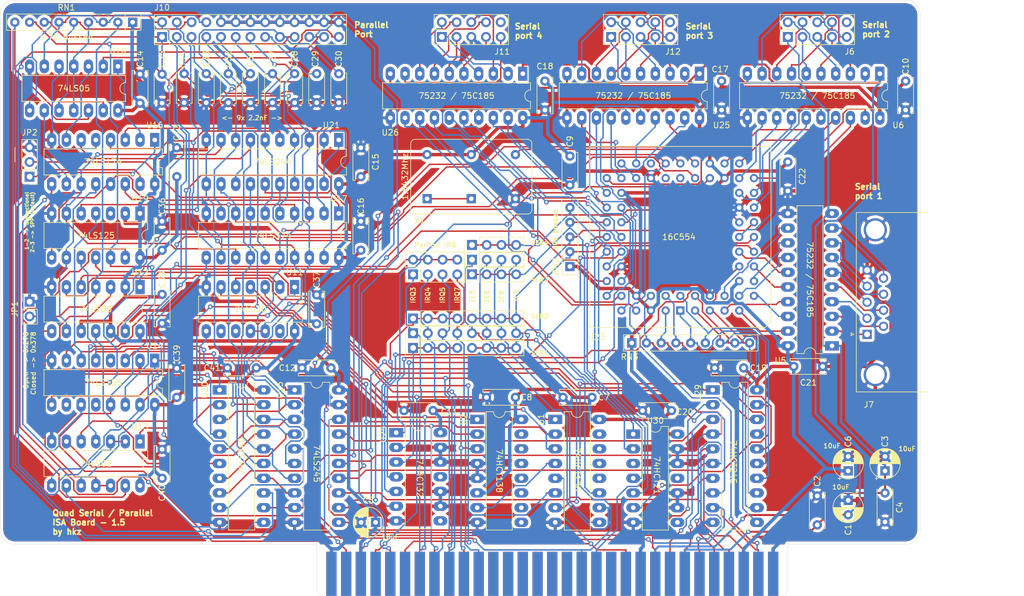
<source format=kicad_pcb>
(kicad_pcb (version 20171130) (host pcbnew 5.1.9-1.fc33)
  (layers (0 F.Cu signal hide) (31 B.Cu signal hide) (34 B.Paste user) (35 F.Paste user) (36 B.SilkS user) (37 F.SilkS user) (38 B.Mask user) (39 F.Mask user) (44 Edge.Cuts user))
  (net 0 "")
  (net 1 -12V)
  (net 2 GND)
  (net 3 +12V)
  (net 4 VCC)
  (net 5 /A0)
  (net 6 /A1)
  (net 7 /A2)
  (net 8 /A3)
  (net 9 /A4)
  (net 10 /A5)
  (net 11 /A6)
  (net 12 /A7)
  (net 13 /A8)
  (net 14 /A9)
  (net 15 /AEN)
  (net 16 /D0)
  (net 17 /D1)
  (net 18 /D2)
  (net 19 /D3)
  (net 20 /D4)
  (net 21 /D5)
  (net 22 /D6)
  (net 23 /D7)
  (net 24 /IRQ3)
  (net 25 /IRQ4)
  (net 26 /IRQ5)
  (net 27 /IRQ7)
  (net 28 /~IOR)
  (net 29 /~IOW)
  (net 30 /RESETDRV)
  (net 31 /0x3F8)
  (net 32 /0x2F8)
  (net 33 /0x3E8)
  (net 34 /0x2E8)
  (net 35 /~UART1_CS)
  (net 36 /UART1_IRQ)
  (net 37 /~UART2_CS)
  (net 38 /UART2_IRQ)
  (net 39 /RS232_1_CTS)
  (net 40 /RS232_1_RTS)
  (net 41 /RS232_1_DSR)
  (net 42 /RS232_1_DTR)
  (net 43 /RS232_1_TX)
  (net 44 /RS232_1_RX)
  (net 45 /RS232_1_DCD)
  (net 46 /RS232_2_CTS)
  (net 47 /RS232_2_RTS)
  (net 48 /RS232_2_DSR)
  (net 49 /RS232_2_DTR)
  (net 50 /RS232_2_TX)
  (net 51 /RS232_2_RX)
  (net 52 /RS232_2_DCD)
  (net 53 /RS232_1_RI)
  (net 54 "Net-(U1-Pad4)")
  (net 55 /SER_CLK)
  (net 56 "Net-(X1-Pad1)")
  (net 57 /PARPORT_DATA4)
  (net 58 /PARPORT_DATA5)
  (net 59 /PARPORT_DATA6)
  (net 60 /PARPORT_DATA7)
  (net 61 /PARPORT_DATA3)
  (net 62 /PARPORT_DATA2)
  (net 63 /PARPORT_DATA1)
  (net 64 /PARPORT_DATA0)
  (net 65 /~PARPORT_ERROR)
  (net 66 /PARPORT_SLCT)
  (net 67 /PARPORT_PE)
  (net 68 /PARPORT_BUSY)
  (net 69 /PARPORT_DIR)
  (net 70 "Net-(U11-Pad2)")
  (net 71 "Net-(U11-Pad8)")
  (net 72 "Net-(U11-Pad1)")
  (net 73 /PARPORT_IRQ)
  (net 74 /PARPORT_IRQEN)
  (net 75 "Net-(U12-Pad3)")
  (net 76 /~PARPORT_IRQEN)
  (net 77 /~PARPORT_RESET)
  (net 78 /PARPORT_R)
  (net 79 "Net-(U13-Pad1)")
  (net 80 /PARPORT_BD7)
  (net 81 /PARPORT_BD6)
  (net 82 /PARPORT_BD5)
  (net 83 /PARPORT_BD4)
  (net 84 /PARPORT_BD3)
  (net 85 /PARPORT_BD2)
  (net 86 /PARPORT_BD1)
  (net 87 /PARPORT_BD0)
  (net 88 "Net-(U16-Pad7)")
  (net 89 "Net-(U16-Pad5)")
  (net 90 "Net-(U16-Pad10)")
  (net 91 "Net-(U16-Pad2)")
  (net 92 /RS232_2_RI)
  (net 93 "Net-(JP2-Pad2)")
  (net 94 "Net-(J9-Pad2)")
  (net 95 /RN_6)
  (net 96 /RN_7)
  (net 97 /RN_2)
  (net 98 /RN_4)
  (net 99 /RN_5)
  (net 100 /RN_1)
  (net 101 /RN_8)
  (net 102 /RN_3)
  (net 103 /~UART3_CS)
  (net 104 /RS232_4_RI)
  (net 105 /RS232_4_CTS)
  (net 106 /RS232_4_RTS)
  (net 107 /RS232_4_DSR)
  (net 108 /RS232_4_DTR)
  (net 109 /RS232_4_TX)
  (net 110 /RS232_4_RX)
  (net 111 /RS232_4_DCD)
  (net 112 /RS232_3_RI)
  (net 113 /RS232_3_CTS)
  (net 114 /RS232_3_RTS)
  (net 115 /RS232_3_DSR)
  (net 116 /RS232_3_DTR)
  (net 117 /RS232_3_TX)
  (net 118 /RS232_3_RX)
  (net 119 /RS232_3_DCD)
  (net 120 /~UART4_CS)
  (net 121 /~DCD_A)
  (net 122 /~DSR_A)
  (net 123 /RX_A)
  (net 124 /~RTS_A)
  (net 125 /TX_A)
  (net 126 /~CTS_A)
  (net 127 /~DTR_A)
  (net 128 /~RI_A)
  (net 129 /~DCD_B)
  (net 130 /~DSR_B)
  (net 131 /RX_B)
  (net 132 /~RTS_B)
  (net 133 /TX_B)
  (net 134 /~CTS_B)
  (net 135 /~DTR_B)
  (net 136 /~RI_B)
  (net 137 /~DSR_D)
  (net 138 /~DTR_D)
  (net 139 /~RTS_D)
  (net 140 /~RTS_C)
  (net 141 /~DTR_C)
  (net 142 /~DCD_D)
  (net 143 /~CTS_D)
  (net 144 /UARTD_IRQ)
  (net 145 /TX_D)
  (net 146 /TX_C)
  (net 147 /UARTC_IRQ)
  (net 148 /~CTS_C)
  (net 149 /~DCD_C)
  (net 150 /RX_C)
  (net 151 /~DSR_C)
  (net 152 /~RI_C)
  (net 153 /UARTB_IRQ)
  (net 154 /UARTA_IRQ)
  (net 155 /RX_D)
  (net 156 /~RI_D)
  (net 157 /~PARPORT_RPA)
  (net 158 /~PARPORT_RPB)
  (net 159 /~PARPORT_RPC)
  (net 160 /~PARPORT_WPC)
  (net 161 /~PARPORT_WPA)
  (net 162 "Net-(U29-Pad19)")
  (net 163 /UART-D7)
  (net 164 /UART-D6)
  (net 165 /UART-D5)
  (net 166 /UART-D4)
  (net 167 /UART-D3)
  (net 168 /UART-D2)
  (net 169 /UART-D1)
  (net 170 /UART-D0)
  (module Package_DIP:DIP-14_W7.62mm_LongPads (layer F.Cu) (at 265.43 175.26)
    (fp_text reference U30 (at 3.81 -2.33) (layer F.SilkS))
    (fp_text value 74HCT21)
    (pad 14 thru_hole oval (at 7.62 0) (size 2.4 1.6) (drill 0.8) (layers *.Cu *.Mask) (net 4 VCC))
    (pad 7 thru_hole oval (at 0 15.24) (size 2.4 1.6) (drill 0.8) (layers *.Cu *.Mask) (net 2 GND))
    (pad 13 thru_hole oval (at 7.62 2.54) (size 2.4 1.6) (drill 0.8) (layers *.Cu *.Mask) (net 2 GND))
    (pad 6 thru_hole oval (at 0 12.7) (size 2.4 1.6) (drill 0.8) (layers *.Cu *.Mask) (net 162 "Net-(U29-Pad19)"))
    (pad 12 thru_hole oval (at 7.62 5.08) (size 2.4 1.6) (drill 0.8) (layers *.Cu *.Mask) (net 2 GND))
    (pad 5 thru_hole oval (at 0 10.16) (size 2.4 1.6) (drill 0.8) (layers *.Cu *.Mask) (net 120 /~UART4_CS))
    (pad 11 thru_hole oval (at 7.62 7.62) (size 2.4 1.6) (drill 0.8) (layers *.Cu *.Mask))
    (pad 4 thru_hole oval (at 0 7.62) (size 2.4 1.6) (drill 0.8) (layers *.Cu *.Mask) (net 103 /~UART3_CS))
    (pad 10 thru_hole oval (at 7.62 10.16) (size 2.4 1.6) (drill 0.8) (layers *.Cu *.Mask) (net 2 GND))
    (pad 3 thru_hole oval (at 0 5.08) (size 2.4 1.6) (drill 0.8) (layers *.Cu *.Mask))
    (pad 9 thru_hole oval (at 7.62 12.7) (size 2.4 1.6) (drill 0.8) (layers *.Cu *.Mask) (net 2 GND))
    (pad 2 thru_hole oval (at 0 2.54) (size 2.4 1.6) (drill 0.8) (layers *.Cu *.Mask) (net 37 /~UART2_CS))
    (pad 8 thru_hole oval (at 7.62 15.24) (size 2.4 1.6) (drill 0.8) (layers *.Cu *.Mask))
    (pad 1 thru_hole rect (at 0 0) (size 2.4 1.6) (drill 0.8) (layers *.Cu *.Mask) (net 35 /~UART1_CS))
  )
  (module Capacitor_THT:C_Disc_D6.0mm_W2.5mm_P5.00mm (layer F.Cu) (at 292.1 128.27 270)
    (fp_text reference C22 (at 2.5 -2.5 90) (layer F.SilkS))
    (fp_text value 100nF)
    (pad 2 thru_hole circle (at 5 0 270) (size 1.6 1.6) (drill 0.8) (layers *.Cu *.Mask) (net 2 GND))
    (pad 1 thru_hole circle (at 0 0 270) (size 1.6 1.6) (drill 0.8) (layers *.Cu *.Mask) (net 4 VCC))
  )
  (module Resistor_THT:R_Array_SIP9 (layer F.Cu) (at 265.176 159.512)
    (fp_text reference RN3 (at -0.381 2.413) (layer F.SilkS))
    (fp_text value 10K)
    (pad 9 thru_hole oval (at 20.32 0) (size 1.6 1.6) (drill 0.8) (layers *.Cu *.Mask) (net 163 /UART-D7))
    (pad 8 thru_hole oval (at 17.78 0) (size 1.6 1.6) (drill 0.8) (layers *.Cu *.Mask) (net 164 /UART-D6))
    (pad 7 thru_hole oval (at 15.24 0) (size 1.6 1.6) (drill 0.8) (layers *.Cu *.Mask) (net 165 /UART-D5))
    (pad 6 thru_hole oval (at 12.7 0) (size 1.6 1.6) (drill 0.8) (layers *.Cu *.Mask) (net 166 /UART-D4))
    (pad 5 thru_hole oval (at 10.16 0) (size 1.6 1.6) (drill 0.8) (layers *.Cu *.Mask) (net 167 /UART-D3))
    (pad 4 thru_hole oval (at 7.62 0) (size 1.6 1.6) (drill 0.8) (layers *.Cu *.Mask) (net 168 /UART-D2))
    (pad 3 thru_hole oval (at 5.08 0) (size 1.6 1.6) (drill 0.8) (layers *.Cu *.Mask) (net 169 /UART-D1))
    (pad 2 thru_hole oval (at 2.54 0) (size 1.6 1.6) (drill 0.8) (layers *.Cu *.Mask) (net 170 /UART-D0))
    (pad 1 thru_hole rect (at 0 0) (size 1.6 1.6) (drill 0.8) (layers *.Cu *.Mask) (net 4 VCC))
  )
  (module Package_DIP:DIP-20_W7.62mm_LongPads (layer F.Cu) (at 279.146 167.64)
    (fp_text reference U29 (at -2.54 0.508 90) (layer F.SilkS))
    (fp_text value 74HCT245)
    (pad 20 thru_hole oval (at 7.62 0) (size 2.4 1.6) (drill 0.8) (layers *.Cu *.Mask) (net 4 VCC))
    (pad 10 thru_hole oval (at 0 22.86) (size 2.4 1.6) (drill 0.8) (layers *.Cu *.Mask) (net 2 GND))
    (pad 19 thru_hole oval (at 7.62 2.54) (size 2.4 1.6) (drill 0.8) (layers *.Cu *.Mask) (net 162 "Net-(U29-Pad19)"))
    (pad 9 thru_hole oval (at 0 20.32) (size 2.4 1.6) (drill 0.8) (layers *.Cu *.Mask) (net 23 /D7))
    (pad 18 thru_hole oval (at 7.62 5.08) (size 2.4 1.6) (drill 0.8) (layers *.Cu *.Mask) (net 170 /UART-D0))
    (pad 8 thru_hole oval (at 0 17.78) (size 2.4 1.6) (drill 0.8) (layers *.Cu *.Mask) (net 22 /D6))
    (pad 17 thru_hole oval (at 7.62 7.62) (size 2.4 1.6) (drill 0.8) (layers *.Cu *.Mask) (net 169 /UART-D1))
    (pad 7 thru_hole oval (at 0 15.24) (size 2.4 1.6) (drill 0.8) (layers *.Cu *.Mask) (net 21 /D5))
    (pad 16 thru_hole oval (at 7.62 10.16) (size 2.4 1.6) (drill 0.8) (layers *.Cu *.Mask) (net 168 /UART-D2))
    (pad 6 thru_hole oval (at 0 12.7) (size 2.4 1.6) (drill 0.8) (layers *.Cu *.Mask) (net 20 /D4))
    (pad 15 thru_hole oval (at 7.62 12.7) (size 2.4 1.6) (drill 0.8) (layers *.Cu *.Mask) (net 167 /UART-D3))
    (pad 5 thru_hole oval (at 0 10.16) (size 2.4 1.6) (drill 0.8) (layers *.Cu *.Mask) (net 19 /D3))
    (pad 14 thru_hole oval (at 7.62 15.24) (size 2.4 1.6) (drill 0.8) (layers *.Cu *.Mask) (net 166 /UART-D4))
    (pad 4 thru_hole oval (at 0 7.62) (size 2.4 1.6) (drill 0.8) (layers *.Cu *.Mask) (net 18 /D2))
    (pad 13 thru_hole oval (at 7.62 17.78) (size 2.4 1.6) (drill 0.8) (layers *.Cu *.Mask) (net 165 /UART-D5))
    (pad 3 thru_hole oval (at 0 5.08) (size 2.4 1.6) (drill 0.8) (layers *.Cu *.Mask) (net 17 /D1))
    (pad 12 thru_hole oval (at 7.62 20.32) (size 2.4 1.6) (drill 0.8) (layers *.Cu *.Mask) (net 164 /UART-D6))
    (pad 2 thru_hole oval (at 0 2.54) (size 2.4 1.6) (drill 0.8) (layers *.Cu *.Mask) (net 16 /D0))
    (pad 11 thru_hole oval (at 7.62 22.86) (size 2.4 1.6) (drill 0.8) (layers *.Cu *.Mask) (net 163 /UART-D7))
    (pad 1 thru_hole rect (at 0 0) (size 2.4 1.6) (drill 0.8) (layers *.Cu *.Mask) (net 28 /~IOR))
  )
  (module Capacitor_THT:C_Disc_D6.0mm_W2.5mm_P5.00mm (layer F.Cu) (at 293.116 163.576)
    (fp_text reference C21 (at 2.54 2.794) (layer F.SilkS))
    (fp_text value 100nF)
    (pad 2 thru_hole circle (at 5 0) (size 1.6 1.6) (drill 0.8) (layers *.Cu *.Mask) (net 2 GND))
    (pad 1 thru_hole circle (at 0 0) (size 1.6 1.6) (drill 0.8) (layers *.Cu *.Mask) (net 4 VCC))
  )
  (module Capacitor_THT:C_Disc_D6.0mm_W2.5mm_P5.00mm (layer F.Cu) (at 272.034 171.196 180)
    (fp_text reference C20 (at -2.286 -0.254 180) (layer F.SilkS))
    (fp_text value 100nF)
    (pad 2 thru_hole circle (at 5 0 180) (size 1.6 1.6) (drill 0.8) (layers *.Cu *.Mask) (net 2 GND))
    (pad 1 thru_hole circle (at 0 0 180) (size 1.6 1.6) (drill 0.8) (layers *.Cu *.Mask) (net 4 VCC))
  )
  (module Capacitor_THT:C_Disc_D6.0mm_W2.5mm_P5.00mm (layer F.Cu) (at 284.48 163.83 180)
    (fp_text reference C19 (at -2.54 0) (layer F.SilkS))
    (fp_text value 100nF)
    (pad 2 thru_hole circle (at 5 0 180) (size 1.6 1.6) (drill 0.8) (layers *.Cu *.Mask) (net 2 GND))
    (pad 1 thru_hole circle (at 0 0 180) (size 1.6 1.6) (drill 0.8) (layers *.Cu *.Mask) (net 4 VCC))
  )
  (module Package_DIP:DIP-20_W7.62mm_LongPads (layer F.Cu) (at 246.38 113.03 270)
    (fp_text reference U26 (at 10.16 22.86) (layer F.SilkS))
    (fp_text value GD75232N)
    (pad 20 thru_hole oval (at 7.62 0 270) (size 2.4 1.6) (drill 0.8) (layers *.Cu *.Mask) (net 4 VCC))
    (pad 10 thru_hole oval (at 0 22.86 270) (size 2.4 1.6) (drill 0.8) (layers *.Cu *.Mask) (net 1 -12V))
    (pad 19 thru_hole oval (at 7.62 2.54 270) (size 2.4 1.6) (drill 0.8) (layers *.Cu *.Mask) (net 142 /~DCD_D))
    (pad 9 thru_hole oval (at 0 20.32 270) (size 2.4 1.6) (drill 0.8) (layers *.Cu *.Mask) (net 104 /RS232_4_RI))
    (pad 18 thru_hole oval (at 7.62 5.08 270) (size 2.4 1.6) (drill 0.8) (layers *.Cu *.Mask) (net 137 /~DSR_D))
    (pad 8 thru_hole oval (at 0 17.78 270) (size 2.4 1.6) (drill 0.8) (layers *.Cu *.Mask) (net 108 /RS232_4_DTR))
    (pad 17 thru_hole oval (at 7.62 7.62 270) (size 2.4 1.6) (drill 0.8) (layers *.Cu *.Mask) (net 155 /RX_D))
    (pad 7 thru_hole oval (at 0 15.24 270) (size 2.4 1.6) (drill 0.8) (layers *.Cu *.Mask) (net 105 /RS232_4_CTS))
    (pad 16 thru_hole oval (at 7.62 10.16 270) (size 2.4 1.6) (drill 0.8) (layers *.Cu *.Mask) (net 139 /~RTS_D))
    (pad 6 thru_hole oval (at 0 12.7 270) (size 2.4 1.6) (drill 0.8) (layers *.Cu *.Mask) (net 109 /RS232_4_TX))
    (pad 15 thru_hole oval (at 7.62 12.7 270) (size 2.4 1.6) (drill 0.8) (layers *.Cu *.Mask) (net 145 /TX_D))
    (pad 5 thru_hole oval (at 0 10.16 270) (size 2.4 1.6) (drill 0.8) (layers *.Cu *.Mask) (net 106 /RS232_4_RTS))
    (pad 14 thru_hole oval (at 7.62 15.24 270) (size 2.4 1.6) (drill 0.8) (layers *.Cu *.Mask) (net 143 /~CTS_D))
    (pad 4 thru_hole oval (at 0 7.62 270) (size 2.4 1.6) (drill 0.8) (layers *.Cu *.Mask) (net 110 /RS232_4_RX))
    (pad 13 thru_hole oval (at 7.62 17.78 270) (size 2.4 1.6) (drill 0.8) (layers *.Cu *.Mask) (net 138 /~DTR_D))
    (pad 3 thru_hole oval (at 0 5.08 270) (size 2.4 1.6) (drill 0.8) (layers *.Cu *.Mask) (net 107 /RS232_4_DSR))
    (pad 12 thru_hole oval (at 7.62 20.32 270) (size 2.4 1.6) (drill 0.8) (layers *.Cu *.Mask) (net 156 /~RI_D))
    (pad 2 thru_hole oval (at 0 2.54 270) (size 2.4 1.6) (drill 0.8) (layers *.Cu *.Mask) (net 111 /RS232_4_DCD))
    (pad 11 thru_hole oval (at 7.62 22.86 270) (size 2.4 1.6) (drill 0.8) (layers *.Cu *.Mask) (net 2 GND))
    (pad 1 thru_hole rect (at 0 0 270) (size 2.4 1.6) (drill 0.8) (layers *.Cu *.Mask) (net 3 +12V))
  )
  (module Package_DIP:DIP-20_W7.62mm_LongPads (layer F.Cu) (at 276.86 113.03 270)
    (fp_text reference U25 (at 8.89 -3.81) (layer F.SilkS))
    (fp_text value GD75232N)
    (pad 1 thru_hole rect (at 0 0 270) (size 2.4 1.6) (drill 0.8) (layers *.Cu *.Mask) (net 3 +12V))
    (pad 11 thru_hole oval (at 7.62 22.86 270) (size 2.4 1.6) (drill 0.8) (layers *.Cu *.Mask) (net 2 GND))
    (pad 2 thru_hole oval (at 0 2.54 270) (size 2.4 1.6) (drill 0.8) (layers *.Cu *.Mask) (net 119 /RS232_3_DCD))
    (pad 12 thru_hole oval (at 7.62 20.32 270) (size 2.4 1.6) (drill 0.8) (layers *.Cu *.Mask) (net 152 /~RI_C))
    (pad 3 thru_hole oval (at 0 5.08 270) (size 2.4 1.6) (drill 0.8) (layers *.Cu *.Mask) (net 115 /RS232_3_DSR))
    (pad 13 thru_hole oval (at 7.62 17.78 270) (size 2.4 1.6) (drill 0.8) (layers *.Cu *.Mask) (net 141 /~DTR_C))
    (pad 4 thru_hole oval (at 0 7.62 270) (size 2.4 1.6) (drill 0.8) (layers *.Cu *.Mask) (net 118 /RS232_3_RX))
    (pad 14 thru_hole oval (at 7.62 15.24 270) (size 2.4 1.6) (drill 0.8) (layers *.Cu *.Mask) (net 148 /~CTS_C))
    (pad 5 thru_hole oval (at 0 10.16 270) (size 2.4 1.6) (drill 0.8) (layers *.Cu *.Mask) (net 114 /RS232_3_RTS))
    (pad 15 thru_hole oval (at 7.62 12.7 270) (size 2.4 1.6) (drill 0.8) (layers *.Cu *.Mask) (net 146 /TX_C))
    (pad 6 thru_hole oval (at 0 12.7 270) (size 2.4 1.6) (drill 0.8) (layers *.Cu *.Mask) (net 117 /RS232_3_TX))
    (pad 16 thru_hole oval (at 7.62 10.16 270) (size 2.4 1.6) (drill 0.8) (layers *.Cu *.Mask) (net 140 /~RTS_C))
    (pad 7 thru_hole oval (at 0 15.24 270) (size 2.4 1.6) (drill 0.8) (layers *.Cu *.Mask) (net 113 /RS232_3_CTS))
    (pad 17 thru_hole oval (at 7.62 7.62 270) (size 2.4 1.6) (drill 0.8) (layers *.Cu *.Mask) (net 150 /RX_C))
    (pad 8 thru_hole oval (at 0 17.78 270) (size 2.4 1.6) (drill 0.8) (layers *.Cu *.Mask) (net 116 /RS232_3_DTR))
    (pad 18 thru_hole oval (at 7.62 5.08 270) (size 2.4 1.6) (drill 0.8) (layers *.Cu *.Mask) (net 151 /~DSR_C))
    (pad 9 thru_hole oval (at 0 20.32 270) (size 2.4 1.6) (drill 0.8) (layers *.Cu *.Mask) (net 112 /RS232_3_RI))
    (pad 19 thru_hole oval (at 7.62 2.54 270) (size 2.4 1.6) (drill 0.8) (layers *.Cu *.Mask) (net 149 /~DCD_C))
    (pad 10 thru_hole oval (at 0 22.86 270) (size 2.4 1.6) (drill 0.8) (layers *.Cu *.Mask) (net 1 -12V))
    (pad 20 thru_hole oval (at 7.62 0 270) (size 2.4 1.6) (drill 0.8) (layers *.Cu *.Mask) (net 4 VCC))
  )
  (module Package_DIP:DIP-14_W7.62mm_LongPads (layer F.Cu) (at 224.536 175.006)
    (fp_text reference U24 (at -2.286 0.254 90) (layer F.SilkS))
    (fp_text value 74HCT32)
    (pad 14 thru_hole oval (at 7.62 0) (size 2.4 1.6) (drill 0.8) (layers *.Cu *.Mask) (net 4 VCC))
    (pad 7 thru_hole oval (at 0 15.24) (size 2.4 1.6) (drill 0.8) (layers *.Cu *.Mask) (net 2 GND))
    (pad 13 thru_hole oval (at 7.62 2.54) (size 2.4 1.6) (drill 0.8) (layers *.Cu *.Mask) (net 2 GND))
    (pad 6 thru_hole oval (at 0 12.7) (size 2.4 1.6) (drill 0.8) (layers *.Cu *.Mask) (net 38 /UART2_IRQ))
    (pad 12 thru_hole oval (at 7.62 5.08) (size 2.4 1.6) (drill 0.8) (layers *.Cu *.Mask) (net 2 GND))
    (pad 5 thru_hole oval (at 0 10.16) (size 2.4 1.6) (drill 0.8) (layers *.Cu *.Mask) (net 144 /UARTD_IRQ))
    (pad 11 thru_hole oval (at 7.62 7.62) (size 2.4 1.6) (drill 0.8) (layers *.Cu *.Mask))
    (pad 4 thru_hole oval (at 0 7.62) (size 2.4 1.6) (drill 0.8) (layers *.Cu *.Mask) (net 153 /UARTB_IRQ))
    (pad 10 thru_hole oval (at 7.62 10.16) (size 2.4 1.6) (drill 0.8) (layers *.Cu *.Mask) (net 2 GND))
    (pad 3 thru_hole oval (at 0 5.08) (size 2.4 1.6) (drill 0.8) (layers *.Cu *.Mask) (net 36 /UART1_IRQ))
    (pad 9 thru_hole oval (at 7.62 12.7) (size 2.4 1.6) (drill 0.8) (layers *.Cu *.Mask) (net 2 GND))
    (pad 2 thru_hole oval (at 0 2.54) (size 2.4 1.6) (drill 0.8) (layers *.Cu *.Mask) (net 147 /UARTC_IRQ))
    (pad 8 thru_hole oval (at 7.62 15.24) (size 2.4 1.6) (drill 0.8) (layers *.Cu *.Mask))
    (pad 1 thru_hole rect (at 0 0) (size 2.4 1.6) (drill 0.8) (layers *.Cu *.Mask) (net 154 /UARTA_IRQ))
  )
  (module Package_LCC:PLCC-68_THT-Socket (layer F.Cu) (at 273.558 153.924 180)
    (fp_text reference U23 (at 14.478 -4.572) (layer F.SilkS))
    (fp_text value 16C554)
    (pad 60 thru_hole circle (at 12.7 2.54 180) (size 1.4224 1.4224) (drill 0.8) (layers *.Cu *.Mask) (net 137 /~DSR_D))
    (pad 58 thru_hole circle (at 12.7 5.08 180) (size 1.4224 1.4224) (drill 0.8) (layers *.Cu *.Mask) (net 138 /~DTR_D))
    (pad 56 thru_hole circle (at 12.7 7.62 180) (size 1.4224 1.4224) (drill 0.8) (layers *.Cu *.Mask) (net 139 /~RTS_D))
    (pad 54 thru_hole circle (at 12.7 10.16 180) (size 1.4224 1.4224) (drill 0.8) (layers *.Cu *.Mask) (net 120 /~UART4_CS))
    (pad 52 thru_hole circle (at 12.7 12.7 180) (size 1.4224 1.4224) (drill 0.8) (layers *.Cu *.Mask) (net 28 /~IOR))
    (pad 50 thru_hole circle (at 12.7 15.24 180) (size 1.4224 1.4224) (drill 0.8) (layers *.Cu *.Mask) (net 103 /~UART3_CS))
    (pad 48 thru_hole circle (at 12.7 17.78 180) (size 1.4224 1.4224) (drill 0.8) (layers *.Cu *.Mask) (net 140 /~RTS_C))
    (pad 46 thru_hole circle (at 12.7 20.32 180) (size 1.4224 1.4224) (drill 0.8) (layers *.Cu *.Mask) (net 141 /~DTR_C))
    (pad 61 thru_hole circle (at 10.16 0 180) (size 1.4224 1.4224) (drill 0.8) (layers *.Cu *.Mask) (net 142 /~DCD_D))
    (pad 59 thru_hole circle (at 10.16 5.08 180) (size 1.4224 1.4224) (drill 0.8) (layers *.Cu *.Mask) (net 143 /~CTS_D))
    (pad 57 thru_hole circle (at 10.16 7.62 180) (size 1.4224 1.4224) (drill 0.8) (layers *.Cu *.Mask) (net 2 GND))
    (pad 55 thru_hole circle (at 10.16 10.16 180) (size 1.4224 1.4224) (drill 0.8) (layers *.Cu *.Mask) (net 144 /UARTD_IRQ))
    (pad 53 thru_hole circle (at 10.16 12.7 180) (size 1.4224 1.4224) (drill 0.8) (layers *.Cu *.Mask) (net 145 /TX_D))
    (pad 51 thru_hole circle (at 10.16 15.24 180) (size 1.4224 1.4224) (drill 0.8) (layers *.Cu *.Mask) (net 146 /TX_C))
    (pad 49 thru_hole circle (at 10.16 17.78 180) (size 1.4224 1.4224) (drill 0.8) (layers *.Cu *.Mask) (net 147 /UARTC_IRQ))
    (pad 47 thru_hole circle (at 10.16 20.32 180) (size 1.4224 1.4224) (drill 0.8) (layers *.Cu *.Mask) (net 4 VCC))
    (pad 45 thru_hole circle (at 10.16 22.86 180) (size 1.4224 1.4224) (drill 0.8) (layers *.Cu *.Mask) (net 148 /~CTS_C))
    (pad 43 thru_hole circle (at 10.16 25.4 180) (size 1.4224 1.4224) (drill 0.8) (layers *.Cu *.Mask) (net 149 /~DCD_C))
    (pad 41 thru_hole circle (at 7.62 25.4 180) (size 1.4224 1.4224) (drill 0.8) (layers *.Cu *.Mask) (net 150 /RX_C))
    (pad 39 thru_hole circle (at 5.08 25.4 180) (size 1.4224 1.4224) (drill 0.8) (layers *.Cu *.Mask))
    (pad 37 thru_hole circle (at 2.54 25.4 180) (size 1.4224 1.4224) (drill 0.8) (layers *.Cu *.Mask) (net 30 /RESETDRV))
    (pad 35 thru_hole circle (at 0 25.4 180) (size 1.4224 1.4224) (drill 0.8) (layers *.Cu *.Mask) (net 55 /SER_CLK))
    (pad 33 thru_hole circle (at -2.54 25.4 180) (size 1.4224 1.4224) (drill 0.8) (layers *.Cu *.Mask) (net 6 /A1))
    (pad 31 thru_hole circle (at -5.08 25.4 180) (size 1.4224 1.4224) (drill 0.8) (layers *.Cu *.Mask) (net 4 VCC))
    (pad 29 thru_hole circle (at -7.62 25.4 180) (size 1.4224 1.4224) (drill 0.8) (layers *.Cu *.Mask) (net 131 /RX_B))
    (pad 27 thru_hole circle (at -10.16 25.4 180) (size 1.4224 1.4224) (drill 0.8) (layers *.Cu *.Mask) (net 129 /~DCD_B))
    (pad 44 thru_hole circle (at 12.7 22.86 180) (size 1.4224 1.4224) (drill 0.8) (layers *.Cu *.Mask) (net 151 /~DSR_C))
    (pad 42 thru_hole circle (at 7.62 22.86 180) (size 1.4224 1.4224) (drill 0.8) (layers *.Cu *.Mask) (net 152 /~RI_C))
    (pad 40 thru_hole circle (at 5.08 22.86 180) (size 1.4224 1.4224) (drill 0.8) (layers *.Cu *.Mask) (net 2 GND))
    (pad 38 thru_hole circle (at 2.54 22.86 180) (size 1.4224 1.4224) (drill 0.8) (layers *.Cu *.Mask))
    (pad 36 thru_hole circle (at 0 22.86 180) (size 1.4224 1.4224) (drill 0.8) (layers *.Cu *.Mask))
    (pad 34 thru_hole circle (at -2.54 22.86 180) (size 1.4224 1.4224) (drill 0.8) (layers *.Cu *.Mask) (net 5 /A0))
    (pad 32 thru_hole circle (at -5.08 22.86 180) (size 1.4224 1.4224) (drill 0.8) (layers *.Cu *.Mask) (net 7 /A2))
    (pad 30 thru_hole circle (at -7.62 22.86 180) (size 1.4224 1.4224) (drill 0.8) (layers *.Cu *.Mask) (net 4 VCC))
    (pad 28 thru_hole circle (at -10.16 22.86 180) (size 1.4224 1.4224) (drill 0.8) (layers *.Cu *.Mask) (net 136 /~RI_B))
    (pad 26 thru_hole circle (at -12.7 22.86 180) (size 1.4224 1.4224) (drill 0.8) (layers *.Cu *.Mask) (net 130 /~DSR_B))
    (pad 24 thru_hole circle (at -12.7 20.32 180) (size 1.4224 1.4224) (drill 0.8) (layers *.Cu *.Mask) (net 135 /~DTR_B))
    (pad 22 thru_hole circle (at -12.7 17.78 180) (size 1.4224 1.4224) (drill 0.8) (layers *.Cu *.Mask) (net 132 /~RTS_B))
    (pad 20 thru_hole circle (at -12.7 15.24 180) (size 1.4224 1.4224) (drill 0.8) (layers *.Cu *.Mask) (net 37 /~UART2_CS))
    (pad 18 thru_hole circle (at -12.7 12.7 180) (size 1.4224 1.4224) (drill 0.8) (layers *.Cu *.Mask) (net 29 /~IOW))
    (pad 16 thru_hole circle (at -12.7 10.16 180) (size 1.4224 1.4224) (drill 0.8) (layers *.Cu *.Mask) (net 35 /~UART1_CS))
    (pad 14 thru_hole circle (at -12.7 7.62 180) (size 1.4224 1.4224) (drill 0.8) (layers *.Cu *.Mask) (net 124 /~RTS_A))
    (pad 12 thru_hole circle (at -12.7 5.08 180) (size 1.4224 1.4224) (drill 0.8) (layers *.Cu *.Mask) (net 127 /~DTR_A))
    (pad 10 thru_hole circle (at -12.7 2.54 180) (size 1.4224 1.4224) (drill 0.8) (layers *.Cu *.Mask) (net 122 /~DSR_A))
    (pad 25 thru_hole circle (at -10.16 20.32 180) (size 1.4224 1.4224) (drill 0.8) (layers *.Cu *.Mask) (net 134 /~CTS_B))
    (pad 23 thru_hole circle (at -10.16 17.78 180) (size 1.4224 1.4224) (drill 0.8) (layers *.Cu *.Mask) (net 2 GND))
    (pad 21 thru_hole circle (at -10.16 15.24 180) (size 1.4224 1.4224) (drill 0.8) (layers *.Cu *.Mask) (net 153 /UARTB_IRQ))
    (pad 19 thru_hole circle (at -10.16 12.7 180) (size 1.4224 1.4224) (drill 0.8) (layers *.Cu *.Mask) (net 133 /TX_B))
    (pad 17 thru_hole circle (at -10.16 10.16 180) (size 1.4224 1.4224) (drill 0.8) (layers *.Cu *.Mask) (net 125 /TX_A))
    (pad 15 thru_hole circle (at -10.16 7.62 180) (size 1.4224 1.4224) (drill 0.8) (layers *.Cu *.Mask) (net 154 /UARTA_IRQ))
    (pad 13 thru_hole circle (at -10.16 5.08 180) (size 1.4224 1.4224) (drill 0.8) (layers *.Cu *.Mask) (net 4 VCC))
    (pad 11 thru_hole circle (at -10.16 2.54 180) (size 1.4224 1.4224) (drill 0.8) (layers *.Cu *.Mask) (net 126 /~CTS_A))
    (pad 63 thru_hole circle (at 7.62 0 180) (size 1.4224 1.4224) (drill 0.8) (layers *.Cu *.Mask) (net 155 /RX_D))
    (pad 65 thru_hole circle (at 5.08 0 180) (size 1.4224 1.4224) (drill 0.8) (layers *.Cu *.Mask) (net 4 VCC))
    (pad 67 thru_hole circle (at 2.54 0 180) (size 1.4224 1.4224) (drill 0.8) (layers *.Cu *.Mask) (net 169 /UART-D1))
    (pad 9 thru_hole circle (at -10.16 0 180) (size 1.4224 1.4224) (drill 0.8) (layers *.Cu *.Mask) (net 121 /~DCD_A))
    (pad 7 thru_hole circle (at -7.62 0 180) (size 1.4224 1.4224) (drill 0.8) (layers *.Cu *.Mask) (net 123 /RX_A))
    (pad 5 thru_hole circle (at -5.08 0 180) (size 1.4224 1.4224) (drill 0.8) (layers *.Cu *.Mask) (net 163 /UART-D7))
    (pad 3 thru_hole circle (at -2.54 0 180) (size 1.4224 1.4224) (drill 0.8) (layers *.Cu *.Mask) (net 165 /UART-D5))
    (pad 1 thru_hole rect (at 0 0 180) (size 1.4224 1.4224) (drill 0.8) (layers *.Cu *.Mask) (net 167 /UART-D3))
    (pad 62 thru_hole circle (at 10.16 2.54 180) (size 1.4224 1.4224) (drill 0.8) (layers *.Cu *.Mask) (net 156 /~RI_D))
    (pad 64 thru_hole circle (at 7.62 2.54 180) (size 1.4224 1.4224) (drill 0.8) (layers *.Cu *.Mask) (net 4 VCC))
    (pad 66 thru_hole circle (at 5.08 2.54 180) (size 1.4224 1.4224) (drill 0.8) (layers *.Cu *.Mask) (net 170 /UART-D0))
    (pad 68 thru_hole circle (at 2.54 2.54 180) (size 1.4224 1.4224) (drill 0.8) (layers *.Cu *.Mask) (net 168 /UART-D2))
    (pad 8 thru_hole circle (at -7.62 2.54 180) (size 1.4224 1.4224) (drill 0.8) (layers *.Cu *.Mask) (net 128 /~RI_A))
    (pad 6 thru_hole circle (at -5.08 2.54 180) (size 1.4224 1.4224) (drill 0.8) (layers *.Cu *.Mask) (net 2 GND))
    (pad 4 thru_hole circle (at -2.54 2.54 180) (size 1.4224 1.4224) (drill 0.8) (layers *.Cu *.Mask) (net 164 /UART-D6))
    (pad 2 thru_hole circle (at 0 2.54 180) (size 1.4224 1.4224) (drill 0.8) (layers *.Cu *.Mask) (net 166 /UART-D4))
  )
  (module Package_DIP:DIP-20_W7.62mm_LongPads (layer F.Cu) (at 299.72 160.02 180)
    (fp_text reference U5 (at 8.89 -2.54) (layer F.SilkS))
    (fp_text value GD75232N)
    (pad 20 thru_hole oval (at 7.62 0 180) (size 2.4 1.6) (drill 0.8) (layers *.Cu *.Mask) (net 4 VCC))
    (pad 10 thru_hole oval (at 0 22.86 180) (size 2.4 1.6) (drill 0.8) (layers *.Cu *.Mask) (net 1 -12V))
    (pad 19 thru_hole oval (at 7.62 2.54 180) (size 2.4 1.6) (drill 0.8) (layers *.Cu *.Mask) (net 121 /~DCD_A))
    (pad 9 thru_hole oval (at 0 20.32 180) (size 2.4 1.6) (drill 0.8) (layers *.Cu *.Mask) (net 53 /RS232_1_RI))
    (pad 18 thru_hole oval (at 7.62 5.08 180) (size 2.4 1.6) (drill 0.8) (layers *.Cu *.Mask) (net 122 /~DSR_A))
    (pad 8 thru_hole oval (at 0 17.78 180) (size 2.4 1.6) (drill 0.8) (layers *.Cu *.Mask) (net 42 /RS232_1_DTR))
    (pad 17 thru_hole oval (at 7.62 7.62 180) (size 2.4 1.6) (drill 0.8) (layers *.Cu *.Mask) (net 123 /RX_A))
    (pad 7 thru_hole oval (at 0 15.24 180) (size 2.4 1.6) (drill 0.8) (layers *.Cu *.Mask) (net 39 /RS232_1_CTS))
    (pad 16 thru_hole oval (at 7.62 10.16 180) (size 2.4 1.6) (drill 0.8) (layers *.Cu *.Mask) (net 124 /~RTS_A))
    (pad 6 thru_hole oval (at 0 12.7 180) (size 2.4 1.6) (drill 0.8) (layers *.Cu *.Mask) (net 43 /RS232_1_TX))
    (pad 15 thru_hole oval (at 7.62 12.7 180) (size 2.4 1.6) (drill 0.8) (layers *.Cu *.Mask) (net 125 /TX_A))
    (pad 5 thru_hole oval (at 0 10.16 180) (size 2.4 1.6) (drill 0.8) (layers *.Cu *.Mask) (net 40 /RS232_1_RTS))
    (pad 14 thru_hole oval (at 7.62 15.24 180) (size 2.4 1.6) (drill 0.8) (layers *.Cu *.Mask) (net 126 /~CTS_A))
    (pad 4 thru_hole oval (at 0 7.62 180) (size 2.4 1.6) (drill 0.8) (layers *.Cu *.Mask) (net 44 /RS232_1_RX))
    (pad 13 thru_hole oval (at 7.62 17.78 180) (size 2.4 1.6) (drill 0.8) (layers *.Cu *.Mask) (net 127 /~DTR_A))
    (pad 3 thru_hole oval (at 0 5.08 180) (size 2.4 1.6) (drill 0.8) (layers *.Cu *.Mask) (net 41 /RS232_1_DSR))
    (pad 12 thru_hole oval (at 7.62 20.32 180) (size 2.4 1.6) (drill 0.8) (layers *.Cu *.Mask) (net 128 /~RI_A))
    (pad 2 thru_hole oval (at 0 2.54 180) (size 2.4 1.6) (drill 0.8) (layers *.Cu *.Mask) (net 45 /RS232_1_DCD))
    (pad 11 thru_hole oval (at 7.62 22.86 180) (size 2.4 1.6) (drill 0.8) (layers *.Cu *.Mask) (net 2 GND))
    (pad 1 thru_hole rect (at 0 0 180) (size 2.4 1.6) (drill 0.8) (layers *.Cu *.Mask) (net 3 +12V))
  )
  (module Resistor_THT:R_Array_SIP5 (layer F.Cu) (at 254.508 146.304 90)
    (fp_text reference RN2 (at 0 -2.4 90) (layer F.SilkS))
    (fp_text value 10k)
    (pad 1 thru_hole rect (at 0 0 90) (size 1.6 1.6) (drill 0.8) (layers *.Cu *.Mask) (net 4 VCC))
    (pad 2 thru_hole oval (at 2.54 0 90) (size 1.6 1.6) (drill 0.8) (layers *.Cu *.Mask) (net 35 /~UART1_CS))
    (pad 3 thru_hole oval (at 5.08 0 90) (size 1.6 1.6) (drill 0.8) (layers *.Cu *.Mask) (net 37 /~UART2_CS))
    (pad 4 thru_hole oval (at 7.62 0 90) (size 1.6 1.6) (drill 0.8) (layers *.Cu *.Mask) (net 103 /~UART3_CS))
    (pad 5 thru_hole oval (at 10.16 0 90) (size 1.6 1.6) (drill 0.8) (layers *.Cu *.Mask) (net 120 /~UART4_CS))
  )
  (module Connector_PinHeader_2.54mm:PinHeader_1x04_P2.54mm_Vertical (layer F.Cu) (at 237.61 142.6 90)
    (fp_text reference J13 hide)
    (fp_text value UART4_SEL)
    (pad 4 thru_hole oval (at 0 7.62 90) (size 1.7 1.7) (drill 1) (layers *.Cu *.Mask) (net 120 /~UART4_CS))
    (pad 3 thru_hole oval (at 0 5.08 90) (size 1.7 1.7) (drill 1) (layers *.Cu *.Mask) (net 120 /~UART4_CS))
    (pad 2 thru_hole oval (at 0 2.54 90) (size 1.7 1.7) (drill 1) (layers *.Cu *.Mask) (net 120 /~UART4_CS))
    (pad 1 thru_hole rect (at 0 0 90) (size 1.7 1.7) (drill 1) (layers *.Cu *.Mask) (net 120 /~UART4_CS))
  )
  (module Connector_PinHeader_2.54mm:PinHeader_2x05_P2.54mm_Vertical (layer F.Cu) (at 261.62 106.68 90)
    (fp_text reference J12 (at -2.54 10.668) (layer F.SilkS))
    (fp_text value "Serial 3 IDC")
    (pad 10 thru_hole oval (at 2.54 10.16 90) (size 1.7 1.7) (drill 1) (layers *.Cu *.Mask))
    (pad 9 thru_hole oval (at 0 10.16 90) (size 1.7 1.7) (drill 1) (layers *.Cu *.Mask) (net 112 /RS232_3_RI))
    (pad 8 thru_hole oval (at 2.54 7.62 90) (size 1.7 1.7) (drill 1) (layers *.Cu *.Mask) (net 113 /RS232_3_CTS))
    (pad 7 thru_hole oval (at 0 7.62 90) (size 1.7 1.7) (drill 1) (layers *.Cu *.Mask) (net 114 /RS232_3_RTS))
    (pad 6 thru_hole oval (at 2.54 5.08 90) (size 1.7 1.7) (drill 1) (layers *.Cu *.Mask) (net 115 /RS232_3_DSR))
    (pad 5 thru_hole oval (at 0 5.08 90) (size 1.7 1.7) (drill 1) (layers *.Cu *.Mask) (net 2 GND))
    (pad 4 thru_hole oval (at 2.54 2.54 90) (size 1.7 1.7) (drill 1) (layers *.Cu *.Mask) (net 116 /RS232_3_DTR))
    (pad 3 thru_hole oval (at 0 2.54 90) (size 1.7 1.7) (drill 1) (layers *.Cu *.Mask) (net 117 /RS232_3_TX))
    (pad 2 thru_hole oval (at 2.54 0 90) (size 1.7 1.7) (drill 1) (layers *.Cu *.Mask) (net 118 /RS232_3_RX))
    (pad 1 thru_hole rect (at 0 0 90) (size 1.7 1.7) (drill 1) (layers *.Cu *.Mask) (net 119 /RS232_3_DCD))
  )
  (module Connector_PinHeader_2.54mm:PinHeader_2x05_P2.54mm_Vertical (layer F.Cu) (at 232.41 106.68 90)
    (fp_text reference J11 (at -2.54 10.414) (layer F.SilkS))
    (fp_text value "Serial 4 IDC")
    (pad 10 thru_hole oval (at 2.54 10.16 90) (size 1.7 1.7) (drill 1) (layers *.Cu *.Mask))
    (pad 9 thru_hole oval (at 0 10.16 90) (size 1.7 1.7) (drill 1) (layers *.Cu *.Mask) (net 104 /RS232_4_RI))
    (pad 8 thru_hole oval (at 2.54 7.62 90) (size 1.7 1.7) (drill 1) (layers *.Cu *.Mask) (net 105 /RS232_4_CTS))
    (pad 7 thru_hole oval (at 0 7.62 90) (size 1.7 1.7) (drill 1) (layers *.Cu *.Mask) (net 106 /RS232_4_RTS))
    (pad 6 thru_hole oval (at 2.54 5.08 90) (size 1.7 1.7) (drill 1) (layers *.Cu *.Mask) (net 107 /RS232_4_DSR))
    (pad 5 thru_hole oval (at 0 5.08 90) (size 1.7 1.7) (drill 1) (layers *.Cu *.Mask) (net 2 GND))
    (pad 4 thru_hole oval (at 2.54 2.54 90) (size 1.7 1.7) (drill 1) (layers *.Cu *.Mask) (net 108 /RS232_4_DTR))
    (pad 3 thru_hole oval (at 0 2.54 90) (size 1.7 1.7) (drill 1) (layers *.Cu *.Mask) (net 109 /RS232_4_TX))
    (pad 2 thru_hole oval (at 2.54 0 90) (size 1.7 1.7) (drill 1) (layers *.Cu *.Mask) (net 110 /RS232_4_RX))
    (pad 1 thru_hole rect (at 0 0 90) (size 1.7 1.7) (drill 1) (layers *.Cu *.Mask) (net 111 /RS232_4_DCD))
  )
  (module Connector_PinHeader_2.54mm:PinHeader_1x04_P2.54mm_Vertical (layer F.Cu) (at 237.61 147.68 90)
    (fp_text reference J8 hide)
    (fp_text value UART3_SEL)
    (pad 4 thru_hole oval (at 0 7.62 90) (size 1.7 1.7) (drill 1) (layers *.Cu *.Mask) (net 103 /~UART3_CS))
    (pad 3 thru_hole oval (at 0 5.08 90) (size 1.7 1.7) (drill 1) (layers *.Cu *.Mask) (net 103 /~UART3_CS))
    (pad 2 thru_hole oval (at 0 2.54 90) (size 1.7 1.7) (drill 1) (layers *.Cu *.Mask) (net 103 /~UART3_CS))
    (pad 1 thru_hole rect (at 0 0 90) (size 1.7 1.7) (drill 1) (layers *.Cu *.Mask) (net 103 /~UART3_CS))
  )
  (module Connector_PinHeader_2.54mm:PinHeader_1x04_P2.54mm_Vertical (layer F.Cu) (at 237.61 145.14 90)
    (fp_text reference J5 hide)
    (fp_text value ADDR)
    (pad 4 thru_hole oval (at 0 7.62 90) (size 1.7 1.7) (drill 1) (layers *.Cu *.Mask) (net 31 /0x3F8))
    (pad 3 thru_hole oval (at 0 5.08 90) (size 1.7 1.7) (drill 1) (layers *.Cu *.Mask) (net 32 /0x2F8))
    (pad 2 thru_hole oval (at 0 2.54 90) (size 1.7 1.7) (drill 1) (layers *.Cu *.Mask) (net 33 /0x3E8))
    (pad 1 thru_hole rect (at 0 0 90) (size 1.7 1.7) (drill 1) (layers *.Cu *.Mask) (net 34 /0x2E8))
  )
  (module Capacitor_THT:C_Disc_D6.0mm_W2.5mm_P5.00mm (layer F.Cu) (at 250.19 114.3 270)
    (fp_text reference C18 (at -2.54 0) (layer F.SilkS))
    (fp_text value 100nF)
    (pad 2 thru_hole circle (at 5 0 270) (size 1.6 1.6) (drill 0.8) (layers *.Cu *.Mask) (net 2 GND))
    (pad 1 thru_hole circle (at 0 0 270) (size 1.6 1.6) (drill 0.8) (layers *.Cu *.Mask) (net 4 VCC))
  )
  (module Capacitor_THT:C_Disc_D6.0mm_W2.5mm_P5.00mm (layer F.Cu) (at 280.67 114.3 270)
    (fp_text reference C17 (at -2.032 0.254) (layer F.SilkS))
    (fp_text value 100nF)
    (pad 2 thru_hole circle (at 5 0 270) (size 1.6 1.6) (drill 0.8) (layers *.Cu *.Mask) (net 2 GND))
    (pad 1 thru_hole circle (at 0 0 270) (size 1.6 1.6) (drill 0.8) (layers *.Cu *.Mask) (net 4 VCC))
  )
  (module Resistor_THT:R_Array_SIP9 (layer F.Cu) (at 179.07 104.14 180)
    (fp_text reference RN1 (at 11.43 2.54) (layer F.SilkS))
    (fp_text value 4.7k)
    (pad 9 thru_hole oval (at 20.32 0 180) (size 1.6 1.6) (drill 0.8) (layers *.Cu *.Mask) (net 101 /RN_8))
    (pad 8 thru_hole oval (at 17.78 0 180) (size 1.6 1.6) (drill 0.8) (layers *.Cu *.Mask) (net 96 /RN_7))
    (pad 7 thru_hole oval (at 15.24 0 180) (size 1.6 1.6) (drill 0.8) (layers *.Cu *.Mask) (net 95 /RN_6))
    (pad 6 thru_hole oval (at 12.7 0 180) (size 1.6 1.6) (drill 0.8) (layers *.Cu *.Mask) (net 99 /RN_5))
    (pad 5 thru_hole oval (at 10.16 0 180) (size 1.6 1.6) (drill 0.8) (layers *.Cu *.Mask) (net 98 /RN_4))
    (pad 4 thru_hole oval (at 7.62 0 180) (size 1.6 1.6) (drill 0.8) (layers *.Cu *.Mask) (net 102 /RN_3))
    (pad 3 thru_hole oval (at 5.08 0 180) (size 1.6 1.6) (drill 0.8) (layers *.Cu *.Mask) (net 97 /RN_2))
    (pad 2 thru_hole oval (at 2.54 0 180) (size 1.6 1.6) (drill 0.8) (layers *.Cu *.Mask) (net 100 /RN_1))
    (pad 1 thru_hole rect (at 0 0 180) (size 1.6 1.6) (drill 0.8) (layers *.Cu *.Mask) (net 4 VCC))
  )
  (module Connector_Dsub:DSUB-9_Male_Horizontal_P2.77x2.84mm_EdgePinOffset7.70mm_Housed_MountingHolesOffset9.12mm (layer F.Cu) (at 305.77 158.03 90)
    (fp_text reference J7 (at -12.15 0.3) (layer F.SilkS))
    (fp_text value "Serial 1 DB9")
    (pad 0 thru_hole circle (at 18.04 1.42 90) (size 4 4) (drill 3.2) (layers *.Cu *.Mask) (net 2 GND))
    (pad 0 thru_hole circle (at -6.96 1.42 90) (size 4 4) (drill 3.2) (layers *.Cu *.Mask) (net 2 GND))
    (pad 9 thru_hole circle (at 9.695 2.84 90) (size 1.6 1.6) (drill 1) (layers *.Cu *.Mask) (net 53 /RS232_1_RI))
    (pad 8 thru_hole circle (at 6.925 2.84 90) (size 1.6 1.6) (drill 1) (layers *.Cu *.Mask) (net 39 /RS232_1_CTS))
    (pad 7 thru_hole circle (at 4.155 2.84 90) (size 1.6 1.6) (drill 1) (layers *.Cu *.Mask) (net 40 /RS232_1_RTS))
    (pad 6 thru_hole circle (at 1.385 2.84 90) (size 1.6 1.6) (drill 1) (layers *.Cu *.Mask) (net 41 /RS232_1_DSR))
    (pad 5 thru_hole circle (at 11.08 0 90) (size 1.6 1.6) (drill 1) (layers *.Cu *.Mask) (net 2 GND))
    (pad 4 thru_hole circle (at 8.31 0 90) (size 1.6 1.6) (drill 1) (layers *.Cu *.Mask) (net 42 /RS232_1_DTR))
    (pad 3 thru_hole circle (at 5.54 0 90) (size 1.6 1.6) (drill 1) (layers *.Cu *.Mask) (net 43 /RS232_1_TX))
    (pad 2 thru_hole circle (at 2.77 0 90) (size 1.6 1.6) (drill 1) (layers *.Cu *.Mask) (net 44 /RS232_1_RX))
    (pad 1 thru_hole rect (at 0 0 90) (size 1.6 1.6) (drill 1) (layers *.Cu *.Mask) (net 45 /RS232_1_DCD))
  )
  (module Package_DIP:DIP-14_W7.62mm_LongPads (layer F.Cu) (at 180.34 137.16 270)
    (fp_text reference U19 (at -2.54 0) (layer F.SilkS))
    (fp_text value 74LS125)
    (pad 14 thru_hole oval (at 7.62 0 270) (size 2.4 1.6) (drill 0.8) (layers *.Cu *.Mask) (net 4 VCC))
    (pad 7 thru_hole oval (at 0 15.24 270) (size 2.4 1.6) (drill 0.8) (layers *.Cu *.Mask) (net 2 GND))
    (pad 13 thru_hole oval (at 7.62 2.54 270) (size 2.4 1.6) (drill 0.8) (layers *.Cu *.Mask) (net 76 /~PARPORT_IRQEN))
    (pad 6 thru_hole oval (at 0 12.7 270) (size 2.4 1.6) (drill 0.8) (layers *.Cu *.Mask) (net 84 /PARPORT_BD3))
    (pad 12 thru_hole oval (at 7.62 5.08 270) (size 2.4 1.6) (drill 0.8) (layers *.Cu *.Mask) (net 96 /RN_7))
    (pad 5 thru_hole oval (at 0 10.16 270) (size 2.4 1.6) (drill 0.8) (layers *.Cu *.Mask) (net 65 /~PARPORT_ERROR))
    (pad 11 thru_hole oval (at 7.62 7.62 270) (size 2.4 1.6) (drill 0.8) (layers *.Cu *.Mask) (net 94 "Net-(J9-Pad2)"))
    (pad 4 thru_hole oval (at 0 7.62 270) (size 2.4 1.6) (drill 0.8) (layers *.Cu *.Mask) (net 158 /~PARPORT_RPB))
    (pad 10 thru_hole oval (at 7.62 10.16 270) (size 2.4 1.6) (drill 0.8) (layers *.Cu *.Mask) (net 159 /~PARPORT_RPC))
    (pad 3 thru_hole oval (at 0 5.08 270) (size 2.4 1.6) (drill 0.8) (layers *.Cu *.Mask))
    (pad 9 thru_hole oval (at 7.62 12.7 270) (size 2.4 1.6) (drill 0.8) (layers *.Cu *.Mask) (net 74 /PARPORT_IRQEN))
    (pad 2 thru_hole oval (at 0 2.54 270) (size 2.4 1.6) (drill 0.8) (layers *.Cu *.Mask) (net 4 VCC))
    (pad 8 thru_hole oval (at 7.62 15.24 270) (size 2.4 1.6) (drill 0.8) (layers *.Cu *.Mask) (net 83 /PARPORT_BD4))
    (pad 1 thru_hole rect (at 0 0 270) (size 2.4 1.6) (drill 0.8) (layers *.Cu *.Mask) (net 4 VCC))
  )
  (module Package_DIP:DIP-14_W7.62mm_LongPads (layer F.Cu) (at 176.53 111.76 270)
    (fp_text reference U18 (at -2.54 0) (layer F.SilkS))
    (fp_text value 74LS05)
    (pad 14 thru_hole oval (at 7.62 0 270) (size 2.4 1.6) (drill 0.8) (layers *.Cu *.Mask) (net 4 VCC))
    (pad 7 thru_hole oval (at 0 15.24 270) (size 2.4 1.6) (drill 0.8) (layers *.Cu *.Mask) (net 2 GND))
    (pad 13 thru_hole oval (at 7.62 2.54 270) (size 2.4 1.6) (drill 0.8) (layers *.Cu *.Mask) (net 98 /RN_4))
    (pad 6 thru_hole oval (at 0 12.7 270) (size 2.4 1.6) (drill 0.8) (layers *.Cu *.Mask) (net 99 /RN_5))
    (pad 12 thru_hole oval (at 7.62 5.08 270) (size 2.4 1.6) (drill 0.8) (layers *.Cu *.Mask) (net 101 /RN_8))
    (pad 5 thru_hole oval (at 0 10.16 270) (size 2.4 1.6) (drill 0.8) (layers *.Cu *.Mask) (net 89 "Net-(U16-Pad5)"))
    (pad 11 thru_hole oval (at 7.62 7.62 270) (size 2.4 1.6) (drill 0.8) (layers *.Cu *.Mask) (net 102 /RN_3))
    (pad 4 thru_hole oval (at 0 7.62 270) (size 2.4 1.6) (drill 0.8) (layers *.Cu *.Mask) (net 102 /RN_3))
    (pad 10 thru_hole oval (at 7.62 10.16 270) (size 2.4 1.6) (drill 0.8) (layers *.Cu *.Mask) (net 98 /RN_4))
    (pad 3 thru_hole oval (at 0 5.08 270) (size 2.4 1.6) (drill 0.8) (layers *.Cu *.Mask) (net 88 "Net-(U16-Pad7)"))
    (pad 9 thru_hole oval (at 7.62 12.7 270) (size 2.4 1.6) (drill 0.8) (layers *.Cu *.Mask) (net 90 "Net-(U16-Pad10)"))
    (pad 2 thru_hole oval (at 0 2.54 270) (size 2.4 1.6) (drill 0.8) (layers *.Cu *.Mask) (net 95 /RN_6))
    (pad 8 thru_hole oval (at 7.62 15.24 270) (size 2.4 1.6) (drill 0.8) (layers *.Cu *.Mask) (net 97 /RN_2))
    (pad 1 thru_hole rect (at 0 0 270) (size 2.4 1.6) (drill 0.8) (layers *.Cu *.Mask) (net 91 "Net-(U16-Pad2)"))
  )
  (module Package_DIP:DIP-16_W7.62mm_LongPads (layer F.Cu) (at 182.88 124.46 270)
    (fp_text reference U16 (at -2.54 0) (layer F.SilkS))
    (fp_text value 74LS174)
    (pad 16 thru_hole oval (at 7.62 0 270) (size 2.4 1.6) (drill 0.8) (layers *.Cu *.Mask) (net 4 VCC))
    (pad 8 thru_hole oval (at 0 17.78 270) (size 2.4 1.6) (drill 0.8) (layers *.Cu *.Mask) (net 2 GND))
    (pad 15 thru_hole oval (at 7.62 2.54 270) (size 2.4 1.6) (drill 0.8) (layers *.Cu *.Mask) (net 69 /PARPORT_DIR))
    (pad 7 thru_hole oval (at 0 15.24 270) (size 2.4 1.6) (drill 0.8) (layers *.Cu *.Mask) (net 88 "Net-(U16-Pad7)"))
    (pad 14 thru_hole oval (at 7.62 5.08 270) (size 2.4 1.6) (drill 0.8) (layers *.Cu *.Mask) (net 82 /PARPORT_BD5))
    (pad 6 thru_hole oval (at 0 12.7 270) (size 2.4 1.6) (drill 0.8) (layers *.Cu *.Mask) (net 85 /PARPORT_BD2))
    (pad 13 thru_hole oval (at 7.62 7.62 270) (size 2.4 1.6) (drill 0.8) (layers *.Cu *.Mask) (net 83 /PARPORT_BD4))
    (pad 5 thru_hole oval (at 0 10.16 270) (size 2.4 1.6) (drill 0.8) (layers *.Cu *.Mask) (net 89 "Net-(U16-Pad5)"))
    (pad 12 thru_hole oval (at 7.62 10.16 270) (size 2.4 1.6) (drill 0.8) (layers *.Cu *.Mask) (net 74 /PARPORT_IRQEN))
    (pad 4 thru_hole oval (at 0 7.62 270) (size 2.4 1.6) (drill 0.8) (layers *.Cu *.Mask) (net 86 /PARPORT_BD1))
    (pad 11 thru_hole oval (at 7.62 12.7 270) (size 2.4 1.6) (drill 0.8) (layers *.Cu *.Mask) (net 84 /PARPORT_BD3))
    (pad 3 thru_hole oval (at 0 5.08 270) (size 2.4 1.6) (drill 0.8) (layers *.Cu *.Mask) (net 87 /PARPORT_BD0))
    (pad 10 thru_hole oval (at 7.62 15.24 270) (size 2.4 1.6) (drill 0.8) (layers *.Cu *.Mask) (net 90 "Net-(U16-Pad10)"))
    (pad 2 thru_hole oval (at 0 2.54 270) (size 2.4 1.6) (drill 0.8) (layers *.Cu *.Mask) (net 91 "Net-(U16-Pad2)"))
    (pad 9 thru_hole oval (at 7.62 17.78 270) (size 2.4 1.6) (drill 0.8) (layers *.Cu *.Mask) (net 160 /~PARPORT_WPC))
    (pad 1 thru_hole rect (at 0 0 270) (size 2.4 1.6) (drill 0.8) (layers *.Cu *.Mask) (net 77 /~PARPORT_RESET))
  )
  (module Connector_PinHeader_2.54mm:PinHeader_2x13_P2.54mm_Vertical (layer F.Cu) (at 184.15 106.68 90)
    (fp_text reference J10 (at 5.08 0) (layer F.SilkS))
    (fp_text value "Parallel Port")
    (pad 26 thru_hole oval (at 2.54 30.48 90) (size 1.7 1.7) (drill 1) (layers *.Cu *.Mask) (net 2 GND))
    (pad 25 thru_hole oval (at 0 30.48 90) (size 1.7 1.7) (drill 1) (layers *.Cu *.Mask) (net 66 /PARPORT_SLCT))
    (pad 24 thru_hole oval (at 2.54 27.94 90) (size 1.7 1.7) (drill 1) (layers *.Cu *.Mask) (net 2 GND))
    (pad 23 thru_hole oval (at 0 27.94 90) (size 1.7 1.7) (drill 1) (layers *.Cu *.Mask) (net 67 /PARPORT_PE))
    (pad 22 thru_hole oval (at 2.54 25.4 90) (size 1.7 1.7) (drill 1) (layers *.Cu *.Mask) (net 2 GND))
    (pad 21 thru_hole oval (at 0 25.4 90) (size 1.7 1.7) (drill 1) (layers *.Cu *.Mask) (net 68 /PARPORT_BUSY))
    (pad 20 thru_hole oval (at 2.54 22.86 90) (size 1.7 1.7) (drill 1) (layers *.Cu *.Mask) (net 2 GND))
    (pad 19 thru_hole oval (at 0 22.86 90) (size 1.7 1.7) (drill 1) (layers *.Cu *.Mask) (net 96 /RN_7))
    (pad 18 thru_hole oval (at 2.54 20.32 90) (size 1.7 1.7) (drill 1) (layers *.Cu *.Mask) (net 2 GND))
    (pad 17 thru_hole oval (at 0 20.32 90) (size 1.7 1.7) (drill 1) (layers *.Cu *.Mask) (net 60 /PARPORT_DATA7))
    (pad 16 thru_hole oval (at 2.54 17.78 90) (size 1.7 1.7) (drill 1) (layers *.Cu *.Mask) (net 2 GND))
    (pad 15 thru_hole oval (at 0 17.78 90) (size 1.7 1.7) (drill 1) (layers *.Cu *.Mask) (net 59 /PARPORT_DATA6))
    (pad 14 thru_hole oval (at 2.54 15.24 90) (size 1.7 1.7) (drill 1) (layers *.Cu *.Mask) (net 2 GND))
    (pad 13 thru_hole oval (at 0 15.24 90) (size 1.7 1.7) (drill 1) (layers *.Cu *.Mask) (net 58 /PARPORT_DATA5))
    (pad 12 thru_hole oval (at 2.54 12.7 90) (size 1.7 1.7) (drill 1) (layers *.Cu *.Mask) (net 2 GND))
    (pad 11 thru_hole oval (at 0 12.7 90) (size 1.7 1.7) (drill 1) (layers *.Cu *.Mask) (net 57 /PARPORT_DATA4))
    (pad 10 thru_hole oval (at 2.54 10.16 90) (size 1.7 1.7) (drill 1) (layers *.Cu *.Mask) (net 2 GND))
    (pad 9 thru_hole oval (at 0 10.16 90) (size 1.7 1.7) (drill 1) (layers *.Cu *.Mask) (net 61 /PARPORT_DATA3))
    (pad 8 thru_hole oval (at 2.54 7.62 90) (size 1.7 1.7) (drill 1) (layers *.Cu *.Mask) (net 97 /RN_2))
    (pad 7 thru_hole oval (at 0 7.62 90) (size 1.7 1.7) (drill 1) (layers *.Cu *.Mask) (net 62 /PARPORT_DATA2))
    (pad 6 thru_hole oval (at 2.54 5.08 90) (size 1.7 1.7) (drill 1) (layers *.Cu *.Mask) (net 98 /RN_4))
    (pad 5 thru_hole oval (at 0 5.08 90) (size 1.7 1.7) (drill 1) (layers *.Cu *.Mask) (net 63 /PARPORT_DATA1))
    (pad 4 thru_hole oval (at 2.54 2.54 90) (size 1.7 1.7) (drill 1) (layers *.Cu *.Mask) (net 65 /~PARPORT_ERROR))
    (pad 3 thru_hole oval (at 0 2.54 90) (size 1.7 1.7) (drill 1) (layers *.Cu *.Mask) (net 64 /PARPORT_DATA0))
    (pad 2 thru_hole oval (at 2.54 0 90) (size 1.7 1.7) (drill 1) (layers *.Cu *.Mask) (net 99 /RN_5))
    (pad 1 thru_hole rect (at 0 0 90) (size 1.7 1.7) (drill 1) (layers *.Cu *.Mask) (net 95 /RN_6))
  )
  (module Capacitor_THT:C_Disc_D6.0mm_W2.5mm_P5.00mm (layer F.Cu) (at 218.44 143.51 90)
    (fp_text reference C16 (at 7.62 0 90) (layer F.SilkS))
    (fp_text value 100nF)
    (pad 2 thru_hole circle (at 5 0 90) (size 1.6 1.6) (drill 0.8) (layers *.Cu *.Mask) (net 2 GND))
    (pad 1 thru_hole circle (at 0 0 90) (size 1.6 1.6) (drill 0.8) (layers *.Cu *.Mask) (net 4 VCC))
  )
  (module Capacitor_THT:C_Disc_D6.0mm_W2.5mm_P5.00mm (layer F.Cu) (at 218.44 130.81 90)
    (fp_text reference C15 (at 2.54 2.54 90) (layer F.SilkS))
    (fp_text value 100nF)
    (pad 2 thru_hole circle (at 5 0 90) (size 1.6 1.6) (drill 0.8) (layers *.Cu *.Mask) (net 2 GND))
    (pad 1 thru_hole circle (at 0 0 90) (size 1.6 1.6) (drill 0.8) (layers *.Cu *.Mask) (net 4 VCC))
  )
  (module Capacitor_THT:C_Disc_D6.0mm_W2.5mm_P5.00mm (layer F.Cu) (at 180.34 118.11 90)
    (fp_text reference C14 (at 7.62 0 90) (layer F.SilkS))
    (fp_text value 100nF)
    (pad 2 thru_hole circle (at 5 0 90) (size 1.6 1.6) (drill 0.8) (layers *.Cu *.Mask) (net 2 GND))
    (pad 1 thru_hole circle (at 0 0 90) (size 1.6 1.6) (drill 0.8) (layers *.Cu *.Mask) (net 4 VCC))
  )
  (module Capacitor_THT:C_Disc_D6.0mm_W2.5mm_P5.00mm (layer F.Cu) (at 186.69 130.81 90)
    (fp_text reference C13 (at 7.62 0 90) (layer F.SilkS))
    (fp_text value 100nF)
    (pad 2 thru_hole circle (at 5 0 90) (size 1.6 1.6) (drill 0.8) (layers *.Cu *.Mask) (net 2 GND))
    (pad 1 thru_hole circle (at 0 0 90) (size 1.6 1.6) (drill 0.8) (layers *.Cu *.Mask) (net 4 VCC))
  )
  (module Connector_PinHeader_2.54mm:PinHeader_2x04_P2.54mm_Vertical (layer F.Cu) (at 227.45 147.68 90)
    (fp_text reference J9 hide)
    (fp_text value "Parport IRQ Select")
    (pad 8 thru_hole oval (at 2.54 7.62 90) (size 1.7 1.7) (drill 1) (layers *.Cu *.Mask) (net 94 "Net-(J9-Pad2)"))
    (pad 7 thru_hole oval (at 0 7.62 90) (size 1.7 1.7) (drill 1) (layers *.Cu *.Mask) (net 27 /IRQ7))
    (pad 6 thru_hole oval (at 2.54 5.08 90) (size 1.7 1.7) (drill 1) (layers *.Cu *.Mask) (net 94 "Net-(J9-Pad2)"))
    (pad 5 thru_hole oval (at 0 5.08 90) (size 1.7 1.7) (drill 1) (layers *.Cu *.Mask) (net 26 /IRQ5))
    (pad 4 thru_hole oval (at 2.54 2.54 90) (size 1.7 1.7) (drill 1) (layers *.Cu *.Mask) (net 94 "Net-(J9-Pad2)"))
    (pad 3 thru_hole oval (at 0 2.54 90) (size 1.7 1.7) (drill 1) (layers *.Cu *.Mask) (net 25 /IRQ4))
    (pad 2 thru_hole oval (at 2.54 0 90) (size 1.7 1.7) (drill 1) (layers *.Cu *.Mask) (net 94 "Net-(J9-Pad2)"))
    (pad 1 thru_hole rect (at 0 0 90) (size 1.7 1.7) (drill 1) (layers *.Cu *.Mask) (net 24 /IRQ3))
  )
  (module Package_DIP:DIP-20_W7.62mm_LongPads (layer F.Cu) (at 214.63 137.16 270)
    (fp_text reference U17 (at -2.54 0) (layer F.SilkS))
    (fp_text value 74LS374)
    (pad 20 thru_hole oval (at 7.62 0 270) (size 2.4 1.6) (drill 0.8) (layers *.Cu *.Mask) (net 4 VCC))
    (pad 10 thru_hole oval (at 0 22.86 270) (size 2.4 1.6) (drill 0.8) (layers *.Cu *.Mask) (net 2 GND))
    (pad 19 thru_hole oval (at 7.62 2.54 270) (size 2.4 1.6) (drill 0.8) (layers *.Cu *.Mask) (net 64 /PARPORT_DATA0))
    (pad 9 thru_hole oval (at 0 20.32 270) (size 2.4 1.6) (drill 0.8) (layers *.Cu *.Mask) (net 60 /PARPORT_DATA7))
    (pad 18 thru_hole oval (at 7.62 5.08 270) (size 2.4 1.6) (drill 0.8) (layers *.Cu *.Mask) (net 87 /PARPORT_BD0))
    (pad 8 thru_hole oval (at 0 17.78 270) (size 2.4 1.6) (drill 0.8) (layers *.Cu *.Mask) (net 80 /PARPORT_BD7))
    (pad 17 thru_hole oval (at 7.62 7.62 270) (size 2.4 1.6) (drill 0.8) (layers *.Cu *.Mask) (net 86 /PARPORT_BD1))
    (pad 7 thru_hole oval (at 0 15.24 270) (size 2.4 1.6) (drill 0.8) (layers *.Cu *.Mask) (net 81 /PARPORT_BD6))
    (pad 16 thru_hole oval (at 7.62 10.16 270) (size 2.4 1.6) (drill 0.8) (layers *.Cu *.Mask) (net 63 /PARPORT_DATA1))
    (pad 6 thru_hole oval (at 0 12.7 270) (size 2.4 1.6) (drill 0.8) (layers *.Cu *.Mask) (net 59 /PARPORT_DATA6))
    (pad 15 thru_hole oval (at 7.62 12.7 270) (size 2.4 1.6) (drill 0.8) (layers *.Cu *.Mask) (net 62 /PARPORT_DATA2))
    (pad 5 thru_hole oval (at 0 10.16 270) (size 2.4 1.6) (drill 0.8) (layers *.Cu *.Mask) (net 58 /PARPORT_DATA5))
    (pad 14 thru_hole oval (at 7.62 15.24 270) (size 2.4 1.6) (drill 0.8) (layers *.Cu *.Mask) (net 85 /PARPORT_BD2))
    (pad 4 thru_hole oval (at 0 7.62 270) (size 2.4 1.6) (drill 0.8) (layers *.Cu *.Mask) (net 82 /PARPORT_BD5))
    (pad 13 thru_hole oval (at 7.62 17.78 270) (size 2.4 1.6) (drill 0.8) (layers *.Cu *.Mask) (net 84 /PARPORT_BD3))
    (pad 3 thru_hole oval (at 0 5.08 270) (size 2.4 1.6) (drill 0.8) (layers *.Cu *.Mask) (net 83 /PARPORT_BD4))
    (pad 12 thru_hole oval (at 7.62 20.32 270) (size 2.4 1.6) (drill 0.8) (layers *.Cu *.Mask) (net 61 /PARPORT_DATA3))
    (pad 2 thru_hole oval (at 0 2.54 270) (size 2.4 1.6) (drill 0.8) (layers *.Cu *.Mask) (net 57 /PARPORT_DATA4))
    (pad 11 thru_hole oval (at 7.62 22.86 270) (size 2.4 1.6) (drill 0.8) (layers *.Cu *.Mask) (net 161 /~PARPORT_WPA))
    (pad 1 thru_hole rect (at 0 0 270) (size 2.4 1.6) (drill 0.8) (layers *.Cu *.Mask) (net 93 "Net-(JP2-Pad2)"))
  )
  (module Connector_PinHeader_2.54mm:PinHeader_2x05_P2.54mm_Vertical (layer F.Cu) (at 292.1 106.68 90)
    (fp_text reference J6 (at -2.54 10.668) (layer F.SilkS))
    (fp_text value "Serial 2 IDC")
    (pad 10 thru_hole oval (at 2.54 10.16 90) (size 1.7 1.7) (drill 1) (layers *.Cu *.Mask))
    (pad 9 thru_hole oval (at 0 10.16 90) (size 1.7 1.7) (drill 1) (layers *.Cu *.Mask) (net 92 /RS232_2_RI))
    (pad 8 thru_hole oval (at 2.54 7.62 90) (size 1.7 1.7) (drill 1) (layers *.Cu *.Mask) (net 46 /RS232_2_CTS))
    (pad 7 thru_hole oval (at 0 7.62 90) (size 1.7 1.7) (drill 1) (layers *.Cu *.Mask) (net 47 /RS232_2_RTS))
    (pad 6 thru_hole oval (at 2.54 5.08 90) (size 1.7 1.7) (drill 1) (layers *.Cu *.Mask) (net 48 /RS232_2_DSR))
    (pad 5 thru_hole oval (at 0 5.08 90) (size 1.7 1.7) (drill 1) (layers *.Cu *.Mask) (net 2 GND))
    (pad 4 thru_hole oval (at 2.54 2.54 90) (size 1.7 1.7) (drill 1) (layers *.Cu *.Mask) (net 49 /RS232_2_DTR))
    (pad 3 thru_hole oval (at 0 2.54 90) (size 1.7 1.7) (drill 1) (layers *.Cu *.Mask) (net 50 /RS232_2_TX))
    (pad 2 thru_hole oval (at 2.54 0 90) (size 1.7 1.7) (drill 1) (layers *.Cu *.Mask) (net 51 /RS232_2_RX))
    (pad 1 thru_hole rect (at 0 0 90) (size 1.7 1.7) (drill 1) (layers *.Cu *.Mask) (net 52 /RS232_2_DCD))
  )
  (module Capacitor_THT:C_Disc_D6.0mm_W2.5mm_P5.00mm (layer F.Cu) (at 200.406 163.83 180)
    (fp_text reference C41 (at 7.62 0) (layer F.SilkS))
    (fp_text value 100nF)
    (pad 2 thru_hole circle (at 5 0 180) (size 1.6 1.6) (drill 0.8) (layers *.Cu *.Mask) (net 2 GND))
    (pad 1 thru_hole circle (at 0 0 180) (size 1.6 1.6) (drill 0.8) (layers *.Cu *.Mask) (net 4 VCC))
  )
  (module Capacitor_THT:C_Disc_D6.0mm_W2.5mm_P5.00mm (layer F.Cu) (at 184.15 182.88 90)
    (fp_text reference C40 (at -2.54 0 90) (layer F.SilkS))
    (fp_text value 100nF)
    (pad 2 thru_hole circle (at 5 0 90) (size 1.6 1.6) (drill 0.8) (layers *.Cu *.Mask) (net 2 GND))
    (pad 1 thru_hole circle (at 0 0 90) (size 1.6 1.6) (drill 0.8) (layers *.Cu *.Mask) (net 4 VCC))
  )
  (module Capacitor_THT:C_Disc_D6.0mm_W2.5mm_P5.00mm (layer F.Cu) (at 186.69 168.91 90)
    (fp_text reference C39 (at 7.62 0 90) (layer F.SilkS))
    (fp_text value 100nF)
    (pad 2 thru_hole circle (at 5 0 90) (size 1.6 1.6) (drill 0.8) (layers *.Cu *.Mask) (net 2 GND))
    (pad 1 thru_hole circle (at 0 0 90) (size 1.6 1.6) (drill 0.8) (layers *.Cu *.Mask) (net 4 VCC))
  )
  (module Capacitor_THT:C_Disc_D6.0mm_W2.5mm_P5.00mm (layer F.Cu) (at 184.15 151.13 270)
    (fp_text reference C38 (at -2.54 0 90) (layer F.SilkS))
    (fp_text value 100nF)
    (pad 2 thru_hole circle (at 5 0 270) (size 1.6 1.6) (drill 0.8) (layers *.Cu *.Mask) (net 2 GND))
    (pad 1 thru_hole circle (at 0 0 270) (size 1.6 1.6) (drill 0.8) (layers *.Cu *.Mask) (net 4 VCC))
  )
  (module Capacitor_THT:C_Disc_D6.0mm_W2.5mm_P5.00mm (layer F.Cu) (at 210.82 156.21 90)
    (fp_text reference C37 (at 7.62 0 90) (layer F.SilkS))
    (fp_text value 100nF)
    (pad 2 thru_hole circle (at 5 0 90) (size 1.6 1.6) (drill 0.8) (layers *.Cu *.Mask) (net 2 GND))
    (pad 1 thru_hole circle (at 0 0 90) (size 1.6 1.6) (drill 0.8) (layers *.Cu *.Mask) (net 4 VCC))
  )
  (module Capacitor_THT:C_Disc_D6.0mm_W2.5mm_P5.00mm (layer F.Cu) (at 184.15 143.51 90)
    (fp_text reference C36 (at 7.62 0 90) (layer F.SilkS))
    (fp_text value 100nF)
    (pad 2 thru_hole circle (at 5 0 90) (size 1.6 1.6) (drill 0.8) (layers *.Cu *.Mask) (net 2 GND))
    (pad 1 thru_hole circle (at 0 0 90) (size 1.6 1.6) (drill 0.8) (layers *.Cu *.Mask) (net 4 VCC))
  )
  (module Package_DIP:DIP-20_W7.62mm_LongPads (layer F.Cu) (at 214.63 124.46 270)
    (fp_text reference U21 (at -2.54 1.27) (layer F.SilkS))
    (fp_text value 74LS244)
    (pad 20 thru_hole oval (at 7.62 0 270) (size 2.4 1.6) (drill 0.8) (layers *.Cu *.Mask) (net 4 VCC))
    (pad 10 thru_hole oval (at 0 22.86 270) (size 2.4 1.6) (drill 0.8) (layers *.Cu *.Mask) (net 2 GND))
    (pad 19 thru_hole oval (at 7.62 2.54 270) (size 2.4 1.6) (drill 0.8) (layers *.Cu *.Mask) (net 157 /~PARPORT_RPA))
    (pad 9 thru_hole oval (at 0 20.32 270) (size 2.4 1.6) (drill 0.8) (layers *.Cu *.Mask) (net 84 /PARPORT_BD3))
    (pad 18 thru_hole oval (at 7.62 5.08 270) (size 2.4 1.6) (drill 0.8) (layers *.Cu *.Mask) (net 83 /PARPORT_BD4))
    (pad 8 thru_hole oval (at 0 17.78 270) (size 2.4 1.6) (drill 0.8) (layers *.Cu *.Mask) (net 60 /PARPORT_DATA7))
    (pad 17 thru_hole oval (at 7.62 7.62 270) (size 2.4 1.6) (drill 0.8) (layers *.Cu *.Mask) (net 64 /PARPORT_DATA0))
    (pad 7 thru_hole oval (at 0 15.24 270) (size 2.4 1.6) (drill 0.8) (layers *.Cu *.Mask) (net 85 /PARPORT_BD2))
    (pad 16 thru_hole oval (at 7.62 10.16 270) (size 2.4 1.6) (drill 0.8) (layers *.Cu *.Mask) (net 82 /PARPORT_BD5))
    (pad 6 thru_hole oval (at 0 12.7 270) (size 2.4 1.6) (drill 0.8) (layers *.Cu *.Mask) (net 59 /PARPORT_DATA6))
    (pad 15 thru_hole oval (at 7.62 12.7 270) (size 2.4 1.6) (drill 0.8) (layers *.Cu *.Mask) (net 63 /PARPORT_DATA1))
    (pad 5 thru_hole oval (at 0 10.16 270) (size 2.4 1.6) (drill 0.8) (layers *.Cu *.Mask) (net 86 /PARPORT_BD1))
    (pad 14 thru_hole oval (at 7.62 15.24 270) (size 2.4 1.6) (drill 0.8) (layers *.Cu *.Mask) (net 81 /PARPORT_BD6))
    (pad 4 thru_hole oval (at 0 7.62 270) (size 2.4 1.6) (drill 0.8) (layers *.Cu *.Mask) (net 58 /PARPORT_DATA5))
    (pad 13 thru_hole oval (at 7.62 17.78 270) (size 2.4 1.6) (drill 0.8) (layers *.Cu *.Mask) (net 62 /PARPORT_DATA2))
    (pad 3 thru_hole oval (at 0 5.08 270) (size 2.4 1.6) (drill 0.8) (layers *.Cu *.Mask) (net 87 /PARPORT_BD0))
    (pad 12 thru_hole oval (at 7.62 20.32 270) (size 2.4 1.6) (drill 0.8) (layers *.Cu *.Mask) (net 80 /PARPORT_BD7))
    (pad 2 thru_hole oval (at 0 2.54 270) (size 2.4 1.6) (drill 0.8) (layers *.Cu *.Mask) (net 57 /PARPORT_DATA4))
    (pad 11 thru_hole oval (at 7.62 22.86 270) (size 2.4 1.6) (drill 0.8) (layers *.Cu *.Mask) (net 61 /PARPORT_DATA3))
    (pad 1 thru_hole rect (at 0 0 270) (size 2.4 1.6) (drill 0.8) (layers *.Cu *.Mask) (net 157 /~PARPORT_RPA))
  )
  (module Package_DIP:DIP-20_W7.62mm_LongPads (layer F.Cu) (at 194.056 167.64)
    (fp_text reference U20 (at -2.54 0 90) (layer F.SilkS))
    (fp_text value 74LS240)
    (pad 20 thru_hole oval (at 7.62 0) (size 2.4 1.6) (drill 0.8) (layers *.Cu *.Mask) (net 4 VCC))
    (pad 10 thru_hole oval (at 0 22.86) (size 2.4 1.6) (drill 0.8) (layers *.Cu *.Mask) (net 2 GND))
    (pad 19 thru_hole oval (at 7.62 2.54) (size 2.4 1.6) (drill 0.8) (layers *.Cu *.Mask) (net 159 /~PARPORT_RPC))
    (pad 9 thru_hole oval (at 0 20.32) (size 2.4 1.6) (drill 0.8) (layers *.Cu *.Mask) (net 84 /PARPORT_BD3))
    (pad 18 thru_hole oval (at 7.62 5.08) (size 2.4 1.6) (drill 0.8) (layers *.Cu *.Mask) (net 83 /PARPORT_BD4))
    (pad 8 thru_hole oval (at 0 17.78) (size 2.4 1.6) (drill 0.8) (layers *.Cu *.Mask) (net 68 /PARPORT_BUSY))
    (pad 17 thru_hole oval (at 7.62 7.62) (size 2.4 1.6) (drill 0.8) (layers *.Cu *.Mask) (net 95 /RN_6))
    (pad 7 thru_hole oval (at 0 15.24) (size 2.4 1.6) (drill 0.8) (layers *.Cu *.Mask) (net 85 /PARPORT_BD2))
    (pad 16 thru_hole oval (at 7.62 10.16) (size 2.4 1.6) (drill 0.8) (layers *.Cu *.Mask) (net 82 /PARPORT_BD5))
    (pad 6 thru_hole oval (at 0 12.7) (size 2.4 1.6) (drill 0.8) (layers *.Cu *.Mask) (net 73 /PARPORT_IRQ))
    (pad 15 thru_hole oval (at 7.62 12.7) (size 2.4 1.6) (drill 0.8) (layers *.Cu *.Mask) (net 99 /RN_5))
    (pad 5 thru_hole oval (at 0 10.16) (size 2.4 1.6) (drill 0.8) (layers *.Cu *.Mask) (net 86 /PARPORT_BD1))
    (pad 14 thru_hole oval (at 7.62 15.24) (size 2.4 1.6) (drill 0.8) (layers *.Cu *.Mask) (net 81 /PARPORT_BD6))
    (pad 4 thru_hole oval (at 0 7.62) (size 2.4 1.6) (drill 0.8) (layers *.Cu *.Mask) (net 75 "Net-(U12-Pad3)"))
    (pad 13 thru_hole oval (at 7.62 17.78) (size 2.4 1.6) (drill 0.8) (layers *.Cu *.Mask) (net 101 /RN_8))
    (pad 3 thru_hole oval (at 0 5.08) (size 2.4 1.6) (drill 0.8) (layers *.Cu *.Mask) (net 87 /PARPORT_BD0))
    (pad 12 thru_hole oval (at 7.62 20.32) (size 2.4 1.6) (drill 0.8) (layers *.Cu *.Mask) (net 80 /PARPORT_BD7))
    (pad 2 thru_hole oval (at 0 2.54) (size 2.4 1.6) (drill 0.8) (layers *.Cu *.Mask) (net 79 "Net-(U13-Pad1)"))
    (pad 11 thru_hole oval (at 7.62 22.86) (size 2.4 1.6) (drill 0.8) (layers *.Cu *.Mask) (net 97 /RN_2))
    (pad 1 thru_hole rect (at 0 0) (size 2.4 1.6) (drill 0.8) (layers *.Cu *.Mask) (net 158 /~PARPORT_RPB))
  )
  (module Package_DIP:DIP-20_W7.62mm_LongPads (layer F.Cu) (at 207.01 167.64)
    (fp_text reference U15 (at -2.54 0 90) (layer F.SilkS))
    (fp_text value 74LS245)
    (pad 20 thru_hole oval (at 7.62 0) (size 2.4 1.6) (drill 0.8) (layers *.Cu *.Mask) (net 4 VCC))
    (pad 10 thru_hole oval (at 0 22.86) (size 2.4 1.6) (drill 0.8) (layers *.Cu *.Mask) (net 2 GND))
    (pad 19 thru_hole oval (at 7.62 2.54) (size 2.4 1.6) (drill 0.8) (layers *.Cu *.Mask) (net 2 GND))
    (pad 9 thru_hole oval (at 0 20.32) (size 2.4 1.6) (drill 0.8) (layers *.Cu *.Mask) (net 80 /PARPORT_BD7))
    (pad 18 thru_hole oval (at 7.62 5.08) (size 2.4 1.6) (drill 0.8) (layers *.Cu *.Mask) (net 16 /D0))
    (pad 8 thru_hole oval (at 0 17.78) (size 2.4 1.6) (drill 0.8) (layers *.Cu *.Mask) (net 81 /PARPORT_BD6))
    (pad 17 thru_hole oval (at 7.62 7.62) (size 2.4 1.6) (drill 0.8) (layers *.Cu *.Mask) (net 17 /D1))
    (pad 7 thru_hole oval (at 0 15.24) (size 2.4 1.6) (drill 0.8) (layers *.Cu *.Mask) (net 82 /PARPORT_BD5))
    (pad 16 thru_hole oval (at 7.62 10.16) (size 2.4 1.6) (drill 0.8) (layers *.Cu *.Mask) (net 18 /D2))
    (pad 6 thru_hole oval (at 0 12.7) (size 2.4 1.6) (drill 0.8) (layers *.Cu *.Mask) (net 83 /PARPORT_BD4))
    (pad 15 thru_hole oval (at 7.62 12.7) (size 2.4 1.6) (drill 0.8) (layers *.Cu *.Mask) (net 19 /D3))
    (pad 5 thru_hole oval (at 0 10.16) (size 2.4 1.6) (drill 0.8) (layers *.Cu *.Mask) (net 84 /PARPORT_BD3))
    (pad 14 thru_hole oval (at 7.62 15.24) (size 2.4 1.6) (drill 0.8) (layers *.Cu *.Mask) (net 20 /D4))
    (pad 4 thru_hole oval (at 0 7.62) (size 2.4 1.6) (drill 0.8) (layers *.Cu *.Mask) (net 85 /PARPORT_BD2))
    (pad 13 thru_hole oval (at 7.62 17.78) (size 2.4 1.6) (drill 0.8) (layers *.Cu *.Mask) (net 21 /D5))
    (pad 3 thru_hole oval (at 0 5.08) (size 2.4 1.6) (drill 0.8) (layers *.Cu *.Mask) (net 86 /PARPORT_BD1))
    (pad 12 thru_hole oval (at 7.62 20.32) (size 2.4 1.6) (drill 0.8) (layers *.Cu *.Mask) (net 22 /D6))
    (pad 2 thru_hole oval (at 0 2.54) (size 2.4 1.6) (drill 0.8) (layers *.Cu *.Mask) (net 87 /PARPORT_BD0))
    (pad 11 thru_hole oval (at 7.62 22.86) (size 2.4 1.6) (drill 0.8) (layers *.Cu *.Mask) (net 23 /D7))
    (pad 1 thru_hole rect (at 0 0) (size 2.4 1.6) (drill 0.8) (layers *.Cu *.Mask) (net 78 /PARPORT_R))
  )
  (module Package_DIP:DIP-16_W7.62mm_LongPads (layer F.Cu) (at 182.88 162.56 270)
    (fp_text reference U14 (at -2.54 0) (layer F.SilkS))
    (fp_text value 74LS155)
    (pad 16 thru_hole oval (at 7.62 0 270) (size 2.4 1.6) (drill 0.8) (layers *.Cu *.Mask) (net 4 VCC))
    (pad 8 thru_hole oval (at 0 17.78 270) (size 2.4 1.6) (drill 0.8) (layers *.Cu *.Mask) (net 2 GND))
    (pad 15 thru_hole oval (at 7.62 2.54 270) (size 2.4 1.6) (drill 0.8) (layers *.Cu *.Mask) (net 71 "Net-(U11-Pad8)"))
    (pad 7 thru_hole oval (at 0 15.24 270) (size 2.4 1.6) (drill 0.8) (layers *.Cu *.Mask) (net 157 /~PARPORT_RPA))
    (pad 14 thru_hole oval (at 7.62 5.08 270) (size 2.4 1.6) (drill 0.8) (layers *.Cu *.Mask) (net 29 /~IOW))
    (pad 6 thru_hole oval (at 0 12.7 270) (size 2.4 1.6) (drill 0.8) (layers *.Cu *.Mask) (net 158 /~PARPORT_RPB))
    (pad 13 thru_hole oval (at 7.62 7.62 270) (size 2.4 1.6) (drill 0.8) (layers *.Cu *.Mask) (net 5 /A0))
    (pad 5 thru_hole oval (at 0 10.16 270) (size 2.4 1.6) (drill 0.8) (layers *.Cu *.Mask) (net 159 /~PARPORT_RPC))
    (pad 12 thru_hole oval (at 7.62 10.16 270) (size 2.4 1.6) (drill 0.8) (layers *.Cu *.Mask))
    (pad 4 thru_hole oval (at 0 7.62 270) (size 2.4 1.6) (drill 0.8) (layers *.Cu *.Mask))
    (pad 11 thru_hole oval (at 7.62 12.7 270) (size 2.4 1.6) (drill 0.8) (layers *.Cu *.Mask) (net 160 /~PARPORT_WPC))
    (pad 3 thru_hole oval (at 0 5.08 270) (size 2.4 1.6) (drill 0.8) (layers *.Cu *.Mask) (net 6 /A1))
    (pad 10 thru_hole oval (at 7.62 15.24 270) (size 2.4 1.6) (drill 0.8) (layers *.Cu *.Mask))
    (pad 2 thru_hole oval (at 0 2.54 270) (size 2.4 1.6) (drill 0.8) (layers *.Cu *.Mask) (net 2 GND))
    (pad 9 thru_hole oval (at 7.62 17.78 270) (size 2.4 1.6) (drill 0.8) (layers *.Cu *.Mask) (net 161 /~PARPORT_WPA))
    (pad 1 thru_hole rect (at 0 0 270) (size 2.4 1.6) (drill 0.8) (layers *.Cu *.Mask) (net 78 /PARPORT_R))
  )
  (module Package_DIP:DIP-14_W7.62mm_LongPads (layer F.Cu) (at 180.34 176.53 270)
    (fp_text reference U13 (at -2.54 0) (layer F.SilkS))
    (fp_text value 74LS02)
    (pad 14 thru_hole oval (at 7.62 0 270) (size 2.4 1.6) (drill 0.8) (layers *.Cu *.Mask) (net 4 VCC))
    (pad 7 thru_hole oval (at 0 15.24 270) (size 2.4 1.6) (drill 0.8) (layers *.Cu *.Mask) (net 2 GND))
    (pad 13 thru_hole oval (at 7.62 2.54 270) (size 2.4 1.6) (drill 0.8) (layers *.Cu *.Mask) (net 77 /~PARPORT_RESET))
    (pad 6 thru_hole oval (at 0 12.7 270) (size 2.4 1.6) (drill 0.8) (layers *.Cu *.Mask) (net 15 /AEN))
    (pad 12 thru_hole oval (at 7.62 5.08 270) (size 2.4 1.6) (drill 0.8) (layers *.Cu *.Mask) (net 30 /RESETDRV))
    (pad 5 thru_hole oval (at 0 10.16 270) (size 2.4 1.6) (drill 0.8) (layers *.Cu *.Mask) (net 12 /A7))
    (pad 11 thru_hole oval (at 7.62 7.62 270) (size 2.4 1.6) (drill 0.8) (layers *.Cu *.Mask) (net 30 /RESETDRV))
    (pad 4 thru_hole oval (at 0 7.62 270) (size 2.4 1.6) (drill 0.8) (layers *.Cu *.Mask) (net 72 "Net-(U11-Pad1)"))
    (pad 10 thru_hole oval (at 7.62 10.16 270) (size 2.4 1.6) (drill 0.8) (layers *.Cu *.Mask) (net 78 /PARPORT_R))
    (pad 3 thru_hole oval (at 0 5.08 270) (size 2.4 1.6) (drill 0.8) (layers *.Cu *.Mask) (net 66 /PARPORT_SLCT))
    (pad 9 thru_hole oval (at 7.62 12.7 270) (size 2.4 1.6) (drill 0.8) (layers *.Cu *.Mask) (net 28 /~IOR))
    (pad 2 thru_hole oval (at 0 2.54 270) (size 2.4 1.6) (drill 0.8) (layers *.Cu *.Mask) (net 66 /PARPORT_SLCT))
    (pad 8 thru_hole oval (at 7.62 15.24 270) (size 2.4 1.6) (drill 0.8) (layers *.Cu *.Mask) (net 71 "Net-(U11-Pad8)"))
    (pad 1 thru_hole rect (at 0 0 270) (size 2.4 1.6) (drill 0.8) (layers *.Cu *.Mask) (net 79 "Net-(U13-Pad1)"))
  )
  (module Package_DIP:DIP-14_W7.62mm_LongPads (layer F.Cu) (at 180.34 149.86 270)
    (fp_text reference U12 (at -2.54 0) (layer F.SilkS))
    (fp_text value 74LS86)
    (pad 14 thru_hole oval (at 7.62 0 270) (size 2.4 1.6) (drill 0.8) (layers *.Cu *.Mask) (net 4 VCC))
    (pad 7 thru_hole oval (at 0 15.24 270) (size 2.4 1.6) (drill 0.8) (layers *.Cu *.Mask) (net 2 GND))
    (pad 13 thru_hole oval (at 7.62 2.54 270) (size 2.4 1.6) (drill 0.8) (layers *.Cu *.Mask) (net 96 /RN_7))
    (pad 6 thru_hole oval (at 0 12.7 270) (size 2.4 1.6) (drill 0.8) (layers *.Cu *.Mask) (net 70 "Net-(U11-Pad2)"))
    (pad 12 thru_hole oval (at 7.62 5.08 270) (size 2.4 1.6) (drill 0.8) (layers *.Cu *.Mask) (net 4 VCC))
    (pad 5 thru_hole oval (at 0 10.16 270) (size 2.4 1.6) (drill 0.8) (layers *.Cu *.Mask) (net 13 /A8))
    (pad 11 thru_hole oval (at 7.62 7.62 270) (size 2.4 1.6) (drill 0.8) (layers *.Cu *.Mask) (net 73 /PARPORT_IRQ))
    (pad 4 thru_hole oval (at 0 7.62 270) (size 2.4 1.6) (drill 0.8) (layers *.Cu *.Mask) (net 100 /RN_1))
    (pad 10 thru_hole oval (at 7.62 10.16 270) (size 2.4 1.6) (drill 0.8) (layers *.Cu *.Mask) (net 4 VCC))
    (pad 3 thru_hole oval (at 0 5.08 270) (size 2.4 1.6) (drill 0.8) (layers *.Cu *.Mask) (net 75 "Net-(U12-Pad3)"))
    (pad 9 thru_hole oval (at 7.62 12.7 270) (size 2.4 1.6) (drill 0.8) (layers *.Cu *.Mask) (net 74 /PARPORT_IRQEN))
    (pad 2 thru_hole oval (at 0 2.54 270) (size 2.4 1.6) (drill 0.8) (layers *.Cu *.Mask) (net 4 VCC))
    (pad 8 thru_hole oval (at 7.62 15.24 270) (size 2.4 1.6) (drill 0.8) (layers *.Cu *.Mask) (net 76 /~PARPORT_IRQEN))
    (pad 1 thru_hole rect (at 0 0 270) (size 2.4 1.6) (drill 0.8) (layers *.Cu *.Mask) (net 67 /PARPORT_PE))
  )
  (module Package_DIP:DIP-14_W7.62mm_LongPads (layer F.Cu) (at 207.01 149.86 270)
    (fp_text reference U11 (at -2.54 0) (layer F.SilkS))
    (fp_text value 74LS30)
    (pad 14 thru_hole oval (at 7.62 0 270) (size 2.4 1.6) (drill 0.8) (layers *.Cu *.Mask) (net 4 VCC))
    (pad 7 thru_hole oval (at 0 15.24 270) (size 2.4 1.6) (drill 0.8) (layers *.Cu *.Mask) (net 2 GND))
    (pad 13 thru_hole oval (at 7.62 2.54 270) (size 2.4 1.6) (drill 0.8) (layers *.Cu *.Mask))
    (pad 6 thru_hole oval (at 0 12.7 270) (size 2.4 1.6) (drill 0.8) (layers *.Cu *.Mask) (net 11 /A6))
    (pad 12 thru_hole oval (at 7.62 5.08 270) (size 2.4 1.6) (drill 0.8) (layers *.Cu *.Mask) (net 14 /A9))
    (pad 5 thru_hole oval (at 0 10.16 270) (size 2.4 1.6) (drill 0.8) (layers *.Cu *.Mask) (net 10 /A5))
    (pad 11 thru_hole oval (at 7.62 7.62 270) (size 2.4 1.6) (drill 0.8) (layers *.Cu *.Mask) (net 14 /A9))
    (pad 4 thru_hole oval (at 0 7.62 270) (size 2.4 1.6) (drill 0.8) (layers *.Cu *.Mask) (net 9 /A4))
    (pad 10 thru_hole oval (at 7.62 10.16 270) (size 2.4 1.6) (drill 0.8) (layers *.Cu *.Mask))
    (pad 3 thru_hole oval (at 0 5.08 270) (size 2.4 1.6) (drill 0.8) (layers *.Cu *.Mask) (net 8 /A3))
    (pad 9 thru_hole oval (at 7.62 12.7 270) (size 2.4 1.6) (drill 0.8) (layers *.Cu *.Mask))
    (pad 2 thru_hole oval (at 0 2.54 270) (size 2.4 1.6) (drill 0.8) (layers *.Cu *.Mask) (net 70 "Net-(U11-Pad2)"))
    (pad 8 thru_hole oval (at 7.62 15.24 270) (size 2.4 1.6) (drill 0.8) (layers *.Cu *.Mask) (net 71 "Net-(U11-Pad8)"))
    (pad 1 thru_hole rect (at 0 0 270) (size 2.4 1.6) (drill 0.8) (layers *.Cu *.Mask) (net 72 "Net-(U11-Pad1)"))
  )
  (module Connector_PinHeader_2.54mm:PinHeader_1x03_P2.54mm_Vertical (layer F.Cu) (at 161.29 130.81 180)
    (fp_text reference JP2 (at 0 7.62) (layer F.SilkS))
    (fp_text value "Parport type")
    (pad 3 thru_hole oval (at 0 5.08 180) (size 1.7 1.7) (drill 1) (layers *.Cu *.Mask) (net 2 GND))
    (pad 2 thru_hole oval (at 0 2.54 180) (size 1.7 1.7) (drill 1) (layers *.Cu *.Mask) (net 93 "Net-(JP2-Pad2)"))
    (pad 1 thru_hole rect (at 0 0 180) (size 1.7 1.7) (drill 1) (layers *.Cu *.Mask) (net 69 /PARPORT_DIR))
  )
  (module Connector_PinHeader_2.54mm:PinHeader_1x02_P2.54mm_Vertical (layer F.Cu) (at 161.29 152.4)
    (fp_text reference JP1 (at -2.54 1.27 90) (layer F.SilkS))
    (fp_text value "Address selection")
    (pad 2 thru_hole oval (at 0 2.54) (size 1.7 1.7) (drill 1) (layers *.Cu *.Mask) (net 100 /RN_1))
    (pad 1 thru_hole rect (at 0 0) (size 1.7 1.7) (drill 1) (layers *.Cu *.Mask) (net 2 GND))
  )
  (module Capacitor_THT:C_Disc_D5.0mm_W2.5mm_P5.00mm (layer F.Cu) (at 184.15 118.11 90)
    (fp_text reference C35 (at 7.62 0 90) (layer F.SilkS))
    (fp_text value 2.2nF)
    (pad 2 thru_hole circle (at 5 0 90) (size 1.6 1.6) (drill 0.8) (layers *.Cu *.Mask) (net 95 /RN_6))
    (pad 1 thru_hole circle (at 0 0 90) (size 1.6 1.6) (drill 0.8) (layers *.Cu *.Mask) (net 2 GND))
  )
  (module Capacitor_THT:C_Disc_D5.0mm_W2.5mm_P5.00mm (layer F.Cu) (at 187.96 113.03 270)
    (fp_text reference C34 (at -2.375 0.23 90) (layer F.SilkS))
    (fp_text value 2.2nF)
    (pad 2 thru_hole circle (at 5 0 270) (size 1.6 1.6) (drill 0.8) (layers *.Cu *.Mask) (net 2 GND))
    (pad 1 thru_hole circle (at 0 0 270) (size 1.6 1.6) (drill 0.8) (layers *.Cu *.Mask) (net 64 /PARPORT_DATA0))
  )
  (module Capacitor_THT:C_Disc_D5.0mm_W2.5mm_P5.00mm (layer F.Cu) (at 191.77 113.03 270)
    (fp_text reference C33 (at -2.54 0 90) (layer F.SilkS))
    (fp_text value 2.2nF)
    (pad 2 thru_hole circle (at 5 0 270) (size 1.6 1.6) (drill 0.8) (layers *.Cu *.Mask) (net 2 GND))
    (pad 1 thru_hole circle (at 0 0 270) (size 1.6 1.6) (drill 0.8) (layers *.Cu *.Mask) (net 63 /PARPORT_DATA1))
  )
  (module Capacitor_THT:C_Disc_D5.0mm_W2.5mm_P5.00mm (layer F.Cu) (at 195.58 113.03 270)
    (fp_text reference C32 (at -2.54 0 90) (layer F.SilkS))
    (fp_text value 2.2nF)
    (pad 2 thru_hole circle (at 5 0 270) (size 1.6 1.6) (drill 0.8) (layers *.Cu *.Mask) (net 2 GND))
    (pad 1 thru_hole circle (at 0 0 270) (size 1.6 1.6) (drill 0.8) (layers *.Cu *.Mask) (net 62 /PARPORT_DATA2))
  )
  (module Capacitor_THT:C_Disc_D5.0mm_W2.5mm_P5.00mm (layer F.Cu) (at 199.39 113.03 270)
    (fp_text reference C31 (at -2.54 0 90) (layer F.SilkS))
    (fp_text value 2.2nF)
    (pad 2 thru_hole circle (at 5 0 270) (size 1.6 1.6) (drill 0.8) (layers *.Cu *.Mask) (net 2 GND))
    (pad 1 thru_hole circle (at 0 0 270) (size 1.6 1.6) (drill 0.8) (layers *.Cu *.Mask) (net 61 /PARPORT_DATA3))
  )
  (module Capacitor_THT:C_Disc_D5.0mm_W2.5mm_P5.00mm (layer F.Cu) (at 214.63 113.03 270)
    (fp_text reference C30 (at -2.54 0 90) (layer F.SilkS))
    (fp_text value 2.2nF)
    (pad 2 thru_hole circle (at 5 0 270) (size 1.6 1.6) (drill 0.8) (layers *.Cu *.Mask) (net 2 GND))
    (pad 1 thru_hole circle (at 0 0 270) (size 1.6 1.6) (drill 0.8) (layers *.Cu *.Mask) (net 60 /PARPORT_DATA7))
  )
  (module Capacitor_THT:C_Disc_D5.0mm_W2.5mm_P5.00mm (layer F.Cu) (at 210.82 113.03 270)
    (fp_text reference C29 (at -2.54 0.24 90) (layer F.SilkS))
    (fp_text value 2.2nF)
    (pad 2 thru_hole circle (at 5 0 270) (size 1.6 1.6) (drill 0.8) (layers *.Cu *.Mask) (net 2 GND))
    (pad 1 thru_hole circle (at 0 0 270) (size 1.6 1.6) (drill 0.8) (layers *.Cu *.Mask) (net 59 /PARPORT_DATA6))
  )
  (module Capacitor_THT:C_Disc_D5.0mm_W2.5mm_P5.00mm (layer F.Cu) (at 207.01 113.03 270)
    (fp_text reference C28 (at -2.54 0 90) (layer F.SilkS))
    (fp_text value 2.2nF)
    (pad 2 thru_hole circle (at 5 0 270) (size 1.6 1.6) (drill 0.8) (layers *.Cu *.Mask) (net 2 GND))
    (pad 1 thru_hole circle (at 0 0 270) (size 1.6 1.6) (drill 0.8) (layers *.Cu *.Mask) (net 58 /PARPORT_DATA5))
  )
  (module Capacitor_THT:C_Disc_D5.0mm_W2.5mm_P5.00mm (layer F.Cu) (at 203.2 113.03 270)
    (fp_text reference C27 (at -2.54 0 90) (layer F.SilkS))
    (fp_text value 2.2nF)
    (pad 2 thru_hole circle (at 5 0 270) (size 1.6 1.6) (drill 0.8) (layers *.Cu *.Mask) (net 2 GND))
    (pad 1 thru_hole circle (at 0 0 270) (size 1.6 1.6) (drill 0.8) (layers *.Cu *.Mask) (net 57 /PARPORT_DATA4))
  )
  (module Capacitor_THT:C_Disc_D6.0mm_W2.5mm_P5.00mm (layer F.Cu) (at 208.28 163.83)
    (fp_text reference C12 (at -2.54 0) (layer F.SilkS))
    (fp_text value 100nF)
    (pad 2 thru_hole circle (at 5 0) (size 1.6 1.6) (drill 0.8) (layers *.Cu *.Mask) (net 4 VCC))
    (pad 1 thru_hole circle (at 0 0) (size 1.6 1.6) (drill 0.8) (layers *.Cu *.Mask) (net 2 GND))
  )
  (module ISA_DualUART:Oscillator_DIP-14-8 (layer F.Cu) (at 229.87 134.62)
    (fp_text reference X1 (at -1.27 3.81) (layer F.SilkS))
    (fp_text value 1.8432Mhz)
    (pad 1 thru_hole rect (at 7.62 0) (size 1.6 1.6) (drill 0.8) (layers *.Cu *.Mask) (net 56 "Net-(X1-Pad1)"))
    (pad 14 thru_hole circle (at 7.62 -7.62) (size 1.6 1.6) (drill 0.8) (layers *.Cu *.Mask) (net 4 VCC))
    (pad 7 thru_hole circle (at 15.24 0) (size 1.6 1.6) (drill 0.8) (layers *.Cu *.Mask) (net 2 GND))
    (pad 8 thru_hole circle (at 15.24 -7.62) (size 1.6 1.6) (drill 0.8) (layers *.Cu *.Mask) (net 55 /SER_CLK))
    (pad 14 thru_hole circle (at 0 -7.62) (size 1.6 1.6) (drill 0.8) (layers *.Cu *.Mask) (net 4 VCC))
    (pad 1 thru_hole rect (at 0 0) (size 1.6 1.6) (drill 0.8) (layers *.Cu *.Mask) (net 56 "Net-(X1-Pad1)"))
  )
  (module Package_DIP:DIP-20_W7.62mm_LongPads (layer F.Cu) (at 307.975 113.03 270)
    (fp_text reference U6 (at 8.89 -3.175) (layer F.SilkS))
    (fp_text value GD75232N)
    (pad 20 thru_hole oval (at 7.62 0 270) (size 2.4 1.6) (drill 0.8) (layers *.Cu *.Mask) (net 4 VCC))
    (pad 10 thru_hole oval (at 0 22.86 270) (size 2.4 1.6) (drill 0.8) (layers *.Cu *.Mask) (net 1 -12V))
    (pad 19 thru_hole oval (at 7.62 2.54 270) (size 2.4 1.6) (drill 0.8) (layers *.Cu *.Mask) (net 129 /~DCD_B))
    (pad 9 thru_hole oval (at 0 20.32 270) (size 2.4 1.6) (drill 0.8) (layers *.Cu *.Mask) (net 92 /RS232_2_RI))
    (pad 18 thru_hole oval (at 7.62 5.08 270) (size 2.4 1.6) (drill 0.8) (layers *.Cu *.Mask) (net 130 /~DSR_B))
    (pad 8 thru_hole oval (at 0 17.78 270) (size 2.4 1.6) (drill 0.8) (layers *.Cu *.Mask) (net 49 /RS232_2_DTR))
    (pad 17 thru_hole oval (at 7.62 7.62 270) (size 2.4 1.6) (drill 0.8) (layers *.Cu *.Mask) (net 131 /RX_B))
    (pad 7 thru_hole oval (at 0 15.24 270) (size 2.4 1.6) (drill 0.8) (layers *.Cu *.Mask) (net 46 /RS232_2_CTS))
    (pad 16 thru_hole oval (at 7.62 10.16 270) (size 2.4 1.6) (drill 0.8) (layers *.Cu *.Mask) (net 132 /~RTS_B))
    (pad 6 thru_hole oval (at 0 12.7 270) (size 2.4 1.6) (drill 0.8) (layers *.Cu *.Mask) (net 50 /RS232_2_TX))
    (pad 15 thru_hole oval (at 7.62 12.7 270) (size 2.4 1.6) (drill 0.8) (layers *.Cu *.Mask) (net 133 /TX_B))
    (pad 5 thru_hole oval (at 0 10.16 270) (size 2.4 1.6) (drill 0.8) (layers *.Cu *.Mask) (net 47 /RS232_2_RTS))
    (pad 14 thru_hole oval (at 7.62 15.24 270) (size 2.4 1.6) (drill 0.8) (layers *.Cu *.Mask) (net 134 /~CTS_B))
    (pad 4 thru_hole oval (at 0 7.62 270) (size 2.4 1.6) (drill 0.8) (layers *.Cu *.Mask) (net 51 /RS232_2_RX))
    (pad 13 thru_hole oval (at 7.62 17.78 270) (size 2.4 1.6) (drill 0.8) (layers *.Cu *.Mask) (net 135 /~DTR_B))
    (pad 3 thru_hole oval (at 0 5.08 270) (size 2.4 1.6) (drill 0.8) (layers *.Cu *.Mask) (net 48 /RS232_2_DSR))
    (pad 12 thru_hole oval (at 7.62 20.32 270) (size 2.4 1.6) (drill 0.8) (layers *.Cu *.Mask) (net 136 /~RI_B))
    (pad 2 thru_hole oval (at 0 2.54 270) (size 2.4 1.6) (drill 0.8) (layers *.Cu *.Mask) (net 52 /RS232_2_DCD))
    (pad 11 thru_hole oval (at 7.62 22.86 270) (size 2.4 1.6) (drill 0.8) (layers *.Cu *.Mask) (net 2 GND))
    (pad 1 thru_hole rect (at 0 0 270) (size 2.4 1.6) (drill 0.8) (layers *.Cu *.Mask) (net 3 +12V))
  )
  (module Package_DIP:DIP-16_W7.62mm_LongPads (layer F.Cu) (at 238.506 172.72)
    (fp_text reference U2 (at -2.286 0 90) (layer F.SilkS))
    (fp_text value 74HCT138)
    (pad 16 thru_hole oval (at 7.62 0) (size 2.4 1.6) (drill 0.8) (layers *.Cu *.Mask) (net 4 VCC))
    (pad 8 thru_hole oval (at 0 17.78) (size 2.4 1.6) (drill 0.8) (layers *.Cu *.Mask) (net 2 GND))
    (pad 15 thru_hole oval (at 7.62 2.54) (size 2.4 1.6) (drill 0.8) (layers *.Cu *.Mask))
    (pad 7 thru_hole oval (at 0 15.24) (size 2.4 1.6) (drill 0.8) (layers *.Cu *.Mask) (net 54 "Net-(U1-Pad4)"))
    (pad 14 thru_hole oval (at 7.62 5.08) (size 2.4 1.6) (drill 0.8) (layers *.Cu *.Mask))
    (pad 6 thru_hole oval (at 0 12.7) (size 2.4 1.6) (drill 0.8) (layers *.Cu *.Mask) (net 4 VCC))
    (pad 13 thru_hole oval (at 7.62 7.62) (size 2.4 1.6) (drill 0.8) (layers *.Cu *.Mask))
    (pad 5 thru_hole oval (at 0 10.16) (size 2.4 1.6) (drill 0.8) (layers *.Cu *.Mask) (net 2 GND))
    (pad 12 thru_hole oval (at 7.62 10.16) (size 2.4 1.6) (drill 0.8) (layers *.Cu *.Mask))
    (pad 4 thru_hole oval (at 0 7.62) (size 2.4 1.6) (drill 0.8) (layers *.Cu *.Mask) (net 2 GND))
    (pad 11 thru_hole oval (at 7.62 12.7) (size 2.4 1.6) (drill 0.8) (layers *.Cu *.Mask))
    (pad 3 thru_hole oval (at 0 5.08) (size 2.4 1.6) (drill 0.8) (layers *.Cu *.Mask) (net 14 /A9))
    (pad 10 thru_hole oval (at 7.62 15.24) (size 2.4 1.6) (drill 0.8) (layers *.Cu *.Mask))
    (pad 2 thru_hole oval (at 0 2.54) (size 2.4 1.6) (drill 0.8) (layers *.Cu *.Mask) (net 12 /A7))
    (pad 9 thru_hole oval (at 7.62 17.78) (size 2.4 1.6) (drill 0.8) (layers *.Cu *.Mask))
    (pad 1 thru_hole rect (at 0 0) (size 2.4 1.6) (drill 0.8) (layers *.Cu *.Mask) (net 11 /A6))
  )
  (module Package_DIP:DIP-16_W7.62mm_LongPads (layer F.Cu) (at 251.968 172.72)
    (fp_text reference U1 (at -2.413 0 90) (layer F.SilkS))
    (fp_text value 74HCT138)
    (pad 16 thru_hole oval (at 7.62 0) (size 2.4 1.6) (drill 0.8) (layers *.Cu *.Mask) (net 4 VCC))
    (pad 8 thru_hole oval (at 0 17.78) (size 2.4 1.6) (drill 0.8) (layers *.Cu *.Mask) (net 2 GND))
    (pad 15 thru_hole oval (at 7.62 2.54) (size 2.4 1.6) (drill 0.8) (layers *.Cu *.Mask))
    (pad 7 thru_hole oval (at 0 15.24) (size 2.4 1.6) (drill 0.8) (layers *.Cu *.Mask) (net 31 /0x3F8))
    (pad 14 thru_hole oval (at 7.62 5.08) (size 2.4 1.6) (drill 0.8) (layers *.Cu *.Mask))
    (pad 6 thru_hole oval (at 0 12.7) (size 2.4 1.6) (drill 0.8) (layers *.Cu *.Mask) (net 10 /A5))
    (pad 13 thru_hole oval (at 7.62 7.62) (size 2.4 1.6) (drill 0.8) (layers *.Cu *.Mask))
    (pad 5 thru_hole oval (at 0 10.16) (size 2.4 1.6) (drill 0.8) (layers *.Cu *.Mask) (net 15 /AEN))
    (pad 12 thru_hole oval (at 7.62 10.16) (size 2.4 1.6) (drill 0.8) (layers *.Cu *.Mask))
    (pad 4 thru_hole oval (at 0 7.62) (size 2.4 1.6) (drill 0.8) (layers *.Cu *.Mask) (net 54 "Net-(U1-Pad4)"))
    (pad 11 thru_hole oval (at 7.62 12.7) (size 2.4 1.6) (drill 0.8) (layers *.Cu *.Mask) (net 34 /0x2E8))
    (pad 3 thru_hole oval (at 0 5.08) (size 2.4 1.6) (drill 0.8) (layers *.Cu *.Mask) (net 8 /A3))
    (pad 10 thru_hole oval (at 7.62 15.24) (size 2.4 1.6) (drill 0.8) (layers *.Cu *.Mask) (net 33 /0x3E8))
    (pad 2 thru_hole oval (at 0 2.54) (size 2.4 1.6) (drill 0.8) (layers *.Cu *.Mask) (net 9 /A4))
    (pad 9 thru_hole oval (at 7.62 17.78) (size 2.4 1.6) (drill 0.8) (layers *.Cu *.Mask) (net 32 /0x2F8))
    (pad 1 thru_hole rect (at 0 0) (size 2.4 1.6) (drill 0.8) (layers *.Cu *.Mask) (net 13 /A8))
  )
  (module Connector_PinHeader_2.54mm:PinHeader_1x08_P2.54mm_Vertical (layer F.Cu) (at 227.45 155.3 90)
    (fp_text reference J4 hide)
    (fp_text value UART2_SEL)
    (pad 1 thru_hole rect (at 0 0 90) (size 1.7 1.7) (drill 1) (layers *.Cu *.Mask) (net 38 /UART2_IRQ))
    (pad 2 thru_hole oval (at 0 2.54 90) (size 1.7 1.7) (drill 1) (layers *.Cu *.Mask) (net 38 /UART2_IRQ))
    (pad 3 thru_hole oval (at 0 5.08 90) (size 1.7 1.7) (drill 1) (layers *.Cu *.Mask) (net 38 /UART2_IRQ))
    (pad 4 thru_hole oval (at 0 7.62 90) (size 1.7 1.7) (drill 1) (layers *.Cu *.Mask) (net 38 /UART2_IRQ))
    (pad 5 thru_hole oval (at 0 10.16 90) (size 1.7 1.7) (drill 1) (layers *.Cu *.Mask) (net 37 /~UART2_CS))
    (pad 6 thru_hole oval (at 0 12.7 90) (size 1.7 1.7) (drill 1) (layers *.Cu *.Mask) (net 37 /~UART2_CS))
    (pad 7 thru_hole oval (at 0 15.24 90) (size 1.7 1.7) (drill 1) (layers *.Cu *.Mask) (net 37 /~UART2_CS))
    (pad 8 thru_hole oval (at 0 17.78 90) (size 1.7 1.7) (drill 1) (layers *.Cu *.Mask) (net 37 /~UART2_CS))
  )
  (module Connector_PinHeader_2.54mm:PinHeader_1x08_P2.54mm_Vertical (layer F.Cu) (at 227.45 160.38 90)
    (fp_text reference J3 hide)
    (fp_text value UART1_SEL)
    (pad 1 thru_hole rect (at 0 0 90) (size 1.7 1.7) (drill 1) (layers *.Cu *.Mask) (net 36 /UART1_IRQ))
    (pad 2 thru_hole oval (at 0 2.54 90) (size 1.7 1.7) (drill 1) (layers *.Cu *.Mask) (net 36 /UART1_IRQ))
    (pad 3 thru_hole oval (at 0 5.08 90) (size 1.7 1.7) (drill 1) (layers *.Cu *.Mask) (net 36 /UART1_IRQ))
    (pad 4 thru_hole oval (at 0 7.62 90) (size 1.7 1.7) (drill 1) (layers *.Cu *.Mask) (net 36 /UART1_IRQ))
    (pad 5 thru_hole oval (at 0 10.16 90) (size 1.7 1.7) (drill 1) (layers *.Cu *.Mask) (net 35 /~UART1_CS))
    (pad 6 thru_hole oval (at 0 12.7 90) (size 1.7 1.7) (drill 1) (layers *.Cu *.Mask) (net 35 /~UART1_CS))
    (pad 7 thru_hole oval (at 0 15.24 90) (size 1.7 1.7) (drill 1) (layers *.Cu *.Mask) (net 35 /~UART1_CS))
    (pad 8 thru_hole oval (at 0 17.78 90) (size 1.7 1.7) (drill 1) (layers *.Cu *.Mask) (net 35 /~UART1_CS))
  )
  (module Connector_PinHeader_2.54mm:PinHeader_1x08_P2.54mm_Vertical (layer F.Cu) (at 227.45 157.84 90)
    (fp_text reference J2 hide)
    (fp_text value ADDR_IRQ)
    (pad 1 thru_hole rect (at 0 0 90) (size 1.7 1.7) (drill 1) (layers *.Cu *.Mask) (net 24 /IRQ3))
    (pad 2 thru_hole oval (at 0 2.54 90) (size 1.7 1.7) (drill 1) (layers *.Cu *.Mask) (net 25 /IRQ4))
    (pad 3 thru_hole oval (at 0 5.08 90) (size 1.7 1.7) (drill 1) (layers *.Cu *.Mask) (net 26 /IRQ5))
    (pad 4 thru_hole oval (at 0 7.62 90) (size 1.7 1.7) (drill 1) (layers *.Cu *.Mask) (net 27 /IRQ7))
    (pad 5 thru_hole oval (at 0 10.16 90) (size 1.7 1.7) (drill 1) (layers *.Cu *.Mask) (net 34 /0x2E8))
    (pad 6 thru_hole oval (at 0 12.7 90) (size 1.7 1.7) (drill 1) (layers *.Cu *.Mask) (net 33 /0x3E8))
    (pad 7 thru_hole oval (at 0 15.24 90) (size 1.7 1.7) (drill 1) (layers *.Cu *.Mask) (net 32 /0x2F8))
    (pad 8 thru_hole oval (at 0 17.78 90) (size 1.7 1.7) (drill 1) (layers *.Cu *.Mask) (net 31 /0x3F8))
  )
  (module skiselev_footprints:Conn_Edge_PCB_ISA8 (layer F.Cu) (at 251.46 199.39)
    (fp_text reference J1 hide)
    (fp_text value "ISA BUS" hide)
    (pad 62 connect rect (at -38.1 0) (size 1.778 7.62) (layers F.Cu F.Mask) (net 5 /A0))
    (pad 61 connect rect (at -35.56 0) (size 1.778 7.62) (layers F.Cu F.Mask) (net 6 /A1))
    (pad 60 connect rect (at -33.02 0) (size 1.778 7.62) (layers F.Cu F.Mask) (net 7 /A2))
    (pad 59 connect rect (at -30.48 0) (size 1.778 7.62) (layers F.Cu F.Mask) (net 8 /A3))
    (pad 58 connect rect (at -27.94 0) (size 1.778 7.62) (layers F.Cu F.Mask) (net 9 /A4))
    (pad 57 connect rect (at -25.4 0) (size 1.778 7.62) (layers F.Cu F.Mask) (net 10 /A5))
    (pad 56 connect rect (at -22.86 0) (size 1.778 7.62) (layers F.Cu F.Mask) (net 11 /A6))
    (pad 55 connect rect (at -20.32 0) (size 1.778 7.62) (layers F.Cu F.Mask) (net 12 /A7))
    (pad 54 connect rect (at -17.78 0) (size 1.778 7.62) (layers F.Cu F.Mask) (net 13 /A8))
    (pad 53 connect rect (at -15.24 0) (size 1.778 7.62) (layers F.Cu F.Mask) (net 14 /A9))
    (pad 52 connect rect (at -12.7 0) (size 1.778 7.62) (layers F.Cu F.Mask))
    (pad 51 connect rect (at -10.16 0) (size 1.778 7.62) (layers F.Cu F.Mask))
    (pad 50 connect rect (at -7.62 0) (size 1.778 7.62) (layers F.Cu F.Mask))
    (pad 49 connect rect (at -5.08 0) (size 1.778 7.62) (layers F.Cu F.Mask))
    (pad 48 connect rect (at -2.54 0) (size 1.778 7.62) (layers F.Cu F.Mask))
    (pad 47 connect rect (at 0 0) (size 1.778 7.62) (layers F.Cu F.Mask))
    (pad 46 connect rect (at 2.54 0) (size 1.778 7.62) (layers F.Cu F.Mask))
    (pad 45 connect rect (at 5.08 0) (size 1.778 7.62) (layers F.Cu F.Mask))
    (pad 44 connect rect (at 7.62 0) (size 1.778 7.62) (layers F.Cu F.Mask))
    (pad 43 connect rect (at 10.16 0) (size 1.778 7.62) (layers F.Cu F.Mask))
    (pad 42 connect rect (at 12.7 0) (size 1.778 7.62) (layers F.Cu F.Mask) (net 15 /AEN))
    (pad 41 connect rect (at 15.24 0) (size 1.778 7.62) (layers F.Cu F.Mask))
    (pad 40 connect rect (at 17.78 0) (size 1.778 7.62) (layers F.Cu F.Mask) (net 16 /D0))
    (pad 39 connect rect (at 20.32 0) (size 1.778 7.62) (layers F.Cu F.Mask) (net 17 /D1))
    (pad 38 connect rect (at 22.86 0) (size 1.778 7.62) (layers F.Cu F.Mask) (net 18 /D2))
    (pad 37 connect rect (at 25.4 0) (size 1.778 7.62) (layers F.Cu F.Mask) (net 19 /D3))
    (pad 36 connect rect (at 27.94 0) (size 1.778 7.62) (layers F.Cu F.Mask) (net 20 /D4))
    (pad 35 connect rect (at 30.48 0) (size 1.778 7.62) (layers F.Cu F.Mask) (net 21 /D5))
    (pad 34 connect rect (at 33.02 0) (size 1.778 7.62) (layers F.Cu F.Mask) (net 22 /D6))
    (pad 33 connect rect (at 35.56 0) (size 1.778 7.62) (layers F.Cu F.Mask) (net 23 /D7))
    (pad 32 connect rect (at 38.1 0) (size 1.778 7.62) (layers F.Cu F.Mask))
    (pad 31 connect rect (at -38.1 0) (size 1.778 7.62) (layers B.Cu B.Mask) (net 2 GND))
    (pad 30 connect rect (at -35.56 0) (size 1.778 7.62) (layers B.Cu B.Mask))
    (pad 29 connect rect (at -33.02 0) (size 1.778 7.62) (layers B.Cu B.Mask) (net 4 VCC))
    (pad 28 connect rect (at -30.48 0) (size 1.778 7.62) (layers B.Cu B.Mask))
    (pad 27 connect rect (at -27.94 0) (size 1.778 7.62) (layers B.Cu B.Mask))
    (pad 26 connect rect (at -25.4 0) (size 1.778 7.62) (layers B.Cu B.Mask))
    (pad 25 connect rect (at -22.86 0) (size 1.778 7.62) (layers B.Cu B.Mask) (net 24 /IRQ3))
    (pad 24 connect rect (at -20.32 0) (size 1.778 7.62) (layers B.Cu B.Mask) (net 25 /IRQ4))
    (pad 23 connect rect (at -17.78 0) (size 1.778 7.62) (layers B.Cu B.Mask) (net 26 /IRQ5))
    (pad 22 connect rect (at -15.24 0) (size 1.778 7.62) (layers B.Cu B.Mask))
    (pad 21 connect rect (at -12.7 0) (size 1.778 7.62) (layers B.Cu B.Mask) (net 27 /IRQ7))
    (pad 20 connect rect (at -10.16 0) (size 1.778 7.62) (layers B.Cu B.Mask))
    (pad 19 connect rect (at -7.62 0) (size 1.778 7.62) (layers B.Cu B.Mask))
    (pad 18 connect rect (at -5.08 0) (size 1.778 7.62) (layers B.Cu B.Mask))
    (pad 17 connect rect (at -2.54 0) (size 1.778 7.62) (layers B.Cu B.Mask))
    (pad 16 connect rect (at 0 0) (size 1.778 7.62) (layers B.Cu B.Mask))
    (pad 15 connect rect (at 2.54 0) (size 1.778 7.62) (layers B.Cu B.Mask))
    (pad 14 connect rect (at 5.08 0) (size 1.778 7.62) (layers B.Cu B.Mask) (net 28 /~IOR))
    (pad 13 connect rect (at 7.62 0) (size 1.778 7.62) (layers B.Cu B.Mask) (net 29 /~IOW))
    (pad 12 connect rect (at 10.16 0) (size 1.778 7.62) (layers B.Cu B.Mask))
    (pad 11 connect rect (at 12.7 0) (size 1.778 7.62) (layers B.Cu B.Mask))
    (pad 10 connect rect (at 15.24 0) (size 1.778 7.62) (layers B.Cu B.Mask) (net 2 GND))
    (pad 9 connect rect (at 17.78 0) (size 1.778 7.62) (layers B.Cu B.Mask) (net 3 +12V))
    (pad 8 connect rect (at 20.32 0) (size 1.778 7.62) (layers B.Cu B.Mask))
    (pad 7 connect rect (at 22.86 0) (size 1.778 7.62) (layers B.Cu B.Mask) (net 1 -12V))
    (pad 6 connect rect (at 25.4 0) (size 1.778 7.62) (layers B.Cu B.Mask))
    (pad 5 connect rect (at 27.94 0) (size 1.778 7.62) (layers B.Cu B.Mask))
    (pad 4 connect rect (at 30.48 0) (size 1.778 7.62) (layers B.Cu B.Mask))
    (pad 3 connect rect (at 33.02 0) (size 1.778 7.62) (layers B.Cu B.Mask) (net 4 VCC))
    (pad 2 connect rect (at 35.56 0) (size 1.778 7.62) (layers B.Cu B.Mask) (net 30 /RESETDRV))
    (pad 1 connect rect (at 38.1 0) (size 1.778 7.62) (layers B.Cu B.Mask) (net 2 GND))
  )
  (module Capacitor_THT:C_Disc_D6.0mm_W2.5mm_P5.00mm (layer F.Cu) (at 230.886 171.196 180)
    (fp_text reference C11 (at -2.794 -0.254) (layer F.SilkS))
    (fp_text value 100nF)
    (pad 2 thru_hole circle (at 5 0 180) (size 1.6 1.6) (drill 0.8) (layers *.Cu *.Mask) (net 2 GND))
    (pad 1 thru_hole circle (at 0 0 180) (size 1.6 1.6) (drill 0.8) (layers *.Cu *.Mask) (net 4 VCC))
  )
  (module Capacitor_THT:C_Disc_D6.0mm_W2.5mm_P5.00mm (layer F.Cu) (at 312.42 114.3 270)
    (fp_text reference C10 (at -2.54 0 90) (layer F.SilkS))
    (fp_text value 100nF)
    (pad 2 thru_hole circle (at 5 0 270) (size 1.6 1.6) (drill 0.8) (layers *.Cu *.Mask) (net 2 GND))
    (pad 1 thru_hole circle (at 0 0 270) (size 1.6 1.6) (drill 0.8) (layers *.Cu *.Mask) (net 4 VCC))
  )
  (module Capacitor_THT:C_Disc_D6.0mm_W2.5mm_P5.00mm (layer F.Cu) (at 254.508 127.254 270)
    (fp_text reference C9 (at -2.54 0 90) (layer F.SilkS))
    (fp_text value 100nF)
    (pad 1 thru_hole circle (at 0 0 270) (size 1.6 1.6) (drill 0.8) (layers *.Cu *.Mask) (net 4 VCC))
    (pad 2 thru_hole circle (at 5 0 270) (size 1.6 1.6) (drill 0.8) (layers *.Cu *.Mask) (net 2 GND))
  )
  (module Capacitor_THT:C_Disc_D6.0mm_W2.5mm_P5.00mm (layer F.Cu) (at 245.11 168.91 180)
    (fp_text reference C8 (at -1.905 0) (layer F.SilkS))
    (fp_text value 100nF)
    (pad 2 thru_hole circle (at 5 0 180) (size 1.6 1.6) (drill 0.8) (layers *.Cu *.Mask) (net 2 GND))
    (pad 1 thru_hole circle (at 0 0 180) (size 1.6 1.6) (drill 0.8) (layers *.Cu *.Mask) (net 4 VCC))
  )
  (module Capacitor_THT:C_Disc_D6.0mm_W2.5mm_P5.00mm (layer F.Cu) (at 258.318 168.91 180)
    (fp_text reference C7 (at -2.032 0) (layer F.SilkS))
    (fp_text value 100nF)
    (pad 2 thru_hole circle (at 5 0 180) (size 1.6 1.6) (drill 0.8) (layers *.Cu *.Mask) (net 2 GND))
    (pad 1 thru_hole circle (at 0 0 180) (size 1.6 1.6) (drill 0.8) (layers *.Cu *.Mask) (net 4 VCC))
  )
  (module Capacitor_THT:CP_Radial_D5.0mm_P2.50mm (layer F.Cu) (at 302.514 181.61 90)
    (fp_text reference C6 (at 5.08 0 90) (layer F.SilkS))
    (fp_text value 10uF)
    (pad 2 thru_hole circle (at 2.5 0 90) (size 1.6 1.6) (drill 0.8) (layers *.Cu *.Mask) (net 2 GND))
    (pad 1 thru_hole rect (at 0 0 90) (size 1.6 1.6) (drill 0.8) (layers *.Cu *.Mask) (net 4 VCC))
  )
  (module Capacitor_THT:CP_Radial_D5.0mm_P2.50mm (layer F.Cu) (at 220.98 190.5 180)
    (fp_text reference C5 (at 1.27 3.81) (layer F.SilkS))
    (fp_text value 10uF)
    (pad 2 thru_hole circle (at 2.5 0 180) (size 1.6 1.6) (drill 0.8) (layers *.Cu *.Mask) (net 2 GND))
    (pad 1 thru_hole rect (at 0 0 180) (size 1.6 1.6) (drill 0.8) (layers *.Cu *.Mask) (net 4 VCC))
  )
  (module Capacitor_THT:C_Disc_D6.0mm_W2.5mm_P5.00mm (layer F.Cu) (at 308.864 185.42 270)
    (fp_text reference C4 (at 2.5 -2.5 90) (layer F.SilkS))
    (fp_text value 100nF)
    (pad 2 thru_hole circle (at 5 0 270) (size 1.6 1.6) (drill 0.8) (layers *.Cu *.Mask) (net 2 GND))
    (pad 1 thru_hole circle (at 0 0 270) (size 1.6 1.6) (drill 0.8) (layers *.Cu *.Mask) (net 3 +12V))
  )
  (module Capacitor_THT:CP_Radial_D5.0mm_P2.50mm (layer F.Cu) (at 308.864 181.61 90)
    (fp_text reference C3 (at 5.08 0 90) (layer F.SilkS))
    (fp_text value 10uF)
    (pad 2 thru_hole circle (at 2.5 0 90) (size 1.6 1.6) (drill 0.8) (layers *.Cu *.Mask) (net 2 GND))
    (pad 1 thru_hole rect (at 0 0 90) (size 1.6 1.6) (drill 0.8) (layers *.Cu *.Mask) (net 3 +12V))
  )
  (module Capacitor_THT:C_Disc_D6.0mm_W2.5mm_P5.00mm (layer F.Cu) (at 297.18 185.928 270)
    (fp_text reference C2 (at -2.54 0 90) (layer F.SilkS))
    (fp_text value 100nF)
    (pad 2 thru_hole circle (at 5 0 270) (size 1.6 1.6) (drill 0.8) (layers *.Cu *.Mask) (net 1 -12V))
    (pad 1 thru_hole circle (at 0 0 270) (size 1.6 1.6) (drill 0.8) (layers *.Cu *.Mask) (net 2 GND))
  )
  (module Capacitor_THT:CP_Radial_D5.0mm_P2.50mm (layer F.Cu) (at 302.514 186.69 270)
    (fp_text reference C1 (at 5.08 0 90) (layer F.SilkS))
    (fp_text value 10uF)
    (pad 2 thru_hole circle (at 2.5 0 270) (size 1.6 1.6) (drill 0.8) (layers *.Cu *.Mask) (net 1 -12V))
    (pad 1 thru_hole rect (at 0 0 270) (size 1.6 1.6) (drill 0.8) (layers *.Cu *.Mask) (net 2 GND))
  )
  (gr_text 74HCT21 (at 269.494 182.372 -90) (layer F.SilkS) (effects (font (size 1 1))))
  (gr_text 74HCT245 (at 282.702 180.086 -90) (layer F.SilkS) (effects (font (size 1 1))))
  (gr_text "Quad Serial / Parallel\nISA Board - 1.5\nby hkz" (at 165.1 190.5) (layer F.SilkS) (effects (font (size 1 1) (thickness 0.25)) (justify left)))
  (gr_text "10k bussed" (at 251.968 139.954 90) (layer F.SilkS) (effects (font (size 0.8 0.8) (thickness 0.2))))
  (gr_text SER4 (at 247.65 142.24) (layer F.SilkS) (effects (font (size 0.8 0.8)) (justify left)))
  (gr_text SER3 (at 247.65 148.59) (layer F.SilkS) (effects (font (size 0.8 0.8)) (justify left)))
  (gr_text 16C554 (at 273.304 141.224) (layer F.SilkS) (effects (font (size 1 1))))
  (gr_text 74HCT32 (at 228.6 182.88 -90) (layer F.SilkS) (effects (font (size 1 1))))
  (gr_text "75232 / 75C185" (at 234.95 116.84) (layer F.SilkS) (effects (font (size 1 1))))
  (gr_text "75232 / 75C185" (at 265.43 116.84) (layer F.SilkS) (effects (font (size 1 1))))
  (gr_text "Serial\nport 4" (at 244.856 105.664) (layer F.SilkS) (effects (font (size 1 1) (thickness 0.25)) (justify left)))
  (gr_text "Serial\nport 3" (at 274.32 105.664) (layer F.SilkS) (effects (font (size 1 1) (thickness 0.25)) (justify left)))
  (gr_text "4.7k Bussed" (at 167.64 106.68) (layer F.SilkS) (effects (font (size 1 1))))
  (gr_line (start 158.75 128.27) (end 158.75 125.73) (layer F.SilkS) (width 0.12))
  (gr_text 10uF (at 301.244 184.404) (layer F.SilkS) (effects (font (size 0.8 0.8))))
  (gr_text 10uF (at 312.674 177.8) (layer F.SilkS) (effects (font (size 0.8 0.8))))
  (gr_text 10uF (at 299.72 177.292) (layer F.SilkS) (effects (font (size 0.8 0.8))))
  (gr_text 10uF (at 223.52 193.04) (layer F.SilkS) (effects (font (size 0.8 0.8))))
  (gr_text "<- 9x 2.2nF ->" (at 194.31 120.65) (layer F.SilkS) (effects (font (size 0.8 0.8)) (justify left)))
  (gr_text 1.8432Mhz (at 226.06 130.81 90) (layer F.SilkS) (effects (font (size 1 1))))
  (gr_text "Serial\nport 1" (at 303.53 133.35) (layer F.SilkS) (effects (font (size 1 1) (thickness 0.25)) (justify left)))
  (gr_text "75232 / 75C185" (at 295.91 148.59 -90) (layer F.SilkS) (effects (font (size 1 1))))
  (gr_text "75232 / 75C185" (at 297.18 116.84) (layer F.SilkS) (effects (font (size 1 1))))
  (gr_text 74HCT138 (at 242.316 181.61 -90) (layer F.SilkS) (effects (font (size 1 1))))
  (gr_text 74HCT138 (at 255.778 181.356 -90) (layer F.SilkS) (effects (font (size 1 1))))
  (gr_text 74LS86 (at 172.72 153.67) (layer F.SilkS) (effects (font (size 1 1))))
  (gr_text 74LS125 (at 172.72 140.97) (layer F.SilkS) (effects (font (size 1 1))))
  (gr_text 74LS30 (at 199.39 153.67) (layer F.SilkS) (effects (font (size 1 1))))
  (gr_text "1-2 -> Bidirectional\n2-3 -> SPP (default)" (at 161.29 133.35 90) (layer F.SilkS) (effects (font (size 0.6 0.6)) (justify right)))
  (gr_text 74LS174 (at 173.99 128.27) (layer F.SilkS) (effects (font (size 1 1))))
  (gr_text 74LS05 (at 168.91 115.57) (layer F.SilkS) (effects (font (size 1 1))))
  (gr_text 74LS155 (at 173.99 166.37) (layer F.SilkS) (effects (font (size 1 1))))
  (gr_text 74LS02 (at 172.72 180.34) (layer F.SilkS) (effects (font (size 1 1))))
  (gr_text 74LS245 (at 210.82 180.34 -90) (layer F.SilkS) (effects (font (size 1 1))))
  (gr_text 74LS240 (at 197.866 179.07 90) (layer F.SilkS) (effects (font (size 1 1))))
  (gr_text 74LS374 (at 203.2 140.97) (layer F.SilkS) (effects (font (size 1 1))))
  (gr_text 74LS244 (at 203.2 128.27) (layer F.SilkS) (effects (font (size 1 1))))
  (gr_text 3F8 (at 245.23 152.76 90) (layer F.SilkS) (effects (font (size 0.8 0.8)) (justify left)))
  (gr_text 2F8 (at 242.69 152.76 90) (layer F.SilkS) (effects (font (size 0.8 0.8)) (justify left)))
  (gr_text 3E8 (at 240.15 152.76 90) (layer F.SilkS) (effects (font (size 0.8 0.8)) (justify left)))
  (gr_text 2E8 (at 237.61 152.76 90) (layer F.SilkS) (effects (font (size 0.8 0.8)) (justify left)))
  (gr_text IRQ7 (at 235.07 152.76 90) (layer F.SilkS) (effects (font (size 0.8 0.8)) (justify left)))
  (gr_text IRQ5 (at 232.53 152.76 90) (layer F.SilkS) (effects (font (size 0.8 0.8)) (justify left)))
  (gr_text IRQ4 (at 229.99 152.76 90) (layer F.SilkS) (effects (font (size 0.8 0.8)) (justify left)))
  (gr_text IRQ3 (at 227.45 152.76 90) (layer F.SilkS) (effects (font (size 0.8 0.8)) (justify left)))
  (gr_text SER2 (at 247.65 154.94) (layer F.SilkS) (effects (font (size 0.8 0.8)) (justify left)))
  (gr_text SER1 (at 247.65 161.29) (layer F.SilkS) (effects (font (size 0.8 0.8)) (justify left)))
  (gr_text "ParPort IRQ" (at 231.26 142.6) (layer F.SilkS) (effects (font (size 0.8 0.8))))
  (gr_text "Open -> 0x278\nClosed -> 0x378" (at 161.29 157.48 90) (layer F.SilkS) (effects (font (size 0.8 0.8)) (justify right)))
  (gr_text "Serial\nport 2" (at 304.8 105.41) (layer F.SilkS) (effects (font (size 1 1) (thickness 0.25)) (justify left)))
  (gr_text "Parallel\nPort" (at 217.17 105.41) (layer F.SilkS) (effects (font (size 1 1) (thickness 0.25)) (justify left)))
  (gr_line (start 158.75 100.33) (end 312.42 100.33) (layer Edge.Cuts) (width 0.05))
  (gr_arc (start 158.75 102.87) (end 158.75 100.33) (angle -90) (layer Edge.Cuts) (width 0.05))
  (gr_line (start 156.21 102.87) (end 156.21 191.77) (layer Edge.Cuts) (width 0.05))
  (gr_arc (start 158.75 191.77) (end 156.21 191.77) (angle -90) (layer Edge.Cuts) (width 0.05))
  (gr_line (start 210.82 194.31) (end 158.75 194.31) (layer Edge.Cuts) (width 0.05))
  (gr_line (start 210.82 201.93) (end 210.82 194.31) (layer Edge.Cuts) (width 0.05))
  (gr_line (start 212.09 203.2) (end 290.83 203.2) (layer Edge.Cuts) (width 0.05))
  (gr_arc (start 212.09 201.93) (end 210.82 201.93) (angle -90) (layer Edge.Cuts) (width 0.05))
  (gr_arc (start 312.42 102.87) (end 314.96 102.87) (angle -90) (layer Edge.Cuts) (width 0.05))
  (gr_line (start 314.96 191.77) (end 314.96 102.87) (layer Edge.Cuts) (width 0.05))
  (gr_line (start 292.1 194.31) (end 312.42 194.31) (layer Edge.Cuts) (width 0.05))
  (gr_line (start 292.1 201.93) (end 292.1 194.31) (layer Edge.Cuts) (width 0.05))
  (gr_arc (start 290.83 201.93) (end 290.83 203.2) (angle -90) (layer Edge.Cuts) (width 0.05))
  (gr_arc (start 312.42 191.77) (end 312.42 194.31) (angle -90) (layer Edge.Cuts) (width 0.05))
  (segment (start 302.514 189.19) (end 304.5171 187.1869) (width 0.35) (layer B.Cu) (net 1))
  (segment (start 304.5171 187.1869) (end 304.5171 179.3803) (width 0.35) (layer B.Cu) (net 1))
  (segment (start 304.5171 179.3803) (end 296.892 171.7552) (width 0.35) (layer B.Cu) (net 1))
  (segment (start 296.892 171.7552) (end 296.892 139.353) (width 0.35) (layer B.Cu) (net 1))
  (segment (start 296.892 139.353) (end 299.085 137.16) (width 0.35) (layer B.Cu) (net 1))
  (segment (start 285.115 113.03) (end 285.115 114.6053) (width 0.35) (layer B.Cu) (net 1))
  (segment (start 299.72 137.16) (end 299.085 137.16) (width 0.35) (layer B.Cu) (net 1))
  (segment (start 285.115 114.6053) (end 294.0341 114.6053) (width 0.35) (layer B.Cu) (net 1))
  (segment (start 294.0341 114.6053) (end 299.085 119.6562) (width 0.35) (layer B.Cu) (net 1))
  (segment (start 299.085 119.6562) (end 299.085 137.16) (width 0.35) (layer B.Cu) (net 1))
  (segment (start 274.32 199.39) (end 274.32 195.2047) (width 0.35) (layer B.Cu) (net 1))
  (segment (start 285.2737 192.1149) (end 282.1839 195.2047) (width 0.35) (layer B.Cu) (net 1))
  (segment (start 282.1839 195.2047) (end 274.32 195.2047) (width 0.35) (layer B.Cu) (net 1))
  (segment (start 297.18 190.928) (end 295.9931 192.1149) (width 0.35) (layer F.Cu) (net 1))
  (segment (start 295.9931 192.1149) (end 285.2737 192.1149) (width 0.35) (layer F.Cu) (net 1))
  (segment (start 302.514 189.19) (end 298.918 189.19) (width 0.35) (layer F.Cu) (net 1))
  (segment (start 298.918 189.19) (end 297.18 190.928) (width 0.35) (layer F.Cu) (net 1))
  (segment (start 254 114.6053) (end 254.5503 115.1556) (width 0.35) (layer F.Cu) (net 1))
  (segment (start 254.5503 115.1556) (end 277.4344 115.1556) (width 0.35) (layer F.Cu) (net 1))
  (segment (start 277.4344 115.1556) (end 279.56 113.03) (width 0.35) (layer F.Cu) (net 1))
  (segment (start 279.56 113.03) (end 283.0528 113.03) (width 0.35) (layer F.Cu) (net 1))
  (segment (start 283.0528 113.03) (end 284.6281 114.6053) (width 0.35) (layer F.Cu) (net 1))
  (segment (start 284.6281 114.6053) (end 285.115 114.6053) (width 0.35) (layer F.Cu) (net 1))
  (segment (start 285.115 113.03) (end 285.115 114.6053) (width 0.35) (layer F.Cu) (net 1))
  (segment (start 254 114.6053) (end 253.1299 115.4754) (width 0.35) (layer F.Cu) (net 1))
  (segment (start 253.1299 115.4754) (end 224.3901 115.4754) (width 0.35) (layer F.Cu) (net 1))
  (segment (start 224.3901 115.4754) (end 223.52 114.6053) (width 0.35) (layer F.Cu) (net 1))
  (segment (start 223.52 113.03) (end 223.52 114.6053) (width 0.35) (layer F.Cu) (net 1))
  (segment (start 254 113.03) (end 254 114.6053) (width 0.35) (layer F.Cu) (net 1))
  (via (at 285.2737 192.1149) (size 0.8) (layers F.Cu B.Cu) (net 1))
  (segment (start 213.36 195.0797) (end 214.5326 195.0797) (width 0.6) (layer B.Cu) (net 2))
  (segment (start 214.5326 195.0797) (end 218.48 191.1323) (width 0.6) (layer B.Cu) (net 2))
  (segment (start 218.48 191.1323) (end 218.48 190.5) (width 0.6) (layer B.Cu) (net 2))
  (segment (start 195.58 118.03) (end 191.77 118.03) (width 0.6) (layer F.Cu) (net 2))
  (segment (start 199.39 118.03) (end 195.58 118.03) (width 0.6) (layer F.Cu) (net 2))
  (segment (start 191.77 124.46) (end 191.77 126.1603) (width 0.6) (layer F.Cu) (net 2))
  (segment (start 186.69 125.81) (end 187.0403 126.1603) (width 0.6) (layer F.Cu) (net 2))
  (segment (start 187.0403 126.1603) (end 191.77 126.1603) (width 0.6) (layer F.Cu) (net 2))
  (segment (start 278.638 140.0126) (end 278.638 151.384) (width 0.6) (layer B.Cu) (net 2))
  (segment (start 282.5066 136.144) (end 278.638 140.0126) (width 0.6) (layer B.Cu) (net 2))
  (segment (start 268.478 131.064) (end 277.4266 140.0126) (width 0.6) (layer B.Cu) (net 2))
  (segment (start 277.4266 140.0126) (end 278.638 140.0126) (width 0.6) (layer B.Cu) (net 2))
  (segment (start 282.5066 136.144) (end 282.448 136.0854) (width 0.6) (layer B.Cu) (net 2))
  (segment (start 282.448 136.0854) (end 282.448 125.0173) (width 0.6) (layer B.Cu) (net 2))
  (segment (start 282.448 125.0173) (end 285.115 122.3503) (width 0.6) (layer B.Cu) (net 2))
  (segment (start 283.718 136.144) (end 282.5066 136.144) (width 0.6) (layer B.Cu) (net 2))
  (segment (start 265.43 190.5) (end 263.7297 190.5) (width 0.6) (layer F.Cu) (net 2))
  (segment (start 251.968 190.5) (end 253.6683 190.5) (width 0.6) (layer F.Cu) (net 2))
  (segment (start 253.6683 190.5) (end 254.9779 191.8096) (width 0.6) (layer F.Cu) (net 2))
  (segment (start 254.9779 191.8096) (end 262.4201 191.8096) (width 0.6) (layer F.Cu) (net 2))
  (segment (start 262.4201 191.8096) (end 263.7297 190.5) (width 0.6) (layer F.Cu) (net 2))
  (segment (start 251.968 190.5) (end 250.2677 190.5) (width 0.6) (layer B.Cu) (net 2))
  (segment (start 238.506 190.5) (end 240.2063 190.5) (width 0.6) (layer B.Cu) (net 2))
  (segment (start 240.2063 190.5) (end 241.5084 191.8021) (width 0.6) (layer B.Cu) (net 2))
  (segment (start 241.5084 191.8021) (end 248.9656 191.8021) (width 0.6) (layer B.Cu) (net 2))
  (segment (start 248.9656 191.8021) (end 250.2677 190.5) (width 0.6) (layer B.Cu) (net 2))
  (segment (start 223.52 120.65) (end 223.52 118.9497) (width 0.6) (layer F.Cu) (net 2))
  (segment (start 223.52 118.9497) (end 249.8397 118.9497) (width 0.6) (layer F.Cu) (net 2))
  (segment (start 249.8397 118.9497) (end 250.19 119.3) (width 0.6) (layer F.Cu) (net 2))
  (segment (start 254 120.65) (end 251.54 120.65) (width 0.6) (layer F.Cu) (net 2))
  (segment (start 251.54 120.65) (end 250.19 119.3) (width 0.6) (layer F.Cu) (net 2))
  (segment (start 213.36 199.39) (end 213.36 195.0797) (width 0.6) (layer B.Cu) (net 2))
  (segment (start 207.01 190.5) (end 208.7103 190.5) (width 0.6) (layer B.Cu) (net 2))
  (segment (start 208.7103 190.5) (end 213.29 195.0797) (width 0.6) (layer B.Cu) (net 2))
  (segment (start 213.29 195.0797) (end 213.36 195.0797) (width 0.6) (layer B.Cu) (net 2))
  (segment (start 186.0812 157.2491) (end 184.962 156.13) (width 0.6) (layer B.Cu) (net 2))
  (segment (start 184.962 156.13) (end 184.15 156.13) (width 0.6) (layer B.Cu) (net 2))
  (segment (start 186.69 163.91) (end 186.69 157.858) (width 0.6) (layer B.Cu) (net 2))
  (segment (start 186.69 157.858) (end 186.0812 157.2491) (width 0.6) (layer B.Cu) (net 2))
  (segment (start 191.77 151.5603) (end 186.0812 157.2491) (width 0.6) (layer B.Cu) (net 2))
  (segment (start 302.514 186.69) (end 305.134 186.69) (width 0.6) (layer F.Cu) (net 2))
  (segment (start 305.134 186.69) (end 308.864 190.42) (width 0.6) (layer F.Cu) (net 2))
  (segment (start 285.115 120.65) (end 285.115 122.3503) (width 0.6) (layer B.Cu) (net 2))
  (segment (start 269.7925 189.5172) (end 271.3497 187.96) (width 0.6) (layer B.Cu) (net 2))
  (segment (start 267.1303 190.5) (end 268.8097 190.5) (width 0.6) (layer B.Cu) (net 2))
  (segment (start 268.8097 190.5) (end 269.7925 189.5172) (width 0.6) (layer B.Cu) (net 2))
  (segment (start 269.7925 189.5172) (end 273.0875 192.8122) (width 0.6) (layer B.Cu) (net 2))
  (segment (start 273.0875 192.8122) (end 275.1335 192.8122) (width 0.6) (layer B.Cu) (net 2))
  (segment (start 275.1335 192.8122) (end 277.4457 190.5) (width 0.6) (layer B.Cu) (net 2))
  (segment (start 279.146 190.5) (end 277.4457 190.5) (width 0.6) (layer B.Cu) (net 2))
  (segment (start 273.05 187.96) (end 271.3497 187.96) (width 0.6) (layer B.Cu) (net 2))
  (segment (start 266.7 195.0797) (end 267.1303 194.6494) (width 0.6) (layer B.Cu) (net 2))
  (segment (start 267.1303 194.6494) (end 267.1303 190.5) (width 0.6) (layer B.Cu) (net 2))
  (segment (start 225.886 171.196) (end 227.0026 171.196) (width 0.6) (layer F.Cu) (net 2))
  (segment (start 227.0026 171.196) (end 228.6954 169.5032) (width 0.6) (layer F.Cu) (net 2))
  (segment (start 228.6954 169.5032) (end 239.5168 169.5032) (width 0.6) (layer F.Cu) (net 2))
  (segment (start 239.5168 169.5032) (end 240.11 168.91) (width 0.6) (layer F.Cu) (net 2))
  (segment (start 208.28 163.83) (end 212.9297 168.4797) (width 0.6) (layer B.Cu) (net 2))
  (segment (start 212.9297 168.4797) (end 212.9297 170.18) (width 0.6) (layer B.Cu) (net 2))
  (segment (start 214.63 170.18) (end 212.9297 170.18) (width 0.6) (layer B.Cu) (net 2))
  (segment (start 210.9421 151.332) (end 212.1218 152.5118) (width 0.6) (layer B.Cu) (net 2))
  (segment (start 212.1218 152.5118) (end 212.1218 159.9882) (width 0.6) (layer B.Cu) (net 2))
  (segment (start 212.1218 159.9882) (end 208.28 163.83) (width 0.6) (layer B.Cu) (net 2))
  (segment (start 210.82 151.21) (end 210.9421 151.332) (width 0.6) (layer B.Cu) (net 2))
  (segment (start 210.9421 151.332) (end 217.1157 145.1584) (width 0.6) (layer B.Cu) (net 2))
  (segment (start 217.1157 145.1584) (end 217.1157 139.8343) (width 0.6) (layer B.Cu) (net 2))
  (segment (start 217.1157 139.8343) (end 218.44 138.51) (width 0.6) (layer B.Cu) (net 2))
  (segment (start 218.44 138.51) (end 217.1396 137.2096) (width 0.6) (layer B.Cu) (net 2))
  (segment (start 217.1396 137.2096) (end 217.1396 127.1104) (width 0.6) (layer B.Cu) (net 2))
  (segment (start 217.1396 127.1104) (end 218.44 125.81) (width 0.6) (layer B.Cu) (net 2))
  (segment (start 280.67 119.3) (end 278.7265 117.3565) (width 0.6) (layer B.Cu) (net 2))
  (segment (start 278.7265 117.3565) (end 278.7265 112.1876) (width 0.6) (layer B.Cu) (net 2))
  (segment (start 278.7265 112.1876) (end 275.1938 108.6549) (width 0.6) (layer B.Cu) (net 2))
  (segment (start 275.1938 108.6549) (end 268.6749 108.6549) (width 0.6) (layer B.Cu) (net 2))
  (segment (start 268.6749 108.6549) (end 266.7 106.68) (width 0.6) (layer B.Cu) (net 2))
  (segment (start 267.034 171.196) (end 255.604 171.196) (width 0.6) (layer F.Cu) (net 2))
  (segment (start 255.604 171.196) (end 253.318 168.91) (width 0.6) (layer F.Cu) (net 2))
  (segment (start 230.4557 187.706) (end 228.7763 187.706) (width 0.6) (layer F.Cu) (net 2))
  (segment (start 228.7763 187.706) (end 226.2363 190.246) (width 0.6) (layer F.Cu) (net 2))
  (segment (start 307.19 179.11) (end 308.864 179.11) (width 0.6) (layer F.Cu) (net 2))
  (segment (start 302.514 179.11) (end 307.19 179.11) (width 0.6) (layer F.Cu) (net 2))
  (segment (start 307.19 179.11) (end 307.19 164.99) (width 0.6) (layer F.Cu) (net 2))
  (segment (start 300.47 133.27) (end 305.77 138.57) (width 0.6) (layer F.Cu) (net 2))
  (segment (start 305.77 138.57) (end 305.77 139.99) (width 0.6) (layer F.Cu) (net 2))
  (segment (start 292.1 133.27) (end 300.47 133.27) (width 0.6) (layer F.Cu) (net 2))
  (segment (start 312.42 119.3) (end 300.47 131.25) (width 0.6) (layer F.Cu) (net 2))
  (segment (start 300.47 131.25) (end 300.47 133.27) (width 0.6) (layer F.Cu) (net 2))
  (segment (start 305.77 139.99) (end 305.77 146.95) (width 0.6) (layer F.Cu) (net 2))
  (segment (start 305.77 139.99) (end 307.19 139.99) (width 0.6) (layer F.Cu) (net 2))
  (segment (start 305.777 163.577) (end 309.9158 159.4382) (width 0.6) (layer F.Cu) (net 2))
  (segment (start 309.9158 159.4382) (end 309.9158 153.3232) (width 0.6) (layer F.Cu) (net 2))
  (segment (start 309.9158 153.3232) (end 309.0826 152.49) (width 0.6) (layer F.Cu) (net 2))
  (segment (start 309.0826 152.49) (end 308.1103 152.49) (width 0.6) (layer F.Cu) (net 2))
  (segment (start 308.1103 152.49) (end 307.3096 151.6893) (width 0.6) (layer F.Cu) (net 2))
  (segment (start 307.3096 151.6893) (end 307.3096 148.4896) (width 0.6) (layer F.Cu) (net 2))
  (segment (start 307.3096 148.4896) (end 305.77 146.95) (width 0.6) (layer F.Cu) (net 2))
  (segment (start 298.116 163.576) (end 296.8091 162.2691) (width 0.6) (layer F.Cu) (net 2))
  (segment (start 296.8091 162.2691) (end 281.0409 162.2691) (width 0.6) (layer F.Cu) (net 2))
  (segment (start 281.0409 162.2691) (end 279.48 163.83) (width 0.6) (layer F.Cu) (net 2))
  (segment (start 305.777 163.577) (end 298.117 163.577) (width 0.6) (layer F.Cu) (net 2))
  (segment (start 298.117 163.577) (end 298.116 163.576) (width 0.6) (layer F.Cu) (net 2))
  (segment (start 292.1 137.16) (end 290.3997 137.16) (width 0.6) (layer F.Cu) (net 2))
  (segment (start 290.3997 137.16) (end 290.1849 137.3748) (width 0.6) (layer F.Cu) (net 2))
  (segment (start 290.1849 137.3748) (end 284.9488 137.3748) (width 0.6) (layer F.Cu) (net 2))
  (segment (start 284.9488 137.3748) (end 283.718 136.144) (width 0.6) (layer F.Cu) (net 2))
  (segment (start 273.05 185.42) (end 271.3497 185.42) (width 0.6) (layer B.Cu) (net 2))
  (segment (start 271.3497 185.42) (end 271.3497 180.34) (width 0.6) (layer B.Cu) (net 2))
  (segment (start 273.05 185.42) (end 273.05 187.96) (width 0.6) (layer B.Cu) (net 2))
  (segment (start 273.05 180.34) (end 271.3497 180.34) (width 0.6) (layer B.Cu) (net 2))
  (segment (start 254 120.65) (end 254 122.3503) (width 0.6) (layer B.Cu) (net 2))
  (segment (start 254.508 132.254) (end 255.818 130.944) (width 0.6) (layer B.Cu) (net 2))
  (segment (start 255.818 130.944) (end 255.818 124.1683) (width 0.6) (layer B.Cu) (net 2))
  (segment (start 255.818 124.1683) (end 254 122.3503) (width 0.6) (layer B.Cu) (net 2))
  (segment (start 186.69 163.91) (end 186.77 163.83) (width 0.6) (layer F.Cu) (net 2))
  (segment (start 186.77 163.83) (end 195.406 163.83) (width 0.6) (layer F.Cu) (net 2))
  (segment (start 180.34 164.2603) (end 186.3397 164.2603) (width 0.6) (layer F.Cu) (net 2))
  (segment (start 186.3397 164.2603) (end 186.69 163.91) (width 0.6) (layer F.Cu) (net 2))
  (segment (start 191.77 137.16) (end 191.77 138.8603) (width 0.6) (layer F.Cu) (net 2))
  (segment (start 184.15 138.51) (end 184.5003 138.8603) (width 0.6) (layer F.Cu) (net 2))
  (segment (start 184.5003 138.8603) (end 191.77 138.8603) (width 0.6) (layer F.Cu) (net 2))
  (segment (start 297.9459 186.6938) (end 289.56 195.0797) (width 0.6) (layer B.Cu) (net 2))
  (segment (start 301.2137 186.69) (end 297.9497 186.69) (width 0.6) (layer B.Cu) (net 2))
  (segment (start 297.9497 186.69) (end 297.9459 186.6938) (width 0.6) (layer B.Cu) (net 2))
  (segment (start 297.18 185.928) (end 297.9459 186.6938) (width 0.6) (layer B.Cu) (net 2))
  (segment (start 289.56 199.39) (end 289.56 195.0797) (width 0.6) (layer B.Cu) (net 2))
  (segment (start 292.1 137.16) (end 292.1 133.27) (width 0.6) (layer B.Cu) (net 2))
  (segment (start 307.19 164.99) (end 305.777 163.577) (width 0.6) (layer F.Cu) (net 2))
  (segment (start 302.514 186.69) (end 302.514 185.3897) (width 0.6) (layer B.Cu) (net 2))
  (segment (start 302.514 179.11) (end 303.8143 180.4103) (width 0.6) (layer B.Cu) (net 2))
  (segment (start 303.8143 180.4103) (end 303.8143 184.0894) (width 0.6) (layer B.Cu) (net 2))
  (segment (start 303.8143 184.0894) (end 302.514 185.3897) (width 0.6) (layer B.Cu) (net 2))
  (segment (start 302.514 186.69) (end 301.2137 186.69) (width 0.6) (layer B.Cu) (net 2))
  (segment (start 207.01 190.5) (end 205.3097 190.5) (width 0.6) (layer F.Cu) (net 2))
  (segment (start 194.056 190.5) (end 195.7563 190.5) (width 0.6) (layer F.Cu) (net 2))
  (segment (start 195.7563 190.5) (end 197.0636 191.8073) (width 0.6) (layer F.Cu) (net 2))
  (segment (start 197.0636 191.8073) (end 204.0024 191.8073) (width 0.6) (layer F.Cu) (net 2))
  (segment (start 204.0024 191.8073) (end 205.3097 190.5) (width 0.6) (layer F.Cu) (net 2))
  (segment (start 203.2 118.03) (end 199.39 118.03) (width 0.6) (layer F.Cu) (net 2))
  (segment (start 184.15 177.88) (end 185.33 176.7) (width 0.6) (layer B.Cu) (net 2))
  (segment (start 185.33 176.7) (end 185.33 165.27) (width 0.6) (layer B.Cu) (net 2))
  (segment (start 185.33 165.27) (end 186.69 163.91) (width 0.6) (layer B.Cu) (net 2))
  (segment (start 278.638 151.384) (end 273.558 146.304) (width 0.6) (layer F.Cu) (net 2))
  (segment (start 273.558 146.304) (end 263.398 146.304) (width 0.6) (layer F.Cu) (net 2))
  (segment (start 250.19 119.3) (end 247.6804 116.7904) (width 0.6) (layer B.Cu) (net 2))
  (segment (start 247.6804 116.7904) (end 247.6804 111.6134) (width 0.6) (layer B.Cu) (net 2))
  (segment (start 247.6804 111.6134) (end 244.4117 108.3447) (width 0.6) (layer B.Cu) (net 2))
  (segment (start 244.4117 108.3447) (end 239.1547 108.3447) (width 0.6) (layer B.Cu) (net 2))
  (segment (start 239.1547 108.3447) (end 237.49 106.68) (width 0.6) (layer B.Cu) (net 2))
  (segment (start 254.508 132.254) (end 247.476 132.254) (width 0.6) (layer F.Cu) (net 2))
  (segment (start 247.476 132.254) (end 245.11 134.62) (width 0.6) (layer F.Cu) (net 2))
  (segment (start 214.63 104.14) (end 215.9979 105.5079) (width 0.6) (layer B.Cu) (net 2))
  (segment (start 215.9979 105.5079) (end 215.9979 116.6621) (width 0.6) (layer B.Cu) (net 2))
  (segment (start 215.9979 116.6621) (end 214.63 118.03) (width 0.6) (layer B.Cu) (net 2))
  (segment (start 218.44 122.3503) (end 218.44 121.84) (width 0.6) (layer B.Cu) (net 2))
  (segment (start 218.44 121.84) (end 214.63 118.03) (width 0.6) (layer B.Cu) (net 2))
  (segment (start 218.44 125.81) (end 218.44 122.3503) (width 0.6) (layer B.Cu) (net 2))
  (segment (start 218.44 122.3503) (end 223.52 122.3503) (width 0.6) (layer B.Cu) (net 2))
  (segment (start 223.52 120.65) (end 223.52 122.3503) (width 0.6) (layer B.Cu) (net 2))
  (segment (start 196.85 104.14) (end 194.31 104.14) (width 0.6) (layer F.Cu) (net 2))
  (segment (start 199.39 104.14) (end 196.85 104.14) (width 0.6) (layer F.Cu) (net 2))
  (segment (start 162.6403 152.4) (end 164.2603 152.4) (width 0.6) (layer B.Cu) (net 2))
  (segment (start 164.2603 152.4) (end 165.1 151.5603) (width 0.6) (layer B.Cu) (net 2))
  (segment (start 165.1 160.8597) (end 162.6403 158.4) (width 0.6) (layer B.Cu) (net 2))
  (segment (start 162.6403 158.4) (end 162.6403 152.4) (width 0.6) (layer B.Cu) (net 2))
  (segment (start 165.1 149.86) (end 165.1 151.5603) (width 0.6) (layer B.Cu) (net 2))
  (segment (start 165.1 149.86) (end 165.1 148.1597) (width 0.6) (layer B.Cu) (net 2))
  (segment (start 165.1 137.16) (end 165.1 138.8603) (width 0.6) (layer B.Cu) (net 2))
  (segment (start 165.1 138.8603) (end 163.7997 140.1606) (width 0.6) (layer B.Cu) (net 2))
  (segment (start 163.7997 140.1606) (end 163.7997 146.8594) (width 0.6) (layer B.Cu) (net 2))
  (segment (start 163.7997 146.8594) (end 165.1 148.1597) (width 0.6) (layer B.Cu) (net 2))
  (segment (start 165.1 136.3098) (end 165.1 137.16) (width 0.6) (layer B.Cu) (net 2))
  (segment (start 165.1 136.3098) (end 165.1 135.4597) (width 0.6) (layer B.Cu) (net 2))
  (segment (start 165.1 135.4597) (end 165.1 134.8063) (width 0.6) (layer B.Cu) (net 2))
  (segment (start 165.1 134.8063) (end 163.3997 133.106) (width 0.6) (layer B.Cu) (net 2))
  (segment (start 163.3997 133.106) (end 163.3997 127.8397) (width 0.6) (layer B.Cu) (net 2))
  (segment (start 163.3997 127.8397) (end 161.29 125.73) (width 0.6) (layer B.Cu) (net 2))
  (segment (start 267.034 171.196) (end 271.3497 175.5117) (width 0.6) (layer B.Cu) (net 2))
  (segment (start 271.3497 175.5117) (end 271.3497 177.8) (width 0.6) (layer B.Cu) (net 2))
  (segment (start 232.156 187.706) (end 230.4557 187.706) (width 0.6) (layer F.Cu) (net 2))
  (segment (start 186.69 125.81) (end 184.3445 128.1555) (width 0.6) (layer B.Cu) (net 2))
  (segment (start 184.3445 128.1555) (end 184.3445 138.3155) (width 0.6) (layer B.Cu) (net 2))
  (segment (start 184.3445 138.3155) (end 184.15 138.51) (width 0.6) (layer B.Cu) (net 2))
  (segment (start 203.2 118.03) (end 207.01 118.03) (width 0.6) (layer F.Cu) (net 2))
  (segment (start 273.05 180.34) (end 273.05 177.8) (width 0.6) (layer B.Cu) (net 2))
  (segment (start 232.156 185.166) (end 233.8563 185.166) (width 0.6) (layer F.Cu) (net 2))
  (segment (start 238.506 182.88) (end 236.1423 182.88) (width 0.6) (layer F.Cu) (net 2))
  (segment (start 236.1423 182.88) (end 233.8563 185.166) (width 0.6) (layer F.Cu) (net 2))
  (segment (start 232.156 180.086) (end 232.156 177.546) (width 0.6) (layer B.Cu) (net 2))
  (segment (start 224.536 190.246) (end 226.2363 190.246) (width 0.6) (layer F.Cu) (net 2))
  (segment (start 232.5895 187.706) (end 232.156 187.706) (width 0.6) (layer F.Cu) (net 2))
  (segment (start 232.5895 187.706) (end 233.8563 187.706) (width 0.6) (layer F.Cu) (net 2))
  (segment (start 232.156 187.706) (end 232.156 185.166) (width 0.6) (layer B.Cu) (net 2))
  (segment (start 273.05 177.8) (end 271.3497 177.8) (width 0.6) (layer B.Cu) (net 2))
  (segment (start 184.15 177.88) (end 192.3557 186.0857) (width 0.6) (layer B.Cu) (net 2))
  (segment (start 192.3557 186.0857) (end 192.3557 190.5) (width 0.6) (layer B.Cu) (net 2))
  (segment (start 194.056 190.5) (end 192.3557 190.5) (width 0.6) (layer B.Cu) (net 2))
  (segment (start 179.9897 113.4603) (end 180.34 113.11) (width 0.6) (layer F.Cu) (net 2))
  (segment (start 161.29 113.4603) (end 179.9897 113.4603) (width 0.6) (layer F.Cu) (net 2))
  (segment (start 179.9897 113.4603) (end 179.9897 113.8697) (width 0.6) (layer F.Cu) (net 2))
  (segment (start 179.9897 113.8697) (end 184.15 118.03) (width 0.6) (layer F.Cu) (net 2))
  (segment (start 184.15 118.03) (end 187.96 118.03) (width 0.6) (layer F.Cu) (net 2))
  (segment (start 184.15 118.03) (end 184.15 118.11) (width 0.6) (layer F.Cu) (net 2))
  (segment (start 180.34 164.2603) (end 165.1 164.2603) (width 0.6) (layer F.Cu) (net 2))
  (segment (start 165.1 162.56) (end 165.1 164.2603) (width 0.6) (layer F.Cu) (net 2))
  (segment (start 238.506 180.34) (end 240.2063 180.34) (width 0.6) (layer B.Cu) (net 2))
  (segment (start 240.11 168.91) (end 240.2063 169.0063) (width 0.6) (layer B.Cu) (net 2))
  (segment (start 240.2063 169.0063) (end 240.2063 180.34) (width 0.6) (layer B.Cu) (net 2))
  (segment (start 238.506 190.5) (end 236.6503 190.5) (width 0.6) (layer F.Cu) (net 2))
  (segment (start 236.6503 190.5) (end 233.8563 187.706) (width 0.6) (layer F.Cu) (net 2))
  (segment (start 285.115 120.65) (end 282.02 120.65) (width 0.6) (layer F.Cu) (net 2))
  (segment (start 282.02 120.65) (end 280.67 119.3) (width 0.6) (layer F.Cu) (net 2))
  (segment (start 297.18 106.68) (end 301.3128 110.8128) (width 0.6) (layer B.Cu) (net 2))
  (segment (start 301.3128 110.8128) (end 308.4685 110.8128) (width 0.6) (layer B.Cu) (net 2))
  (segment (start 308.4685 110.8128) (end 310.1975 112.5418) (width 0.6) (layer B.Cu) (net 2))
  (segment (start 310.1975 112.5418) (end 310.1975 117.0775) (width 0.6) (layer B.Cu) (net 2))
  (segment (start 310.1975 117.0775) (end 312.42 119.3) (width 0.6) (layer B.Cu) (net 2))
  (segment (start 161.29 111.76) (end 161.29 113.4603) (width 0.6) (layer F.Cu) (net 2))
  (segment (start 161.29 125.73) (end 161.29 124.3797) (width 0.6) (layer B.Cu) (net 2))
  (segment (start 161.29 111.76) (end 161.29 113.4603) (width 0.6) (layer B.Cu) (net 2))
  (segment (start 161.29 113.4603) (end 159.9897 114.7606) (width 0.6) (layer B.Cu) (net 2))
  (segment (start 159.9897 114.7606) (end 159.9897 123.0794) (width 0.6) (layer B.Cu) (net 2))
  (segment (start 159.9897 123.0794) (end 161.29 124.3797) (width 0.6) (layer B.Cu) (net 2))
  (segment (start 165.1 162.56) (end 165.1 164.2603) (width 0.6) (layer B.Cu) (net 2))
  (segment (start 165.1 176.53) (end 165.1 174.8297) (width 0.6) (layer B.Cu) (net 2))
  (segment (start 165.1 174.8297) (end 163.7559 173.4856) (width 0.6) (layer B.Cu) (net 2))
  (segment (start 163.7559 173.4856) (end 163.7559 165.6044) (width 0.6) (layer B.Cu) (net 2))
  (segment (start 163.7559 165.6044) (end 165.1 164.2603) (width 0.6) (layer B.Cu) (net 2))
  (segment (start 191.77 149.86) (end 191.77 151.5603) (width 0.6) (layer B.Cu) (net 2))
  (segment (start 165.1 162.56) (end 165.1 160.8597) (width 0.6) (layer B.Cu) (net 2))
  (segment (start 180.34 162.56) (end 180.34 164.2603) (width 0.6) (layer F.Cu) (net 2))
  (segment (start 212.09 104.14) (end 214.63 104.14) (width 0.6) (layer F.Cu) (net 2))
  (segment (start 209.55 104.14) (end 212.09 104.14) (width 0.6) (layer F.Cu) (net 2))
  (segment (start 207.01 104.14) (end 209.55 104.14) (width 0.6) (layer F.Cu) (net 2))
  (segment (start 204.47 104.14) (end 207.01 104.14) (width 0.6) (layer F.Cu) (net 2))
  (segment (start 201.93 104.14) (end 204.47 104.14) (width 0.6) (layer F.Cu) (net 2))
  (segment (start 199.39 104.14) (end 201.93 104.14) (width 0.6) (layer F.Cu) (net 2))
  (segment (start 161.29 125.73) (end 162.6403 125.73) (width 0.6) (layer F.Cu) (net 2))
  (segment (start 165.1 124.46) (end 165.1 126.1603) (width 0.6) (layer F.Cu) (net 2))
  (segment (start 162.6403 125.73) (end 163.0706 126.1603) (width 0.6) (layer F.Cu) (net 2))
  (segment (start 163.0706 126.1603) (end 165.1 126.1603) (width 0.6) (layer F.Cu) (net 2))
  (segment (start 161.29 152.4) (end 162.6403 152.4) (width 0.6) (layer B.Cu) (net 2))
  (segment (start 191.77 118.03) (end 191.77 124.46) (width 0.6) (layer B.Cu) (net 2))
  (segment (start 191.77 118.03) (end 187.96 118.03) (width 0.6) (layer F.Cu) (net 2))
  (segment (start 210.82 118.03) (end 214.63 118.03) (width 0.6) (layer F.Cu) (net 2))
  (segment (start 207.01 118.03) (end 210.82 118.03) (width 0.6) (layer F.Cu) (net 2))
  (segment (start 254.508 132.254) (end 256.919 129.843) (width 0.6) (layer F.Cu) (net 2))
  (segment (start 256.919 129.843) (end 267.257 129.843) (width 0.6) (layer F.Cu) (net 2))
  (segment (start 267.257 129.843) (end 268.478 131.064) (width 0.6) (layer F.Cu) (net 2))
  (segment (start 232.156 180.086) (end 233.8563 180.086) (width 0.6) (layer F.Cu) (net 2))
  (segment (start 238.506 180.34) (end 234.1103 180.34) (width 0.6) (layer F.Cu) (net 2))
  (segment (start 234.1103 180.34) (end 233.8563 180.086) (width 0.6) (layer F.Cu) (net 2))
  (segment (start 238.506 180.34) (end 238.506 182.88) (width 0.6) (layer B.Cu) (net 2))
  (segment (start 266.7 199.39) (end 266.7 195.0797) (width 0.6) (layer B.Cu) (net 2))
  (segment (start 265.43 190.5) (end 267.1303 190.5) (width 0.6) (layer B.Cu) (net 2))
  (segment (start 224.536 190.246) (end 222.8357 190.246) (width 0.6) (layer F.Cu) (net 2))
  (segment (start 218.48 190.5) (end 219.7803 189.1997) (width 0.6) (layer F.Cu) (net 2))
  (segment (start 219.7803 189.1997) (end 222.0107 189.1997) (width 0.6) (layer F.Cu) (net 2))
  (segment (start 222.0107 189.1997) (end 222.8357 190.0247) (width 0.6) (layer F.Cu) (net 2))
  (segment (start 222.8357 190.0247) (end 222.8357 190.246) (width 0.6) (layer F.Cu) (net 2))
  (segment (start 299.72 160.02) (end 301.2953 160.02) (width 0.35) (layer B.Cu) (net 3))
  (segment (start 308.864 181.61) (end 308.864 180.4347) (width 0.35) (layer B.Cu) (net 3))
  (segment (start 308.864 180.4347) (end 308.4967 180.4347) (width 0.35) (layer B.Cu) (net 3))
  (segment (start 308.4967 180.4347) (end 301.2953 173.2333) (width 0.35) (layer B.Cu) (net 3))
  (segment (start 301.2953 173.2333) (end 301.2953 160.02) (width 0.35) (layer B.Cu) (net 3))
  (segment (start 269.24 199.39) (end 269.24 195.2047) (width 0.35) (layer B.Cu) (net 3))
  (segment (start 284.3063 189.9111) (end 284.9874 189.23) (width 0.35) (layer F.Cu) (net 3))
  (segment (start 284.9874 189.23) (end 296.2191 189.23) (width 0.35) (layer F.Cu) (net 3))
  (segment (start 296.2191 189.23) (end 300.0291 185.42) (width 0.35) (layer F.Cu) (net 3))
  (segment (start 300.0291 185.42) (end 308.864 185.42) (width 0.35) (layer F.Cu) (net 3))
  (segment (start 269.24 195.2047) (end 269.7904 194.6543) (width 0.35) (layer B.Cu) (net 3))
  (segment (start 269.7904 194.6543) (end 279.5631 194.6543) (width 0.35) (layer B.Cu) (net 3))
  (segment (start 279.5631 194.6543) (end 284.3063 189.9111) (width 0.35) (layer B.Cu) (net 3))
  (segment (start 308.864 181.61) (end 308.864 185.42) (width 0.35) (layer F.Cu) (net 3))
  (segment (start 307.975 113.03) (end 307.975 114.6053) (width 0.35) (layer F.Cu) (net 3))
  (segment (start 307.975 114.6053) (end 289.6951 114.6053) (width 0.35) (layer F.Cu) (net 3))
  (segment (start 289.6951 114.6053) (end 288.925 113.8352) (width 0.35) (layer F.Cu) (net 3))
  (segment (start 288.925 113.8352) (end 288.925 112.1985) (width 0.35) (layer F.Cu) (net 3))
  (segment (start 288.925 112.1985) (end 288.1567 111.4302) (width 0.35) (layer F.Cu) (net 3))
  (segment (start 288.1567 111.4302) (end 278.0263 111.4302) (width 0.35) (layer F.Cu) (net 3))
  (segment (start 278.0263 111.4302) (end 276.86 112.5965) (width 0.35) (layer F.Cu) (net 3))
  (segment (start 246.38 113.03) (end 246.38 111.4547) (width 0.35) (layer F.Cu) (net 3))
  (segment (start 276.86 112.5965) (end 274.8512 114.6053) (width 0.35) (layer F.Cu) (net 3))
  (segment (start 274.8512 114.6053) (end 258.5557 114.6053) (width 0.35) (layer F.Cu) (net 3))
  (segment (start 258.5557 114.6053) (end 257.81 113.8596) (width 0.35) (layer F.Cu) (net 3))
  (segment (start 257.81 113.8596) (end 257.81 112.2164) (width 0.35) (layer F.Cu) (net 3))
  (segment (start 257.81 112.2164) (end 257.0483 111.4547) (width 0.35) (layer F.Cu) (net 3))
  (segment (start 257.0483 111.4547) (end 246.38 111.4547) (width 0.35) (layer F.Cu) (net 3))
  (segment (start 276.86 113.03) (end 276.86 112.5965) (width 0.35) (layer F.Cu) (net 3))
  (segment (start 298.1447 160.02) (end 298.1447 139.1597) (width 0.35) (layer B.Cu) (net 3))
  (segment (start 298.1447 139.1597) (end 298.8744 138.43) (width 0.35) (layer B.Cu) (net 3))
  (segment (start 298.8744 138.43) (end 300.5136 138.43) (width 0.35) (layer B.Cu) (net 3))
  (segment (start 300.5136 138.43) (end 306.7997 132.1439) (width 0.35) (layer B.Cu) (net 3))
  (segment (start 306.7997 132.1439) (end 306.7997 115.7806) (width 0.35) (layer B.Cu) (net 3))
  (segment (start 306.7997 115.7806) (end 307.975 114.6053) (width 0.35) (layer B.Cu) (net 3))
  (segment (start 307.975 113.03) (end 307.975 114.6053) (width 0.35) (layer B.Cu) (net 3))
  (segment (start 299.72 160.02) (end 298.1447 160.02) (width 0.35) (layer B.Cu) (net 3))
  (via (at 284.3063 189.9111) (size 0.8) (layers F.Cu B.Cu) (net 3))
  (segment (start 186.69 130.81) (end 186.69 140.97) (width 0.6) (layer B.Cu) (net 4))
  (segment (start 186.69 140.97) (end 184.15 143.51) (width 0.6) (layer B.Cu) (net 4))
  (segment (start 182.88 132.08) (end 182.88 133.7803) (width 0.6) (layer B.Cu) (net 4))
  (segment (start 180.34 137.16) (end 180.34 135.4597) (width 0.6) (layer B.Cu) (net 4))
  (segment (start 180.34 135.4597) (end 182.0194 133.7803) (width 0.6) (layer B.Cu) (net 4))
  (segment (start 182.0194 133.7803) (end 182.88 133.7803) (width 0.6) (layer B.Cu) (net 4))
  (segment (start 180.34 144.78) (end 180.34 137.16) (width 0.6) (layer B.Cu) (net 4))
  (segment (start 216.3303 167.64) (end 216.3303 184.5517) (width 0.6) (layer B.Cu) (net 4))
  (segment (start 216.3303 184.5517) (end 220.9783 189.1997) (width 0.6) (layer B.Cu) (net 4))
  (segment (start 220.9783 189.1997) (end 220.98 189.1997) (width 0.6) (layer B.Cu) (net 4))
  (segment (start 307.8727 118.8473) (end 307.975 118.9497) (width 0.6) (layer F.Cu) (net 4))
  (segment (start 280.67 115.3709) (end 304.3962 115.3709) (width 0.6) (layer F.Cu) (net 4))
  (segment (start 304.3962 115.3709) (end 307.8727 118.8473) (width 0.6) (layer F.Cu) (net 4))
  (segment (start 312.42 114.3) (end 307.8727 118.8473) (width 0.6) (layer F.Cu) (net 4))
  (segment (start 307.975 120.65) (end 307.975 118.9497) (width 0.6) (layer F.Cu) (net 4))
  (segment (start 280.67 115.3709) (end 277.0912 118.9497) (width 0.6) (layer F.Cu) (net 4))
  (segment (start 277.0912 118.9497) (end 276.86 118.9497) (width 0.6) (layer F.Cu) (net 4))
  (segment (start 280.67 114.3) (end 280.67 115.3709) (width 0.6) (layer F.Cu) (net 4))
  (segment (start 276.86 120.65) (end 276.86 122.3503) (width 0.6) (layer F.Cu) (net 4))
  (segment (start 278.638 128.524) (end 278.638 124.1283) (width 0.6) (layer F.Cu) (net 4))
  (segment (start 278.638 124.1283) (end 276.86 122.3503) (width 0.6) (layer F.Cu) (net 4))
  (segment (start 276.86 120.65) (end 276.86 118.9497) (width 0.6) (layer F.Cu) (net 4))
  (segment (start 214.63 167.64) (end 216.3303 167.64) (width 0.6) (layer B.Cu) (net 4))
  (segment (start 220.98 190.5) (end 220.98 189.1997) (width 0.6) (layer B.Cu) (net 4))
  (segment (start 220.98 191.1135) (end 220.98 190.5) (width 0.6) (layer B.Cu) (net 4))
  (segment (start 220.98 191.8003) (end 220.6142 191.8003) (width 0.6) (layer B.Cu) (net 4))
  (segment (start 220.6142 191.8003) (end 218.434 193.9805) (width 0.6) (layer B.Cu) (net 4))
  (segment (start 218.434 193.9805) (end 218.434 195.0737) (width 0.6) (layer B.Cu) (net 4))
  (segment (start 218.434 195.0737) (end 218.44 195.0797) (width 0.6) (layer B.Cu) (net 4))
  (segment (start 278.638 128.524) (end 281.178 131.064) (width 0.6) (layer B.Cu) (net 4))
  (segment (start 258.318 168.91) (end 255.2506 168.91) (width 0.6) (layer F.Cu) (net 4))
  (segment (start 255.2506 168.91) (end 253.8952 167.5546) (width 0.6) (layer F.Cu) (net 4))
  (segment (start 253.8952 167.5546) (end 246.4654 167.5546) (width 0.6) (layer F.Cu) (net 4))
  (segment (start 246.4654 167.5546) (end 245.11 168.91) (width 0.6) (layer F.Cu) (net 4))
  (segment (start 218.44 199.39) (end 218.44 195.0797) (width 0.6) (layer B.Cu) (net 4))
  (segment (start 214.63 144.78) (end 214.63 146.4803) (width 0.6) (layer B.Cu) (net 4))
  (segment (start 186.69 168.91) (end 188.8502 166.7498) (width 0.6) (layer F.Cu) (net 4))
  (segment (start 188.8502 166.7498) (end 191.6865 166.7498) (width 0.6) (layer F.Cu) (net 4))
  (segment (start 191.6865 166.7498) (end 192.2455 166.1908) (width 0.6) (layer F.Cu) (net 4))
  (segment (start 192.2455 166.1908) (end 198.0452 166.1908) (width 0.6) (layer F.Cu) (net 4))
  (segment (start 198.0452 166.1908) (end 198.2859 165.9501) (width 0.6) (layer F.Cu) (net 4))
  (segment (start 180.34 184.15) (end 180.34 182.4497) (width 0.6) (layer B.Cu) (net 4))
  (segment (start 182.8271 181.5571) (end 184.15 182.88) (width 0.6) (layer B.Cu) (net 4))
  (segment (start 182.88 171.8803) (end 182.8271 171.9332) (width 0.6) (layer B.Cu) (net 4))
  (segment (start 182.8271 171.9332) (end 182.8271 181.5571) (width 0.6) (layer B.Cu) (net 4))
  (segment (start 180.34 182.4497) (end 181.9345 182.4497) (width 0.6) (layer B.Cu) (net 4))
  (segment (start 181.9345 182.4497) (end 182.8271 181.5571) (width 0.6) (layer B.Cu) (net 4))
  (segment (start 182.88 170.18) (end 182.88 171.8803) (width 0.6) (layer B.Cu) (net 4))
  (segment (start 177.8 151.5603) (end 183.7197 151.5603) (width 0.6) (layer F.Cu) (net 4))
  (segment (start 183.7197 151.5603) (end 184.15 151.13) (width 0.6) (layer F.Cu) (net 4))
  (segment (start 177.8 151.3602) (end 177.8 151.5603) (width 0.6) (layer F.Cu) (net 4))
  (segment (start 177.8 149.86) (end 177.8 151.3602) (width 0.6) (layer F.Cu) (net 4))
  (segment (start 177.8 151.5603) (end 175.26 154.1003) (width 0.6) (layer F.Cu) (net 4))
  (segment (start 175.26 154.1003) (end 175.26 155.7797) (width 0.6) (layer F.Cu) (net 4))
  (segment (start 170.18 157.48) (end 170.18 155.7797) (width 0.6) (layer F.Cu) (net 4))
  (segment (start 175.26 157.48) (end 175.26 155.7797) (width 0.6) (layer F.Cu) (net 4))
  (segment (start 175.26 155.7797) (end 170.18 155.7797) (width 0.6) (layer F.Cu) (net 4))
  (segment (start 298.5525 181.0072) (end 298.7832 181.238) (width 0.6) (layer B.Cu) (net 4))
  (segment (start 298.7832 181.238) (end 300.8417 181.238) (width 0.6) (layer B.Cu) (net 4))
  (segment (start 300.8417 181.238) (end 301.2137 181.61) (width 0.6) (layer B.Cu) (net 4))
  (segment (start 293.116 163.576) (end 293.116 175.5708) (width 0.6) (layer B.Cu) (net 4))
  (segment (start 293.116 175.5708) (end 298.5525 181.0072) (width 0.6) (layer B.Cu) (net 4))
  (segment (start 298.5525 181.0072) (end 284.48 195.0797) (width 0.6) (layer B.Cu) (net 4))
  (segment (start 250.6814 120.65) (end 251.5586 119.7728) (width 0.6) (layer B.Cu) (net 4))
  (segment (start 251.5586 119.7728) (end 251.5586 117.9594) (width 0.6) (layer B.Cu) (net 4))
  (segment (start 246.38 120.65) (end 250.6814 120.65) (width 0.6) (layer B.Cu) (net 4))
  (segment (start 250.6814 120.65) (end 250.6814 123.4274) (width 0.6) (layer B.Cu) (net 4))
  (segment (start 250.6814 123.4274) (end 254.508 127.254) (width 0.6) (layer B.Cu) (net 4))
  (segment (start 251.5586 117.9594) (end 251.5586 115.6686) (width 0.6) (layer B.Cu) (net 4))
  (segment (start 251.5586 115.6686) (end 250.19 114.3) (width 0.6) (layer B.Cu) (net 4))
  (segment (start 276.86 118.9497) (end 275.8697 117.9594) (width 0.6) (layer B.Cu) (net 4))
  (segment (start 275.8697 117.9594) (end 251.5586 117.9594) (width 0.6) (layer B.Cu) (net 4))
  (segment (start 214.63 144.78) (end 214.63 143.0797) (width 0.6) (layer B.Cu) (net 4))
  (segment (start 214.63 143.0797) (end 215.9303 141.7794) (width 0.6) (layer B.Cu) (net 4))
  (segment (start 215.9303 141.7794) (end 215.9303 135.0806) (width 0.6) (layer B.Cu) (net 4))
  (segment (start 215.9303 135.0806) (end 214.63 133.7803) (width 0.6) (layer B.Cu) (net 4))
  (segment (start 214.63 146.4803) (end 213.6736 146.4803) (width 0.6) (layer B.Cu) (net 4))
  (segment (start 213.6736 146.4803) (end 209.468 150.6859) (width 0.6) (layer B.Cu) (net 4))
  (segment (start 209.468 150.6859) (end 209.468 155.7797) (width 0.6) (layer B.Cu) (net 4))
  (segment (start 214.63 132.08) (end 214.63 133.7803) (width 0.6) (layer B.Cu) (net 4))
  (segment (start 302.514 181.61) (end 301.2137 181.61) (width 0.6) (layer B.Cu) (net 4))
  (segment (start 284.48 199.39) (end 284.48 195.0797) (width 0.6) (layer B.Cu) (net 4))
  (segment (start 292.1 160.02) (end 292.1 162.56) (width 0.6) (layer B.Cu) (net 4))
  (segment (start 292.1 162.56) (end 293.116 163.576) (width 0.6) (layer B.Cu) (net 4))
  (segment (start 276.86 120.65) (end 276.86 118.9497) (width 0.6) (layer B.Cu) (net 4))
  (segment (start 273.05 175.26) (end 271.3497 175.26) (width 0.6) (layer F.Cu) (net 4))
  (segment (start 270.51 172.72) (end 261.2883 172.72) (width 0.6) (layer F.Cu) (net 4))
  (segment (start 272.034 171.196) (end 270.51 172.72) (width 0.6) (layer F.Cu) (net 4))
  (segment (start 270.51 172.72) (end 271.3497 173.5597) (width 0.6) (layer F.Cu) (net 4))
  (segment (start 271.3497 173.5597) (end 271.3497 175.26) (width 0.6) (layer F.Cu) (net 4))
  (segment (start 265.938 151.384) (end 266.6828 150.6392) (width 0.6) (layer B.Cu) (net 4))
  (segment (start 266.6828 150.6392) (end 266.6828 136.3822) (width 0.6) (layer B.Cu) (net 4))
  (segment (start 266.6828 136.3822) (end 263.9046 133.604) (width 0.6) (layer B.Cu) (net 4))
  (segment (start 263.9046 133.604) (end 263.398 133.604) (width 0.6) (layer B.Cu) (net 4))
  (segment (start 230.886 171.196) (end 242.9017 171.196) (width 0.6) (layer F.Cu) (net 4))
  (segment (start 242.9017 171.196) (end 244.4257 172.72) (width 0.6) (layer F.Cu) (net 4))
  (segment (start 214.63 144.78) (end 217.17 144.78) (width 0.6) (layer F.Cu) (net 4))
  (segment (start 217.17 144.78) (end 218.44 143.51) (width 0.6) (layer F.Cu) (net 4))
  (segment (start 265.176 160.8123) (end 265.176 164.338) (width 0.6) (layer B.Cu) (net 4))
  (segment (start 265.176 164.338) (end 272.034 171.196) (width 0.6) (layer B.Cu) (net 4))
  (segment (start 198.2859 165.9501) (end 200.406 163.83) (width 0.6) (layer F.Cu) (net 4))
  (segment (start 198.2859 165.9501) (end 199.9757 167.64) (width 0.6) (layer F.Cu) (net 4))
  (segment (start 201.676 167.64) (end 199.9757 167.64) (width 0.6) (layer F.Cu) (net 4))
  (segment (start 207.01 157.48) (end 207.01 159.1803) (width 0.6) (layer B.Cu) (net 4))
  (segment (start 207.01 159.1803) (end 202.3603 163.83) (width 0.6) (layer B.Cu) (net 4))
  (segment (start 202.3603 163.83) (end 200.406 163.83) (width 0.6) (layer B.Cu) (net 4))
  (segment (start 207.01 157.3908) (end 207.01 157.48) (width 0.6) (layer B.Cu) (net 4))
  (segment (start 207.01 157.3908) (end 207.01 155.7797) (width 0.6) (layer B.Cu) (net 4))
  (segment (start 179.07 104.14) (end 179.07 105.4403) (width 0.6) (layer B.Cu) (net 4))
  (segment (start 179.07 105.4403) (end 178.9776 105.5327) (width 0.6) (layer B.Cu) (net 4))
  (segment (start 178.9776 105.5327) (end 178.9776 116.7476) (width 0.6) (layer B.Cu) (net 4))
  (segment (start 178.9776 116.7476) (end 180.34 118.11) (width 0.6) (layer B.Cu) (net 4))
  (segment (start 182.88 132.08) (end 182.88 127.781) (width 0.6) (layer B.Cu) (net 4))
  (segment (start 182.88 127.781) (end 184.1845 126.4765) (width 0.6) (layer B.Cu) (net 4))
  (segment (start 184.1845 126.4765) (end 184.1845 121.9545) (width 0.6) (layer B.Cu) (net 4))
  (segment (start 184.1845 121.9545) (end 180.34 118.11) (width 0.6) (layer B.Cu) (net 4))
  (segment (start 286.766 166.116) (end 286.766 167.64) (width 0.6) (layer F.Cu) (net 4))
  (segment (start 284.48 163.83) (end 286.766 166.116) (width 0.6) (layer F.Cu) (net 4))
  (segment (start 293.116 163.576) (end 289.306 163.576) (width 0.6) (layer F.Cu) (net 4))
  (segment (start 289.306 163.576) (end 286.766 166.116) (width 0.6) (layer F.Cu) (net 4))
  (segment (start 292.1 160.02) (end 290.3997 160.02) (width 0.6) (layer B.Cu) (net 4))
  (segment (start 290.3997 160.02) (end 290.3997 158.8864) (width 0.6) (layer B.Cu) (net 4))
  (segment (start 290.3997 158.8864) (end 284.2257 152.7124) (width 0.6) (layer B.Cu) (net 4))
  (segment (start 284.2257 152.7124) (end 283.2812 152.7124) (width 0.6) (layer B.Cu) (net 4))
  (segment (start 283.2812 152.7124) (end 282.448 151.8792) (width 0.6) (layer B.Cu) (net 4))
  (segment (start 282.448 151.8792) (end 282.448 150.114) (width 0.6) (layer B.Cu) (net 4))
  (segment (start 282.448 150.114) (end 283.718 148.844) (width 0.6) (layer B.Cu) (net 4))
  (segment (start 268.478 153.924) (end 269.748 152.654) (width 0.6) (layer B.Cu) (net 4))
  (segment (start 269.748 152.654) (end 269.748 150.8899) (width 0.6) (layer B.Cu) (net 4))
  (segment (start 269.748 150.8899) (end 270.4668 150.1711) (width 0.6) (layer B.Cu) (net 4))
  (segment (start 270.4668 150.1711) (end 276.6072 150.1711) (width 0.6) (layer B.Cu) (net 4))
  (segment (start 276.6072 150.1711) (end 277.4264 150.9903) (width 0.6) (layer B.Cu) (net 4))
  (segment (start 277.4264 150.9903) (end 277.4264 151.9262) (width 0.6) (layer B.Cu) (net 4))
  (segment (start 277.4264 151.9262) (end 278.0958 152.5956) (width 0.6) (layer B.Cu) (net 4))
  (segment (start 278.0958 152.5956) (end 281.7316 152.5956) (width 0.6) (layer B.Cu) (net 4))
  (segment (start 281.7316 152.5956) (end 282.448 151.8792) (width 0.6) (layer B.Cu) (net 4))
  (segment (start 237.49 127) (end 242.1397 122.3503) (width 0.6) (layer F.Cu) (net 4))
  (segment (start 242.1397 122.3503) (end 246.38 122.3503) (width 0.6) (layer F.Cu) (net 4))
  (segment (start 246.38 120.65) (end 246.38 122.3503) (width 0.6) (layer F.Cu) (net 4))
  (segment (start 237.49 127) (end 229.87 127) (width 0.6) (layer F.Cu) (net 4))
  (segment (start 245.2759 172.72) (end 244.1128 173.8831) (width 0.6) (layer B.Cu) (net 4))
  (segment (start 244.1128 173.8831) (end 244.1128 181.5135) (width 0.6) (layer B.Cu) (net 4))
  (segment (start 244.1128 181.5135) (end 240.2063 185.42) (width 0.6) (layer B.Cu) (net 4))
  (segment (start 245.2759 172.72) (end 245.11 172.5541) (width 0.6) (layer B.Cu) (net 4))
  (segment (start 245.11 172.5541) (end 245.11 168.91) (width 0.6) (layer B.Cu) (net 4))
  (segment (start 238.506 185.42) (end 240.2063 185.42) (width 0.6) (layer B.Cu) (net 4))
  (segment (start 230.886 171.196) (end 232.156 172.466) (width 0.6) (layer B.Cu) (net 4))
  (segment (start 232.156 172.466) (end 232.156 175.006) (width 0.6) (layer B.Cu) (net 4))
  (segment (start 213.28 163.83) (end 214.63 165.18) (width 0.6) (layer B.Cu) (net 4))
  (segment (start 214.63 165.18) (end 214.63 167.64) (width 0.6) (layer B.Cu) (net 4))
  (segment (start 229.87 127) (end 222.25 127) (width 0.6) (layer F.Cu) (net 4))
  (segment (start 222.25 127) (end 218.44 130.81) (width 0.6) (layer F.Cu) (net 4))
  (segment (start 180.34 144.78) (end 182.88 144.78) (width 0.6) (layer F.Cu) (net 4))
  (segment (start 182.88 144.78) (end 184.15 143.51) (width 0.6) (layer F.Cu) (net 4))
  (segment (start 180.34 157.48) (end 180.34 159.1803) (width 0.6) (layer B.Cu) (net 4))
  (segment (start 180.34 159.1803) (end 176.9603 159.1803) (width 0.6) (layer B.Cu) (net 4))
  (segment (start 176.9603 159.1803) (end 175.26 157.48) (width 0.6) (layer B.Cu) (net 4))
  (segment (start 265.938 151.384) (end 264.668 150.114) (width 0.6) (layer F.Cu) (net 4))
  (segment (start 264.668 150.114) (end 259.6183 150.114) (width 0.6) (layer F.Cu) (net 4))
  (segment (start 259.6183 150.114) (end 255.8083 146.304) (width 0.6) (layer F.Cu) (net 4))
  (segment (start 180.34 146.4803) (end 179.4794 146.4803) (width 0.6) (layer B.Cu) (net 4))
  (segment (start 179.4794 146.4803) (end 177.8 148.1597) (width 0.6) (layer B.Cu) (net 4))
  (segment (start 259.588 172.72) (end 261.2883 172.72) (width 0.6) (layer F.Cu) (net 4))
  (segment (start 220.98 191.5464) (end 220.98 191.8003) (width 0.6) (layer B.Cu) (net 4))
  (segment (start 220.98 191.4732) (end 220.98 191.5464) (width 0.6) (layer B.Cu) (net 4))
  (segment (start 220.98 191.1135) (end 220.98 191.4732) (width 0.6) (layer B.Cu) (net 4))
  (segment (start 265.176 159.512) (end 265.176 160.8123) (width 0.6) (layer B.Cu) (net 4))
  (segment (start 281.178 131.064) (end 278.638 133.604) (width 0.6) (layer F.Cu) (net 4))
  (segment (start 278.638 133.604) (end 263.398 133.604) (width 0.6) (layer F.Cu) (net 4))
  (segment (start 292.1 128.27) (end 290.5436 129.8264) (width 0.6) (layer F.Cu) (net 4))
  (segment (start 290.5436 129.8264) (end 282.4156 129.8264) (width 0.6) (layer F.Cu) (net 4))
  (segment (start 282.4156 129.8264) (end 281.178 131.064) (width 0.6) (layer F.Cu) (net 4))
  (segment (start 209.468 155.7797) (end 210.3897 155.7797) (width 0.6) (layer B.Cu) (net 4))
  (segment (start 210.3897 155.7797) (end 210.82 156.21) (width 0.6) (layer B.Cu) (net 4))
  (segment (start 207.01 155.7797) (end 209.468 155.7797) (width 0.6) (layer B.Cu) (net 4))
  (segment (start 180.34 157.48) (end 180.34 159.1803) (width 0.6) (layer F.Cu) (net 4))
  (segment (start 180.34 159.1803) (end 207.01 159.1803) (width 0.6) (layer F.Cu) (net 4))
  (segment (start 207.01 157.48) (end 207.01 159.1803) (width 0.6) (layer F.Cu) (net 4))
  (segment (start 213.28 163.83) (end 208.6303 159.1803) (width 0.6) (layer F.Cu) (net 4))
  (segment (start 208.6303 159.1803) (end 207.01 159.1803) (width 0.6) (layer F.Cu) (net 4))
  (segment (start 265.176 159.512) (end 265.176 158.2117) (width 0.6) (layer F.Cu) (net 4))
  (segment (start 265.176 158.2117) (end 268.478 154.9097) (width 0.6) (layer F.Cu) (net 4))
  (segment (start 268.478 154.9097) (end 268.478 153.924) (width 0.6) (layer F.Cu) (net 4))
  (segment (start 214.63 132.08) (end 217.17 132.08) (width 0.6) (layer F.Cu) (net 4))
  (segment (start 217.17 132.08) (end 218.44 130.81) (width 0.6) (layer F.Cu) (net 4))
  (segment (start 182.88 170.18) (end 185.42 170.18) (width 0.6) (layer F.Cu) (net 4))
  (segment (start 185.42 170.18) (end 186.69 168.91) (width 0.6) (layer F.Cu) (net 4))
  (segment (start 246.126 172.72) (end 244.4257 172.72) (width 0.6) (layer F.Cu) (net 4))
  (segment (start 268.478 153.924) (end 265.938 151.384) (width 0.6) (layer F.Cu) (net 4))
  (segment (start 254.508 146.304) (end 255.8083 146.304) (width 0.6) (layer F.Cu) (net 4))
  (segment (start 177.8 137.16) (end 177.8 138.8603) (width 0.6) (layer F.Cu) (net 4))
  (segment (start 180.34 137.16) (end 180.34 138.8603) (width 0.6) (layer F.Cu) (net 4))
  (segment (start 180.34 138.8603) (end 177.8 138.8603) (width 0.6) (layer F.Cu) (net 4))
  (segment (start 176.53 119.38) (end 179.07 119.38) (width 0.6) (layer F.Cu) (net 4))
  (segment (start 179.07 119.38) (end 180.34 118.11) (width 0.6) (layer F.Cu) (net 4))
  (segment (start 177.8 149.86) (end 177.8 148.1597) (width 0.6) (layer B.Cu) (net 4))
  (segment (start 180.34 144.78) (end 180.34 146.4803) (width 0.6) (layer B.Cu) (net 4))
  (segment (start 246.126 172.72) (end 245.2759 172.72) (width 0.6) (layer B.Cu) (net 4))
  (segment (start 259.588 172.72) (end 257.8877 172.72) (width 0.6) (layer B.Cu) (net 4))
  (segment (start 257.8877 172.72) (end 257.8877 169.3403) (width 0.6) (layer B.Cu) (net 4))
  (segment (start 257.8877 169.3403) (end 258.318 168.91) (width 0.6) (layer B.Cu) (net 4))
  (segment (start 186.6689 142.5276) (end 187.9974 141.1991) (width 0.25) (layer F.Cu) (net 5))
  (segment (start 187.9974 141.1991) (end 203.3006 141.1991) (width 0.25) (layer F.Cu) (net 5))
  (segment (start 203.3006 141.1991) (end 203.9449 141.8434) (width 0.25) (layer F.Cu) (net 5))
  (segment (start 203.9449 141.8434) (end 221.571 141.8434) (width 0.25) (layer F.Cu) (net 5))
  (segment (start 221.571 141.8434) (end 227.4234 135.991) (width 0.25) (layer F.Cu) (net 5))
  (segment (start 227.4234 135.991) (end 240.6005 135.991) (width 0.25) (layer F.Cu) (net 5))
  (segment (start 240.6005 135.991) (end 245.4629 131.1286) (width 0.25) (layer F.Cu) (net 5))
  (segment (start 245.4629 131.1286) (end 254.749 131.1286) (width 0.25) (layer F.Cu) (net 5))
  (segment (start 254.749 131.1286) (end 258.4296 127.448) (width 0.25) (layer F.Cu) (net 5))
  (segment (start 258.4296 127.448) (end 268.9108 127.448) (width 0.25) (layer F.Cu) (net 5))
  (segment (start 268.9108 127.448) (end 269.9814 128.5186) (width 0.25) (layer F.Cu) (net 5))
  (segment (start 269.9814 128.5186) (end 269.9814 128.9969) (width 0.25) (layer F.Cu) (net 5))
  (segment (start 269.9814 128.9969) (end 270.7785 129.794) (width 0.25) (layer F.Cu) (net 5))
  (segment (start 270.7785 129.794) (end 274.828 129.794) (width 0.25) (layer F.Cu) (net 5))
  (segment (start 274.828 129.794) (end 276.098 131.064) (width 0.25) (layer F.Cu) (net 5))
  (segment (start 186.6689 142.5276) (end 186.6689 143.3773) (width 0.25) (layer B.Cu) (net 5))
  (segment (start 186.6689 143.3773) (end 182.8722 147.174) (width 0.25) (layer B.Cu) (net 5))
  (segment (start 182.8722 147.174) (end 182.8722 152.6796) (width 0.25) (layer B.Cu) (net 5))
  (segment (start 182.8722 152.6796) (end 181.4701 154.0817) (width 0.25) (layer B.Cu) (net 5))
  (segment (start 181.4701 154.0817) (end 181.4701 159.2917) (width 0.25) (layer B.Cu) (net 5))
  (segment (start 181.4701 159.2917) (end 179.07 161.6918) (width 0.25) (layer B.Cu) (net 5))
  (segment (start 179.07 161.6918) (end 179.07 164.8447) (width 0.25) (layer B.Cu) (net 5))
  (segment (start 179.07 164.8447) (end 175.26 168.6547) (width 0.25) (layer B.Cu) (net 5))
  (segment (start 175.26 170.18) (end 175.26 168.6547) (width 0.25) (layer B.Cu) (net 5))
  (segment (start 175.26 170.18) (end 175.26 171.7053) (width 0.25) (layer F.Cu) (net 5))
  (segment (start 213.36 199.39) (end 213.36 195.2547) (width 0.25) (layer F.Cu) (net 5))
  (segment (start 213.36 195.2547) (end 211.854 193.7487) (width 0.25) (layer F.Cu) (net 5))
  (segment (start 211.854 193.7487) (end 192.7914 193.7487) (width 0.25) (layer F.Cu) (net 5))
  (segment (start 192.7914 193.7487) (end 182.5091 183.4664) (width 0.25) (layer F.Cu) (net 5))
  (segment (start 182.5091 183.4664) (end 182.5091 183.2257) (width 0.25) (layer F.Cu) (net 5))
  (segment (start 182.5091 183.2257) (end 180.9609 181.6775) (width 0.25) (layer F.Cu) (net 5))
  (segment (start 180.9609 181.6775) (end 170.7886 181.6775) (width 0.25) (layer F.Cu) (net 5))
  (segment (start 170.7886 181.6775) (end 166.4964 177.3853) (width 0.25) (layer F.Cu) (net 5))
  (segment (start 166.4964 177.3853) (end 166.4964 175.6565) (width 0.25) (layer F.Cu) (net 5))
  (segment (start 166.4964 175.6565) (end 170.4476 171.7053) (width 0.25) (layer F.Cu) (net 5))
  (segment (start 170.4476 171.7053) (end 175.26 171.7053) (width 0.25) (layer F.Cu) (net 5))
  (via (at 186.6689 142.5276) (size 0.8) (layers F.Cu B.Cu) (net 5))
  (segment (start 210.5037 164.9761) (end 210.5037 162.975) (width 0.25) (layer F.Cu) (net 6))
  (segment (start 212.4865 171.0328) (end 212.4865 166.9589) (width 0.25) (layer F.Cu) (net 6))
  (segment (start 212.4865 166.9589) (end 210.5037 164.9761) (width 0.25) (layer F.Cu) (net 6))
  (segment (start 210.5037 164.9761) (end 206.8847 164.9761) (width 0.25) (layer F.Cu) (net 6))
  (segment (start 206.8847 164.9761) (end 204.0182 162.1096) (width 0.25) (layer F.Cu) (net 6))
  (segment (start 204.0182 162.1096) (end 187.1227 162.1096) (width 0.25) (layer F.Cu) (net 6))
  (segment (start 187.1227 162.1096) (end 186.0116 160.9985) (width 0.25) (layer F.Cu) (net 6))
  (segment (start 186.0116 160.9985) (end 179.3615 160.9985) (width 0.25) (layer F.Cu) (net 6))
  (segment (start 179.3615 160.9985) (end 177.8 162.56) (width 0.25) (layer F.Cu) (net 6))
  (segment (start 221.3811 137.5924) (end 230.293 128.6805) (width 0.25) (layer F.Cu) (net 6))
  (segment (start 230.293 128.6805) (end 240.1256 128.6805) (width 0.25) (layer F.Cu) (net 6))
  (segment (start 240.1256 128.6805) (end 243.157 125.6491) (width 0.25) (layer F.Cu) (net 6))
  (segment (start 243.157 125.6491) (end 273.2231 125.6491) (width 0.25) (layer F.Cu) (net 6))
  (segment (start 273.2231 125.6491) (end 276.098 128.524) (width 0.25) (layer F.Cu) (net 6))
  (segment (start 210.5037 162.975) (end 212.7472 160.7315) (width 0.25) (layer B.Cu) (net 6))
  (segment (start 212.7472 160.7315) (end 212.7472 152.2427) (width 0.25) (layer B.Cu) (net 6))
  (segment (start 212.7472 152.2427) (end 221.3811 143.6088) (width 0.25) (layer B.Cu) (net 6))
  (segment (start 221.3811 143.6088) (end 221.3811 137.5924) (width 0.25) (layer B.Cu) (net 6))
  (segment (start 215.9 199.39) (end 215.9 195.2547) (width 0.25) (layer F.Cu) (net 6))
  (segment (start 214.483 193.856) (end 212.1692 191.5422) (width 0.25) (layer B.Cu) (net 6))
  (segment (start 212.1692 191.5422) (end 212.1692 171.3501) (width 0.25) (layer B.Cu) (net 6))
  (segment (start 212.1692 171.3501) (end 212.4865 171.0328) (width 0.25) (layer B.Cu) (net 6))
  (segment (start 215.9 195.2547) (end 215.8817 195.2547) (width 0.25) (layer F.Cu) (net 6))
  (segment (start 215.8817 195.2547) (end 214.483 193.856) (width 0.25) (layer F.Cu) (net 6))
  (via (at 221.3811 137.5924) (size 0.8) (layers F.Cu B.Cu) (net 6))
  (via (at 210.5037 162.975) (size 0.8) (layers F.Cu B.Cu) (net 6))
  (via (at 212.4865 171.0328) (size 0.8) (layers F.Cu B.Cu) (net 6))
  (via (at 214.483 193.856) (size 0.8) (layers F.Cu B.Cu) (net 6))
  (segment (start 222.8794 144.7708) (end 218.1284 149.5218) (width 0.25) (layer B.Cu) (net 7))
  (segment (start 218.1284 149.5218) (end 218.1284 185.4654) (width 0.25) (layer B.Cu) (net 7))
  (segment (start 218.1284 185.4654) (end 220.4872 187.8242) (width 0.25) (layer B.Cu) (net 7))
  (segment (start 220.4872 187.8242) (end 220.5292 187.8242) (width 0.25) (layer B.Cu) (net 7))
  (segment (start 220.5292 187.8242) (end 222.1408 189.4358) (width 0.25) (layer B.Cu) (net 7))
  (segment (start 222.1408 189.4358) (end 222.1408 191.5539) (width 0.25) (layer B.Cu) (net 7))
  (segment (start 222.1408 191.5539) (end 219.3343 194.3604) (width 0.25) (layer B.Cu) (net 7))
  (segment (start 222.8794 144.7708) (end 231.2088 136.4414) (width 0.25) (layer F.Cu) (net 7))
  (segment (start 231.2088 136.4414) (end 244.9393 136.4414) (width 0.25) (layer F.Cu) (net 7))
  (segment (start 244.9393 136.4414) (end 247.7891 133.5916) (width 0.25) (layer F.Cu) (net 7))
  (segment (start 247.7891 133.5916) (end 256.5547 133.5916) (width 0.25) (layer F.Cu) (net 7))
  (segment (start 256.5547 133.5916) (end 257.5951 132.5512) (width 0.25) (layer F.Cu) (net 7))
  (segment (start 257.5951 132.5512) (end 277.1508 132.5512) (width 0.25) (layer F.Cu) (net 7))
  (segment (start 277.1508 132.5512) (end 278.638 131.064) (width 0.25) (layer F.Cu) (net 7))
  (segment (start 218.44 195.2547) (end 219.3343 194.3604) (width 0.25) (layer F.Cu) (net 7))
  (segment (start 218.44 199.39) (end 218.44 195.2547) (width 0.25) (layer F.Cu) (net 7))
  (via (at 222.8794 144.7708) (size 0.8) (layers F.Cu B.Cu) (net 7))
  (via (at 219.3343 194.3604) (size 0.8) (layers F.Cu B.Cu) (net 7))
  (segment (start 228.0842 168.8411) (end 222.6491 168.8411) (width 0.25) (layer F.Cu) (net 8))
  (segment (start 222.6491 168.8411) (end 219.5504 165.7424) (width 0.25) (layer F.Cu) (net 8))
  (segment (start 219.5504 165.7424) (end 218.6107 165.7424) (width 0.25) (layer F.Cu) (net 8))
  (segment (start 218.6107 165.7424) (end 206.7767 153.9084) (width 0.25) (layer F.Cu) (net 8))
  (segment (start 206.7767 153.9084) (end 204.4531 153.9084) (width 0.25) (layer F.Cu) (net 8))
  (segment (start 204.4531 153.9084) (end 201.93 151.3853) (width 0.25) (layer F.Cu) (net 8))
  (segment (start 220.98 195.2547) (end 221.5095 195.2547) (width 0.25) (layer F.Cu) (net 8))
  (segment (start 221.5095 195.2547) (end 222.5995 194.1647) (width 0.25) (layer F.Cu) (net 8))
  (segment (start 228.0842 168.8411) (end 228.0842 188.7358) (width 0.25) (layer B.Cu) (net 8))
  (segment (start 228.0842 188.7358) (end 222.6553 194.1647) (width 0.25) (layer B.Cu) (net 8))
  (segment (start 222.6553 194.1647) (end 222.5995 194.1647) (width 0.25) (layer B.Cu) (net 8))
  (segment (start 220.98 199.39) (end 220.98 195.2547) (width 0.25) (layer F.Cu) (net 8))
  (segment (start 228.0842 168.8411) (end 237.7454 168.8411) (width 0.25) (layer F.Cu) (net 8))
  (segment (start 237.7454 168.8411) (end 238.8123 167.7742) (width 0.25) (layer F.Cu) (net 8))
  (segment (start 238.8123 167.7742) (end 241.0338 167.7742) (width 0.25) (layer F.Cu) (net 8))
  (segment (start 241.0338 167.7742) (end 244.2485 170.9889) (width 0.25) (layer F.Cu) (net 8))
  (segment (start 244.2485 170.9889) (end 246.4587 170.9889) (width 0.25) (layer F.Cu) (net 8))
  (segment (start 251.968 177.8) (end 250.4427 177.8) (width 0.25) (layer B.Cu) (net 8))
  (segment (start 246.4587 170.9889) (end 250.4427 174.9729) (width 0.25) (layer B.Cu) (net 8))
  (segment (start 250.4427 174.9729) (end 250.4427 177.8) (width 0.25) (layer B.Cu) (net 8))
  (segment (start 201.93 149.86) (end 201.93 151.3853) (width 0.25) (layer F.Cu) (net 8))
  (via (at 228.0842 168.8411) (size 0.8) (layers F.Cu B.Cu) (net 8))
  (via (at 222.5995 194.1647) (size 0.8) (layers F.Cu B.Cu) (net 8))
  (via (at 246.4587 170.9889) (size 0.8) (layers F.Cu B.Cu) (net 8))
  (segment (start 223.2376 194.9723) (end 222.3255 194.9723) (width 0.25) (layer B.Cu) (net 9))
  (segment (start 222.3255 194.9723) (end 221.8183 194.4651) (width 0.25) (layer B.Cu) (net 9))
  (segment (start 221.8183 194.4651) (end 221.8183 193.8643) (width 0.25) (layer B.Cu) (net 9))
  (segment (start 221.8183 193.8643) (end 222.6413 193.0413) (width 0.25) (layer B.Cu) (net 9))
  (segment (start 222.6413 193.0413) (end 222.6413 189.2994) (width 0.25) (layer B.Cu) (net 9))
  (segment (start 222.6413 189.2994) (end 220.7158 187.3739) (width 0.25) (layer B.Cu) (net 9))
  (segment (start 220.7158 187.3739) (end 220.6738 187.3739) (width 0.25) (layer B.Cu) (net 9))
  (segment (start 220.6738 187.3739) (end 220.2489 186.949) (width 0.25) (layer B.Cu) (net 9))
  (segment (start 220.2489 186.949) (end 220.2489 179.1449) (width 0.25) (layer B.Cu) (net 9))
  (segment (start 220.2489 179.1449) (end 219.3721 178.2681) (width 0.25) (layer B.Cu) (net 9))
  (segment (start 219.3721 178.2681) (end 219.3721 173.1117) (width 0.25) (layer B.Cu) (net 9))
  (segment (start 219.3299 166.6321) (end 219.3299 173.0695) (width 0.25) (layer B.Cu) (net 9))
  (segment (start 219.3299 173.0695) (end 219.3721 173.1117) (width 0.25) (layer B.Cu) (net 9))
  (segment (start 199.39 149.86) (end 199.5394 149.86) (width 0.25) (layer F.Cu) (net 9))
  (segment (start 199.5394 149.86) (end 204.0381 154.3587) (width 0.25) (layer F.Cu) (net 9))
  (segment (start 204.0381 154.3587) (end 206.5901 154.3587) (width 0.25) (layer F.Cu) (net 9))
  (segment (start 206.5901 154.3587) (end 218.8634 166.632) (width 0.25) (layer F.Cu) (net 9))
  (segment (start 218.8634 166.632) (end 219.3299 166.632) (width 0.25) (layer F.Cu) (net 9))
  (segment (start 219.3299 166.632) (end 219.3299 166.6321) (width 0.25) (layer F.Cu) (net 9))
  (segment (start 219.3721 173.1117) (end 234.1325 173.1117) (width 0.25) (layer F.Cu) (net 9))
  (segment (start 234.1325 173.1117) (end 235.0663 174.0455) (width 0.25) (layer F.Cu) (net 9))
  (segment (start 235.0663 174.0455) (end 249.2282 174.0455) (width 0.25) (layer F.Cu) (net 9))
  (segment (start 249.2282 174.0455) (end 250.4427 175.26) (width 0.25) (layer F.Cu) (net 9))
  (segment (start 223.52 195.2547) (end 223.2376 194.9723) (width 0.25) (layer F.Cu) (net 9))
  (segment (start 223.52 199.39) (end 223.52 195.2547) (width 0.25) (layer F.Cu) (net 9))
  (segment (start 251.968 175.26) (end 250.4427 175.26) (width 0.25) (layer F.Cu) (net 9))
  (via (at 219.3299 166.6321) (size 0.8) (layers F.Cu B.Cu) (net 9))
  (via (at 219.3721 173.1117) (size 0.8) (layers F.Cu B.Cu) (net 9))
  (via (at 223.2376 194.9723) (size 0.8) (layers F.Cu B.Cu) (net 9))
  (segment (start 196.85 148.3347) (end 202.4217 148.3347) (width 0.25) (layer F.Cu) (net 10))
  (segment (start 202.4217 148.3347) (end 203.2 149.113) (width 0.25) (layer F.Cu) (net 10))
  (segment (start 203.2 149.113) (end 203.2 150.5991) (width 0.25) (layer F.Cu) (net 10))
  (segment (start 203.2 150.5991) (end 204.6193 152.0184) (width 0.25) (layer F.Cu) (net 10))
  (segment (start 204.6193 152.0184) (end 208.8816 152.0184) (width 0.25) (layer F.Cu) (net 10))
  (segment (start 208.8816 152.0184) (end 221.4833 164.6201) (width 0.25) (layer F.Cu) (net 10))
  (segment (start 221.4833 164.6201) (end 221.4833 164.8546) (width 0.25) (layer F.Cu) (net 10))
  (segment (start 221.4833 164.8546) (end 223.5179 166.8892) (width 0.25) (layer F.Cu) (net 10))
  (segment (start 223.5179 166.8892) (end 236.9753 166.8892) (width 0.25) (layer F.Cu) (net 10))
  (segment (start 237.7137 189.23) (end 236.9753 188.4916) (width 0.25) (layer B.Cu) (net 10))
  (segment (start 236.9753 188.4916) (end 236.9753 166.8892) (width 0.25) (layer B.Cu) (net 10))
  (segment (start 226.06 195.2547) (end 227.5403 193.7744) (width 0.25) (layer F.Cu) (net 10))
  (segment (start 227.5403 193.7744) (end 236.95 193.7744) (width 0.25) (layer F.Cu) (net 10))
  (segment (start 236.95 193.7744) (end 237.1152 193.9396) (width 0.25) (layer F.Cu) (net 10))
  (segment (start 237.7137 189.23) (end 236.972 189.9717) (width 0.25) (layer B.Cu) (net 10))
  (segment (start 236.972 189.9717) (end 236.972 193.7964) (width 0.25) (layer B.Cu) (net 10))
  (segment (start 236.972 193.7964) (end 237.1152 193.9396) (width 0.25) (layer B.Cu) (net 10))
  (segment (start 250.4427 185.42) (end 250.4427 185.706) (width 0.25) (layer B.Cu) (net 10))
  (segment (start 250.4427 185.706) (end 246.9187 189.23) (width 0.25) (layer B.Cu) (net 10))
  (segment (start 246.9187 189.23) (end 237.7137 189.23) (width 0.25) (layer B.Cu) (net 10))
  (segment (start 196.85 149.86) (end 196.85 148.3347) (width 0.25) (layer F.Cu) (net 10))
  (segment (start 251.968 185.42) (end 250.4427 185.42) (width 0.25) (layer B.Cu) (net 10))
  (segment (start 226.06 199.39) (end 226.06 195.2547) (width 0.25) (layer F.Cu) (net 10))
  (via (at 236.9753 166.8892) (size 0.8) (layers F.Cu B.Cu) (net 10))
  (via (at 237.1152 193.9396) (size 0.8) (layers F.Cu B.Cu) (net 10))
  (segment (start 228.6 195.2547) (end 228.9502 195.2547) (width 0.25) (layer F.Cu) (net 11))
  (segment (start 228.9502 195.2547) (end 229.3395 194.8654) (width 0.25) (layer F.Cu) (net 11))
  (segment (start 229.485 172.3364) (end 229.485 194.7199) (width 0.25) (layer B.Cu) (net 11))
  (segment (start 229.485 194.7199) (end 229.3395 194.8654) (width 0.25) (layer B.Cu) (net 11))
  (segment (start 194.31 151.3853) (end 200.4278 151.3853) (width 0.25) (layer F.Cu) (net 11))
  (segment (start 200.4278 151.3853) (end 203.8515 154.809) (width 0.25) (layer F.Cu) (net 11))
  (segment (start 203.8515 154.809) (end 206.3402 154.809) (width 0.25) (layer F.Cu) (net 11))
  (segment (start 206.3402 154.809) (end 223.8676 172.3364) (width 0.25) (layer F.Cu) (net 11))
  (segment (start 223.8676 172.3364) (end 229.485 172.3364) (width 0.25) (layer F.Cu) (net 11))
  (segment (start 229.485 172.3364) (end 236.5971 172.3364) (width 0.25) (layer F.Cu) (net 11))
  (segment (start 236.5971 172.3364) (end 236.9807 172.72) (width 0.25) (layer F.Cu) (net 11))
  (segment (start 228.6 199.39) (end 228.6 195.2547) (width 0.25) (layer F.Cu) (net 11))
  (segment (start 194.31 149.86) (end 194.31 151.3853) (width 0.25) (layer F.Cu) (net 11))
  (segment (start 238.506 172.72) (end 236.9807 172.72) (width 0.25) (layer F.Cu) (net 11))
  (via (at 229.485 172.3364) (size 0.8) (layers F.Cu B.Cu) (net 11))
  (via (at 229.3395 194.8654) (size 0.8) (layers F.Cu B.Cu) (net 11))
  (segment (start 230.5941 173.8661) (end 212.7207 173.8661) (width 0.25) (layer F.Cu) (net 12))
  (segment (start 212.7207 173.8661) (end 207.882 169.0274) (width 0.25) (layer F.Cu) (net 12))
  (segment (start 207.882 169.0274) (end 189.9955 169.0274) (width 0.25) (layer F.Cu) (net 12))
  (segment (start 189.9955 169.0274) (end 185.9983 173.0246) (width 0.25) (layer F.Cu) (net 12))
  (segment (start 185.9983 173.0246) (end 172.1601 173.0246) (width 0.25) (layer F.Cu) (net 12))
  (segment (start 172.1601 173.0246) (end 170.18 175.0047) (width 0.25) (layer F.Cu) (net 12))
  (segment (start 231.14 195.2547) (end 231.4195 194.9752) (width 0.25) (layer F.Cu) (net 12))
  (segment (start 230.5941 173.8661) (end 230.5941 194.1498) (width 0.25) (layer B.Cu) (net 12))
  (segment (start 230.5941 194.1498) (end 231.4195 194.9752) (width 0.25) (layer B.Cu) (net 12))
  (segment (start 231.14 199.39) (end 231.14 195.2547) (width 0.25) (layer F.Cu) (net 12))
  (segment (start 230.5941 173.8661) (end 233.1247 173.8661) (width 0.25) (layer F.Cu) (net 12))
  (segment (start 233.1247 173.8661) (end 234.5186 175.26) (width 0.25) (layer F.Cu) (net 12))
  (segment (start 234.5186 175.26) (end 238.506 175.26) (width 0.25) (layer F.Cu) (net 12))
  (segment (start 170.18 176.53) (end 170.18 175.0047) (width 0.25) (layer F.Cu) (net 12))
  (via (at 230.5941 173.8661) (size 0.8) (layers F.Cu B.Cu) (net 12))
  (via (at 231.4195 194.9752) (size 0.8) (layers F.Cu B.Cu) (net 12))
  (segment (start 170.18 148.3347) (end 170.6432 147.8715) (width 0.25) (layer F.Cu) (net 13))
  (segment (start 170.6432 147.8715) (end 182.9889 147.8715) (width 0.25) (layer F.Cu) (net 13))
  (segment (start 182.9889 147.8715) (end 183.526 147.3344) (width 0.25) (layer F.Cu) (net 13))
  (segment (start 183.526 147.3344) (end 203.9739 147.3344) (width 0.25) (layer F.Cu) (net 13))
  (segment (start 203.9739 147.3344) (end 205.8846 149.2451) (width 0.25) (layer F.Cu) (net 13))
  (segment (start 205.8846 149.2451) (end 205.8846 151.2356) (width 0.25) (layer F.Cu) (net 13))
  (segment (start 205.8846 151.2356) (end 206.108 151.459) (width 0.25) (layer F.Cu) (net 13))
  (segment (start 206.108 151.459) (end 208.9592 151.459) (width 0.25) (layer F.Cu) (net 13))
  (segment (start 208.9592 151.459) (end 222.3043 164.8041) (width 0.25) (layer F.Cu) (net 13))
  (segment (start 222.3043 164.8041) (end 222.3043 165.0387) (width 0.25) (layer F.Cu) (net 13))
  (segment (start 222.3043 165.0387) (end 222.8731 165.6075) (width 0.25) (layer F.Cu) (net 13))
  (segment (start 222.8731 165.6075) (end 233.0425 165.6075) (width 0.25) (layer F.Cu) (net 13))
  (segment (start 233.0425 165.6075) (end 232.9556 165.6944) (width 0.25) (layer B.Cu) (net 13))
  (segment (start 232.9556 165.6944) (end 232.9556 168.4327) (width 0.25) (layer B.Cu) (net 13))
  (segment (start 232.9556 168.4327) (end 234.1392 169.6163) (width 0.25) (layer B.Cu) (net 13))
  (segment (start 234.1392 169.6163) (end 234.1392 194.1506) (width 0.25) (layer B.Cu) (net 13))
  (segment (start 234.1392 194.1506) (end 233.7754 194.5144) (width 0.25) (layer B.Cu) (net 13))
  (segment (start 233.68 199.39) (end 233.68 194.6098) (width 0.25) (layer F.Cu) (net 13))
  (segment (start 233.68 194.6098) (end 233.7754 194.5144) (width 0.25) (layer F.Cu) (net 13))
  (segment (start 250.4427 172.72) (end 247.9863 170.2636) (width 0.25) (layer F.Cu) (net 13))
  (segment (start 247.9863 170.2636) (end 244.1756 170.2636) (width 0.25) (layer F.Cu) (net 13))
  (segment (start 244.1756 170.2636) (end 239.5195 165.6075) (width 0.25) (layer F.Cu) (net 13))
  (segment (start 239.5195 165.6075) (end 233.0425 165.6075) (width 0.25) (layer F.Cu) (net 13))
  (segment (start 170.18 149.86) (end 170.18 148.3347) (width 0.25) (layer F.Cu) (net 13))
  (segment (start 251.968 172.72) (end 250.4427 172.72) (width 0.25) (layer F.Cu) (net 13))
  (via (at 233.0425 165.6075) (size 0.8) (layers F.Cu B.Cu) (net 13))
  (via (at 233.7754 194.5144) (size 0.8) (layers F.Cu B.Cu) (net 13))
  (segment (start 206.1363 152.7584) (end 208.9846 152.7584) (width 0.25) (layer F.Cu) (net 14))
  (segment (start 208.9846 152.7584) (end 221.033 164.8068) (width 0.25) (layer F.Cu) (net 14))
  (segment (start 221.033 164.8068) (end 221.033 165.0412) (width 0.25) (layer F.Cu) (net 14))
  (segment (start 221.033 165.0412) (end 223.9375 167.9457) (width 0.25) (layer F.Cu) (net 14))
  (segment (start 223.9375 167.9457) (end 234.1312 167.9457) (width 0.25) (layer F.Cu) (net 14))
  (segment (start 236.22 195.2547) (end 236.22 195.096) (width 0.25) (layer F.Cu) (net 14))
  (segment (start 236.22 195.096) (end 236.0934 194.9694) (width 0.25) (layer F.Cu) (net 14))
  (segment (start 235.7237 177.6554) (end 235.7237 194.5997) (width 0.25) (layer B.Cu) (net 14))
  (segment (start 235.7237 194.5997) (end 236.0934 194.9694) (width 0.25) (layer B.Cu) (net 14))
  (segment (start 201.93 157.48) (end 201.93 155.9547) (width 0.25) (layer B.Cu) (net 14))
  (segment (start 206.1363 152.7584) (end 202.94 155.9547) (width 0.25) (layer B.Cu) (net 14))
  (segment (start 202.94 155.9547) (end 201.93 155.9547) (width 0.25) (layer B.Cu) (net 14))
  (segment (start 235.7237 177.6554) (end 235.7237 169.5382) (width 0.25) (layer B.Cu) (net 14))
  (segment (start 235.7237 169.5382) (end 234.1312 167.9457) (width 0.25) (layer B.Cu) (net 14))
  (segment (start 236.22 199.39) (end 236.22 195.2547) (width 0.25) (layer F.Cu) (net 14))
  (segment (start 238.506 177.8) (end 236.9807 177.8) (width 0.25) (layer F.Cu) (net 14))
  (segment (start 235.7237 177.6554) (end 236.8361 177.6554) (width 0.25) (layer F.Cu) (net 14))
  (segment (start 236.8361 177.6554) (end 236.9807 177.8) (width 0.25) (layer F.Cu) (net 14))
  (segment (start 199.39 157.48) (end 201.93 157.48) (width 0.25) (layer F.Cu) (net 14))
  (via (at 206.1363 152.7584) (size 0.8) (layers F.Cu B.Cu) (net 14))
  (via (at 234.1312 167.9457) (size 0.8) (layers F.Cu B.Cu) (net 14))
  (via (at 236.0934 194.9694) (size 0.8) (layers F.Cu B.Cu) (net 14))
  (via (at 235.7237 177.6554) (size 0.8) (layers F.Cu B.Cu) (net 14))
  (segment (start 258.1316 194.182) (end 239.9013 194.182) (width 0.25) (layer F.Cu) (net 15))
  (segment (start 239.9013 194.182) (end 238.4731 192.7538) (width 0.25) (layer F.Cu) (net 15))
  (segment (start 238.4731 192.7538) (end 215.0435 192.7538) (width 0.25) (layer F.Cu) (net 15))
  (segment (start 215.0435 192.7538) (end 214.854 192.5643) (width 0.25) (layer F.Cu) (net 15))
  (segment (start 214.854 192.5643) (end 214.4187 192.5643) (width 0.25) (layer F.Cu) (net 15))
  (segment (start 214.4187 192.5643) (end 211.1996 189.3452) (width 0.25) (layer F.Cu) (net 15))
  (segment (start 211.1996 189.3452) (end 193.0237 189.3452) (width 0.25) (layer F.Cu) (net 15))
  (segment (start 193.0237 189.3452) (end 184.5803 180.9018) (width 0.25) (layer F.Cu) (net 15))
  (segment (start 184.5803 180.9018) (end 172.0118 180.9018) (width 0.25) (layer F.Cu) (net 15))
  (segment (start 172.0118 180.9018) (end 167.64 176.53) (width 0.25) (layer F.Cu) (net 15))
  (segment (start 251.968 182.88) (end 253.4933 182.88) (width 0.25) (layer B.Cu) (net 15))
  (segment (start 264.16 199.39) (end 264.16 195.2547) (width 0.25) (layer F.Cu) (net 15))
  (segment (start 258.1316 194.182) (end 253.4933 189.5437) (width 0.25) (layer B.Cu) (net 15))
  (segment (start 253.4933 189.5437) (end 253.4933 182.88) (width 0.25) (layer B.Cu) (net 15))
  (segment (start 264.16 195.2547) (end 259.2043 195.2547) (width 0.25) (layer F.Cu) (net 15))
  (segment (start 259.2043 195.2547) (end 258.1316 194.182) (width 0.25) (layer F.Cu) (net 15))
  (via (at 258.1316 194.182) (size 0.8) (layers F.Cu B.Cu) (net 15))
  (segment (start 214.63 172.72) (end 213.1047 172.72) (width 0.25) (layer B.Cu) (net 16))
  (segment (start 212.9623 184.2502) (end 212.9623 172.8624) (width 0.25) (layer B.Cu) (net 16))
  (segment (start 212.9623 172.8624) (end 213.1047 172.72) (width 0.25) (layer B.Cu) (net 16))
  (segment (start 268.7731 192.7315) (end 268.7623 192.7207) (width 0.25) (layer F.Cu) (net 16))
  (segment (start 268.7623 192.7207) (end 242.4044 192.7207) (width 0.25) (layer F.Cu) (net 16))
  (segment (start 242.4044 192.7207) (end 241.5081 191.8244) (width 0.25) (layer F.Cu) (net 16))
  (segment (start 241.5081 191.8244) (end 218.1882 191.8244) (width 0.25) (layer F.Cu) (net 16))
  (segment (start 218.1882 191.8244) (end 215.5938 189.23) (width 0.25) (layer F.Cu) (net 16))
  (segment (start 215.5938 189.23) (end 213.8437 189.23) (width 0.25) (layer F.Cu) (net 16))
  (segment (start 213.8437 189.23) (end 212.9623 188.3486) (width 0.25) (layer F.Cu) (net 16))
  (segment (start 212.9623 188.3486) (end 212.9623 184.2502) (width 0.25) (layer F.Cu) (net 16))
  (segment (start 268.7731 192.7315) (end 272.13 189.3746) (width 0.25) (layer F.Cu) (net 16))
  (segment (start 272.13 189.3746) (end 273.6351 189.3746) (width 0.25) (layer F.Cu) (net 16))
  (segment (start 273.6351 189.3746) (end 274.8583 188.1514) (width 0.25) (layer F.Cu) (net 16))
  (segment (start 269.24 195.2547) (end 268.7731 194.7878) (width 0.25) (layer F.Cu) (net 16))
  (segment (start 268.7731 194.7878) (end 268.7731 192.7315) (width 0.25) (layer F.Cu) (net 16))
  (segment (start 277.6207 170.18) (end 274.8583 172.9424) (width 0.25) (layer B.Cu) (net 16))
  (segment (start 274.8583 172.9424) (end 274.8583 188.1514) (width 0.25) (layer B.Cu) (net 16))
  (segment (start 279.146 170.18) (end 277.6207 170.18) (width 0.25) (layer B.Cu) (net 16))
  (segment (start 269.24 199.39) (end 269.24 195.2547) (width 0.25) (layer F.Cu) (net 16))
  (via (at 212.9623 184.2502) (size 0.8) (layers F.Cu B.Cu) (net 16))
  (via (at 274.8583 188.1514) (size 0.8) (layers F.Cu B.Cu) (net 16))
  (segment (start 277.6207 172.72) (end 275.5841 174.7566) (width 0.25) (layer B.Cu) (net 17))
  (segment (start 275.5841 174.7566) (end 275.5841 188.9165) (width 0.25) (layer B.Cu) (net 17))
  (segment (start 275.5841 188.9165) (end 274.5754 189.9252) (width 0.25) (layer B.Cu) (net 17))
  (segment (start 274.5754 189.9252) (end 274.5754 191.0149) (width 0.25) (layer B.Cu) (net 17))
  (segment (start 274.5754 191.0149) (end 273.6855 191.9048) (width 0.25) (layer B.Cu) (net 17))
  (segment (start 214.63 175.26) (end 216.1553 175.26) (width 0.25) (layer F.Cu) (net 17))
  (segment (start 279.146 172.72) (end 277.6207 172.72) (width 0.25) (layer F.Cu) (net 17))
  (segment (start 277.6207 172.72) (end 273.9202 176.4205) (width 0.25) (layer F.Cu) (net 17))
  (segment (start 273.9202 176.4205) (end 217.3158 176.4205) (width 0.25) (layer F.Cu) (net 17))
  (segment (start 217.3158 176.4205) (end 216.1553 175.26) (width 0.25) (layer F.Cu) (net 17))
  (segment (start 271.78 199.39) (end 271.78 193.8103) (width 0.25) (layer F.Cu) (net 17))
  (segment (start 271.78 193.8103) (end 273.6855 191.9048) (width 0.25) (layer F.Cu) (net 17))
  (segment (start 279.146 172.72) (end 277.6207 172.72) (width 0.25) (layer B.Cu) (net 17))
  (via (at 273.6855 191.9048) (size 0.8) (layers F.Cu B.Cu) (net 17))
  (segment (start 222.5247 162.7577) (end 223.741 163.974) (width 0.25) (layer F.Cu) (net 18))
  (segment (start 223.741 163.974) (end 252.6295 163.974) (width 0.25) (layer F.Cu) (net 18))
  (segment (start 252.6295 163.974) (end 255.9476 167.2921) (width 0.25) (layer F.Cu) (net 18))
  (segment (start 255.9476 167.2921) (end 272.4549 167.2921) (width 0.25) (layer F.Cu) (net 18))
  (segment (start 272.4549 167.2921) (end 276.6128 171.45) (width 0.25) (layer F.Cu) (net 18))
  (segment (start 276.6128 171.45) (end 279.9357 171.45) (width 0.25) (layer F.Cu) (net 18))
  (segment (start 279.9357 171.45) (end 280.6713 172.1856) (width 0.25) (layer F.Cu) (net 18))
  (segment (start 280.6713 172.1856) (end 280.6713 175.26) (width 0.25) (layer F.Cu) (net 18))
  (segment (start 220.1595 178.0298) (end 220.1595 165.1229) (width 0.25) (layer B.Cu) (net 18))
  (segment (start 220.1595 165.1229) (end 222.5247 162.7577) (width 0.25) (layer B.Cu) (net 18))
  (segment (start 279.146 175.26) (end 280.6713 175.26) (width 0.25) (layer F.Cu) (net 18))
  (segment (start 214.63 177.8) (end 216.1553 177.8) (width 0.25) (layer F.Cu) (net 18))
  (segment (start 220.1595 178.0298) (end 216.3851 178.0298) (width 0.25) (layer F.Cu) (net 18))
  (segment (start 216.3851 178.0298) (end 216.1553 177.8) (width 0.25) (layer F.Cu) (net 18))
  (segment (start 275.3202 191.294) (end 275.3202 190.2591) (width 0.25) (layer B.Cu) (net 18))
  (segment (start 275.3202 190.2591) (end 276.6597 188.9196) (width 0.25) (layer B.Cu) (net 18))
  (segment (start 276.6597 188.9196) (end 276.6597 176.221) (width 0.25) (layer B.Cu) (net 18))
  (segment (start 276.6597 176.221) (end 277.6207 175.26) (width 0.25) (layer B.Cu) (net 18))
  (segment (start 274.32 195.2547) (end 275.3202 194.2545) (width 0.25) (layer F.Cu) (net 18))
  (segment (start 275.3202 194.2545) (end 275.3202 191.294) (width 0.25) (layer F.Cu) (net 18))
  (segment (start 274.32 199.39) (end 274.32 195.2547) (width 0.25) (layer F.Cu) (net 18))
  (segment (start 279.146 175.26) (end 277.6207 175.26) (width 0.25) (layer B.Cu) (net 18))
  (via (at 220.1595 178.0298) (size 0.8) (layers F.Cu B.Cu) (net 18))
  (via (at 222.5247 162.7577) (size 0.8) (layers F.Cu B.Cu) (net 18))
  (via (at 275.3202 191.294) (size 0.8) (layers F.Cu B.Cu) (net 18))
  (segment (start 277.6207 177.8) (end 276.4954 178.9253) (width 0.25) (layer F.Cu) (net 19))
  (segment (start 276.4954 178.9253) (end 221.027 178.9253) (width 0.25) (layer F.Cu) (net 19))
  (segment (start 221.027 178.9253) (end 220.0306 179.9217) (width 0.25) (layer F.Cu) (net 19))
  (segment (start 220.0306 179.9217) (end 216.5736 179.9217) (width 0.25) (layer F.Cu) (net 19))
  (segment (start 216.5736 179.9217) (end 216.1553 180.34) (width 0.25) (layer F.Cu) (net 19))
  (segment (start 214.63 180.34) (end 216.1553 180.34) (width 0.25) (layer F.Cu) (net 19))
  (segment (start 276.86 199.39) (end 276.86 195.2547) (width 0.25) (layer F.Cu) (net 19))
  (segment (start 276.6653 193.3435) (end 278.3562 193.3435) (width 0.25) (layer B.Cu) (net 19))
  (segment (start 278.3562 193.3435) (end 280.6713 191.0284) (width 0.25) (layer B.Cu) (net 19))
  (segment (start 280.6713 191.0284) (end 280.6713 189.9947) (width 0.25) (layer B.Cu) (net 19))
  (segment (start 280.6713 189.9947) (end 279.9066 189.23) (width 0.25) (layer B.Cu) (net 19))
  (segment (start 279.9066 189.23) (end 278.4064 189.23) (width 0.25) (layer B.Cu) (net 19))
  (segment (start 278.4064 189.23) (end 277.6206 188.4442) (width 0.25) (layer B.Cu) (net 19))
  (segment (start 277.6206 188.4442) (end 277.6206 179.3254) (width 0.25) (layer B.Cu) (net 19))
  (segment (start 277.6206 179.3254) (end 279.146 177.8) (width 0.25) (layer B.Cu) (net 19))
  (segment (start 276.86 195.2547) (end 276.6653 195.06) (width 0.25) (layer F.Cu) (net 19))
  (segment (start 276.6653 195.06) (end 276.6653 193.3435) (width 0.25) (layer F.Cu) (net 19))
  (segment (start 279.146 177.8) (end 277.6207 177.8) (width 0.25) (layer F.Cu) (net 19))
  (via (at 276.6653 193.3435) (size 0.8) (layers F.Cu B.Cu) (net 19))
  (segment (start 216.1553 182.88) (end 217.9199 182.88) (width 0.25) (layer F.Cu) (net 20))
  (segment (start 217.9199 182.88) (end 219.3051 181.4948) (width 0.25) (layer F.Cu) (net 20))
  (segment (start 219.3051 181.4948) (end 276.4659 181.4948) (width 0.25) (layer F.Cu) (net 20))
  (segment (start 276.4659 181.4948) (end 277.6207 180.34) (width 0.25) (layer F.Cu) (net 20))
  (segment (start 276.3864 190.2851) (end 277.11 189.5615) (width 0.25) (layer B.Cu) (net 20))
  (segment (start 277.11 189.5615) (end 277.11 177.8371) (width 0.25) (layer B.Cu) (net 20))
  (segment (start 277.11 177.8371) (end 278.2907 176.6564) (width 0.25) (layer B.Cu) (net 20))
  (segment (start 278.2907 176.6564) (end 280.0784 176.6564) (width 0.25) (layer B.Cu) (net 20))
  (segment (start 280.0784 176.6564) (end 280.6713 177.2493) (width 0.25) (layer B.Cu) (net 20))
  (segment (start 280.6713 177.2493) (end 280.6713 180.34) (width 0.25) (layer B.Cu) (net 20))
  (segment (start 279.4 199.39) (end 279.4 195.0177) (width 0.25) (layer F.Cu) (net 20))
  (segment (start 279.4 195.0177) (end 276.3864 192.0041) (width 0.25) (layer F.Cu) (net 20))
  (segment (start 276.3864 192.0041) (end 276.3864 190.2851) (width 0.25) (layer F.Cu) (net 20))
  (segment (start 279.146 180.34) (end 280.6713 180.34) (width 0.25) (layer B.Cu) (net 20))
  (segment (start 214.63 182.88) (end 216.1553 182.88) (width 0.25) (layer F.Cu) (net 20))
  (segment (start 279.146 180.34) (end 277.6207 180.34) (width 0.25) (layer F.Cu) (net 20))
  (via (at 276.3864 190.2851) (size 0.8) (layers F.Cu B.Cu) (net 20))
  (segment (start 276.6065 186.5456) (end 256.325 186.5456) (width 0.25) (layer F.Cu) (net 21))
  (segment (start 256.325 186.5456) (end 255.9481 186.1687) (width 0.25) (layer F.Cu) (net 21))
  (segment (start 255.9481 186.1687) (end 254.6477 186.1687) (width 0.25) (layer F.Cu) (net 21))
  (segment (start 254.6477 186.1687) (end 254.2359 186.5805) (width 0.25) (layer F.Cu) (net 21))
  (segment (start 254.2359 186.5805) (end 222.9128 186.5805) (width 0.25) (layer F.Cu) (net 21))
  (segment (start 222.9128 186.5805) (end 221.7523 185.42) (width 0.25) (layer F.Cu) (net 21))
  (segment (start 221.7523 185.42) (end 216.1553 185.42) (width 0.25) (layer F.Cu) (net 21))
  (segment (start 276.6065 186.5456) (end 276.6065 183.8942) (width 0.25) (layer F.Cu) (net 21))
  (segment (start 276.6065 183.8942) (end 277.6207 182.88) (width 0.25) (layer F.Cu) (net 21))
  (segment (start 281.94 195.2547) (end 281.1592 195.2547) (width 0.25) (layer F.Cu) (net 21))
  (segment (start 281.1592 195.2547) (end 277.1117 191.2072) (width 0.25) (layer F.Cu) (net 21))
  (segment (start 277.1117 191.2072) (end 277.1117 187.0508) (width 0.25) (layer F.Cu) (net 21))
  (segment (start 277.1117 187.0508) (end 276.6065 186.5456) (width 0.25) (layer F.Cu) (net 21))
  (segment (start 214.63 185.42) (end 216.1553 185.42) (width 0.25) (layer F.Cu) (net 21))
  (segment (start 279.146 182.88) (end 277.6207 182.88) (width 0.25) (layer F.Cu) (net 21))
  (segment (start 281.94 199.39) (end 281.94 195.2547) (width 0.25) (layer F.Cu) (net 21))
  (segment (start 275.9258 172.9303) (end 270.7381 167.7426) (width 0.25) (layer F.Cu) (net 22))
  (segment (start 270.7381 167.7426) (end 255.5897 167.7426) (width 0.25) (layer F.Cu) (net 22))
  (segment (start 255.5897 167.7426) (end 252.5854 164.7383) (width 0.25) (layer F.Cu) (net 22))
  (segment (start 252.5854 164.7383) (end 223.0296 164.7383) (width 0.25) (layer F.Cu) (net 22))
  (segment (start 220.9742 186.6486) (end 220.9742 166.7937) (width 0.25) (layer B.Cu) (net 22))
  (segment (start 220.9742 166.7937) (end 223.0296 164.7383) (width 0.25) (layer B.Cu) (net 22))
  (segment (start 280.6713 185.42) (end 281.1754 184.9159) (width 0.25) (layer B.Cu) (net 22))
  (segment (start 281.1754 184.9159) (end 281.1754 172.7505) (width 0.25) (layer B.Cu) (net 22))
  (segment (start 281.1754 172.7505) (end 279.9488 171.5239) (width 0.25) (layer B.Cu) (net 22))
  (segment (start 279.9488 171.5239) (end 277.3322 171.5239) (width 0.25) (layer B.Cu) (net 22))
  (segment (start 277.3322 171.5239) (end 275.9258 172.9303) (width 0.25) (layer B.Cu) (net 22))
  (segment (start 279.146 185.42) (end 280.6713 185.42) (width 0.25) (layer B.Cu) (net 22))
  (segment (start 214.63 187.96) (end 216.1553 187.96) (width 0.25) (layer F.Cu) (net 22))
  (segment (start 220.9742 186.6486) (end 217.4667 186.6486) (width 0.25) (layer F.Cu) (net 22))
  (segment (start 217.4667 186.6486) (end 216.1553 187.96) (width 0.25) (layer F.Cu) (net 22))
  (segment (start 284.48 195.2547) (end 282.0476 192.8223) (width 0.25) (layer F.Cu) (net 22))
  (segment (start 282.0476 192.8223) (end 279.4385 192.8223) (width 0.25) (layer F.Cu) (net 22))
  (segment (start 279.4385 192.8223) (end 277.6207 191.0045) (width 0.25) (layer F.Cu) (net 22))
  (segment (start 277.6207 191.0045) (end 277.6207 185.42) (width 0.25) (layer F.Cu) (net 22))
  (segment (start 279.146 185.42) (end 277.6207 185.42) (width 0.25) (layer F.Cu) (net 22))
  (segment (start 284.48 199.39) (end 284.48 195.2547) (width 0.25) (layer F.Cu) (net 22))
  (via (at 220.9742 186.6486) (size 0.8) (layers F.Cu B.Cu) (net 22))
  (via (at 223.0296 164.7383) (size 0.8) (layers F.Cu B.Cu) (net 22))
  (via (at 275.9258 172.9303) (size 0.8) (layers F.Cu B.Cu) (net 22))
  (segment (start 216.1553 190.5) (end 217.9301 192.2748) (width 0.25) (layer F.Cu) (net 23))
  (segment (start 217.9301 192.2748) (end 239.0365 192.2748) (width 0.25) (layer F.Cu) (net 23))
  (segment (start 239.0365 192.2748) (end 240.2184 193.4567) (width 0.25) (layer F.Cu) (net 23))
  (segment (start 240.2184 193.4567) (end 268.0392 193.4567) (width 0.25) (layer F.Cu) (net 23))
  (segment (start 280.6713 187.96) (end 281.1216 188.4103) (width 0.25) (layer B.Cu) (net 23))
  (segment (start 281.1216 188.4103) (end 281.1216 191.2386) (width 0.25) (layer B.Cu) (net 23))
  (segment (start 281.1216 191.2386) (end 278.2914 194.0688) (width 0.25) (layer B.Cu) (net 23))
  (segment (start 278.2914 194.0688) (end 268.6513 194.0688) (width 0.25) (layer B.Cu) (net 23))
  (segment (start 268.6513 194.0688) (end 268.0392 193.4567) (width 0.25) (layer B.Cu) (net 23))
  (segment (start 279.146 187.96) (end 280.6713 187.96) (width 0.25) (layer F.Cu) (net 23))
  (segment (start 279.146 187.96) (end 280.6713 187.96) (width 0.25) (layer B.Cu) (net 23))
  (segment (start 214.63 190.5) (end 216.1553 190.5) (width 0.25) (layer F.Cu) (net 23))
  (segment (start 287.02 199.39) (end 287.02 195.2547) (width 0.25) (layer F.Cu) (net 23))
  (segment (start 287.02 195.2547) (end 286.5855 195.2547) (width 0.25) (layer F.Cu) (net 23))
  (segment (start 286.5855 195.2547) (end 280.6713 189.3405) (width 0.25) (layer F.Cu) (net 23))
  (segment (start 280.6713 189.3405) (end 280.6713 187.96) (width 0.25) (layer F.Cu) (net 23))
  (via (at 268.0392 193.4567) (size 0.8) (layers F.Cu B.Cu) (net 23))
  (segment (start 228.6 195.2547) (end 228.6 169.3511) (width 0.25) (layer B.Cu) (net 24))
  (segment (start 228.6 169.3511) (end 228.8338 169.1173) (width 0.25) (layer B.Cu) (net 24))
  (segment (start 228.8338 169.1173) (end 228.8338 167.5263) (width 0.25) (layer B.Cu) (net 24))
  (segment (start 228.8338 167.5263) (end 228.7026 167.3951) (width 0.25) (layer B.Cu) (net 24))
  (segment (start 228.7026 167.3951) (end 228.7026 158.5049) (width 0.25) (layer B.Cu) (net 24))
  (segment (start 228.7026 158.5049) (end 227.45 157.2523) (width 0.25) (layer B.Cu) (net 24))
  (segment (start 227.45 147.68) (end 227.45 148.8553) (width 0.25) (layer B.Cu) (net 24))
  (segment (start 227.45 148.8553) (end 226.2746 150.0307) (width 0.25) (layer B.Cu) (net 24))
  (segment (start 226.2746 150.0307) (end 226.2746 156.3011) (width 0.25) (layer B.Cu) (net 24))
  (segment (start 226.2746 156.3011) (end 227.2258 157.2523) (width 0.25) (layer B.Cu) (net 24))
  (segment (start 227.2258 157.2523) (end 227.45 157.2523) (width 0.25) (layer B.Cu) (net 24))
  (segment (start 228.6 199.39) (end 228.6 195.2547) (width 0.25) (layer B.Cu) (net 24))
  (segment (start 227.45 157.84) (end 227.45 157.2523) (width 0.25) (layer B.Cu) (net 24))
  (segment (start 229.99 157.84) (end 229.99 159.0153) (width 0.25) (layer B.Cu) (net 25))
  (segment (start 231.14 199.39) (end 231.14 196.3225) (width 0.25) (layer B.Cu) (net 25))
  (segment (start 231.14 196.3225) (end 232.5177 194.9448) (width 0.25) (layer B.Cu) (net 25))
  (segment (start 232.5177 194.9448) (end 232.5177 193.4347) (width 0.25) (layer B.Cu) (net 25))
  (segment (start 232.5177 193.4347) (end 233.6888 192.2636) (width 0.25) (layer B.Cu) (net 25))
  (segment (start 233.6888 192.2636) (end 233.6888 171.4693) (width 0.25) (layer B.Cu) (net 25))
  (segment (start 233.6888 171.4693) (end 231.1653 168.9458) (width 0.25) (layer B.Cu) (net 25))
  (segment (start 231.1653 168.9458) (end 231.1653 159.8232) (width 0.25) (layer B.Cu) (net 25))
  (segment (start 231.1653 159.8232) (end 230.3574 159.0153) (width 0.25) (layer B.Cu) (net 25))
  (segment (start 230.3574 159.0153) (end 229.99 159.0153) (width 0.25) (layer B.Cu) (net 25))
  (segment (start 229.99 147.68) (end 229.99 148.8553) (width 0.25) (layer B.Cu) (net 25))
  (segment (start 229.99 157.84) (end 229.99 156.6647) (width 0.25) (layer B.Cu) (net 25))
  (segment (start 229.99 156.6647) (end 229.6227 156.6647) (width 0.25) (layer B.Cu) (net 25))
  (segment (start 229.6227 156.6647) (end 228.8147 155.8567) (width 0.25) (layer B.Cu) (net 25))
  (segment (start 228.8147 155.8567) (end 228.8147 150.0306) (width 0.25) (layer B.Cu) (net 25))
  (segment (start 228.8147 150.0306) (end 229.99 148.8553) (width 0.25) (layer B.Cu) (net 25))
  (segment (start 232.53 159.0153) (end 232.8973 159.0153) (width 0.25) (layer B.Cu) (net 26))
  (segment (start 232.8973 159.0153) (end 233.7777 159.8957) (width 0.25) (layer B.Cu) (net 26))
  (segment (start 233.7777 159.8957) (end 233.7777 167.2735) (width 0.25) (layer B.Cu) (net 26))
  (segment (start 233.7777 167.2735) (end 233.4059 167.6453) (width 0.25) (layer B.Cu) (net 26))
  (segment (start 233.4059 167.6453) (end 233.4059 168.2461) (width 0.25) (layer B.Cu) (net 26))
  (segment (start 233.4059 168.2461) (end 234.6092 169.4494) (width 0.25) (layer B.Cu) (net 26))
  (segment (start 234.6092 169.4494) (end 234.6092 194.7902) (width 0.25) (layer B.Cu) (net 26))
  (segment (start 234.6092 194.7902) (end 234.1447 195.2547) (width 0.25) (layer B.Cu) (net 26))
  (segment (start 234.1447 195.2547) (end 233.68 195.2547) (width 0.25) (layer B.Cu) (net 26))
  (segment (start 232.53 147.68) (end 232.53 148.8553) (width 0.25) (layer B.Cu) (net 26))
  (segment (start 232.53 158.4276) (end 233.7053 157.2523) (width 0.25) (layer B.Cu) (net 26))
  (segment (start 233.7053 157.2523) (end 233.7053 150.0306) (width 0.25) (layer B.Cu) (net 26))
  (segment (start 233.7053 150.0306) (end 232.53 148.8553) (width 0.25) (layer B.Cu) (net 26))
  (segment (start 232.53 158.4276) (end 232.53 159.0153) (width 0.25) (layer B.Cu) (net 26))
  (segment (start 232.53 157.84) (end 232.53 158.4276) (width 0.25) (layer B.Cu) (net 26))
  (segment (start 233.68 199.39) (end 233.68 195.2547) (width 0.25) (layer B.Cu) (net 26))
  (segment (start 235.07 159.0153) (end 235.4374 159.0153) (width 0.25) (layer B.Cu) (net 27))
  (segment (start 235.4374 159.0153) (end 236.2453 159.8232) (width 0.25) (layer B.Cu) (net 27))
  (segment (start 236.2453 159.8232) (end 236.2453 169.1397) (width 0.25) (layer B.Cu) (net 27))
  (segment (start 236.2453 169.1397) (end 236.5056 169.4) (width 0.25) (layer B.Cu) (net 27))
  (segment (start 236.5056 169.4) (end 236.5056 193.5235) (width 0.25) (layer B.Cu) (net 27))
  (segment (start 236.5056 193.5235) (end 236.3899 193.6392) (width 0.25) (layer B.Cu) (net 27))
  (segment (start 236.3899 193.6392) (end 236.3899 194.24) (width 0.25) (layer B.Cu) (net 27))
  (segment (start 236.3899 194.24) (end 237.4046 195.2547) (width 0.25) (layer B.Cu) (net 27))
  (segment (start 237.4046 195.2547) (end 238.76 195.2547) (width 0.25) (layer B.Cu) (net 27))
  (segment (start 235.07 157.84) (end 235.07 159.0153) (width 0.25) (layer B.Cu) (net 27))
  (segment (start 238.76 199.39) (end 238.76 195.2547) (width 0.25) (layer B.Cu) (net 27))
  (segment (start 235.07 147.68) (end 235.07 148.8553) (width 0.25) (layer F.Cu) (net 27))
  (segment (start 235.07 157.84) (end 235.07 156.6647) (width 0.25) (layer F.Cu) (net 27))
  (segment (start 235.07 156.6647) (end 235.4373 156.6647) (width 0.25) (layer F.Cu) (net 27))
  (segment (start 235.4373 156.6647) (end 236.2453 155.8567) (width 0.25) (layer F.Cu) (net 27))
  (segment (start 236.2453 155.8567) (end 236.2453 150.0306) (width 0.25) (layer F.Cu) (net 27))
  (segment (start 236.2453 150.0306) (end 235.07 148.8553) (width 0.25) (layer F.Cu) (net 27))
  (segment (start 238.1156 193.6536) (end 237.6762 193.2142) (width 0.25) (layer F.Cu) (net 28))
  (segment (start 237.6762 193.2142) (end 214.867 193.2142) (width 0.25) (layer F.Cu) (net 28))
  (segment (start 214.867 193.2142) (end 214.6674 193.0146) (width 0.25) (layer F.Cu) (net 28))
  (segment (start 214.6674 193.0146) (end 193.0911 193.0146) (width 0.25) (layer F.Cu) (net 28))
  (segment (start 193.0911 193.0146) (end 192.1174 192.0409) (width 0.25) (layer F.Cu) (net 28))
  (segment (start 258.7793 166.5667) (end 258.7793 164.4988) (width 0.25) (layer F.Cu) (net 28))
  (segment (start 277.6207 167.64) (end 276.5474 166.5667) (width 0.25) (layer F.Cu) (net 28))
  (segment (start 276.5474 166.5667) (end 258.7793 166.5667) (width 0.25) (layer F.Cu) (net 28))
  (segment (start 258.7793 166.5667) (end 256.2479 166.5667) (width 0.25) (layer F.Cu) (net 28))
  (segment (start 258.3656 141.9316) (end 258.7793 142.3453) (width 0.25) (layer B.Cu) (net 28))
  (segment (start 258.7793 142.3453) (end 258.7793 164.4988) (width 0.25) (layer B.Cu) (net 28))
  (segment (start 256.54 195.2547) (end 258.1088 195.2547) (width 0.25) (layer B.Cu) (net 28))
  (segment (start 258.1088 195.2547) (end 261.575 191.7885) (width 0.25) (layer B.Cu) (net 28))
  (segment (start 261.575 191.7885) (end 261.575 187.7233) (width 0.25) (layer B.Cu) (net 28))
  (segment (start 261.575 187.7233) (end 260.4678 186.6161) (width 0.25) (layer B.Cu) (net 28))
  (segment (start 260.4678 186.6161) (end 258.6113 186.6161) (width 0.25) (layer B.Cu) (net 28))
  (segment (start 258.6113 186.6161) (end 256.2479 184.2527) (width 0.25) (layer B.Cu) (net 28))
  (segment (start 256.2479 184.2527) (end 256.2479 166.5667) (width 0.25) (layer B.Cu) (net 28))
  (segment (start 256.54 195.2547) (end 239.7167 195.2547) (width 0.25) (layer B.Cu) (net 28))
  (segment (start 239.7167 195.2547) (end 238.1156 193.6536) (width 0.25) (layer B.Cu) (net 28))
  (segment (start 260.858 141.224) (end 259.0732 141.224) (width 0.25) (layer F.Cu) (net 28))
  (segment (start 259.0732 141.224) (end 258.3656 141.9316) (width 0.25) (layer F.Cu) (net 28))
  (segment (start 279.146 167.64) (end 277.6207 167.64) (width 0.25) (layer F.Cu) (net 28))
  (segment (start 167.64 185.6753) (end 174.0056 192.0409) (width 0.25) (layer B.Cu) (net 28))
  (segment (start 174.0056 192.0409) (end 192.1174 192.0409) (width 0.25) (layer B.Cu) (net 28))
  (segment (start 167.64 184.15) (end 167.64 185.6753) (width 0.25) (layer B.Cu) (net 28))
  (segment (start 256.54 199.39) (end 256.54 195.2547) (width 0.25) (layer B.Cu) (net 28))
  (via (at 258.7793 164.4988) (size 0.8) (layers F.Cu B.Cu) (net 28))
  (via (at 258.3656 141.9316) (size 0.8) (layers F.Cu B.Cu) (net 28))
  (via (at 256.2479 166.5667) (size 0.8) (layers F.Cu B.Cu) (net 28))
  (via (at 192.1174 192.0409) (size 0.8) (layers F.Cu B.Cu) (net 28))
  (via (at 238.1156 193.6536) (size 0.8) (layers F.Cu B.Cu) (net 28))
  (segment (start 186.6689 145.9083) (end 185.6165 146.9607) (width 0.25) (layer B.Cu) (net 29))
  (segment (start 185.6165 146.9607) (end 185.6165 151.2818) (width 0.25) (layer B.Cu) (net 29))
  (segment (start 185.6165 151.2818) (end 182.0328 154.8655) (width 0.25) (layer B.Cu) (net 29))
  (segment (start 182.0328 154.8655) (end 182.0328 160.1348) (width 0.25) (layer B.Cu) (net 29))
  (segment (start 182.0328 160.1348) (end 181.7546 160.413) (width 0.25) (layer B.Cu) (net 29))
  (segment (start 181.7546 160.413) (end 181.7546 163.1711) (width 0.25) (layer B.Cu) (net 29))
  (segment (start 181.7546 163.1711) (end 177.8 167.1257) (width 0.25) (layer B.Cu) (net 29))
  (segment (start 177.8 167.1257) (end 177.8 170.18) (width 0.25) (layer B.Cu) (net 29))
  (segment (start 257.4869 142.6247) (end 251.5501 142.6247) (width 0.25) (layer F.Cu) (net 29))
  (segment (start 251.5501 142.6247) (end 249.1424 140.217) (width 0.25) (layer F.Cu) (net 29))
  (segment (start 249.1424 140.217) (end 228.8469 140.217) (width 0.25) (layer F.Cu) (net 29))
  (segment (start 228.8469 140.217) (end 222.7486 146.3153) (width 0.25) (layer F.Cu) (net 29))
  (segment (start 222.7486 146.3153) (end 187.0759 146.3153) (width 0.25) (layer F.Cu) (net 29))
  (segment (start 187.0759 146.3153) (end 186.6689 145.9083) (width 0.25) (layer F.Cu) (net 29))
  (segment (start 259.08 195.2547) (end 262.6536 191.6811) (width 0.25) (layer B.Cu) (net 29))
  (segment (start 262.6536 191.6811) (end 262.6536 186.137) (width 0.25) (layer B.Cu) (net 29))
  (segment (start 262.6536 186.137) (end 264.496 184.2946) (width 0.25) (layer B.Cu) (net 29))
  (segment (start 264.496 184.2946) (end 266.1873 184.2946) (width 0.25) (layer B.Cu) (net 29))
  (segment (start 266.1873 184.2946) (end 267.4535 183.0284) (width 0.25) (layer B.Cu) (net 29))
  (segment (start 267.4535 183.0284) (end 267.4535 174.1358) (width 0.25) (layer B.Cu) (net 29))
  (segment (start 267.4535 174.1358) (end 258.6149 165.2972) (width 0.25) (layer B.Cu) (net 29))
  (segment (start 258.6149 165.2972) (end 258.5518 165.2972) (width 0.25) (layer B.Cu) (net 29))
  (segment (start 258.5518 165.2972) (end 257.4869 164.2323) (width 0.25) (layer B.Cu) (net 29))
  (segment (start 257.4869 164.2323) (end 257.4869 142.6247) (width 0.25) (layer B.Cu) (net 29))
  (segment (start 257.4869 142.6247) (end 257.5869 142.7247) (width 0.25) (layer F.Cu) (net 29))
  (segment (start 257.5869 142.7247) (end 258.8421 142.7247) (width 0.25) (layer F.Cu) (net 29))
  (segment (start 258.8421 142.7247) (end 259.2949 142.2719) (width 0.25) (layer F.Cu) (net 29))
  (segment (start 259.2949 142.2719) (end 285.2101 142.2719) (width 0.25) (layer F.Cu) (net 29))
  (segment (start 285.2101 142.2719) (end 286.258 141.224) (width 0.25) (layer F.Cu) (net 29))
  (segment (start 259.08 199.39) (end 259.08 195.2547) (width 0.25) (layer B.Cu) (net 29))
  (via (at 186.6689 145.9083) (size 0.8) (layers F.Cu B.Cu) (net 29))
  (via (at 257.4869 142.6247) (size 0.8) (layers F.Cu B.Cu) (net 29))
  (segment (start 183.2495 141.6134) (end 184.1141 140.7488) (width 0.25) (layer F.Cu) (net 30))
  (segment (start 184.1141 140.7488) (end 203.4872 140.7488) (width 0.25) (layer F.Cu) (net 30))
  (segment (start 203.4872 140.7488) (end 204.0549 141.3165) (width 0.25) (layer F.Cu) (net 30))
  (segment (start 204.0549 141.3165) (end 221.461 141.3165) (width 0.25) (layer F.Cu) (net 30))
  (segment (start 221.461 141.3165) (end 225.8161 136.9614) (width 0.25) (layer F.Cu) (net 30))
  (segment (start 225.8161 136.9614) (end 225.8161 136.5548) (width 0.25) (layer F.Cu) (net 30))
  (segment (start 225.8161 136.5548) (end 233.24 129.1309) (width 0.25) (layer F.Cu) (net 30))
  (segment (start 233.24 129.1309) (end 254.7934 129.1309) (width 0.25) (layer F.Cu) (net 30))
  (segment (start 254.7934 129.1309) (end 256.9267 126.9976) (width 0.25) (layer F.Cu) (net 30))
  (segment (start 256.9267 126.9976) (end 269.4916 126.9976) (width 0.25) (layer F.Cu) (net 30))
  (segment (start 269.4916 126.9976) (end 271.018 128.524) (width 0.25) (layer F.Cu) (net 30))
  (segment (start 172.72 184.15) (end 172.72 182.6247) (width 0.25) (layer F.Cu) (net 30))
  (segment (start 175.0914 166.3194) (end 166.7678 166.3194) (width 0.25) (layer F.Cu) (net 30))
  (segment (start 166.7678 166.3194) (end 163.9593 169.1279) (width 0.25) (layer F.Cu) (net 30))
  (segment (start 163.9593 169.1279) (end 163.9593 177.4003) (width 0.25) (layer F.Cu) (net 30))
  (segment (start 163.9593 177.4003) (end 169.1837 182.6247) (width 0.25) (layer F.Cu) (net 30))
  (segment (start 169.1837 182.6247) (end 172.72 182.6247) (width 0.25) (layer F.Cu) (net 30))
  (segment (start 183.2495 141.6134) (end 181.4714 143.3915) (width 0.25) (layer B.Cu) (net 30))
  (segment (start 181.4714 143.3915) (end 181.4714 145.6402) (width 0.25) (layer B.Cu) (net 30))
  (segment (start 181.4714 145.6402) (end 180.9886 146.123) (width 0.25) (layer B.Cu) (net 30))
  (segment (start 180.9886 146.123) (end 180.9886 146.7426) (width 0.25) (layer B.Cu) (net 30))
  (segment (start 180.9886 146.7426) (end 179.2146 148.5166) (width 0.25) (layer B.Cu) (net 30))
  (segment (start 179.2146 148.5166) (end 179.2146 150.4419) (width 0.25) (layer B.Cu) (net 30))
  (segment (start 179.2146 150.4419) (end 174.1026 155.5539) (width 0.25) (layer B.Cu) (net 30))
  (segment (start 174.1026 155.5539) (end 174.1026 158.3149) (width 0.25) (layer B.Cu) (net 30))
  (segment (start 174.1026 158.3149) (end 176.3854 160.5977) (width 0.25) (layer B.Cu) (net 30))
  (segment (start 176.3854 160.5977) (end 176.3854 165.0254) (width 0.25) (layer B.Cu) (net 30))
  (segment (start 176.3854 165.0254) (end 175.0914 166.3194) (width 0.25) (layer B.Cu) (net 30))
  (segment (start 282.2973 189.9392) (end 282.2973 171.2921) (width 0.25) (layer B.Cu) (net 30))
  (segment (start 282.2973 171.2921) (end 280.0129 169.0077) (width 0.25) (layer B.Cu) (net 30))
  (segment (start 280.0129 169.0077) (end 275.6013 169.0077) (width 0.25) (layer B.Cu) (net 30))
  (segment (start 275.6013 169.0077) (end 266.524 159.9304) (width 0.25) (layer B.Cu) (net 30))
  (segment (start 266.524 159.9304) (end 266.524 158.0585) (width 0.25) (layer B.Cu) (net 30))
  (segment (start 266.524 158.0585) (end 264.8552 156.3897) (width 0.25) (layer B.Cu) (net 30))
  (segment (start 264.8552 156.3897) (end 264.8552 153.5056) (width 0.25) (layer B.Cu) (net 30))
  (segment (start 264.8552 153.5056) (end 265.7068 152.654) (width 0.25) (layer B.Cu) (net 30))
  (segment (start 265.7068 152.654) (end 266.1419 152.654) (width 0.25) (layer B.Cu) (net 30))
  (segment (start 266.1419 152.654) (end 267.4414 151.3545) (width 0.25) (layer B.Cu) (net 30))
  (segment (start 267.4414 151.3545) (end 267.4414 130.5802) (width 0.25) (layer B.Cu) (net 30))
  (segment (start 267.4414 130.5802) (end 268.2276 129.794) (width 0.25) (layer B.Cu) (net 30))
  (segment (start 268.2276 129.794) (end 269.748 129.794) (width 0.25) (layer B.Cu) (net 30))
  (segment (start 269.748 129.794) (end 271.018 128.524) (width 0.25) (layer B.Cu) (net 30))
  (segment (start 286.8053 194.0753) (end 286.1495 194.0753) (width 0.25) (layer F.Cu) (net 30))
  (segment (start 286.1495 194.0753) (end 282.2973 190.2231) (width 0.25) (layer F.Cu) (net 30))
  (segment (start 282.2973 190.2231) (end 282.2973 189.9392) (width 0.25) (layer F.Cu) (net 30))
  (segment (start 175.26 184.15) (end 172.72 184.15) (width 0.25) (layer F.Cu) (net 30))
  (segment (start 287.02 199.39) (end 287.02 195.2547) (width 0.25) (layer B.Cu) (net 30))
  (segment (start 287.02 195.2547) (end 286.8053 195.04) (width 0.25) (layer B.Cu) (net 30))
  (segment (start 286.8053 195.04) (end 286.8053 194.0753) (width 0.25) (layer B.Cu) (net 30))
  (via (at 175.0914 166.3194) (size 0.8) (layers F.Cu B.Cu) (net 30))
  (via (at 183.2495 141.6134) (size 0.8) (layers F.Cu B.Cu) (net 30))
  (via (at 282.2973 189.9392) (size 0.8) (layers F.Cu B.Cu) (net 30))
  (via (at 286.8053 194.0753) (size 0.8) (layers F.Cu B.Cu) (net 30))
  (segment (start 255.6476 186.894) (end 255.6476 168.5505) (width 0.25) (layer B.Cu) (net 31))
  (segment (start 255.6476 168.5505) (end 247.2325 160.1354) (width 0.25) (layer B.Cu) (net 31))
  (segment (start 247.2325 160.1354) (end 247.2325 158.2065) (width 0.25) (layer B.Cu) (net 31))
  (segment (start 247.2325 158.2065) (end 247.2324 158.2065) (width 0.25) (layer B.Cu) (net 31))
  (segment (start 247.2324 158.2065) (end 247.2235 158.1976) (width 0.25) (layer B.Cu) (net 31))
  (segment (start 253.4933 187.96) (end 254.5593 186.894) (width 0.25) (layer F.Cu) (net 31))
  (segment (start 254.5593 186.894) (end 255.6476 186.894) (width 0.25) (layer F.Cu) (net 31))
  (segment (start 251.968 187.96) (end 253.4933 187.96) (width 0.25) (layer F.Cu) (net 31))
  (segment (start 245.23 157.84) (end 246.8659 157.84) (width 0.25) (layer F.Cu) (net 31))
  (segment (start 246.8659 157.84) (end 247.2235 158.1976) (width 0.25) (layer F.Cu) (net 31))
  (segment (start 245.23 145.14) (end 245.23 146.3153) (width 0.25) (layer B.Cu) (net 31))
  (segment (start 245.23 157.84) (end 245.23 156.6647) (width 0.25) (layer B.Cu) (net 31))
  (segment (start 245.23 156.6647) (end 244.8627 156.6647) (width 0.25) (layer B.Cu) (net 31))
  (segment (start 244.8627 156.6647) (end 244.0547 155.8567) (width 0.25) (layer B.Cu) (net 31))
  (segment (start 244.0547 155.8567) (end 244.0547 147.1232) (width 0.25) (layer B.Cu) (net 31))
  (segment (start 244.0547 147.1232) (end 244.8626 146.3153) (width 0.25) (layer B.Cu) (net 31))
  (segment (start 244.8626 146.3153) (end 245.23 146.3153) (width 0.25) (layer B.Cu) (net 31))
  (via (at 255.6476 186.894) (size 0.8) (layers F.Cu B.Cu) (net 31))
  (via (at 247.2235 158.1976) (size 0.8) (layers F.Cu B.Cu) (net 31))
  (segment (start 258.0627 190.5) (end 254.4719 186.9092) (width 0.25) (layer B.Cu) (net 32))
  (segment (start 254.4719 186.9092) (end 254.4719 171.6888) (width 0.25) (layer B.Cu) (net 32))
  (segment (start 254.4719 171.6888) (end 243.8653 161.0822) (width 0.25) (layer B.Cu) (net 32))
  (segment (start 243.8653 161.0822) (end 243.8653 159.8232) (width 0.25) (layer B.Cu) (net 32))
  (segment (start 243.8653 159.8232) (end 243.0574 159.0153) (width 0.25) (layer B.Cu) (net 32))
  (segment (start 243.0574 159.0153) (end 242.69 159.0153) (width 0.25) (layer B.Cu) (net 32))
  (segment (start 242.69 157.84) (end 242.69 159.0153) (width 0.25) (layer B.Cu) (net 32))
  (segment (start 242.69 157.2523) (end 242.69 157.84) (width 0.25) (layer B.Cu) (net 32))
  (segment (start 259.588 190.5) (end 258.0627 190.5) (width 0.25) (layer B.Cu) (net 32))
  (segment (start 242.69 157.2523) (end 242.69 156.6647) (width 0.25) (layer B.Cu) (net 32))
  (segment (start 242.69 145.14) (end 242.69 146.3153) (width 0.25) (layer B.Cu) (net 32))
  (segment (start 242.69 156.6647) (end 242.3227 156.6647) (width 0.25) (layer B.Cu) (net 32))
  (segment (start 242.3227 156.6647) (end 241.5147 155.8567) (width 0.25) (layer B.Cu) (net 32))
  (segment (start 241.5147 155.8567) (end 241.5147 147.1232) (width 0.25) (layer B.Cu) (net 32))
  (segment (start 241.5147 147.1232) (end 242.3226 146.3153) (width 0.25) (layer B.Cu) (net 32))
  (segment (start 242.3226 146.3153) (end 242.69 146.3153) (width 0.25) (layer B.Cu) (net 32))
  (segment (start 261.1133 187.96) (end 261.1133 191.0377) (width 0.25) (layer B.Cu) (net 33))
  (segment (start 261.1133 191.0377) (end 260.5075 191.6435) (width 0.25) (layer B.Cu) (net 33))
  (segment (start 260.5075 191.6435) (end 258.5286 191.6435) (width 0.25) (layer B.Cu) (net 33))
  (segment (start 258.5286 191.6435) (end 254.0216 187.1365) (width 0.25) (layer B.Cu) (net 33))
  (segment (start 254.0216 187.1365) (end 254.0216 172.2945) (width 0.25) (layer B.Cu) (net 33))
  (segment (start 254.0216 172.2945) (end 252.8075 171.0804) (width 0.25) (layer B.Cu) (net 33))
  (segment (start 252.8075 171.0804) (end 251.6712 171.0804) (width 0.25) (layer B.Cu) (net 33))
  (segment (start 251.6712 171.0804) (end 241.3253 160.7345) (width 0.25) (layer B.Cu) (net 33))
  (segment (start 241.3253 160.7345) (end 241.3253 159.8232) (width 0.25) (layer B.Cu) (net 33))
  (segment (start 241.3253 159.8232) (end 240.5174 159.0153) (width 0.25) (layer B.Cu) (net 33))
  (segment (start 240.5174 159.0153) (end 240.15 159.0153) (width 0.25) (layer B.Cu) (net 33))
  (segment (start 240.15 157.84) (end 240.15 159.0153) (width 0.25) (layer B.Cu) (net 33))
  (segment (start 240.15 157.5675) (end 240.15 157.84) (width 0.25) (layer B.Cu) (net 33))
  (segment (start 259.588 187.96) (end 261.1133 187.96) (width 0.25) (layer B.Cu) (net 33))
  (segment (start 240.15 157.5675) (end 240.15 156.6647) (width 0.25) (layer B.Cu) (net 33))
  (segment (start 240.15 145.14) (end 240.15 146.3153) (width 0.25) (layer B.Cu) (net 33))
  (segment (start 240.15 156.6647) (end 239.7827 156.6647) (width 0.25) (layer B.Cu) (net 33))
  (segment (start 239.7827 156.6647) (end 238.9747 155.8567) (width 0.25) (layer B.Cu) (net 33))
  (segment (start 238.9747 155.8567) (end 238.9747 147.1232) (width 0.25) (layer B.Cu) (net 33))
  (segment (start 238.9747 147.1232) (end 239.7826 146.3153) (width 0.25) (layer B.Cu) (net 33))
  (segment (start 239.7826 146.3153) (end 240.15 146.3153) (width 0.25) (layer B.Cu) (net 33))
  (segment (start 258.0627 185.42) (end 257.096 184.4533) (width 0.25) (layer B.Cu) (net 34))
  (segment (start 257.096 184.4533) (end 257.0959 184.4533) (width 0.25) (layer B.Cu) (net 34))
  (segment (start 257.0959 184.4533) (end 257.0959 166.3889) (width 0.25) (layer B.Cu) (net 34))
  (segment (start 257.0959 166.3889) (end 256.5484 165.8414) (width 0.25) (layer B.Cu) (net 34))
  (segment (start 256.5484 165.8414) (end 255.5057 165.8414) (width 0.25) (layer B.Cu) (net 34))
  (segment (start 255.5057 165.8414) (end 248.6796 159.0153) (width 0.25) (layer B.Cu) (net 34))
  (segment (start 238.7853 157.84) (end 238.7853 158.2074) (width 0.25) (layer F.Cu) (net 34))
  (segment (start 238.7853 158.2074) (end 239.5932 159.0153) (width 0.25) (layer F.Cu) (net 34))
  (segment (start 239.5932 159.0153) (end 248.6796 159.0153) (width 0.25) (layer F.Cu) (net 34))
  (segment (start 259.588 185.42) (end 258.0627 185.42) (width 0.25) (layer B.Cu) (net 34))
  (segment (start 237.61 157.84) (end 238.7853 157.84) (width 0.25) (layer F.Cu) (net 34))
  (segment (start 237.61 157.84) (end 237.61 156.6647) (width 0.25) (layer B.Cu) (net 34))
  (segment (start 237.61 145.14) (end 237.61 146.3153) (width 0.25) (layer B.Cu) (net 34))
  (segment (start 237.61 156.6647) (end 237.2427 156.6647) (width 0.25) (layer B.Cu) (net 34))
  (segment (start 237.2427 156.6647) (end 236.4347 155.8567) (width 0.25) (layer B.Cu) (net 34))
  (segment (start 236.4347 155.8567) (end 236.4347 146.6825) (width 0.25) (layer B.Cu) (net 34))
  (segment (start 236.4347 146.6825) (end 236.8019 146.3153) (width 0.25) (layer B.Cu) (net 34))
  (segment (start 236.8019 146.3153) (end 237.61 146.3153) (width 0.25) (layer B.Cu) (net 34))
  (via (at 248.6796 159.0153) (size 0.8) (layers F.Cu B.Cu) (net 34))
  (segment (start 265.43 175.26) (end 265.43 173.4492) (width 0.25) (layer B.Cu) (net 35))
  (segment (start 265.43 173.4492) (end 256.9216 164.9408) (width 0.25) (layer B.Cu) (net 35))
  (segment (start 256.9216 164.9408) (end 256.6145 164.9408) (width 0.25) (layer B.Cu) (net 35))
  (segment (start 256.6145 164.9408) (end 250.2357 158.562) (width 0.25) (layer B.Cu) (net 35))
  (segment (start 250.2357 158.562) (end 250.2357 158.1454) (width 0.25) (layer B.Cu) (net 35))
  (segment (start 250.2357 158.1454) (end 249.3536 157.2633) (width 0.25) (layer B.Cu) (net 35))
  (segment (start 286.258 143.764) (end 285.2163 142.7223) (width 0.25) (layer F.Cu) (net 35))
  (segment (start 285.2163 142.7223) (end 259.7996 142.7223) (width 0.25) (layer F.Cu) (net 35))
  (segment (start 259.7996 142.7223) (end 258.7579 143.764) (width 0.25) (layer F.Cu) (net 35))
  (segment (start 258.7579 143.764) (end 255.6333 143.764) (width 0.25) (layer F.Cu) (net 35))
  (segment (start 245.23 159.2047) (end 245.5974 159.2047) (width 0.25) (layer B.Cu) (net 35))
  (segment (start 245.5974 159.2047) (end 246.4053 158.3968) (width 0.25) (layer B.Cu) (net 35))
  (segment (start 246.4053 158.3968) (end 246.4053 157.9716) (width 0.25) (layer B.Cu) (net 35))
  (segment (start 246.4053 157.9716) (end 247.1136 157.2633) (width 0.25) (layer B.Cu) (net 35))
  (segment (start 247.1136 157.2633) (end 249.3536 157.2633) (width 0.25) (layer B.Cu) (net 35))
  (segment (start 249.3536 157.2633) (end 249.3536 149.3404) (width 0.25) (layer B.Cu) (net 35))
  (segment (start 249.3536 149.3404) (end 253.8047 144.8893) (width 0.25) (layer B.Cu) (net 35))
  (segment (start 253.8047 144.8893) (end 254.508 144.8893) (width 0.25) (layer B.Cu) (net 35))
  (segment (start 254.508 143.764) (end 254.508 144.8893) (width 0.25) (layer B.Cu) (net 35))
  (segment (start 245.23 160.38) (end 245.23 159.2047) (width 0.25) (layer B.Cu) (net 35))
  (segment (start 254.508 143.764) (end 255.6333 143.764) (width 0.25) (layer F.Cu) (net 35))
  (segment (start 240.15 160.38) (end 237.61 160.38) (width 0.25) (layer F.Cu) (net 35))
  (segment (start 242.69 160.38) (end 240.15 160.38) (width 0.25) (layer F.Cu) (net 35))
  (segment (start 245.23 160.38) (end 242.69 160.38) (width 0.25) (layer F.Cu) (net 35))
  (segment (start 227.45 161.5553) (end 227.4803 161.5856) (width 0.25) (layer B.Cu) (net 36))
  (segment (start 227.4803 161.5856) (end 227.4803 168.4193) (width 0.25) (layer B.Cu) (net 36))
  (segment (start 227.4803 168.4193) (end 227.3589 168.5407) (width 0.25) (layer B.Cu) (net 36))
  (segment (start 227.3589 168.5407) (end 227.3589 169.1415) (width 0.25) (layer B.Cu) (net 36))
  (segment (start 227.3589 169.1415) (end 227.4803 169.2629) (width 0.25) (layer B.Cu) (net 36))
  (segment (start 227.4803 169.2629) (end 227.4803 178.667) (width 0.25) (layer B.Cu) (net 36))
  (segment (start 227.4803 178.667) (end 226.0613 180.086) (width 0.25) (layer B.Cu) (net 36))
  (segment (start 224.536 180.086) (end 226.0613 180.086) (width 0.25) (layer B.Cu) (net 36))
  (segment (start 227.45 160.38) (end 227.45 161.5553) (width 0.25) (layer B.Cu) (net 36))
  (segment (start 229.99 160.38) (end 227.45 160.38) (width 0.25) (layer F.Cu) (net 36))
  (segment (start 232.53 160.38) (end 229.99 160.38) (width 0.25) (layer F.Cu) (net 36))
  (segment (start 235.07 160.38) (end 232.53 160.38) (width 0.25) (layer F.Cu) (net 36))
  (segment (start 263.9047 177.8) (end 263.9047 172.5608) (width 0.25) (layer B.Cu) (net 37))
  (segment (start 263.9047 172.5608) (end 256.735 165.3911) (width 0.25) (layer B.Cu) (net 37))
  (segment (start 256.735 165.3911) (end 256.3601 165.3911) (width 0.25) (layer B.Cu) (net 37))
  (segment (start 256.3601 165.3911) (end 249.0485 158.0795) (width 0.25) (layer B.Cu) (net 37))
  (segment (start 249.0485 158.0795) (end 249.0485 158.0083) (width 0.25) (layer B.Cu) (net 37))
  (segment (start 246.4053 155.3) (end 246.4053 155.3651) (width 0.25) (layer F.Cu) (net 37))
  (segment (start 246.4053 155.3651) (end 249.0485 158.0083) (width 0.25) (layer F.Cu) (net 37))
  (segment (start 265.43 177.8) (end 263.9047 177.8) (width 0.25) (layer B.Cu) (net 37))
  (segment (start 245.23 155.3) (end 246.4053 155.3) (width 0.25) (layer F.Cu) (net 37))
  (segment (start 242.69 155.3) (end 245.23 155.3) (width 0.25) (layer F.Cu) (net 37))
  (segment (start 254.508 141.224) (end 254.508 142.3493) (width 0.25) (layer B.Cu) (net 37))
  (segment (start 245.23 155.3) (end 245.23 151.4504) (width 0.25) (layer B.Cu) (net 37))
  (segment (start 245.23 151.4504) (end 254.3311 142.3493) (width 0.25) (layer B.Cu) (net 37))
  (segment (start 254.3311 142.3493) (end 254.508 142.3493) (width 0.25) (layer B.Cu) (net 37))
  (segment (start 255.6333 141.224) (end 256.7586 140.0987) (width 0.25) (layer F.Cu) (net 37))
  (segment (start 256.7586 140.0987) (end 284.8433 140.0987) (width 0.25) (layer F.Cu) (net 37))
  (segment (start 284.8433 140.0987) (end 286.258 138.684) (width 0.25) (layer F.Cu) (net 37))
  (segment (start 254.508 141.224) (end 255.6333 141.224) (width 0.25) (layer F.Cu) (net 37))
  (segment (start 240.15 155.3) (end 237.61 155.3) (width 0.25) (layer F.Cu) (net 37))
  (segment (start 242.69 155.3) (end 240.15 155.3) (width 0.25) (layer F.Cu) (net 37))
  (via (at 249.0485 158.0083) (size 0.8) (layers F.Cu B.Cu) (net 37))
  (segment (start 223.5251 162.7324) (end 223.8002 163.0075) (width 0.25) (layer B.Cu) (net 38))
  (segment (start 223.8002 163.0075) (end 223.8002 165.1931) (width 0.25) (layer B.Cu) (net 38))
  (segment (start 223.8002 165.1931) (end 222.0908 166.9025) (width 0.25) (layer B.Cu) (net 38))
  (segment (start 222.0908 166.9025) (end 222.0908 186.7861) (width 0.25) (layer B.Cu) (net 38))
  (segment (start 222.0908 186.7861) (end 223.0107 187.706) (width 0.25) (layer B.Cu) (net 38))
  (segment (start 227.45 156.4753) (end 226.642 156.4753) (width 0.25) (layer F.Cu) (net 38))
  (segment (start 226.642 156.4753) (end 223.5251 159.5922) (width 0.25) (layer F.Cu) (net 38))
  (segment (start 223.5251 159.5922) (end 223.5251 162.7324) (width 0.25) (layer F.Cu) (net 38))
  (segment (start 224.536 187.706) (end 223.0107 187.706) (width 0.25) (layer B.Cu) (net 38))
  (segment (start 227.45 155.3) (end 227.45 156.4753) (width 0.25) (layer F.Cu) (net 38))
  (segment (start 229.99 155.3) (end 227.45 155.3) (width 0.25) (layer F.Cu) (net 38))
  (segment (start 232.53 155.3) (end 229.99 155.3) (width 0.25) (layer F.Cu) (net 38))
  (segment (start 235.07 155.3) (end 232.53 155.3) (width 0.25) (layer F.Cu) (net 38))
  (via (at 223.5251 162.7324) (size 0.8) (layers F.Cu B.Cu) (net 38))
  (segment (start 308.61 151.105) (end 305.5173 151.105) (width 0.25) (layer B.Cu) (net 39))
  (segment (start 305.5173 151.105) (end 302.0826 147.6703) (width 0.25) (layer B.Cu) (net 39))
  (segment (start 302.0826 147.6703) (end 302.0826 147.1426) (width 0.25) (layer B.Cu) (net 39))
  (segment (start 302.0826 147.1426) (end 299.72 144.78) (width 0.25) (layer B.Cu) (net 39))
  (segment (start 299.72 149.86) (end 301.2453 149.86) (width 0.25) (layer F.Cu) (net 40))
  (segment (start 308.61 153.875) (end 305.2603 153.875) (width 0.25) (layer F.Cu) (net 40))
  (segment (start 305.2603 153.875) (end 301.2453 149.86) (width 0.25) (layer F.Cu) (net 40))
  (segment (start 299.72 154.94) (end 301.2453 154.94) (width 0.25) (layer F.Cu) (net 41))
  (segment (start 308.61 156.645) (end 302.9503 156.645) (width 0.25) (layer F.Cu) (net 41))
  (segment (start 302.9503 156.645) (end 301.2453 154.94) (width 0.25) (layer F.Cu) (net 41))
  (segment (start 299.72 142.24) (end 301.2453 142.24) (width 0.25) (layer B.Cu) (net 42))
  (segment (start 305.77 149.72) (end 301.2453 145.1953) (width 0.25) (layer B.Cu) (net 42))
  (segment (start 301.2453 145.1953) (end 301.2453 142.24) (width 0.25) (layer B.Cu) (net 42))
  (segment (start 299.72 147.32) (end 301.2453 147.32) (width 0.25) (layer B.Cu) (net 43))
  (segment (start 305.77 152.49) (end 301.2453 147.9653) (width 0.25) (layer B.Cu) (net 43))
  (segment (start 301.2453 147.9653) (end 301.2453 147.32) (width 0.25) (layer B.Cu) (net 43))
  (segment (start 305.77 155.26) (end 302.91 152.4) (width 0.25) (layer B.Cu) (net 44))
  (segment (start 302.91 152.4) (end 299.72 152.4) (width 0.25) (layer B.Cu) (net 44))
  (segment (start 299.72 157.48) (end 301.2453 157.48) (width 0.25) (layer F.Cu) (net 45))
  (segment (start 305.77 158.03) (end 301.7953 158.03) (width 0.25) (layer F.Cu) (net 45))
  (segment (start 301.7953 158.03) (end 301.2453 157.48) (width 0.25) (layer F.Cu) (net 45))
  (segment (start 292.735 113.03) (end 292.735 111.5047) (width 0.25) (layer F.Cu) (net 46))
  (segment (start 299.72 104.14) (end 299.72 105.3153) (width 0.25) (layer F.Cu) (net 46))
  (segment (start 299.72 105.3153) (end 299.3526 105.3153) (width 0.25) (layer F.Cu) (net 46))
  (segment (start 299.3526 105.3153) (end 298.5447 106.1232) (width 0.25) (layer F.Cu) (net 46))
  (segment (start 298.5447 106.1232) (end 298.5447 107.0832) (width 0.25) (layer F.Cu) (net 46))
  (segment (start 298.5447 107.0832) (end 294.1232 111.5047) (width 0.25) (layer F.Cu) (net 46))
  (segment (start 294.1232 111.5047) (end 292.735 111.5047) (width 0.25) (layer F.Cu) (net 46))
  (segment (start 297.815 113.03) (end 297.815 111.5047) (width 0.25) (layer F.Cu) (net 47))
  (segment (start 299.72 106.68) (end 299.72 109.5997) (width 0.25) (layer F.Cu) (net 47))
  (segment (start 299.72 109.5997) (end 297.815 111.5047) (width 0.25) (layer F.Cu) (net 47))
  (segment (start 302.895 113.03) (end 302.895 111.5047) (width 0.25) (layer F.Cu) (net 48))
  (segment (start 297.18 104.14) (end 298.3553 104.14) (width 0.25) (layer F.Cu) (net 48))
  (segment (start 298.3553 104.14) (end 298.3553 103.7727) (width 0.25) (layer F.Cu) (net 48))
  (segment (start 298.3553 103.7727) (end 299.1856 102.9424) (width 0.25) (layer F.Cu) (net 48))
  (segment (start 299.1856 102.9424) (end 300.2353 102.9424) (width 0.25) (layer F.Cu) (net 48))
  (segment (start 300.2353 102.9424) (end 300.8954 103.6025) (width 0.25) (layer F.Cu) (net 48))
  (segment (start 300.8954 103.6025) (end 300.8954 109.5051) (width 0.25) (layer F.Cu) (net 48))
  (segment (start 300.8954 109.5051) (end 302.895 111.5047) (width 0.25) (layer F.Cu) (net 48))
  (segment (start 290.195 113.03) (end 290.195 111.5047) (width 0.25) (layer F.Cu) (net 49))
  (segment (start 294.64 104.14) (end 294.64 105.3153) (width 0.25) (layer F.Cu) (net 49))
  (segment (start 294.64 105.3153) (end 294.2726 105.3153) (width 0.25) (layer F.Cu) (net 49))
  (segment (start 294.2726 105.3153) (end 293.4647 106.1232) (width 0.25) (layer F.Cu) (net 49))
  (segment (start 293.4647 106.1232) (end 293.4647 108.235) (width 0.25) (layer F.Cu) (net 49))
  (segment (start 293.4647 108.235) (end 290.195 111.5047) (width 0.25) (layer F.Cu) (net 49))
  (segment (start 295.275 113.03) (end 295.275 111.5047) (width 0.25) (layer B.Cu) (net 50))
  (segment (start 294.64 106.68) (end 294.64 110.8697) (width 0.25) (layer B.Cu) (net 50))
  (segment (start 294.64 110.8697) (end 295.275 111.5047) (width 0.25) (layer B.Cu) (net 50))
  (segment (start 292.1 104.14) (end 293.2753 104.14) (width 0.25) (layer B.Cu) (net 51))
  (segment (start 300.355 113.03) (end 300.355 111.5047) (width 0.25) (layer B.Cu) (net 51))
  (segment (start 300.355 111.5047) (end 300.2597 111.5047) (width 0.25) (layer B.Cu) (net 51))
  (segment (start 300.2597 111.5047) (end 295.8391 107.0841) (width 0.25) (layer B.Cu) (net 51))
  (segment (start 295.8391 107.0841) (end 295.8391 106.2137) (width 0.25) (layer B.Cu) (net 51))
  (segment (start 295.8391 106.2137) (end 294.9407 105.3153) (width 0.25) (layer B.Cu) (net 51))
  (segment (start 294.9407 105.3153) (end 294.0832 105.3153) (width 0.25) (layer B.Cu) (net 51))
  (segment (start 294.0832 105.3153) (end 293.2753 104.5074) (width 0.25) (layer B.Cu) (net 51))
  (segment (start 293.2753 104.5074) (end 293.2753 104.14) (width 0.25) (layer B.Cu) (net 51))
  (segment (start 292.1 106.68) (end 292.1 107.8553) (width 0.25) (layer B.Cu) (net 52))
  (segment (start 305.435 113.03) (end 305.435 114.5553) (width 0.25) (layer B.Cu) (net 52))
  (segment (start 305.435 114.5553) (end 294.7916 114.5553) (width 0.25) (layer B.Cu) (net 52))
  (segment (start 294.7916 114.5553) (end 294.005 113.7687) (width 0.25) (layer B.Cu) (net 52))
  (segment (start 294.005 113.7687) (end 294.005 109.7603) (width 0.25) (layer B.Cu) (net 52))
  (segment (start 294.005 109.7603) (end 292.1 107.8553) (width 0.25) (layer B.Cu) (net 52))
  (segment (start 299.72 139.7) (end 301.2453 139.7) (width 0.25) (layer B.Cu) (net 53))
  (segment (start 308.61 148.335) (end 308.61 147.0647) (width 0.25) (layer B.Cu) (net 53))
  (segment (start 308.61 147.0647) (end 301.2453 139.7) (width 0.25) (layer B.Cu) (net 53))
  (segment (start 251.968 180.34) (end 250.4427 180.34) (width 0.25) (layer B.Cu) (net 54))
  (segment (start 250.4427 180.34) (end 250.4427 180.5953) (width 0.25) (layer B.Cu) (net 54))
  (segment (start 250.4427 180.5953) (end 246.888 184.15) (width 0.25) (layer B.Cu) (net 54))
  (segment (start 246.888 184.15) (end 245.008 184.15) (width 0.25) (layer B.Cu) (net 54))
  (segment (start 245.008 184.15) (end 241.198 187.96) (width 0.25) (layer B.Cu) (net 54))
  (segment (start 241.198 187.96) (end 238.506 187.96) (width 0.25) (layer B.Cu) (net 54))
  (segment (start 245.11 127) (end 246.0105 126.0995) (width 0.25) (layer F.Cu) (net 55))
  (segment (start 246.0105 126.0995) (end 271.1335 126.0995) (width 0.25) (layer F.Cu) (net 55))
  (segment (start 271.1335 126.0995) (end 273.558 128.524) (width 0.25) (layer F.Cu) (net 55))
  (segment (start 229.87 134.62) (end 237.49 134.62) (width 0.25) (layer F.Cu) (net 56))
  (segment (start 212.09 122.9347) (end 216.2433 118.7814) (width 0.25) (layer F.Cu) (net 57))
  (segment (start 216.2433 118.7814) (end 216.2433 117.3635) (width 0.25) (layer F.Cu) (net 57))
  (segment (start 216.2433 117.3635) (end 213.317 114.4372) (width 0.25) (layer F.Cu) (net 57))
  (segment (start 213.317 114.4372) (end 204.6072 114.4372) (width 0.25) (layer F.Cu) (net 57))
  (segment (start 204.6072 114.4372) (end 203.2 113.03) (width 0.25) (layer F.Cu) (net 57))
  (segment (start 212.09 124.46) (end 212.09 122.9347) (width 0.25) (layer F.Cu) (net 57))
  (segment (start 212.09 124.46) (end 212.09 125.9853) (width 0.25) (layer B.Cu) (net 57))
  (segment (start 212.09 137.16) (end 212.09 135.6347) (width 0.25) (layer B.Cu) (net 57))
  (segment (start 212.09 125.9853) (end 210.8995 127.1758) (width 0.25) (layer B.Cu) (net 57))
  (segment (start 210.8995 127.1758) (end 210.8995 134.4442) (width 0.25) (layer B.Cu) (net 57))
  (segment (start 210.8995 134.4442) (end 212.09 135.6347) (width 0.25) (layer B.Cu) (net 57))
  (segment (start 203.2 113.03) (end 202.0247 113.03) (width 0.25) (layer B.Cu) (net 57))
  (segment (start 202.0247 113.03) (end 196.85 107.8553) (width 0.25) (layer B.Cu) (net 57))
  (segment (start 196.85 106.68) (end 196.85 107.8553) (width 0.25) (layer B.Cu) (net 57))
  (segment (start 207.01 122.9347) (end 205.23 121.1547) (width 0.25) (layer B.Cu) (net 58))
  (segment (start 205.23 121.1547) (end 205.23 114.81) (width 0.25) (layer B.Cu) (net 58))
  (segment (start 205.23 114.81) (end 207.01 113.03) (width 0.25) (layer B.Cu) (net 58))
  (segment (start 207.01 124.46) (end 207.01 122.9347) (width 0.25) (layer B.Cu) (net 58))
  (segment (start 204.47 137.16) (end 204.47 135.6347) (width 0.25) (layer B.Cu) (net 58))
  (segment (start 207.01 124.46) (end 207.01 125.9853) (width 0.25) (layer B.Cu) (net 58))
  (segment (start 207.01 125.9853) (end 205.74 127.2553) (width 0.25) (layer B.Cu) (net 58))
  (segment (start 205.74 127.2553) (end 205.74 134.3647) (width 0.25) (layer B.Cu) (net 58))
  (segment (start 205.74 134.3647) (end 204.47 135.6347) (width 0.25) (layer B.Cu) (net 58))
  (segment (start 199.39 106.68) (end 199.39 107.8553) (width 0.25) (layer B.Cu) (net 58))
  (segment (start 203.5586 111.4144) (end 199.9995 107.8553) (width 0.25) (layer B.Cu) (net 58))
  (segment (start 199.9995 107.8553) (end 199.39 107.8553) (width 0.25) (layer B.Cu) (net 58))
  (segment (start 207.01 113.03) (end 205.3944 111.4144) (width 0.25) (layer F.Cu) (net 58))
  (segment (start 205.3944 111.4144) (end 203.5586 111.4144) (width 0.25) (layer F.Cu) (net 58))
  (via (at 203.5586 111.4144) (size 0.8) (layers F.Cu B.Cu) (net 58))
  (segment (start 207.236 111.1781) (end 209.0879 113.03) (width 0.25) (layer B.Cu) (net 59))
  (segment (start 209.0879 113.03) (end 210.82 113.03) (width 0.25) (layer B.Cu) (net 59))
  (segment (start 203.1053 106.68) (end 203.1053 107.0474) (width 0.25) (layer B.Cu) (net 59))
  (segment (start 203.1053 107.0474) (end 207.236 111.1781) (width 0.25) (layer B.Cu) (net 59))
  (segment (start 207.236 111.1781) (end 201.93 116.4841) (width 0.25) (layer B.Cu) (net 59))
  (segment (start 201.93 116.4841) (end 201.93 122.9347) (width 0.25) (layer B.Cu) (net 59))
  (segment (start 201.93 124.46) (end 201.93 122.9347) (width 0.25) (layer B.Cu) (net 59))
  (segment (start 201.93 106.68) (end 203.1053 106.68) (width 0.25) (layer B.Cu) (net 59))
  (segment (start 201.93 124.8935) (end 201.93 124.46) (width 0.25) (layer B.Cu) (net 59))
  (segment (start 201.93 124.8935) (end 201.93 125.9853) (width 0.25) (layer B.Cu) (net 59))
  (segment (start 201.93 137.16) (end 201.93 135.6347) (width 0.25) (layer B.Cu) (net 59))
  (segment (start 201.93 125.9853) (end 203.1093 127.1646) (width 0.25) (layer B.Cu) (net 59))
  (segment (start 203.1093 127.1646) (end 203.1093 134.4554) (width 0.25) (layer B.Cu) (net 59))
  (segment (start 203.1093 134.4554) (end 201.93 135.6347) (width 0.25) (layer B.Cu) (net 59))
  (segment (start 196.85 124.46) (end 196.85 122.9347) (width 0.25) (layer B.Cu) (net 60))
  (segment (start 196.85 122.9347) (end 196.9022 122.8825) (width 0.25) (layer B.Cu) (net 60))
  (segment (start 196.9022 122.8825) (end 196.9022 115.385) (width 0.25) (layer B.Cu) (net 60))
  (segment (start 196.9022 115.385) (end 196.4774 114.9602) (width 0.25) (layer B.Cu) (net 60))
  (segment (start 196.4774 114.9602) (end 195.9187 114.9602) (width 0.25) (layer B.Cu) (net 60))
  (segment (start 195.9187 114.9602) (end 190.577 109.6185) (width 0.25) (layer B.Cu) (net 60))
  (segment (start 190.577 109.6185) (end 190.577 106.2082) (width 0.25) (layer B.Cu) (net 60))
  (segment (start 190.577 106.2082) (end 191.3205 105.4647) (width 0.25) (layer B.Cu) (net 60))
  (segment (start 191.3205 105.4647) (end 203.489 105.4647) (width 0.25) (layer B.Cu) (net 60))
  (segment (start 203.489 105.4647) (end 204.7043 106.68) (width 0.25) (layer B.Cu) (net 60))
  (segment (start 196.85 124.46) (end 196.85 125.9853) (width 0.25) (layer B.Cu) (net 60))
  (segment (start 194.31 135.6347) (end 193.1721 134.4968) (width 0.25) (layer B.Cu) (net 60))
  (segment (start 193.1721 134.4968) (end 193.1721 129.6632) (width 0.25) (layer B.Cu) (net 60))
  (segment (start 193.1721 129.6632) (end 196.85 125.9853) (width 0.25) (layer B.Cu) (net 60))
  (segment (start 194.31 137.16) (end 194.31 135.6347) (width 0.25) (layer B.Cu) (net 60))
  (segment (start 204.7043 106.68) (end 204.9385 106.68) (width 0.25) (layer B.Cu) (net 60))
  (segment (start 204.47 106.68) (end 204.7043 106.68) (width 0.25) (layer B.Cu) (net 60))
  (segment (start 205.0577 106.68) (end 205.6453 106.68) (width 0.25) (layer B.Cu) (net 60))
  (segment (start 205.0577 106.68) (end 204.9385 106.68) (width 0.25) (layer B.Cu) (net 60))
  (segment (start 214.63 113.03) (end 209.4553 107.8553) (width 0.25) (layer B.Cu) (net 60))
  (segment (start 209.4553 107.8553) (end 206.4532 107.8553) (width 0.25) (layer B.Cu) (net 60))
  (segment (start 206.4532 107.8553) (end 205.6453 107.0474) (width 0.25) (layer B.Cu) (net 60))
  (segment (start 205.6453 107.0474) (end 205.6453 106.68) (width 0.25) (layer B.Cu) (net 60))
  (segment (start 194.31 143.2547) (end 194.4341 143.1306) (width 0.25) (layer B.Cu) (net 61))
  (segment (start 194.4341 143.1306) (end 194.4341 141.4814) (width 0.25) (layer B.Cu) (net 61))
  (segment (start 194.4341 141.4814) (end 193.04 140.0873) (width 0.25) (layer B.Cu) (net 61))
  (segment (start 193.04 140.0873) (end 193.04 135.5121) (width 0.25) (layer B.Cu) (net 61))
  (segment (start 193.04 135.5121) (end 191.77 134.2421) (width 0.25) (layer B.Cu) (net 61))
  (segment (start 191.77 134.2421) (end 191.77 133.6053) (width 0.25) (layer B.Cu) (net 61))
  (segment (start 196.1769 115.6855) (end 193.04 118.8224) (width 0.25) (layer B.Cu) (net 61))
  (segment (start 193.04 118.8224) (end 193.04 125.6671) (width 0.25) (layer B.Cu) (net 61))
  (segment (start 193.04 125.6671) (end 191.77 126.9371) (width 0.25) (layer B.Cu) (net 61))
  (segment (start 191.77 126.9371) (end 191.77 132.08) (width 0.25) (layer B.Cu) (net 61))
  (segment (start 199.39 113.03) (end 196.7345 115.6855) (width 0.25) (layer F.Cu) (net 61))
  (segment (start 196.7345 115.6855) (end 196.1769 115.6855) (width 0.25) (layer F.Cu) (net 61))
  (segment (start 194.31 144.78) (end 194.31 143.2547) (width 0.25) (layer B.Cu) (net 61))
  (segment (start 191.77 132.08) (end 191.77 133.6053) (width 0.25) (layer B.Cu) (net 61))
  (segment (start 199.39 113.03) (end 194.31 107.95) (width 0.25) (layer B.Cu) (net 61))
  (segment (start 194.31 107.95) (end 194.31 106.68) (width 0.25) (layer B.Cu) (net 61))
  (via (at 196.1769 115.6855) (size 0.8) (layers F.Cu B.Cu) (net 61))
  (segment (start 195.58 113.03) (end 195.58 111.6653) (width 0.25) (layer B.Cu) (net 62))
  (segment (start 195.58 111.6653) (end 191.77 107.8553) (width 0.25) (layer B.Cu) (net 62))
  (segment (start 198.007 122.8851) (end 198.007 115.457) (width 0.25) (layer B.Cu) (net 62))
  (segment (start 198.007 115.457) (end 195.58 113.03) (width 0.25) (layer B.Cu) (net 62))
  (segment (start 191.77 106.68) (end 191.77 107.8553) (width 0.25) (layer B.Cu) (net 62))
  (segment (start 201.93 143.2547) (end 200.66 141.9847) (width 0.25) (layer B.Cu) (net 62))
  (segment (start 200.66 141.9847) (end 200.66 123.698) (width 0.25) (layer B.Cu) (net 62))
  (segment (start 200.66 123.698) (end 199.8471 122.8851) (width 0.25) (layer B.Cu) (net 62))
  (segment (start 199.8471 122.8851) (end 198.007 122.8851) (width 0.25) (layer B.Cu) (net 62))
  (segment (start 201.93 144.78) (end 201.93 143.2547) (width 0.25) (layer B.Cu) (net 62))
  (segment (start 198.007 122.8851) (end 198.007 129.3977) (width 0.25) (layer B.Cu) (net 62))
  (segment (start 198.007 129.3977) (end 196.85 130.5547) (width 0.25) (layer B.Cu) (net 62))
  (segment (start 196.85 132.08) (end 196.85 130.5547) (width 0.25) (layer B.Cu) (net 62))
  (segment (start 213.1419 133.1881) (end 215.7643 135.8105) (width 0.25) (layer F.Cu) (net 63))
  (segment (start 215.7643 135.8105) (end 215.7643 138.5607) (width 0.25) (layer F.Cu) (net 63))
  (segment (start 215.7643 138.5607) (end 214.2404 140.0846) (width 0.25) (layer F.Cu) (net 63))
  (segment (start 214.2404 140.0846) (end 205.1225 140.0846) (width 0.25) (layer F.Cu) (net 63))
  (segment (start 201.93 133.6053) (end 212.7247 133.6053) (width 0.25) (layer F.Cu) (net 63))
  (segment (start 212.7247 133.6053) (end 213.1419 133.1881) (width 0.25) (layer F.Cu) (net 63))
  (segment (start 191.77 113.03) (end 195.1642 116.4242) (width 0.25) (layer F.Cu) (net 63))
  (segment (start 195.1642 116.4242) (end 204.8656 116.4242) (width 0.25) (layer F.Cu) (net 63))
  (segment (start 204.8656 116.4242) (end 205.1708 116.119) (width 0.25) (layer F.Cu) (net 63))
  (segment (start 205.1708 116.119) (end 214.3619 116.119) (width 0.25) (layer F.Cu) (net 63))
  (segment (start 214.3619 116.119) (end 215.7929 117.55) (width 0.25) (layer F.Cu) (net 63))
  (segment (start 215.7929 117.55) (end 215.7929 118.4586) (width 0.25) (layer F.Cu) (net 63))
  (segment (start 215.7929 118.4586) (end 210.9596 123.2919) (width 0.25) (layer F.Cu) (net 63))
  (segment (start 210.9596 123.2919) (end 210.9596 128.7494) (width 0.25) (layer F.Cu) (net 63))
  (segment (start 210.9596 128.7494) (end 213.2641 131.0539) (width 0.25) (layer F.Cu) (net 63))
  (segment (start 213.2641 131.0539) (end 213.2641 133.0659) (width 0.25) (layer F.Cu) (net 63))
  (segment (start 213.2641 133.0659) (end 213.1419 133.1881) (width 0.25) (layer F.Cu) (net 63))
  (segment (start 205.1225 140.0846) (end 204.47 140.7371) (width 0.25) (layer B.Cu) (net 63))
  (segment (start 204.47 140.7371) (end 204.47 144.78) (width 0.25) (layer B.Cu) (net 63))
  (segment (start 201.93 132.08) (end 201.93 133.6053) (width 0.25) (layer F.Cu) (net 63))
  (segment (start 189.23 106.68) (end 189.23 107.8553) (width 0.25) (layer B.Cu) (net 63))
  (segment (start 191.77 113.03) (end 189.717 110.977) (width 0.25) (layer B.Cu) (net 63))
  (segment (start 189.717 110.977) (end 189.717 108.3423) (width 0.25) (layer B.Cu) (net 63))
  (segment (start 189.717 108.3423) (end 189.23 107.8553) (width 0.25) (layer B.Cu) (net 63))
  (via (at 205.1225 140.0846) (size 0.8) (layers F.Cu B.Cu) (net 63))
  (segment (start 186.69 106.68) (end 186.69 107.8553) (width 0.25) (layer B.Cu) (net 64))
  (segment (start 187.96 113.03) (end 187.96 109.1253) (width 0.25) (layer B.Cu) (net 64))
  (segment (start 187.96 109.1253) (end 186.69 107.8553) (width 0.25) (layer B.Cu) (net 64))
  (segment (start 209.0802 122.9206) (end 208.28 123.7208) (width 0.25) (layer B.Cu) (net 64))
  (segment (start 208.28 123.7208) (end 208.28 125.6557) (width 0.25) (layer B.Cu) (net 64))
  (segment (start 208.28 125.6557) (end 207.01 126.9257) (width 0.25) (layer B.Cu) (net 64))
  (segment (start 207.01 126.9257) (end 207.01 132.08) (width 0.25) (layer B.Cu) (net 64))
  (segment (start 212.09 143.2547) (end 213.36 141.9847) (width 0.25) (layer B.Cu) (net 64))
  (segment (start 213.36 141.9847) (end 213.36 130.5546) (width 0.25) (layer B.Cu) (net 64))
  (segment (start 213.36 130.5546) (end 215.7554 128.1592) (width 0.25) (layer B.Cu) (net 64))
  (segment (start 215.7554 128.1592) (end 215.7554 123.0976) (width 0.25) (layer B.Cu) (net 64))
  (segment (start 215.7554 123.0976) (end 215.5784 122.9206) (width 0.25) (layer B.Cu) (net 64))
  (segment (start 215.5784 122.9206) (end 209.0802 122.9206) (width 0.25) (layer B.Cu) (net 64))
  (segment (start 205.9583 116.8746) (end 205.8193 117.0136) (width 0.25) (layer B.Cu) (net 64))
  (segment (start 205.8193 117.0136) (end 205.8193 119.6597) (width 0.25) (layer B.Cu) (net 64))
  (segment (start 205.8193 119.6597) (end 209.0802 122.9206) (width 0.25) (layer B.Cu) (net 64))
  (segment (start 187.96 113.03) (end 191.8046 116.8746) (width 0.25) (layer F.Cu) (net 64))
  (segment (start 191.8046 116.8746) (end 205.9583 116.8746) (width 0.25) (layer F.Cu) (net 64))
  (segment (start 212.09 144.78) (end 212.09 143.2547) (width 0.25) (layer B.Cu) (net 64))
  (via (at 205.9583 116.8746) (size 0.8) (layers F.Cu B.Cu) (net 64))
  (segment (start 190.1251 136.5163) (end 190.3437 136.2977) (width 0.25) (layer B.Cu) (net 65))
  (segment (start 190.3437 136.2977) (end 190.3437 122.5958) (width 0.25) (layer B.Cu) (net 65))
  (segment (start 190.3437 122.5958) (end 189.0854 121.3375) (width 0.25) (layer B.Cu) (net 65))
  (segment (start 189.0854 121.3375) (end 189.0854 108.3476) (width 0.25) (layer B.Cu) (net 65))
  (segment (start 189.0854 108.3476) (end 187.8653 107.1275) (width 0.25) (layer B.Cu) (net 65))
  (segment (start 187.8653 107.1275) (end 187.8653 106.1232) (width 0.25) (layer B.Cu) (net 65))
  (segment (start 187.8653 106.1232) (end 187.0574 105.3153) (width 0.25) (layer B.Cu) (net 65))
  (segment (start 187.0574 105.3153) (end 186.69 105.3153) (width 0.25) (layer B.Cu) (net 65))
  (segment (start 186.69 104.14) (end 186.69 105.3153) (width 0.25) (layer B.Cu) (net 65))
  (segment (start 170.18 135.6347) (end 182.3384 135.6347) (width 0.25) (layer F.Cu) (net 65))
  (segment (start 182.3384 135.6347) (end 183.22 136.5163) (width 0.25) (layer F.Cu) (net 65))
  (segment (start 183.22 136.5163) (end 190.1251 136.5163) (width 0.25) (layer F.Cu) (net 65))
  (segment (start 170.18 137.16) (end 170.18 135.6347) (width 0.25) (layer F.Cu) (net 65))
  (via (at 190.1251 136.5163) (size 0.8) (layers F.Cu B.Cu) (net 65))
  (segment (start 175.26 178.0553) (end 173.8282 178.0553) (width 0.25) (layer B.Cu) (net 66))
  (segment (start 173.8282 178.0553) (end 169.6433 182.2402) (width 0.25) (layer B.Cu) (net 66))
  (segment (start 169.6433 182.2402) (end 167.554 182.2402) (width 0.25) (layer B.Cu) (net 66))
  (segment (start 167.554 182.2402) (end 166.37 183.4242) (width 0.25) (layer B.Cu) (net 66))
  (segment (start 166.37 183.4242) (end 166.37 184.9425) (width 0.25) (layer B.Cu) (net 66))
  (segment (start 166.37 184.9425) (end 165.6274 185.6851) (width 0.25) (layer B.Cu) (net 66))
  (segment (start 165.6274 185.6851) (end 164.592 185.6851) (width 0.25) (layer B.Cu) (net 66))
  (segment (start 164.592 185.6851) (end 159.3575 180.4506) (width 0.25) (layer B.Cu) (net 66))
  (segment (start 159.3575 180.4506) (end 159.3575 112.3669) (width 0.25) (layer B.Cu) (net 66))
  (segment (start 159.3575 112.3669) (end 159.868 111.8564) (width 0.25) (layer B.Cu) (net 66))
  (segment (start 175.26 176.53) (end 175.26 178.0553) (width 0.25) (layer B.Cu) (net 66))
  (segment (start 214.63 106.68) (end 213.4547 106.68) (width 0.25) (layer F.Cu) (net 66))
  (segment (start 213.4547 106.68) (end 213.4547 106.3127) (width 0.25) (layer F.Cu) (net 66))
  (segment (start 213.4547 106.3127) (end 212.6466 105.5046) (width 0.25) (layer F.Cu) (net 66))
  (segment (start 212.6466 105.5046) (end 209.0244 105.5046) (width 0.25) (layer F.Cu) (net 66))
  (segment (start 209.0244 105.5046) (end 208.28 106.249) (width 0.25) (layer F.Cu) (net 66))
  (segment (start 208.28 106.249) (end 208.28 107.141) (width 0.25) (layer F.Cu) (net 66))
  (segment (start 208.28 107.141) (end 206.1315 109.2895) (width 0.25) (layer F.Cu) (net 66))
  (segment (start 206.1315 109.2895) (end 161.7126 109.2895) (width 0.25) (layer F.Cu) (net 66))
  (segment (start 161.7126 109.2895) (end 159.868 111.1341) (width 0.25) (layer F.Cu) (net 66))
  (segment (start 159.868 111.1341) (end 159.868 111.8564) (width 0.25) (layer F.Cu) (net 66))
  (segment (start 177.8 176.53) (end 175.26 176.53) (width 0.25) (layer F.Cu) (net 66))
  (via (at 159.868 111.8564) (size 0.8) (layers F.Cu B.Cu) (net 66))
  (segment (start 180.34 148.3347) (end 181.6965 146.9782) (width 0.25) (layer B.Cu) (net 67))
  (segment (start 181.6965 146.9782) (end 181.6965 146.052) (width 0.25) (layer B.Cu) (net 67))
  (segment (start 181.6965 146.052) (end 182.5967 145.1518) (width 0.25) (layer B.Cu) (net 67))
  (segment (start 182.5967 145.1518) (end 182.5967 143.292) (width 0.25) (layer B.Cu) (net 67))
  (segment (start 182.5967 143.292) (end 185.3603 140.5284) (width 0.25) (layer B.Cu) (net 67))
  (segment (start 185.3603 140.5284) (end 185.3603 129.5343) (width 0.25) (layer B.Cu) (net 67))
  (segment (start 185.3603 129.5343) (end 187.8752 127.0194) (width 0.25) (layer B.Cu) (net 67))
  (segment (start 187.8752 127.0194) (end 187.8752 124.1924) (width 0.25) (layer B.Cu) (net 67))
  (segment (start 187.8752 124.1924) (end 185.3732 121.6904) (width 0.25) (layer B.Cu) (net 67))
  (segment (start 185.3732 121.6904) (end 185.3732 115.3723) (width 0.25) (layer B.Cu) (net 67))
  (segment (start 210.9147 106.68) (end 210.9147 107.0473) (width 0.25) (layer F.Cu) (net 67))
  (segment (start 210.9147 107.0473) (end 207.6709 110.2911) (width 0.25) (layer F.Cu) (net 67))
  (segment (start 207.6709 110.2911) (end 189.0939 110.2911) (width 0.25) (layer F.Cu) (net 67))
  (segment (start 189.0939 110.2911) (end 185.3732 114.0118) (width 0.25) (layer F.Cu) (net 67))
  (segment (start 185.3732 114.0118) (end 185.3732 115.3723) (width 0.25) (layer F.Cu) (net 67))
  (segment (start 180.34 149.86) (end 180.34 148.3347) (width 0.25) (layer B.Cu) (net 67))
  (segment (start 212.09 106.68) (end 210.9147 106.68) (width 0.25) (layer F.Cu) (net 67))
  (via (at 185.3732 115.3723) (size 0.8) (layers F.Cu B.Cu) (net 67))
  (segment (start 210.7253 106.68) (end 210.7253 106.3126) (width 0.25) (layer B.Cu) (net 68))
  (segment (start 210.7253 106.3126) (end 211.5332 105.5047) (width 0.25) (layer B.Cu) (net 68))
  (segment (start 211.5332 105.5047) (end 212.4263 105.5047) (width 0.25) (layer B.Cu) (net 68))
  (segment (start 212.4263 105.5047) (end 213.36 104.571) (width 0.25) (layer B.Cu) (net 68))
  (segment (start 213.36 104.571) (end 213.36 103.6674) (width 0.25) (layer B.Cu) (net 68))
  (segment (start 213.36 103.6674) (end 214.0629 102.9645) (width 0.25) (layer B.Cu) (net 68))
  (segment (start 214.0629 102.9645) (end 215.1276 102.9645) (width 0.25) (layer B.Cu) (net 68))
  (segment (start 215.1276 102.9645) (end 220.8223 108.6592) (width 0.25) (layer B.Cu) (net 68))
  (segment (start 220.8223 108.6592) (end 220.8223 113.9542) (width 0.25) (layer B.Cu) (net 68))
  (segment (start 220.8223 113.9542) (end 224.6981 117.83) (width 0.25) (layer B.Cu) (net 68))
  (segment (start 224.6981 117.83) (end 224.6981 136.0279) (width 0.25) (layer B.Cu) (net 68))
  (segment (start 224.6981 136.0279) (end 224.1419 136.5841) (width 0.25) (layer B.Cu) (net 68))
  (segment (start 224.1419 136.5841) (end 224.1419 142.4826) (width 0.25) (layer B.Cu) (net 68))
  (segment (start 224.1419 142.4826) (end 217.2337 149.3908) (width 0.25) (layer B.Cu) (net 68))
  (segment (start 217.2337 149.3908) (end 217.2337 178.9254) (width 0.25) (layer B.Cu) (net 68))
  (segment (start 195.5813 185.42) (end 199.3913 181.61) (width 0.25) (layer F.Cu) (net 68))
  (segment (start 199.3913 181.61) (end 209.7381 181.61) (width 0.25) (layer F.Cu) (net 68))
  (segment (start 209.7381 181.61) (end 212.4227 178.9254) (width 0.25) (layer F.Cu) (net 68))
  (segment (start 212.4227 178.9254) (end 217.2337 178.9254) (width 0.25) (layer F.Cu) (net 68))
  (segment (start 209.55 106.68) (end 210.7253 106.68) (width 0.25) (layer B.Cu) (net 68))
  (segment (start 194.056 185.42) (end 195.5813 185.42) (width 0.25) (layer F.Cu) (net 68))
  (via (at 217.2337 178.9254) (size 0.8) (layers F.Cu B.Cu) (net 68))
  (segment (start 180.34 130.5547) (end 179.4077 129.6224) (width 0.25) (layer F.Cu) (net 69))
  (segment (start 179.4077 129.6224) (end 163.6529 129.6224) (width 0.25) (layer F.Cu) (net 69))
  (segment (start 163.6529 129.6224) (end 162.4653 130.81) (width 0.25) (layer F.Cu) (net 69))
  (segment (start 180.34 132.08) (end 180.34 130.5547) (width 0.25) (layer F.Cu) (net 69))
  (segment (start 161.29 130.81) (end 162.4653 130.81) (width 0.25) (layer F.Cu) (net 69))
  (segment (start 167.64 149.86) (end 167.64 151.3853) (width 0.25) (layer F.Cu) (net 70))
  (segment (start 167.64 151.3853) (end 170.6486 151.3853) (width 0.25) (layer F.Cu) (net 70))
  (segment (start 170.6486 151.3853) (end 171.45 150.5839) (width 0.25) (layer F.Cu) (net 70))
  (segment (start 171.45 150.5839) (end 171.45 149.1342) (width 0.25) (layer F.Cu) (net 70))
  (segment (start 171.45 149.1342) (end 172.2496 148.3346) (width 0.25) (layer F.Cu) (net 70))
  (segment (start 172.2496 148.3346) (end 189.4626 148.3346) (width 0.25) (layer F.Cu) (net 70))
  (segment (start 189.4626 148.3346) (end 189.9683 147.8289) (width 0.25) (layer F.Cu) (net 70))
  (segment (start 189.9683 147.8289) (end 202.596 147.8289) (width 0.25) (layer F.Cu) (net 70))
  (segment (start 202.596 147.8289) (end 204.47 149.7029) (width 0.25) (layer F.Cu) (net 70))
  (segment (start 204.47 149.7029) (end 204.47 149.86) (width 0.25) (layer F.Cu) (net 70))
  (segment (start 180.34 170.18) (end 184.7238 165.7962) (width 0.25) (layer F.Cu) (net 71))
  (segment (start 184.7238 165.7962) (end 190.8798 165.7962) (width 0.25) (layer F.Cu) (net 71))
  (segment (start 190.8798 165.7962) (end 190.8798 165.7961) (width 0.25) (layer F.Cu) (net 71))
  (segment (start 191.77 159.0053) (end 190.6271 160.1482) (width 0.25) (layer B.Cu) (net 71))
  (segment (start 190.6271 160.1482) (end 190.6271 165.5434) (width 0.25) (layer B.Cu) (net 71))
  (segment (start 190.6271 165.5434) (end 190.8798 165.7961) (width 0.25) (layer B.Cu) (net 71))
  (segment (start 165.1 182.6247) (end 166.4664 181.2583) (width 0.25) (layer B.Cu) (net 71))
  (segment (start 166.4664 181.2583) (end 169.9883 181.2583) (width 0.25) (layer B.Cu) (net 71))
  (segment (start 169.9883 181.2583) (end 174.1346 177.112) (width 0.25) (layer B.Cu) (net 71))
  (segment (start 174.1346 177.112) (end 174.1346 175.6585) (width 0.25) (layer B.Cu) (net 71))
  (segment (start 174.1346 175.6585) (end 175.2661 174.527) (width 0.25) (layer B.Cu) (net 71))
  (segment (start 175.2661 174.527) (end 176.8329 174.527) (width 0.25) (layer B.Cu) (net 71))
  (segment (start 176.8329 174.527) (end 180.34 171.0199) (width 0.25) (layer B.Cu) (net 71))
  (segment (start 180.34 171.0199) (end 180.34 170.18) (width 0.25) (layer B.Cu) (net 71))
  (segment (start 165.1 184.15) (end 165.1 182.6247) (width 0.25) (layer B.Cu) (net 71))
  (segment (start 191.77 157.48) (end 191.77 159.0053) (width 0.25) (layer B.Cu) (net 71))
  (via (at 190.8798 165.7961) (size 0.8) (layers F.Cu B.Cu) (net 71))
  (segment (start 202.3502 154.7839) (end 180.9834 154.7839) (width 0.25) (layer F.Cu) (net 72))
  (segment (start 180.9834 154.7839) (end 179.07 156.6973) (width 0.25) (layer F.Cu) (net 72))
  (segment (start 179.07 156.6973) (end 179.07 158.2734) (width 0.25) (layer F.Cu) (net 72))
  (segment (start 179.07 158.2734) (end 177.6959 159.6475) (width 0.25) (layer F.Cu) (net 72))
  (segment (start 177.6959 159.6475) (end 177.059 159.6475) (width 0.25) (layer F.Cu) (net 72))
  (segment (start 177.059 159.6475) (end 176.575 160.1315) (width 0.25) (layer F.Cu) (net 72))
  (segment (start 176.575 160.1315) (end 171.7928 160.1315) (width 0.25) (layer F.Cu) (net 72))
  (segment (start 207.01 151.3853) (end 205.7488 151.3853) (width 0.25) (layer B.Cu) (net 72))
  (segment (start 205.7488 151.3853) (end 202.3502 154.7839) (width 0.25) (layer B.Cu) (net 72))
  (segment (start 207.01 149.86) (end 207.01 151.3853) (width 0.25) (layer B.Cu) (net 72))
  (segment (start 172.72 176.53) (end 172.72 175.0047) (width 0.25) (layer B.Cu) (net 72))
  (segment (start 171.7928 160.1315) (end 171.5339 160.3904) (width 0.25) (layer B.Cu) (net 72))
  (segment (start 171.5339 160.3904) (end 171.5339 173.8186) (width 0.25) (layer B.Cu) (net 72))
  (segment (start 171.5339 173.8186) (end 172.72 175.0047) (width 0.25) (layer B.Cu) (net 72))
  (via (at 171.7928 160.1315) (size 0.8) (layers F.Cu B.Cu) (net 72))
  (via (at 202.3502 154.7839) (size 0.8) (layers F.Cu B.Cu) (net 72))
  (segment (start 172.72 157.48) (end 172.72 159.0053) (width 0.25) (layer B.Cu) (net 73))
  (segment (start 176.4919 173.7499) (end 177.038 173.7499) (width 0.25) (layer F.Cu) (net 73))
  (segment (start 177.038 173.7499) (end 179.2146 175.9265) (width 0.25) (layer F.Cu) (net 73))
  (segment (start 179.2146 175.9265) (end 179.2146 177.9288) (width 0.25) (layer F.Cu) (net 73))
  (segment (start 179.2146 177.9288) (end 181.6258 180.34) (width 0.25) (layer F.Cu) (net 73))
  (segment (start 181.6258 180.34) (end 194.056 180.34) (width 0.25) (layer F.Cu) (net 73))
  (segment (start 172.72 159.0053) (end 173.99 160.2753) (width 0.25) (layer B.Cu) (net 73))
  (segment (start 173.99 160.2753) (end 173.99 171.248) (width 0.25) (layer B.Cu) (net 73))
  (segment (start 173.99 171.248) (end 176.4919 173.7499) (width 0.25) (layer B.Cu) (net 73))
  (via (at 176.4919 173.7499) (size 0.8) (layers F.Cu B.Cu) (net 73))
  (segment (start 167.64 144.78) (end 167.64 143.2547) (width 0.25) (layer B.Cu) (net 74))
  (segment (start 172.72 132.08) (end 172.72 133.6053) (width 0.25) (layer B.Cu) (net 74))
  (segment (start 172.72 133.6053) (end 171.6714 133.6053) (width 0.25) (layer B.Cu) (net 74))
  (segment (start 171.6714 133.6053) (end 168.8278 136.4489) (width 0.25) (layer B.Cu) (net 74))
  (segment (start 168.8278 136.4489) (end 168.8278 142.0669) (width 0.25) (layer B.Cu) (net 74))
  (segment (start 168.8278 142.0669) (end 167.64 143.2547) (width 0.25) (layer B.Cu) (net 74))
  (segment (start 167.64 155.9547) (end 166.4826 154.7973) (width 0.25) (layer B.Cu) (net 74))
  (segment (start 166.4826 154.7973) (end 166.4826 147.4627) (width 0.25) (layer B.Cu) (net 74))
  (segment (start 166.4826 147.4627) (end 167.64 146.3053) (width 0.25) (layer B.Cu) (net 74))
  (segment (start 167.64 157.48) (end 167.64 155.9547) (width 0.25) (layer B.Cu) (net 74))
  (segment (start 167.64 144.78) (end 167.64 146.3053) (width 0.25) (layer B.Cu) (net 74))
  (segment (start 175.26 151.3853) (end 171.7053 154.94) (width 0.25) (layer F.Cu) (net 75))
  (segment (start 171.7053 154.94) (end 168.1784 154.94) (width 0.25) (layer F.Cu) (net 75))
  (segment (start 168.1784 154.94) (end 166.5118 156.6066) (width 0.25) (layer F.Cu) (net 75))
  (segment (start 166.5118 156.6066) (end 166.5118 159.0898) (width 0.25) (layer F.Cu) (net 75))
  (segment (start 166.5118 159.0898) (end 163.9536 161.648) (width 0.25) (layer F.Cu) (net 75))
  (segment (start 163.9536 161.648) (end 163.9536 164.0218) (width 0.25) (layer F.Cu) (net 75))
  (segment (start 163.9536 164.0218) (end 164.8244 164.8926) (width 0.25) (layer F.Cu) (net 75))
  (segment (start 164.8244 164.8926) (end 183.5116 164.8926) (width 0.25) (layer F.Cu) (net 75))
  (segment (start 183.5116 164.8926) (end 183.6614 165.0424) (width 0.25) (layer F.Cu) (net 75))
  (segment (start 183.6614 165.0424) (end 191.9355 165.0424) (width 0.25) (layer F.Cu) (net 75))
  (segment (start 192.5307 175.26) (end 192.5307 165.6376) (width 0.25) (layer B.Cu) (net 75))
  (segment (start 192.5307 165.6376) (end 191.9355 165.0424) (width 0.25) (layer B.Cu) (net 75))
  (segment (start 194.056 175.26) (end 192.5307 175.26) (width 0.25) (layer B.Cu) (net 75))
  (segment (start 175.26 149.86) (end 175.26 151.3853) (width 0.25) (layer F.Cu) (net 75))
  (via (at 191.9355 165.0424) (size 0.8) (layers F.Cu B.Cu) (net 75))
  (segment (start 177.8 144.78) (end 177.8 143.2547) (width 0.25) (layer F.Cu) (net 76))
  (segment (start 165.1 157.48) (end 162.1273 157.48) (width 0.25) (layer F.Cu) (net 76))
  (segment (start 162.1273 157.48) (end 160.1146 155.4673) (width 0.25) (layer F.Cu) (net 76))
  (segment (start 160.1146 155.4673) (end 160.1146 154.3912) (width 0.25) (layer F.Cu) (net 76))
  (segment (start 160.1146 154.3912) (end 160.9304 153.5754) (width 0.25) (layer F.Cu) (net 76))
  (segment (start 160.9304 153.5754) (end 163.3835 153.5754) (width 0.25) (layer F.Cu) (net 76))
  (segment (start 163.3835 153.5754) (end 166.37 150.5889) (width 0.25) (layer F.Cu) (net 76))
  (segment (start 166.37 150.5889) (end 166.37 149.0706) (width 0.25) (layer F.Cu) (net 76))
  (segment (start 166.37 149.0706) (end 168.2348 147.2058) (width 0.25) (layer F.Cu) (net 76))
  (segment (start 168.2348 147.2058) (end 169.7531 147.2058) (width 0.25) (layer F.Cu) (net 76))
  (segment (start 169.7531 147.2058) (end 171.45 145.5089) (width 0.25) (layer F.Cu) (net 76))
  (segment (start 171.45 145.5089) (end 171.45 144.0559) (width 0.25) (layer F.Cu) (net 76))
  (segment (start 171.45 144.0559) (end 172.2512 143.2547) (width 0.25) (layer F.Cu) (net 76))
  (segment (start 172.2512 143.2547) (end 177.8 143.2547) (width 0.25) (layer F.Cu) (net 76))
  (segment (start 177.8 184.15) (end 177.8 185.6753) (width 0.25) (layer F.Cu) (net 77))
  (segment (start 179.0886 130.3477) (end 178.836 130.0951) (width 0.25) (layer F.Cu) (net 77))
  (segment (start 178.836 130.0951) (end 165.0784 130.0951) (width 0.25) (layer F.Cu) (net 77))
  (segment (start 165.0784 130.0951) (end 159.1503 136.0232) (width 0.25) (layer F.Cu) (net 77))
  (segment (start 159.1503 136.0232) (end 159.1503 174.987) (width 0.25) (layer F.Cu) (net 77))
  (segment (start 159.1503 174.987) (end 166.37 182.2067) (width 0.25) (layer F.Cu) (net 77))
  (segment (start 166.37 182.2067) (end 166.37 184.9011) (width 0.25) (layer F.Cu) (net 77))
  (segment (start 166.37 184.9011) (end 167.6156 186.1467) (width 0.25) (layer F.Cu) (net 77))
  (segment (start 167.6156 186.1467) (end 177.3286 186.1467) (width 0.25) (layer F.Cu) (net 77))
  (segment (start 177.3286 186.1467) (end 177.8 185.6753) (width 0.25) (layer F.Cu) (net 77))
  (segment (start 182.88 124.46) (end 182.88 126.5563) (width 0.25) (layer B.Cu) (net 77))
  (segment (start 182.88 126.5563) (end 179.0886 130.3477) (width 0.25) (layer B.Cu) (net 77))
  (via (at 179.0886 130.3477) (size 0.8) (layers F.Cu B.Cu) (net 77))
  (segment (start 170.18 184.15) (end 170.18 182.6247) (width 0.25) (layer B.Cu) (net 78))
  (segment (start 182.88 162.56) (end 182.88 164.0853) (width 0.25) (layer B.Cu) (net 78))
  (segment (start 182.88 164.0853) (end 181.7547 165.2106) (width 0.25) (layer B.Cu) (net 78))
  (segment (start 181.7547 165.2106) (end 181.7547 170.8244) (width 0.25) (layer B.Cu) (net 78))
  (segment (start 181.7547 170.8244) (end 177.5868 174.9923) (width 0.25) (layer B.Cu) (net 78))
  (segment (start 177.5868 174.9923) (end 177.3225 174.9923) (width 0.25) (layer B.Cu) (net 78))
  (segment (start 177.3225 174.9923) (end 176.6746 175.6402) (width 0.25) (layer B.Cu) (net 78))
  (segment (start 176.6746 175.6402) (end 176.6746 177.2919) (width 0.25) (layer B.Cu) (net 78))
  (segment (start 176.6746 177.2919) (end 171.3418 182.6247) (width 0.25) (layer B.Cu) (net 78))
  (segment (start 171.3418 182.6247) (end 170.18 182.6247) (width 0.25) (layer B.Cu) (net 78))
  (segment (start 182.88 162.56) (end 200.7472 162.56) (width 0.25) (layer F.Cu) (net 78))
  (segment (start 200.7472 162.56) (end 205.4847 167.2975) (width 0.25) (layer F.Cu) (net 78))
  (segment (start 205.4847 167.2975) (end 205.4847 167.64) (width 0.25) (layer F.Cu) (net 78))
  (segment (start 207.01 167.64) (end 205.4847 167.64) (width 0.25) (layer F.Cu) (net 78))
  (segment (start 194.056 170.18) (end 192.5307 170.18) (width 0.25) (layer F.Cu) (net 79))
  (segment (start 180.34 176.53) (end 180.34 175.0047) (width 0.25) (layer F.Cu) (net 79))
  (segment (start 180.34 175.0047) (end 181.1407 174.204) (width 0.25) (layer F.Cu) (net 79))
  (segment (start 181.1407 174.204) (end 188.5067 174.204) (width 0.25) (layer F.Cu) (net 79))
  (segment (start 188.5067 174.204) (end 192.5307 170.18) (width 0.25) (layer F.Cu) (net 79))
  (segment (start 207.01 187.96) (end 208.5353 187.96) (width 0.25) (layer F.Cu) (net 80))
  (segment (start 196.85 137.16) (end 196.85 138.6853) (width 0.25) (layer F.Cu) (net 80))
  (segment (start 224.8672 136.8845) (end 220.9368 140.8149) (width 0.25) (layer F.Cu) (net 80))
  (segment (start 220.9368 140.8149) (end 204.801 140.8149) (width 0.25) (layer F.Cu) (net 80))
  (segment (start 204.801 140.8149) (end 202.6714 138.6853) (width 0.25) (layer F.Cu) (net 80))
  (segment (start 202.6714 138.6853) (end 196.85 138.6853) (width 0.25) (layer F.Cu) (net 80))
  (segment (start 218.9721 180.7082) (end 218.5788 180.3149) (width 0.25) (layer B.Cu) (net 80))
  (segment (start 218.5788 180.3149) (end 218.5788 150.9274) (width 0.25) (layer B.Cu) (net 80))
  (segment (start 218.5788 150.9274) (end 224.8672 144.639) (width 0.25) (layer B.Cu) (net 80))
  (segment (start 224.8672 144.639) (end 224.8672 136.8845) (width 0.25) (layer B.Cu) (net 80))
  (segment (start 208.5353 187.96) (end 208.5353 186.9114) (width 0.25) (layer F.Cu) (net 80))
  (segment (start 208.5353 186.9114) (end 213.8367 181.61) (width 0.25) (layer F.Cu) (net 80))
  (segment (start 213.8367 181.61) (end 218.0703 181.61) (width 0.25) (layer F.Cu) (net 80))
  (segment (start 218.0703 181.61) (end 218.9721 180.7082) (width 0.25) (layer F.Cu) (net 80))
  (segment (start 201.676 187.96) (end 207.01 187.96) (width 0.25) (layer F.Cu) (net 80))
  (segment (start 196.85 135.6347) (end 194.8206 133.6053) (width 0.25) (layer B.Cu) (net 80))
  (segment (start 194.8206 133.6053) (end 194.31 133.6053) (width 0.25) (layer B.Cu) (net 80))
  (segment (start 196.85 137.16) (end 196.85 135.6347) (width 0.25) (layer B.Cu) (net 80))
  (segment (start 194.31 132.08) (end 194.31 133.6053) (width 0.25) (layer B.Cu) (net 80))
  (via (at 224.8672 136.8845) (size 0.8) (layers F.Cu B.Cu) (net 80))
  (via (at 218.9721 180.7082) (size 0.8) (layers F.Cu B.Cu) (net 80))
  (segment (start 201.676 182.88) (end 200.1507 182.88) (width 0.25) (layer B.Cu) (net 81))
  (segment (start 200.5985 153.2169) (end 200.5985 143.8263) (width 0.25) (layer B.Cu) (net 81))
  (segment (start 200.5985 143.8263) (end 199.39 142.6178) (width 0.25) (layer B.Cu) (net 81))
  (segment (start 199.39 142.6178) (end 199.39 137.16) (width 0.25) (layer B.Cu) (net 81))
  (segment (start 192.4546 153.2696) (end 200.5458 153.2696) (width 0.25) (layer F.Cu) (net 81))
  (segment (start 200.5458 153.2696) (end 200.5985 153.2169) (width 0.25) (layer F.Cu) (net 81))
  (segment (start 200.1507 182.88) (end 200.1507 181.8314) (width 0.25) (layer B.Cu) (net 81))
  (segment (start 200.1507 181.8314) (end 194.7754 176.4561) (width 0.25) (layer B.Cu) (net 81))
  (segment (start 194.7754 176.4561) (end 193.0714 176.4561) (width 0.25) (layer B.Cu) (net 81))
  (segment (start 193.0714 176.4561) (end 190.1462 173.5309) (width 0.25) (layer B.Cu) (net 81))
  (segment (start 190.1462 173.5309) (end 190.1462 155.578) (width 0.25) (layer B.Cu) (net 81))
  (segment (start 190.1462 155.578) (end 192.4546 153.2696) (width 0.25) (layer B.Cu) (net 81))
  (segment (start 199.39 132.08) (end 199.39 137.16) (width 0.25) (layer B.Cu) (net 81))
  (segment (start 207.01 185.42) (end 205.4847 185.42) (width 0.25) (layer F.Cu) (net 81))
  (segment (start 201.676 182.88) (end 203.2013 182.88) (width 0.25) (layer F.Cu) (net 81))
  (segment (start 205.4847 185.42) (end 205.4847 185.1634) (width 0.25) (layer F.Cu) (net 81))
  (segment (start 205.4847 185.1634) (end 203.2013 182.88) (width 0.25) (layer F.Cu) (net 81))
  (via (at 200.5985 153.2169) (size 0.8) (layers F.Cu B.Cu) (net 81))
  (via (at 192.4546 153.2696) (size 0.8) (layers F.Cu B.Cu) (net 81))
  (segment (start 207.01 137.16) (end 207.01 138.6853) (width 0.25) (layer B.Cu) (net 82))
  (segment (start 207.01 138.6853) (end 204.0006 138.6853) (width 0.25) (layer B.Cu) (net 82))
  (segment (start 204.0006 138.6853) (end 203.3075 137.9922) (width 0.25) (layer B.Cu) (net 82))
  (segment (start 203.3075 137.9922) (end 203.3075 136.1603) (width 0.25) (layer B.Cu) (net 82))
  (segment (start 203.3075 136.1603) (end 204.47 134.9978) (width 0.25) (layer B.Cu) (net 82))
  (segment (start 204.47 134.9978) (end 204.47 132.08) (width 0.25) (layer B.Cu) (net 82))
  (segment (start 195.6182 135.6347) (end 183.2003 135.6347) (width 0.25) (layer F.Cu) (net 82))
  (segment (start 183.2003 135.6347) (end 182.2997 134.7341) (width 0.25) (layer F.Cu) (net 82))
  (segment (start 182.2997 134.7341) (end 178.9288 134.7341) (width 0.25) (layer F.Cu) (net 82))
  (segment (start 178.9288 134.7341) (end 177.8 133.6053) (width 0.25) (layer F.Cu) (net 82))
  (segment (start 200.1507 177.8) (end 198.1559 175.8052) (width 0.25) (layer B.Cu) (net 82))
  (segment (start 198.1559 175.8052) (end 198.1559 169.426) (width 0.25) (layer B.Cu) (net 82))
  (segment (start 198.1559 169.426) (end 197.332 168.6021) (width 0.25) (layer B.Cu) (net 82))
  (segment (start 197.332 168.6021) (end 197.332 160.7574) (width 0.25) (layer B.Cu) (net 82))
  (segment (start 197.332 160.7574) (end 195.6182 159.0436) (width 0.25) (layer B.Cu) (net 82))
  (segment (start 195.6182 159.0436) (end 195.6182 135.6347) (width 0.25) (layer B.Cu) (net 82))
  (segment (start 195.6182 135.6347) (end 207.01 135.6347) (width 0.25) (layer F.Cu) (net 82))
  (segment (start 201.676 177.8) (end 200.1507 177.8) (width 0.25) (layer B.Cu) (net 82))
  (segment (start 207.01 182.88) (end 205.4847 182.88) (width 0.25) (layer B.Cu) (net 82))
  (segment (start 201.676 177.8) (end 203.2013 177.8) (width 0.25) (layer B.Cu) (net 82))
  (segment (start 203.2013 177.8) (end 203.2013 180.5966) (width 0.25) (layer B.Cu) (net 82))
  (segment (start 203.2013 180.5966) (end 205.4847 182.88) (width 0.25) (layer B.Cu) (net 82))
  (segment (start 207.01 137.16) (end 207.01 135.6347) (width 0.25) (layer F.Cu) (net 82))
  (segment (start 177.8 132.08) (end 177.8 133.6053) (width 0.25) (layer F.Cu) (net 82))
  (via (at 195.6182 135.6347) (size 0.8) (layers F.Cu B.Cu) (net 82))
  (segment (start 209.55 135.6347) (end 208.7846 134.8693) (width 0.25) (layer F.Cu) (net 83))
  (segment (start 208.7846 134.8693) (end 183.0718 134.8693) (width 0.25) (layer F.Cu) (net 83))
  (segment (start 183.0718 134.8693) (end 182.4863 134.2838) (width 0.25) (layer F.Cu) (net 83))
  (segment (start 182.4863 134.2838) (end 180.5281 134.2838) (width 0.25) (layer F.Cu) (net 83))
  (segment (start 180.5281 134.2838) (end 179.07 132.8257) (width 0.25) (layer F.Cu) (net 83))
  (segment (start 179.07 132.8257) (end 179.07 131.3547) (width 0.25) (layer F.Cu) (net 83))
  (segment (start 179.07 131.3547) (end 179.0699 131.3547) (width 0.25) (layer F.Cu) (net 83))
  (segment (start 179.0699 131.3547) (end 178.2607 130.5455) (width 0.25) (layer F.Cu) (net 83))
  (segment (start 178.2607 130.5455) (end 176.361 130.5455) (width 0.25) (layer F.Cu) (net 83))
  (segment (start 176.361 130.5455) (end 175.26 131.6465) (width 0.25) (layer F.Cu) (net 83))
  (segment (start 209.55 137.16) (end 209.55 135.6347) (width 0.25) (layer F.Cu) (net 83))
  (segment (start 165.1 143.2547) (end 166.37 141.9847) (width 0.25) (layer F.Cu) (net 83))
  (segment (start 166.37 141.9847) (end 166.37 136.4185) (width 0.25) (layer F.Cu) (net 83))
  (segment (start 166.37 136.4185) (end 168.3429 134.4456) (width 0.25) (layer F.Cu) (net 83))
  (segment (start 168.3429 134.4456) (end 172.4609 134.4456) (width 0.25) (layer F.Cu) (net 83))
  (segment (start 172.4609 134.4456) (end 175.26 131.6465) (width 0.25) (layer F.Cu) (net 83))
  (segment (start 200.1507 172.72) (end 200.1507 169.5102) (width 0.25) (layer B.Cu) (net 83))
  (segment (start 200.1507 169.5102) (end 198.3285 167.688) (width 0.25) (layer B.Cu) (net 83))
  (segment (start 198.3285 167.688) (end 198.3285 162.0027) (width 0.25) (layer B.Cu) (net 83))
  (segment (start 198.3285 162.0027) (end 200.6533 159.6779) (width 0.25) (layer B.Cu) (net 83))
  (segment (start 200.6533 159.6779) (end 200.6533 154.8556) (width 0.25) (layer B.Cu) (net 83))
  (segment (start 200.6533 154.8556) (end 203.3409 152.168) (width 0.25) (layer B.Cu) (net 83))
  (segment (start 203.3409 152.168) (end 203.3409 148.1093) (width 0.25) (layer B.Cu) (net 83))
  (segment (start 203.3409 148.1093) (end 205.74 145.7102) (width 0.25) (layer B.Cu) (net 83))
  (segment (start 205.74 145.7102) (end 205.74 141.1842) (width 0.25) (layer B.Cu) (net 83))
  (segment (start 205.74 141.1842) (end 208.0226 138.9016) (width 0.25) (layer B.Cu) (net 83))
  (segment (start 165.1 144.78) (end 165.1 143.2547) (width 0.25) (layer F.Cu) (net 83))
  (segment (start 175.26 132.08) (end 175.26 131.6465) (width 0.25) (layer F.Cu) (net 83))
  (segment (start 201.676 172.72) (end 200.1507 172.72) (width 0.25) (layer B.Cu) (net 83))
  (segment (start 209.55 137.16) (end 209.55 138.6853) (width 0.25) (layer F.Cu) (net 83))
  (segment (start 208.0226 138.9016) (end 208.2389 138.6853) (width 0.25) (layer F.Cu) (net 83))
  (segment (start 208.2389 138.6853) (end 209.55 138.6853) (width 0.25) (layer F.Cu) (net 83))
  (segment (start 205.4847 180.34) (end 205.4847 177.321) (width 0.25) (layer B.Cu) (net 83))
  (segment (start 205.4847 177.321) (end 206.3496 176.4561) (width 0.25) (layer B.Cu) (net 83))
  (segment (start 206.3496 176.4561) (end 207.8592 176.4561) (width 0.25) (layer B.Cu) (net 83))
  (segment (start 207.8592 176.4561) (end 208.5903 175.725) (width 0.25) (layer B.Cu) (net 83))
  (segment (start 208.5903 175.725) (end 208.5903 174.7775) (width 0.25) (layer B.Cu) (net 83))
  (segment (start 208.5903 174.7775) (end 207.8028 173.99) (width 0.25) (layer B.Cu) (net 83))
  (segment (start 207.8028 173.99) (end 206.0798 173.99) (width 0.25) (layer B.Cu) (net 83))
  (segment (start 206.0798 173.99) (end 204.8098 172.72) (width 0.25) (layer B.Cu) (net 83))
  (segment (start 204.8098 172.72) (end 201.676 172.72) (width 0.25) (layer B.Cu) (net 83))
  (segment (start 207.01 180.34) (end 205.4847 180.34) (width 0.25) (layer B.Cu) (net 83))
  (segment (start 209.55 137.16) (end 209.55 132.08) (width 0.25) (layer B.Cu) (net 83))
  (via (at 208.0226 138.9016) (size 0.8) (layers F.Cu B.Cu) (net 83))
  (segment (start 167.64 138.6853) (end 171.2934 142.3387) (width 0.25) (layer F.Cu) (net 84))
  (segment (start 171.2934 142.3387) (end 185.4543 142.3387) (width 0.25) (layer F.Cu) (net 84))
  (segment (start 185.4543 142.3387) (end 186.3703 143.2547) (width 0.25) (layer F.Cu) (net 84))
  (segment (start 186.3703 143.2547) (end 196.85 143.2547) (width 0.25) (layer F.Cu) (net 84))
  (segment (start 167.64 137.16) (end 167.64 135.6347) (width 0.25) (layer B.Cu) (net 84))
  (segment (start 170.18 132.08) (end 170.18 133.6053) (width 0.25) (layer B.Cu) (net 84))
  (segment (start 170.18 133.6053) (end 168.1506 135.6347) (width 0.25) (layer B.Cu) (net 84))
  (segment (start 168.1506 135.6347) (end 167.64 135.6347) (width 0.25) (layer B.Cu) (net 84))
  (segment (start 173.0207 126.9718) (end 170.18 129.8125) (width 0.25) (layer B.Cu) (net 84))
  (segment (start 170.18 129.8125) (end 170.18 132.08) (width 0.25) (layer B.Cu) (net 84))
  (segment (start 195.5813 187.96) (end 195.5813 190.9764) (width 0.25) (layer B.Cu) (net 84))
  (segment (start 195.5813 190.9764) (end 194.9172 191.6405) (width 0.25) (layer B.Cu) (net 84))
  (segment (start 194.9172 191.6405) (end 192.7428 191.6405) (width 0.25) (layer B.Cu) (net 84))
  (segment (start 192.7428 191.6405) (end 192.3685 191.2662) (width 0.25) (layer B.Cu) (net 84))
  (segment (start 192.3685 191.2662) (end 189.5086 191.2662) (width 0.25) (layer B.Cu) (net 84))
  (segment (start 189.5086 191.2662) (end 181.7682 183.5258) (width 0.25) (layer B.Cu) (net 84))
  (segment (start 181.7682 183.5258) (end 180.8608 182.6184) (width 0.25) (layer F.Cu) (net 84))
  (segment (start 180.8608 182.6184) (end 177.311 182.6184) (width 0.25) (layer F.Cu) (net 84))
  (segment (start 177.311 182.6184) (end 176.3854 183.544) (width 0.25) (layer F.Cu) (net 84))
  (segment (start 176.3854 183.544) (end 176.3854 185.0765) (width 0.25) (layer F.Cu) (net 84))
  (segment (start 176.3854 185.0765) (end 175.7866 185.6753) (width 0.25) (layer F.Cu) (net 84))
  (segment (start 175.7866 185.6753) (end 169.7131 185.6753) (width 0.25) (layer F.Cu) (net 84))
  (segment (start 169.7131 185.6753) (end 168.91 184.8722) (width 0.25) (layer F.Cu) (net 84))
  (segment (start 168.91 184.8722) (end 168.91 183.3388) (width 0.25) (layer F.Cu) (net 84))
  (segment (start 168.91 183.3388) (end 159.6114 174.0402) (width 0.25) (layer F.Cu) (net 84))
  (segment (start 159.6114 174.0402) (end 159.6114 140.6223) (width 0.25) (layer F.Cu) (net 84))
  (segment (start 159.6114 140.6223) (end 166.6284 133.6053) (width 0.25) (layer F.Cu) (net 84))
  (segment (start 166.6284 133.6053) (end 170.18 133.6053) (width 0.25) (layer F.Cu) (net 84))
  (segment (start 170.18 132.08) (end 170.18 133.6053) (width 0.25) (layer F.Cu) (net 84))
  (segment (start 195.5813 187.96) (end 199.5171 184.0242) (width 0.25) (layer B.Cu) (net 84))
  (segment (start 199.5171 184.0242) (end 207.8706 184.0242) (width 0.25) (layer B.Cu) (net 84))
  (segment (start 207.8706 184.0242) (end 208.5353 183.3595) (width 0.25) (layer B.Cu) (net 84))
  (segment (start 208.5353 183.3595) (end 208.5353 177.8) (width 0.25) (layer B.Cu) (net 84))
  (segment (start 194.056 187.96) (end 195.5813 187.96) (width 0.25) (layer B.Cu) (net 84))
  (segment (start 207.01 177.8) (end 208.5353 177.8) (width 0.25) (layer B.Cu) (net 84))
  (segment (start 173.0207 126.9718) (end 193.3235 126.9718) (width 0.25) (layer F.Cu) (net 84))
  (segment (start 193.3235 126.9718) (end 194.31 125.9853) (width 0.25) (layer F.Cu) (net 84))
  (segment (start 194.31 124.46) (end 194.31 125.9853) (width 0.25) (layer F.Cu) (net 84))
  (segment (start 196.85 144.78) (end 196.85 143.2547) (width 0.25) (layer F.Cu) (net 84))
  (segment (start 167.64 137.16) (end 167.64 138.6853) (width 0.25) (layer F.Cu) (net 84))
  (via (at 181.7682 183.5258) (size 0.8) (layers F.Cu B.Cu) (net 84))
  (via (at 173.0207 126.9718) (size 0.8) (layers F.Cu B.Cu) (net 84))
  (segment (start 199.39 124.46) (end 199.39 125.9853) (width 0.25) (layer F.Cu) (net 85))
  (segment (start 170.18 124.46) (end 170.18 125.9853) (width 0.25) (layer F.Cu) (net 85))
  (segment (start 170.18 125.9853) (end 171.8922 127.6975) (width 0.25) (layer F.Cu) (net 85))
  (segment (start 171.8922 127.6975) (end 197.6778 127.6975) (width 0.25) (layer F.Cu) (net 85))
  (segment (start 197.6778 127.6975) (end 199.39 125.9853) (width 0.25) (layer F.Cu) (net 85))
  (segment (start 205.4847 175.26) (end 204.2147 173.99) (width 0.25) (layer B.Cu) (net 85))
  (segment (start 204.2147 173.99) (end 200.7482 173.99) (width 0.25) (layer B.Cu) (net 85))
  (segment (start 200.7482 173.99) (end 198.8313 172.0731) (width 0.25) (layer B.Cu) (net 85))
  (segment (start 198.8313 172.0731) (end 198.8313 169.1463) (width 0.25) (layer B.Cu) (net 85))
  (segment (start 198.8313 169.1463) (end 197.8782 168.1932) (width 0.25) (layer B.Cu) (net 85))
  (segment (start 197.8782 168.1932) (end 197.8782 158.4434) (width 0.25) (layer B.Cu) (net 85))
  (segment (start 197.8782 158.4434) (end 198.1042 158.2174) (width 0.25) (layer B.Cu) (net 85))
  (segment (start 198.1042 158.2174) (end 198.1042 147.5911) (width 0.25) (layer B.Cu) (net 85))
  (segment (start 198.1042 147.5911) (end 199.39 146.3053) (width 0.25) (layer B.Cu) (net 85))
  (segment (start 199.39 144.78) (end 199.39 143.2547) (width 0.25) (layer B.Cu) (net 85))
  (segment (start 199.39 124.46) (end 199.39 128.8554) (width 0.25) (layer B.Cu) (net 85))
  (segment (start 199.39 128.8554) (end 198.2446 130.0008) (width 0.25) (layer B.Cu) (net 85))
  (segment (start 198.2446 130.0008) (end 198.2446 142.1093) (width 0.25) (layer B.Cu) (net 85))
  (segment (start 198.2446 142.1093) (end 199.39 143.2547) (width 0.25) (layer B.Cu) (net 85))
  (segment (start 199.39 144.78) (end 199.39 146.3053) (width 0.25) (layer B.Cu) (net 85))
  (segment (start 207.01 175.26) (end 205.4847 175.26) (width 0.25) (layer B.Cu) (net 85))
  (segment (start 195.5813 182.88) (end 199.3913 179.07) (width 0.25) (layer F.Cu) (net 85))
  (segment (start 199.3913 179.07) (end 202.4373 179.07) (width 0.25) (layer F.Cu) (net 85))
  (segment (start 202.4373 179.07) (end 205.4847 176.0226) (width 0.25) (layer F.Cu) (net 85))
  (segment (start 205.4847 176.0226) (end 205.4847 175.26) (width 0.25) (layer F.Cu) (net 85))
  (segment (start 207.01 175.26) (end 205.4847 175.26) (width 0.25) (layer F.Cu) (net 85))
  (segment (start 194.056 182.88) (end 195.5813 182.88) (width 0.25) (layer F.Cu) (net 85))
  (segment (start 193.7088 141.9244) (end 194.3955 142.6111) (width 0.25) (layer F.Cu) (net 86))
  (segment (start 194.3955 142.6111) (end 206.3664 142.6111) (width 0.25) (layer F.Cu) (net 86))
  (segment (start 206.3664 142.6111) (end 207.01 143.2547) (width 0.25) (layer F.Cu) (net 86))
  (segment (start 193.7088 141.9244) (end 189.3834 137.599) (width 0.25) (layer B.Cu) (net 86))
  (segment (start 189.3834 137.599) (end 189.3834 133.7355) (width 0.25) (layer B.Cu) (net 86))
  (segment (start 189.3834 133.7355) (end 189.567 133.5519) (width 0.25) (layer B.Cu) (net 86))
  (segment (start 189.567 133.5519) (end 189.567 124.9371) (width 0.25) (layer B.Cu) (net 86))
  (segment (start 189.4106 124.7806) (end 189.567 124.9371) (width 0.25) (layer F.Cu) (net 86))
  (segment (start 175.26 125.9853) (end 183.8605 125.9853) (width 0.25) (layer F.Cu) (net 86))
  (segment (start 183.8605 125.9853) (end 185.2216 124.6242) (width 0.25) (layer F.Cu) (net 86))
  (segment (start 185.2216 124.6242) (end 189.2541 124.6242) (width 0.25) (layer F.Cu) (net 86))
  (segment (start 189.2541 124.6242) (end 189.4106 124.7806) (width 0.25) (layer F.Cu) (net 86))
  (segment (start 189.4106 124.7806) (end 191.2565 122.9347) (width 0.25) (layer F.Cu) (net 86))
  (segment (start 191.2565 122.9347) (end 204.47 122.9347) (width 0.25) (layer F.Cu) (net 86))
  (segment (start 207.01 144.78) (end 207.01 143.2547) (width 0.25) (layer F.Cu) (net 86))
  (segment (start 204.47 124.46) (end 204.47 122.9347) (width 0.25) (layer F.Cu) (net 86))
  (segment (start 175.26 124.46) (end 175.26 125.9853) (width 0.25) (layer F.Cu) (net 86))
  (segment (start 205.4847 172.72) (end 204.343 171.5783) (width 0.25) (layer B.Cu) (net 86))
  (segment (start 204.343 171.5783) (end 204.343 168.314) (width 0.25) (layer B.Cu) (net 86))
  (segment (start 204.343 168.314) (end 201.9683 165.9393) (width 0.25) (layer B.Cu) (net 86))
  (segment (start 201.9683 165.9393) (end 200.1787 165.9393) (width 0.25) (layer B.Cu) (net 86))
  (segment (start 200.1787 165.9393) (end 198.7789 164.5395) (width 0.25) (layer B.Cu) (net 86))
  (segment (start 198.7789 164.5395) (end 198.7789 162.7021) (width 0.25) (layer B.Cu) (net 86))
  (segment (start 198.7789 162.7021) (end 203.2 158.281) (width 0.25) (layer B.Cu) (net 86))
  (segment (start 203.2 158.281) (end 203.2 156.7205) (width 0.25) (layer B.Cu) (net 86))
  (segment (start 203.2 156.7205) (end 208.1564 151.7641) (width 0.25) (layer B.Cu) (net 86))
  (segment (start 208.1564 151.7641) (end 208.1564 147.4517) (width 0.25) (layer B.Cu) (net 86))
  (segment (start 208.1564 147.4517) (end 207.01 146.3053) (width 0.25) (layer B.Cu) (net 86))
  (segment (start 207.01 172.72) (end 205.4847 172.72) (width 0.25) (layer B.Cu) (net 86))
  (segment (start 207.01 144.78) (end 207.01 146.3053) (width 0.25) (layer B.Cu) (net 86))
  (segment (start 194.056 177.8) (end 195.5813 177.8) (width 0.25) (layer F.Cu) (net 86))
  (segment (start 207.01 172.72) (end 205.4847 172.72) (width 0.25) (layer F.Cu) (net 86))
  (segment (start 205.4847 172.72) (end 204.3593 173.8454) (width 0.25) (layer F.Cu) (net 86))
  (segment (start 204.3593 173.8454) (end 199.5359 173.8454) (width 0.25) (layer F.Cu) (net 86))
  (segment (start 199.5359 173.8454) (end 195.5813 177.8) (width 0.25) (layer F.Cu) (net 86))
  (via (at 193.7088 141.9244) (size 0.8) (layers F.Cu B.Cu) (net 86))
  (via (at 189.567 124.9371) (size 0.8) (layers F.Cu B.Cu) (net 86))
  (segment (start 209.55 124.46) (end 209.55 122.9347) (width 0.25) (layer F.Cu) (net 87))
  (segment (start 177.8 124.46) (end 177.8 122.9347) (width 0.25) (layer F.Cu) (net 87))
  (segment (start 177.8 122.9347) (end 178.2751 122.4596) (width 0.25) (layer F.Cu) (net 87))
  (segment (start 178.2751 122.4596) (end 209.0749 122.4596) (width 0.25) (layer F.Cu) (net 87))
  (segment (start 209.0749 122.4596) (end 209.55 122.9347) (width 0.25) (layer F.Cu) (net 87))
  (segment (start 207.01 170.18) (end 205.4847 170.18) (width 0.25) (layer B.Cu) (net 87))
  (segment (start 209.55 144.78) (end 209.55 146.3053) (width 0.25) (layer B.Cu) (net 87))
  (segment (start 209.55 146.3053) (end 208.8426 147.0127) (width 0.25) (layer B.Cu) (net 87))
  (segment (start 208.8426 147.0127) (end 208.8426 152.8695) (width 0.25) (layer B.Cu) (net 87))
  (segment (start 208.8426 152.8695) (end 205.74 155.9721) (width 0.25) (layer B.Cu) (net 87))
  (segment (start 205.74 155.9721) (end 205.74 158.2016) (width 0.25) (layer B.Cu) (net 87))
  (segment (start 205.74 158.2016) (end 204.5494 159.3922) (width 0.25) (layer B.Cu) (net 87))
  (segment (start 204.5494 159.3922) (end 203.2389 159.3922) (width 0.25) (layer B.Cu) (net 87))
  (segment (start 203.2389 159.3922) (end 199.2293 163.4018) (width 0.25) (layer B.Cu) (net 87))
  (segment (start 199.2293 163.4018) (end 199.2293 164.3046) (width 0.25) (layer B.Cu) (net 87))
  (segment (start 199.2293 164.3046) (end 200.1569 165.2322) (width 0.25) (layer B.Cu) (net 87))
  (segment (start 200.1569 165.2322) (end 201.9669 165.2322) (width 0.25) (layer B.Cu) (net 87))
  (segment (start 201.9669 165.2322) (end 205.4847 168.75) (width 0.25) (layer B.Cu) (net 87))
  (segment (start 205.4847 168.75) (end 205.4847 170.18) (width 0.25) (layer B.Cu) (net 87))
  (segment (start 209.55 144.0173) (end 209.55 144.78) (width 0.25) (layer B.Cu) (net 87))
  (segment (start 209.55 143.2547) (end 209.55 139.4032) (width 0.25) (layer B.Cu) (net 87))
  (segment (start 209.55 139.4032) (end 208.4007 138.2539) (width 0.25) (layer B.Cu) (net 87))
  (segment (start 208.4007 138.2539) (end 208.4007 127.1346) (width 0.25) (layer B.Cu) (net 87))
  (segment (start 208.4007 127.1346) (end 209.55 125.9853) (width 0.25) (layer B.Cu) (net 87))
  (segment (start 205.4847 170.18) (end 204.3372 171.3275) (width 0.25) (layer F.Cu) (net 87))
  (segment (start 204.3372 171.3275) (end 196.9738 171.3275) (width 0.25) (layer F.Cu) (net 87))
  (segment (start 196.9738 171.3275) (end 195.5813 172.72) (width 0.25) (layer F.Cu) (net 87))
  (segment (start 209.55 144.0173) (end 209.55 143.2547) (width 0.25) (layer B.Cu) (net 87))
  (segment (start 209.55 124.46) (end 209.55 125.9853) (width 0.25) (layer B.Cu) (net 87))
  (segment (start 194.056 172.72) (end 195.5813 172.72) (width 0.25) (layer F.Cu) (net 87))
  (segment (start 207.01 170.18) (end 205.4847 170.18) (width 0.25) (layer F.Cu) (net 87))
  (segment (start 171.45 111.76) (end 171.45 113.2853) (width 0.25) (layer B.Cu) (net 88))
  (segment (start 167.64 124.46) (end 167.64 122.9347) (width 0.25) (layer B.Cu) (net 88))
  (segment (start 167.64 122.9347) (end 170.18 120.3947) (width 0.25) (layer B.Cu) (net 88))
  (segment (start 170.18 120.3947) (end 170.18 114.5553) (width 0.25) (layer B.Cu) (net 88))
  (segment (start 170.18 114.5553) (end 171.45 113.2853) (width 0.25) (layer B.Cu) (net 88))
  (segment (start 172.72 125.9853) (end 167.1446 125.9853) (width 0.25) (layer B.Cu) (net 89))
  (segment (start 167.1446 125.9853) (end 166.37 125.2107) (width 0.25) (layer B.Cu) (net 89))
  (segment (start 166.37 125.2107) (end 166.37 123.593) (width 0.25) (layer B.Cu) (net 89))
  (segment (start 166.37 123.593) (end 165.2125 122.4355) (width 0.25) (layer B.Cu) (net 89))
  (segment (start 165.2125 122.4355) (end 165.2125 114.4428) (width 0.25) (layer B.Cu) (net 89))
  (segment (start 165.2125 114.4428) (end 166.37 113.2853) (width 0.25) (layer B.Cu) (net 89))
  (segment (start 172.72 124.46) (end 172.72 125.9853) (width 0.25) (layer B.Cu) (net 89))
  (segment (start 166.37 111.76) (end 166.37 113.2853) (width 0.25) (layer B.Cu) (net 89))
  (segment (start 167.64 132.08) (end 167.64 130.5547) (width 0.25) (layer B.Cu) (net 90))
  (segment (start 167.64 130.5547) (end 163.83 126.7447) (width 0.25) (layer B.Cu) (net 90))
  (segment (start 163.83 126.7447) (end 163.83 119.38) (width 0.25) (layer B.Cu) (net 90))
  (segment (start 176.53 111.76) (end 176.53 113.2853) (width 0.25) (layer B.Cu) (net 91))
  (segment (start 180.34 124.46) (end 180.34 122.9347) (width 0.25) (layer B.Cu) (net 91))
  (segment (start 180.34 122.9347) (end 177.6553 120.25) (width 0.25) (layer B.Cu) (net 91))
  (segment (start 177.6553 120.25) (end 177.6553 114.4106) (width 0.25) (layer B.Cu) (net 91))
  (segment (start 177.6553 114.4106) (end 176.53 113.2853) (width 0.25) (layer B.Cu) (net 91))
  (segment (start 301.0847 106.68) (end 301.0847 106.3126) (width 0.25) (layer B.Cu) (net 92))
  (segment (start 301.0847 106.3126) (end 300.2768 105.5047) (width 0.25) (layer B.Cu) (net 92))
  (segment (start 300.2768 105.5047) (end 299.3837 105.5047) (width 0.25) (layer B.Cu) (net 92))
  (segment (start 299.3837 105.5047) (end 298.45 104.571) (width 0.25) (layer B.Cu) (net 92))
  (segment (start 298.45 104.571) (end 298.45 103.7295) (width 0.25) (layer B.Cu) (net 92))
  (segment (start 298.45 103.7295) (end 297.6674 102.9469) (width 0.25) (layer B.Cu) (net 92))
  (segment (start 297.6674 102.9469) (end 291.6148 102.9469) (width 0.25) (layer B.Cu) (net 92))
  (segment (start 291.6148 102.9469) (end 287.655 106.9067) (width 0.25) (layer B.Cu) (net 92))
  (segment (start 287.655 106.9067) (end 287.655 113.03) (width 0.25) (layer B.Cu) (net 92))
  (segment (start 302.26 106.68) (end 301.0847 106.68) (width 0.25) (layer B.Cu) (net 92))
  (segment (start 161.29 128.27) (end 181.1954 128.27) (width 0.25) (layer F.Cu) (net 93))
  (segment (start 181.1954 128.27) (end 187.2951 134.3697) (width 0.25) (layer F.Cu) (net 93))
  (segment (start 187.2951 134.3697) (end 213.365 134.3697) (width 0.25) (layer F.Cu) (net 93))
  (segment (start 213.365 134.3697) (end 214.63 135.6347) (width 0.25) (layer F.Cu) (net 93))
  (segment (start 214.63 137.16) (end 214.63 135.6347) (width 0.25) (layer F.Cu) (net 93))
  (segment (start 172.72 146.3053) (end 173.6348 147.2201) (width 0.25) (layer F.Cu) (net 94))
  (segment (start 173.6348 147.2201) (end 183.0034 147.2201) (width 0.25) (layer F.Cu) (net 94))
  (segment (start 183.0034 147.2201) (end 183.4579 146.7656) (width 0.25) (layer F.Cu) (net 94))
  (segment (start 183.4579 146.7656) (end 224.6491 146.7656) (width 0.25) (layer F.Cu) (net 94))
  (segment (start 224.6491 146.7656) (end 226.2747 145.14) (width 0.25) (layer F.Cu) (net 94))
  (segment (start 227.45 145.14) (end 226.2747 145.14) (width 0.25) (layer F.Cu) (net 94))
  (segment (start 229.99 145.14) (end 227.45 145.14) (width 0.25) (layer F.Cu) (net 94))
  (segment (start 172.72 144.78) (end 172.72 146.3053) (width 0.25) (layer F.Cu) (net 94))
  (segment (start 232.53 145.14) (end 235.07 145.14) (width 0.25) (layer F.Cu) (net 94))
  (segment (start 229.99 145.14) (end 232.53 145.14) (width 0.25) (layer F.Cu) (net 94))
  (segment (start 184.15 113.11) (end 186.2304 115.1904) (width 0.25) (layer B.Cu) (net 95))
  (segment (start 186.2304 115.1904) (end 186.2304 121.443) (width 0.25) (layer B.Cu) (net 95))
  (segment (start 186.2304 121.443) (end 188.3255 123.5381) (width 0.25) (layer B.Cu) (net 95))
  (segment (start 188.3255 123.5381) (end 188.3255 131.5003) (width 0.25) (layer B.Cu) (net 95))
  (segment (start 188.3255 131.5003) (end 187.4328 132.393) (width 0.25) (layer B.Cu) (net 95))
  (segment (start 187.4328 132.393) (end 187.4328 147.6754) (width 0.25) (layer B.Cu) (net 95))
  (segment (start 187.4328 147.6754) (end 186.6095 148.4987) (width 0.25) (layer B.Cu) (net 95))
  (segment (start 186.6095 148.4987) (end 186.6095 150.9258) (width 0.25) (layer B.Cu) (net 95))
  (segment (start 186.6095 150.9258) (end 182.538 154.9973) (width 0.25) (layer B.Cu) (net 95))
  (segment (start 182.538 154.9973) (end 182.538 158.6361) (width 0.25) (layer B.Cu) (net 95))
  (segment (start 182.538 158.6361) (end 184.0199 160.118) (width 0.25) (layer B.Cu) (net 95))
  (segment (start 184.0199 160.118) (end 184.0199 163.9388) (width 0.25) (layer B.Cu) (net 95))
  (segment (start 184.0199 163.9388) (end 183.0661 164.8926) (width 0.25) (layer B.Cu) (net 95))
  (segment (start 183.0661 164.8926) (end 182.9107 164.8926) (width 0.25) (layer B.Cu) (net 95))
  (segment (start 182.9107 164.8926) (end 182.4724 165.3309) (width 0.25) (layer B.Cu) (net 95))
  (segment (start 182.4724 165.3309) (end 182.4724 167.5722) (width 0.25) (layer B.Cu) (net 95))
  (segment (start 182.4724 167.5722) (end 184.4297 169.5295) (width 0.25) (layer B.Cu) (net 95))
  (segment (start 184.4297 169.5295) (end 184.4297 175.3398) (width 0.25) (layer B.Cu) (net 95))
  (segment (start 184.15 113.11) (end 184.15 107.8553) (width 0.25) (layer B.Cu) (net 95))
  (segment (start 184.15 106.68) (end 184.15 107.8553) (width 0.25) (layer B.Cu) (net 95))
  (segment (start 201.676 175.26) (end 200.1507 175.26) (width 0.25) (layer F.Cu) (net 95))
  (segment (start 184.4297 175.3398) (end 188.0152 178.9253) (width 0.25) (layer F.Cu) (net 95))
  (segment (start 188.0152 178.9253) (end 196.4854 178.9253) (width 0.25) (layer F.Cu) (net 95))
  (segment (start 196.4854 178.9253) (end 200.1507 175.26) (width 0.25) (layer F.Cu) (net 95))
  (segment (start 173.99 111.76) (end 173.99 110.2347) (width 0.25) (layer F.Cu) (net 95))
  (segment (start 184.15 113.11) (end 181.2747 110.2347) (width 0.25) (layer F.Cu) (net 95))
  (segment (start 181.2747 110.2347) (end 173.99 110.2347) (width 0.25) (layer F.Cu) (net 95))
  (segment (start 163.83 104.14) (end 164.9553 104.14) (width 0.25) (layer F.Cu) (net 95))
  (segment (start 184.15 106.68) (end 167.214 106.68) (width 0.25) (layer F.Cu) (net 95))
  (segment (start 167.214 106.68) (end 164.9553 104.4213) (width 0.25) (layer F.Cu) (net 95))
  (segment (start 164.9553 104.4213) (end 164.9553 104.14) (width 0.25) (layer F.Cu) (net 95))
  (via (at 184.4297 175.3398) (size 0.8) (layers F.Cu B.Cu) (net 95))
  (segment (start 175.26 144.78) (end 175.26 146.3053) (width 0.25) (layer F.Cu) (net 96))
  (segment (start 177.8 157.48) (end 177.8 155.9547) (width 0.25) (layer B.Cu) (net 96))
  (segment (start 175.26 146.3053) (end 182.2515 146.3053) (width 0.25) (layer F.Cu) (net 96))
  (segment (start 182.2515 146.3053) (end 182.4218 146.4756) (width 0.25) (layer F.Cu) (net 96))
  (segment (start 182.4218 146.4756) (end 182.4218 151.3329) (width 0.25) (layer B.Cu) (net 96))
  (segment (start 182.4218 151.3329) (end 177.8 155.9547) (width 0.25) (layer B.Cu) (net 96))
  (segment (start 175.26 144.78) (end 175.26 143.2547) (width 0.25) (layer B.Cu) (net 96))
  (segment (start 175.0661 107.8942) (end 204.9878 107.8942) (width 0.25) (layer F.Cu) (net 96))
  (segment (start 204.9878 107.8942) (end 205.8347 107.0473) (width 0.25) (layer F.Cu) (net 96))
  (segment (start 205.8347 107.0473) (end 205.8347 106.68) (width 0.25) (layer F.Cu) (net 96))
  (segment (start 162.4153 104.14) (end 162.4153 104.4213) (width 0.25) (layer F.Cu) (net 96))
  (segment (start 162.4153 104.4213) (end 165.8881 107.8941) (width 0.25) (layer F.Cu) (net 96))
  (segment (start 165.8881 107.8941) (end 175.0661 107.8941) (width 0.25) (layer F.Cu) (net 96))
  (segment (start 175.0661 107.8941) (end 175.0661 107.8942) (width 0.25) (layer F.Cu) (net 96))
  (segment (start 175.26 143.2547) (end 176.4506 142.0641) (width 0.25) (layer B.Cu) (net 96))
  (segment (start 176.4506 142.0641) (end 176.4506 122.2488) (width 0.25) (layer B.Cu) (net 96))
  (segment (start 176.4506 122.2488) (end 175.26 121.0582) (width 0.25) (layer B.Cu) (net 96))
  (segment (start 175.26 121.0582) (end 175.26 108.0881) (width 0.25) (layer B.Cu) (net 96))
  (segment (start 175.26 108.0881) (end 175.0661 107.8942) (width 0.25) (layer B.Cu) (net 96))
  (segment (start 161.29 104.14) (end 162.4153 104.14) (width 0.25) (layer F.Cu) (net 96))
  (segment (start 207.01 106.68) (end 205.8347 106.68) (width 0.25) (layer F.Cu) (net 96))
  (via (at 182.4218 146.4756) (size 0.8) (layers F.Cu B.Cu) (net 96))
  (via (at 175.0661 107.8942) (size 0.8) (layers F.Cu B.Cu) (net 96))
  (segment (start 200.1507 190.5) (end 197.8765 192.7742) (width 0.25) (layer B.Cu) (net 97))
  (segment (start 197.8765 192.7742) (end 171.0442 192.7742) (width 0.25) (layer B.Cu) (net 97))
  (segment (start 171.0442 192.7742) (end 158.885 180.615) (width 0.25) (layer B.Cu) (net 97))
  (segment (start 158.885 180.615) (end 158.885 111.8058) (width 0.25) (layer B.Cu) (net 97))
  (segment (start 158.885 111.8058) (end 160.4598 110.231) (width 0.25) (layer B.Cu) (net 97))
  (segment (start 160.4598 110.231) (end 161.7527 110.231) (width 0.25) (layer B.Cu) (net 97))
  (segment (start 173.99 104.14) (end 175.1153 104.14) (width 0.25) (layer B.Cu) (net 97))
  (segment (start 191.77 104.14) (end 190.5947 104.14) (width 0.25) (layer B.Cu) (net 97))
  (segment (start 190.5947 104.14) (end 190.5947 103.7727) (width 0.25) (layer B.Cu) (net 97))
  (segment (start 190.5947 103.7727) (end 189.7649 102.9429) (width 0.25) (layer B.Cu) (net 97))
  (segment (start 189.7649 102.9429) (end 176.0311 102.9429) (width 0.25) (layer B.Cu) (net 97))
  (segment (start 176.0311 102.9429) (end 175.1153 103.8587) (width 0.25) (layer B.Cu) (net 97))
  (segment (start 175.1153 103.8587) (end 175.1153 104.14) (width 0.25) (layer B.Cu) (net 97))
  (segment (start 161.29 117.8547) (end 162.4591 116.6856) (width 0.25) (layer B.Cu) (net 97))
  (segment (start 162.4591 116.6856) (end 162.4591 110.9374) (width 0.25) (layer B.Cu) (net 97))
  (segment (start 162.4591 110.9374) (end 161.7527 110.231) (width 0.25) (layer B.Cu) (net 97))
  (segment (start 161.7527 110.231) (end 161.7527 108.0175) (width 0.25) (layer B.Cu) (net 97))
  (segment (start 161.7527 108.0175) (end 165.1 104.6702) (width 0.25) (layer B.Cu) (net 97))
  (segment (start 165.1 104.6702) (end 165.1 103.7389) (width 0.25) (layer B.Cu) (net 97))
  (segment (start 165.1 103.7389) (end 165.8242 103.0147) (width 0.25) (layer B.Cu) (net 97))
  (segment (start 165.8242 103.0147) (end 172.0208 103.0147) (width 0.25) (layer B.Cu) (net 97))
  (segment (start 172.0208 103.0147) (end 172.8647 103.8586) (width 0.25) (layer B.Cu) (net 97))
  (segment (start 172.8647 103.8586) (end 172.8647 104.14) (width 0.25) (layer B.Cu) (net 97))
  (segment (start 173.99 104.14) (end 172.8647 104.14) (width 0.25) (layer B.Cu) (net 97))
  (segment (start 201.676 190.5) (end 200.1507 190.5) (width 0.25) (layer B.Cu) (net 97))
  (segment (start 161.29 119.38) (end 161.29 117.8547) (width 0.25) (layer B.Cu) (net 97))
  (segment (start 168.91 104.14) (end 170.0353 104.14) (width 0.25) (layer F.Cu) (net 98))
  (segment (start 189.23 104.14) (end 188.0547 104.14) (width 0.25) (layer F.Cu) (net 98))
  (segment (start 188.0547 104.14) (end 188.0547 104.5073) (width 0.25) (layer F.Cu) (net 98))
  (segment (start 188.0547 104.5073) (end 187.2394 105.3226) (width 0.25) (layer F.Cu) (net 98))
  (segment (start 187.2394 105.3226) (end 170.9366 105.3226) (width 0.25) (layer F.Cu) (net 98))
  (segment (start 170.9366 105.3226) (end 170.0353 104.4213) (width 0.25) (layer F.Cu) (net 98))
  (segment (start 170.0353 104.4213) (end 170.0353 104.14) (width 0.25) (layer F.Cu) (net 98))
  (segment (start 168.91 104.14) (end 168.91 105.2653) (width 0.25) (layer B.Cu) (net 98))
  (segment (start 166.37 119.38) (end 166.37 117.8547) (width 0.25) (layer B.Cu) (net 98))
  (segment (start 166.37 117.8547) (end 167.7847 116.44) (width 0.25) (layer B.Cu) (net 98))
  (segment (start 167.7847 116.44) (end 167.7847 106.3906) (width 0.25) (layer B.Cu) (net 98))
  (segment (start 167.7847 106.3906) (end 168.91 105.2653) (width 0.25) (layer B.Cu) (net 98))
  (segment (start 173.99 119.38) (end 173.99 117.8547) (width 0.25) (layer F.Cu) (net 98))
  (segment (start 166.37 119.38) (end 166.37 117.8547) (width 0.25) (layer F.Cu) (net 98))
  (segment (start 166.37 117.8547) (end 173.99 117.8547) (width 0.25) (layer F.Cu) (net 98))
  (segment (start 200.1507 180.34) (end 197.1019 177.2912) (width 0.25) (layer B.Cu) (net 99))
  (segment (start 197.1019 177.2912) (end 197.1019 169.0091) (width 0.25) (layer B.Cu) (net 99))
  (segment (start 197.1019 169.0091) (end 196.8816 168.7888) (width 0.25) (layer B.Cu) (net 99))
  (segment (start 196.8816 168.7888) (end 196.8816 163.4691) (width 0.25) (layer B.Cu) (net 99))
  (segment (start 196.8816 163.4691) (end 193.1799 159.7674) (width 0.25) (layer B.Cu) (net 99))
  (segment (start 193.1799 159.7674) (end 193.1799 143.4834) (width 0.25) (layer B.Cu) (net 99))
  (segment (start 193.1799 143.4834) (end 188.8991 139.2026) (width 0.25) (layer B.Cu) (net 99))
  (segment (start 188.8991 139.2026) (end 188.8991 133.5829) (width 0.25) (layer B.Cu) (net 99))
  (segment (start 188.8991 133.5829) (end 189.0081 133.4739) (width 0.25) (layer B.Cu) (net 99))
  (segment (start 189.0081 133.4739) (end 189.0081 132.8729) (width 0.25) (layer B.Cu) (net 99))
  (segment (start 189.0081 132.8729) (end 188.7902 132.655) (width 0.25) (layer B.Cu) (net 99))
  (segment (start 188.7902 132.655) (end 188.7902 123.3659) (width 0.25) (layer B.Cu) (net 99))
  (segment (start 188.7902 123.3659) (end 186.7353 121.311) (width 0.25) (layer B.Cu) (net 99))
  (segment (start 186.7353 121.311) (end 186.7353 108.5375) (width 0.25) (layer B.Cu) (net 99))
  (segment (start 186.7353 108.5375) (end 185.3253 107.1275) (width 0.25) (layer B.Cu) (net 99))
  (segment (start 185.3253 107.1275) (end 185.3253 105.6825) (width 0.25) (layer B.Cu) (net 99))
  (segment (start 185.3253 105.6825) (end 184.9581 105.3153) (width 0.25) (layer B.Cu) (net 99))
  (segment (start 184.9581 105.3153) (end 184.15 105.3153) (width 0.25) (layer B.Cu) (net 99))
  (segment (start 201.676 180.34) (end 200.1507 180.34) (width 0.25) (layer B.Cu) (net 99))
  (segment (start 184.15 104.14) (end 184.15 105.3153) (width 0.25) (layer B.Cu) (net 99))
  (segment (start 166.37 104.14) (end 167.4953 104.14) (width 0.25) (layer F.Cu) (net 99))
  (segment (start 184.15 104.14) (end 182.9747 104.14) (width 0.25) (layer F.Cu) (net 99))
  (segment (start 182.9747 104.14) (end 181.8494 103.0147) (width 0.25) (layer F.Cu) (net 99))
  (segment (start 181.8494 103.0147) (end 168.3392 103.0147) (width 0.25) (layer F.Cu) (net 99))
  (segment (start 168.3392 103.0147) (end 167.4953 103.8586) (width 0.25) (layer F.Cu) (net 99))
  (segment (start 167.4953 103.8586) (end 167.4953 104.14) (width 0.25) (layer F.Cu) (net 99))
  (segment (start 166.37 104.14) (end 166.37 105.2653) (width 0.25) (layer B.Cu) (net 99))
  (segment (start 166.37 105.2653) (end 163.83 107.8053) (width 0.25) (layer B.Cu) (net 99))
  (segment (start 163.83 107.8053) (end 163.83 110.2347) (width 0.25) (layer B.Cu) (net 99))
  (segment (start 163.83 111.76) (end 163.83 110.2347) (width 0.25) (layer B.Cu) (net 99))
  (segment (start 176.53 104.14) (end 176.53 105.2653) (width 0.25) (layer B.Cu) (net 100))
  (segment (start 172.72 149.86) (end 172.72 148.3347) (width 0.25) (layer B.Cu) (net 100))
  (segment (start 172.72 148.3347) (end 173.8775 147.1772) (width 0.25) (layer B.Cu) (net 100))
  (segment (start 173.8775 147.1772) (end 173.8775 122.6693) (width 0.25) (layer B.Cu) (net 100))
  (segment (start 173.8775 122.6693) (end 172.8349 121.6267) (width 0.25) (layer B.Cu) (net 100))
  (segment (start 172.8349 121.6267) (end 172.8349 108.9604) (width 0.25) (layer B.Cu) (net 100))
  (segment (start 172.8349 108.9604) (end 176.53 105.2653) (width 0.25) (layer B.Cu) (net 100))
  (segment (start 161.29 154.94) (end 162.4653 154.94) (width 0.25) (layer F.Cu) (net 100))
  (segment (start 172.72 151.3853) (end 170.7877 153.3176) (width 0.25) (layer F.Cu) (net 100))
  (segment (start 170.7877 153.3176) (end 168.0929 153.3176) (width 0.25) (layer F.Cu) (net 100))
  (segment (start 168.0929 153.3176) (end 166.4705 154.94) (width 0.25) (layer F.Cu) (net 100))
  (segment (start 166.4705 154.94) (end 162.4653 154.94) (width 0.25) (layer F.Cu) (net 100))
  (segment (start 172.72 149.86) (end 172.72 151.3853) (width 0.25) (layer F.Cu) (net 100))
  (segment (start 201.676 185.42) (end 203.2013 185.42) (width 0.25) (layer B.Cu) (net 101))
  (segment (start 158.75 104.14) (end 158.75 105.2653) (width 0.25) (layer B.Cu) (net 101))
  (segment (start 158.75 105.2653) (end 158.4346 105.5807) (width 0.25) (layer B.Cu) (net 101))
  (segment (start 158.4346 105.5807) (end 158.4346 180.8624) (width 0.25) (layer B.Cu) (net 101))
  (segment (start 158.4346 180.8624) (end 170.7968 193.2246) (width 0.25) (layer B.Cu) (net 101))
  (segment (start 170.7968 193.2246) (end 200.961 193.2246) (width 0.25) (layer B.Cu) (net 101))
  (segment (start 200.961 193.2246) (end 203.2013 190.9843) (width 0.25) (layer B.Cu) (net 101))
  (segment (start 203.2013 190.9843) (end 203.2013 185.42) (width 0.25) (layer B.Cu) (net 101))
  (segment (start 158.75 104.14) (end 158.75 112.2819) (width 0.25) (layer F.Cu) (net 101))
  (segment (start 158.75 112.2819) (end 165.1 118.6319) (width 0.25) (layer F.Cu) (net 101))
  (segment (start 165.1 118.6319) (end 165.1 120.1058) (width 0.25) (layer F.Cu) (net 101))
  (segment (start 165.1 120.1058) (end 165.8995 120.9053) (width 0.25) (layer F.Cu) (net 101))
  (segment (start 165.8995 120.9053) (end 171.3374 120.9053) (width 0.25) (layer F.Cu) (net 101))
  (segment (start 171.3374 120.9053) (end 171.45 120.7927) (width 0.25) (layer F.Cu) (net 101))
  (segment (start 171.45 119.38) (end 171.45 120.7927) (width 0.25) (layer F.Cu) (net 101))
  (segment (start 171.45 104.14) (end 171.45 107.6947) (width 0.25) (layer B.Cu) (net 102))
  (segment (start 171.45 107.6947) (end 168.91 110.2347) (width 0.25) (layer B.Cu) (net 102))
  (segment (start 168.91 119.38) (end 168.91 111.76) (width 0.25) (layer B.Cu) (net 102))
  (segment (start 168.91 111.76) (end 168.91 110.2347) (width 0.25) (layer B.Cu) (net 102))
  (segment (start 266.9553 182.88) (end 266.9553 174.2886) (width 0.25) (layer B.Cu) (net 103))
  (segment (start 266.9553 174.2886) (end 258.4142 165.7475) (width 0.25) (layer B.Cu) (net 103))
  (segment (start 258.4142 165.7475) (end 258.3652 165.7475) (width 0.25) (layer B.Cu) (net 103))
  (segment (start 258.3652 165.7475) (end 257.0232 164.4055) (width 0.25) (layer B.Cu) (net 103))
  (segment (start 257.0232 164.4055) (end 257.0231 164.4055) (width 0.25) (layer B.Cu) (net 103))
  (segment (start 257.0231 164.4055) (end 257.0231 144.5429) (width 0.25) (layer B.Cu) (net 103))
  (segment (start 257.0231 144.5429) (end 256.73 144.2498) (width 0.25) (layer B.Cu) (net 103))
  (segment (start 256.73 144.2498) (end 256.73 141.8072) (width 0.25) (layer B.Cu) (net 103))
  (segment (start 256.73 141.8072) (end 254.6613 139.7385) (width 0.25) (layer B.Cu) (net 103))
  (segment (start 254.6613 139.7385) (end 254.508 139.7385) (width 0.25) (layer B.Cu) (net 103))
  (segment (start 246.4053 147.68) (end 246.6883 147.68) (width 0.25) (layer B.Cu) (net 103))
  (segment (start 246.6883 147.68) (end 248.8507 145.5176) (width 0.25) (layer B.Cu) (net 103))
  (segment (start 248.8507 145.5176) (end 248.8507 145.2346) (width 0.25) (layer B.Cu) (net 103))
  (segment (start 248.8507 145.2346) (end 254.3468 139.7385) (width 0.25) (layer B.Cu) (net 103))
  (segment (start 254.3468 139.7385) (end 254.508 139.7385) (width 0.25) (layer B.Cu) (net 103))
  (segment (start 260.858 138.684) (end 254.508 138.684) (width 0.25) (layer F.Cu) (net 103))
  (segment (start 265.43 182.88) (end 266.9553 182.88) (width 0.25) (layer B.Cu) (net 103))
  (segment (start 254.508 138.684) (end 254.508 139.7385) (width 0.25) (layer B.Cu) (net 103))
  (segment (start 245.23 147.68) (end 246.4053 147.68) (width 0.25) (layer B.Cu) (net 103))
  (segment (start 242.69 147.68) (end 245.23 147.68) (width 0.25) (layer F.Cu) (net 103))
  (segment (start 240.15 147.68) (end 242.69 147.68) (width 0.25) (layer F.Cu) (net 103))
  (segment (start 237.61 147.68) (end 240.15 147.68) (width 0.25) (layer F.Cu) (net 103))
  (segment (start 226.06 113.03) (end 226.06 114.5553) (width 0.25) (layer F.Cu) (net 104))
  (segment (start 242.57 106.68) (end 242.57 113.8171) (width 0.25) (layer F.Cu) (net 104))
  (segment (start 242.57 113.8171) (end 241.8318 114.5553) (width 0.25) (layer F.Cu) (net 104))
  (segment (start 241.8318 114.5553) (end 226.06 114.5553) (width 0.25) (layer F.Cu) (net 104))
  (segment (start 231.14 113.03) (end 231.14 111.5047) (width 0.25) (layer F.Cu) (net 105))
  (segment (start 240.03 104.14) (end 238.8547 104.14) (width 0.25) (layer F.Cu) (net 105))
  (segment (start 238.8547 104.14) (end 238.8547 104.5074) (width 0.25) (layer F.Cu) (net 105))
  (segment (start 238.8547 104.5074) (end 238.0468 105.3153) (width 0.25) (layer F.Cu) (net 105))
  (segment (start 238.0468 105.3153) (end 234.6499 105.3153) (width 0.25) (layer F.Cu) (net 105))
  (segment (start 234.6499 105.3153) (end 233.5854 106.3798) (width 0.25) (layer F.Cu) (net 105))
  (segment (start 233.5854 106.3798) (end 233.5854 109.0593) (width 0.25) (layer F.Cu) (net 105))
  (segment (start 233.5854 109.0593) (end 231.14 111.5047) (width 0.25) (layer F.Cu) (net 105))
  (segment (start 236.22 113.03) (end 236.22 111.5047) (width 0.25) (layer F.Cu) (net 106))
  (segment (start 240.03 106.68) (end 240.03 107.8553) (width 0.25) (layer F.Cu) (net 106))
  (segment (start 240.03 107.8553) (end 236.3806 111.5047) (width 0.25) (layer F.Cu) (net 106))
  (segment (start 236.3806 111.5047) (end 236.22 111.5047) (width 0.25) (layer F.Cu) (net 106))
  (segment (start 237.49 104.14) (end 238.6901 102.9399) (width 0.25) (layer F.Cu) (net 107))
  (segment (start 238.6901 102.9399) (end 240.5882 102.9399) (width 0.25) (layer F.Cu) (net 107))
  (segment (start 240.5882 102.9399) (end 241.3 103.6517) (width 0.25) (layer F.Cu) (net 107))
  (segment (start 241.3 103.6517) (end 241.3 113.03) (width 0.25) (layer F.Cu) (net 107))
  (segment (start 234.95 104.14) (end 233.7747 104.14) (width 0.25) (layer F.Cu) (net 108))
  (segment (start 233.7747 104.14) (end 233.7747 104.5074) (width 0.25) (layer F.Cu) (net 108))
  (segment (start 233.7747 104.5074) (end 232.9668 105.3153) (width 0.25) (layer F.Cu) (net 108))
  (segment (start 232.9668 105.3153) (end 231.5592 105.3153) (width 0.25) (layer F.Cu) (net 108))
  (segment (start 231.5592 105.3153) (end 228.6 108.2745) (width 0.25) (layer F.Cu) (net 108))
  (segment (start 228.6 108.2745) (end 228.6 113.03) (width 0.25) (layer F.Cu) (net 108))
  (segment (start 233.68 113.03) (end 233.68 111.5047) (width 0.25) (layer F.Cu) (net 109))
  (segment (start 234.95 106.68) (end 234.95 110.2347) (width 0.25) (layer F.Cu) (net 109))
  (segment (start 234.95 110.2347) (end 233.68 111.5047) (width 0.25) (layer F.Cu) (net 109))
  (segment (start 232.41 104.14) (end 232.41 105.3153) (width 0.25) (layer B.Cu) (net 110))
  (segment (start 232.41 105.3153) (end 231.602 105.3153) (width 0.25) (layer B.Cu) (net 110))
  (segment (start 231.602 105.3153) (end 231.2346 105.6827) (width 0.25) (layer B.Cu) (net 110))
  (segment (start 231.2346 105.6827) (end 231.2346 107.6699) (width 0.25) (layer B.Cu) (net 110))
  (segment (start 231.2346 107.6699) (end 233.7156 110.1509) (width 0.25) (layer B.Cu) (net 110))
  (segment (start 233.7156 110.1509) (end 235.8809 110.1509) (width 0.25) (layer B.Cu) (net 110))
  (segment (start 235.8809 110.1509) (end 238.76 113.03) (width 0.25) (layer B.Cu) (net 110))
  (segment (start 232.41 106.68) (end 233.5853 106.68) (width 0.25) (layer B.Cu) (net 111))
  (segment (start 233.5853 106.68) (end 233.5853 107.0474) (width 0.25) (layer B.Cu) (net 111))
  (segment (start 233.5853 107.0474) (end 237.878 111.3401) (width 0.25) (layer B.Cu) (net 111))
  (segment (start 237.878 111.3401) (end 242.1501 111.3401) (width 0.25) (layer B.Cu) (net 111))
  (segment (start 242.1501 111.3401) (end 243.84 113.03) (width 0.25) (layer B.Cu) (net 111))
  (segment (start 271.78 106.68) (end 270.6047 106.68) (width 0.25) (layer B.Cu) (net 112))
  (segment (start 270.6047 106.68) (end 270.6047 106.3126) (width 0.25) (layer B.Cu) (net 112))
  (segment (start 270.6047 106.3126) (end 269.7968 105.5047) (width 0.25) (layer B.Cu) (net 112))
  (segment (start 269.7968 105.5047) (end 268.9037 105.5047) (width 0.25) (layer B.Cu) (net 112))
  (segment (start 268.9037 105.5047) (end 267.97 104.571) (width 0.25) (layer B.Cu) (net 112))
  (segment (start 267.97 104.571) (end 267.97 103.6673) (width 0.25) (layer B.Cu) (net 112))
  (segment (start 267.97 103.6673) (end 267.2154 102.9127) (width 0.25) (layer B.Cu) (net 112))
  (segment (start 267.2154 102.9127) (end 261.1579 102.9127) (width 0.25) (layer B.Cu) (net 112))
  (segment (start 261.1579 102.9127) (end 256.54 107.5306) (width 0.25) (layer B.Cu) (net 112))
  (segment (start 256.54 107.5306) (end 256.54 113.03) (width 0.25) (layer B.Cu) (net 112))
  (segment (start 269.24 104.14) (end 269.24 105.3153) (width 0.25) (layer F.Cu) (net 113))
  (segment (start 269.24 105.3153) (end 268.8726 105.3153) (width 0.25) (layer F.Cu) (net 113))
  (segment (start 268.8726 105.3153) (end 268.0647 106.1232) (width 0.25) (layer F.Cu) (net 113))
  (segment (start 268.0647 106.1232) (end 268.0647 107.02) (width 0.25) (layer F.Cu) (net 113))
  (segment (start 268.0647 107.02) (end 262.0547 113.03) (width 0.25) (layer F.Cu) (net 113))
  (segment (start 262.0547 113.03) (end 261.62 113.03) (width 0.25) (layer F.Cu) (net 113))
  (segment (start 266.7 113.03) (end 266.7 111.5047) (width 0.25) (layer F.Cu) (net 114))
  (segment (start 269.24 106.68) (end 269.24 108.9647) (width 0.25) (layer F.Cu) (net 114))
  (segment (start 269.24 108.9647) (end 266.7 111.5047) (width 0.25) (layer F.Cu) (net 114))
  (segment (start 271.78 113.03) (end 271.78 111.5047) (width 0.25) (layer F.Cu) (net 115))
  (segment (start 266.7 104.14) (end 267.8753 104.14) (width 0.25) (layer F.Cu) (net 115))
  (segment (start 267.8753 104.14) (end 267.8753 103.7727) (width 0.25) (layer F.Cu) (net 115))
  (segment (start 267.8753 103.7727) (end 268.7056 102.9424) (width 0.25) (layer F.Cu) (net 115))
  (segment (start 268.7056 102.9424) (end 269.7553 102.9424) (width 0.25) (layer F.Cu) (net 115))
  (segment (start 269.7553 102.9424) (end 270.51 103.6971) (width 0.25) (layer F.Cu) (net 115))
  (segment (start 270.51 103.6971) (end 270.51 110.2347) (width 0.25) (layer F.Cu) (net 115))
  (segment (start 270.51 110.2347) (end 271.78 111.5047) (width 0.25) (layer F.Cu) (net 115))
  (segment (start 259.08 113.03) (end 259.08 111.5047) (width 0.25) (layer F.Cu) (net 116))
  (segment (start 264.16 104.14) (end 264.16 105.3153) (width 0.25) (layer F.Cu) (net 116))
  (segment (start 264.16 105.3153) (end 263.7926 105.3153) (width 0.25) (layer F.Cu) (net 116))
  (segment (start 263.7926 105.3153) (end 262.9847 106.1232) (width 0.25) (layer F.Cu) (net 116))
  (segment (start 262.9847 106.1232) (end 262.9847 107.6) (width 0.25) (layer F.Cu) (net 116))
  (segment (start 262.9847 107.6) (end 259.08 111.5047) (width 0.25) (layer F.Cu) (net 116))
  (segment (start 264.16 106.68) (end 264.16 113.03) (width 0.25) (layer B.Cu) (net 117))
  (segment (start 269.24 113.03) (end 269.24 111.5047) (width 0.25) (layer B.Cu) (net 118))
  (segment (start 261.62 104.14) (end 262.7953 104.14) (width 0.25) (layer B.Cu) (net 118))
  (segment (start 262.7953 104.14) (end 262.7953 104.5074) (width 0.25) (layer B.Cu) (net 118))
  (segment (start 262.7953 104.5074) (end 263.6032 105.3153) (width 0.25) (layer B.Cu) (net 118))
  (segment (start 263.6032 105.3153) (end 264.4963 105.3153) (width 0.25) (layer B.Cu) (net 118))
  (segment (start 264.4963 105.3153) (end 265.43 106.249) (width 0.25) (layer B.Cu) (net 118))
  (segment (start 265.43 106.249) (end 265.43 107.6947) (width 0.25) (layer B.Cu) (net 118))
  (segment (start 265.43 107.6947) (end 269.24 111.5047) (width 0.25) (layer B.Cu) (net 118))
  (segment (start 274.32 113.03) (end 274.32 114.5553) (width 0.25) (layer B.Cu) (net 119))
  (segment (start 261.62 106.68) (end 261.62 107.8553) (width 0.25) (layer B.Cu) (net 119))
  (segment (start 261.62 107.8553) (end 262.7953 109.0306) (width 0.25) (layer B.Cu) (net 119))
  (segment (start 262.7953 109.0306) (end 262.7953 113.6646) (width 0.25) (layer B.Cu) (net 119))
  (segment (start 262.7953 113.6646) (end 263.686 114.5553) (width 0.25) (layer B.Cu) (net 119))
  (segment (start 263.686 114.5553) (end 274.32 114.5553) (width 0.25) (layer B.Cu) (net 119))
  (segment (start 254.508 137.0924) (end 254.577 137.0924) (width 0.25) (layer B.Cu) (net 120))
  (segment (start 254.577 137.0924) (end 260.858 143.3734) (width 0.25) (layer B.Cu) (net 120))
  (segment (start 260.858 143.3734) (end 260.858 143.764) (width 0.25) (layer B.Cu) (net 120))
  (segment (start 246.4053 142.6) (end 246.505 142.6997) (width 0.25) (layer B.Cu) (net 120))
  (segment (start 246.505 142.6997) (end 249.2108 142.6997) (width 0.25) (layer B.Cu) (net 120))
  (segment (start 249.2108 142.6997) (end 249.8768 142.0337) (width 0.25) (layer B.Cu) (net 120))
  (segment (start 249.8768 142.0337) (end 249.8768 141.7236) (width 0.25) (layer B.Cu) (net 120))
  (segment (start 249.8768 141.7236) (end 254.508 137.0924) (width 0.25) (layer B.Cu) (net 120))
  (segment (start 260.858 143.764) (end 259.456 145.166) (width 0.25) (layer B.Cu) (net 120))
  (segment (start 259.456 145.166) (end 259.456 162.948) (width 0.25) (layer B.Cu) (net 120))
  (segment (start 259.456 162.948) (end 262.8711 166.3631) (width 0.25) (layer B.Cu) (net 120))
  (segment (start 262.8711 166.3631) (end 262.8711 168.6447) (width 0.25) (layer B.Cu) (net 120))
  (segment (start 262.8711 168.6447) (end 267.9039 173.6775) (width 0.25) (layer B.Cu) (net 120))
  (segment (start 267.9039 173.6775) (end 267.9039 184.4714) (width 0.25) (layer B.Cu) (net 120))
  (segment (start 267.9039 184.4714) (end 266.9553 185.42) (width 0.25) (layer B.Cu) (net 120))
  (segment (start 265.43 185.42) (end 266.9553 185.42) (width 0.25) (layer B.Cu) (net 120))
  (segment (start 245.23 142.6) (end 246.4053 142.6) (width 0.25) (layer B.Cu) (net 120))
  (segment (start 254.508 136.144) (end 254.508 137.0924) (width 0.25) (layer B.Cu) (net 120))
  (segment (start 242.69 142.6) (end 245.23 142.6) (width 0.25) (layer F.Cu) (net 120))
  (segment (start 240.15 142.6) (end 242.69 142.6) (width 0.25) (layer F.Cu) (net 120))
  (segment (start 237.61 142.6) (end 240.15 142.6) (width 0.25) (layer F.Cu) (net 120))
  (segment (start 283.718 153.924) (end 287.274 157.48) (width 0.25) (layer F.Cu) (net 121))
  (segment (start 287.274 157.48) (end 292.1 157.48) (width 0.25) (layer F.Cu) (net 121))
  (segment (start 292.1 154.94) (end 290.5747 154.94) (width 0.25) (layer B.Cu) (net 122))
  (segment (start 286.258 151.384) (end 287.0187 151.384) (width 0.25) (layer B.Cu) (net 122))
  (segment (start 287.0187 151.384) (end 290.5747 154.94) (width 0.25) (layer B.Cu) (net 122))
  (segment (start 292.1 152.4) (end 290.5747 152.4) (width 0.25) (layer F.Cu) (net 123))
  (segment (start 281.178 153.924) (end 282.2356 152.8664) (width 0.25) (layer F.Cu) (net 123))
  (segment (start 282.2356 152.8664) (end 290.1083 152.8664) (width 0.25) (layer F.Cu) (net 123))
  (segment (start 290.1083 152.8664) (end 290.5747 152.4) (width 0.25) (layer F.Cu) (net 123))
  (segment (start 286.258 146.304) (end 289.814 149.86) (width 0.25) (layer F.Cu) (net 124))
  (segment (start 289.814 149.86) (end 292.1 149.86) (width 0.25) (layer F.Cu) (net 124))
  (segment (start 292.1 147.32) (end 290.5747 147.32) (width 0.25) (layer F.Cu) (net 125))
  (segment (start 283.718 143.764) (end 284.8286 144.8746) (width 0.25) (layer F.Cu) (net 125))
  (segment (start 284.8286 144.8746) (end 288.1293 144.8746) (width 0.25) (layer F.Cu) (net 125))
  (segment (start 288.1293 144.8746) (end 290.5747 147.32) (width 0.25) (layer F.Cu) (net 125))
  (segment (start 292.1 144.78) (end 290.5747 144.78) (width 0.25) (layer B.Cu) (net 126))
  (segment (start 283.718 151.384) (end 284.988 150.114) (width 0.25) (layer B.Cu) (net 126))
  (segment (start 284.988 150.114) (end 286.48 150.114) (width 0.25) (layer B.Cu) (net 126))
  (segment (start 286.48 150.114) (end 290.5747 146.0193) (width 0.25) (layer B.Cu) (net 126))
  (segment (start 290.5747 146.0193) (end 290.5747 144.78) (width 0.25) (layer B.Cu) (net 126))
  (segment (start 292.1 142.24) (end 290.5747 142.24) (width 0.25) (layer B.Cu) (net 127))
  (segment (start 286.258 148.844) (end 286.258 148.082) (width 0.25) (layer B.Cu) (net 127))
  (segment (start 286.258 148.082) (end 290.5747 143.7653) (width 0.25) (layer B.Cu) (net 127))
  (segment (start 290.5747 143.7653) (end 290.5747 142.24) (width 0.25) (layer B.Cu) (net 127))
  (segment (start 292.1 139.7) (end 290.5747 139.7) (width 0.25) (layer B.Cu) (net 128))
  (segment (start 281.178 151.384) (end 281.178 149.8722) (width 0.25) (layer B.Cu) (net 128))
  (segment (start 281.178 149.8722) (end 283.7096 147.3406) (width 0.25) (layer B.Cu) (net 128))
  (segment (start 283.7096 147.3406) (end 284.2019 147.3406) (width 0.25) (layer B.Cu) (net 128))
  (segment (start 284.2019 147.3406) (end 285.2214 146.3211) (width 0.25) (layer B.Cu) (net 128))
  (segment (start 285.2214 146.3211) (end 285.2214 145.8202) (width 0.25) (layer B.Cu) (net 128))
  (segment (start 285.2214 145.8202) (end 286.0768 144.9648) (width 0.25) (layer B.Cu) (net 128))
  (segment (start 286.0768 144.9648) (end 286.5508 144.9648) (width 0.25) (layer B.Cu) (net 128))
  (segment (start 286.5508 144.9648) (end 290.5747 140.9409) (width 0.25) (layer B.Cu) (net 128))
  (segment (start 290.5747 140.9409) (end 290.5747 139.7) (width 0.25) (layer B.Cu) (net 128))
  (segment (start 305.435 120.65) (end 305.435 119.1247) (width 0.25) (layer F.Cu) (net 129))
  (segment (start 283.718 128.524) (end 287.7309 124.5111) (width 0.25) (layer F.Cu) (net 129))
  (segment (start 287.7309 124.5111) (end 298.4928 124.5111) (width 0.25) (layer F.Cu) (net 129))
  (segment (start 298.4928 124.5111) (end 301.625 121.3789) (width 0.25) (layer F.Cu) (net 129))
  (segment (start 301.625 121.3789) (end 301.625 119.9282) (width 0.25) (layer F.Cu) (net 129))
  (segment (start 301.625 119.9282) (end 302.4285 119.1247) (width 0.25) (layer F.Cu) (net 129))
  (segment (start 302.4285 119.1247) (end 305.435 119.1247) (width 0.25) (layer F.Cu) (net 129))
  (segment (start 302.895 120.65) (end 302.895 122.1753) (width 0.25) (layer F.Cu) (net 130))
  (segment (start 286.258 131.064) (end 294.0063 131.064) (width 0.25) (layer F.Cu) (net 130))
  (segment (start 294.0063 131.064) (end 302.895 122.1753) (width 0.25) (layer F.Cu) (net 130))
  (segment (start 281.178 128.524) (end 287.0053 122.6967) (width 0.25) (layer F.Cu) (net 131))
  (segment (start 287.0053 122.6967) (end 298.3083 122.6967) (width 0.25) (layer F.Cu) (net 131))
  (segment (start 298.3083 122.6967) (end 300.355 120.65) (width 0.25) (layer F.Cu) (net 131))
  (segment (start 286.258 136.144) (end 288.9351 133.4669) (width 0.25) (layer B.Cu) (net 132))
  (segment (start 288.9351 133.4669) (end 288.9351 126.7269) (width 0.25) (layer B.Cu) (net 132))
  (segment (start 288.9351 126.7269) (end 294.005 121.657) (width 0.25) (layer B.Cu) (net 132))
  (segment (start 294.005 121.657) (end 294.005 119.8883) (width 0.25) (layer B.Cu) (net 132))
  (segment (start 294.005 119.8883) (end 294.7686 119.1247) (width 0.25) (layer B.Cu) (net 132))
  (segment (start 294.7686 119.1247) (end 297.815 119.1247) (width 0.25) (layer B.Cu) (net 132))
  (segment (start 297.815 120.65) (end 297.815 119.1247) (width 0.25) (layer B.Cu) (net 132))
  (segment (start 283.718 141.224) (end 284.988 139.954) (width 0.25) (layer B.Cu) (net 133))
  (segment (start 284.988 139.954) (end 286.4751 139.954) (width 0.25) (layer B.Cu) (net 133))
  (segment (start 286.4751 139.954) (end 289.3854 137.0437) (width 0.25) (layer B.Cu) (net 133))
  (segment (start 289.3854 137.0437) (end 289.3854 128.0649) (width 0.25) (layer B.Cu) (net 133))
  (segment (start 289.3854 128.0649) (end 295.275 122.1753) (width 0.25) (layer B.Cu) (net 133))
  (segment (start 295.275 120.65) (end 295.275 122.1753) (width 0.25) (layer B.Cu) (net 133))
  (segment (start 292.735 120.65) (end 292.735 122.1753) (width 0.25) (layer B.Cu) (net 134))
  (segment (start 283.718 133.604) (end 284.7896 134.6756) (width 0.25) (layer B.Cu) (net 134))
  (segment (start 284.7896 134.6756) (end 286.7263 134.6756) (width 0.25) (layer B.Cu) (net 134))
  (segment (start 286.7263 134.6756) (end 287.7531 133.6488) (width 0.25) (layer B.Cu) (net 134))
  (segment (start 287.7531 133.6488) (end 287.7531 127.1572) (width 0.25) (layer B.Cu) (net 134))
  (segment (start 287.7531 127.1572) (end 292.735 122.1753) (width 0.25) (layer B.Cu) (net 134))
  (segment (start 290.195 122.1753) (end 287.3027 125.0676) (width 0.25) (layer B.Cu) (net 135))
  (segment (start 287.3027 125.0676) (end 287.3027 132.5593) (width 0.25) (layer B.Cu) (net 135))
  (segment (start 287.3027 132.5593) (end 286.258 133.604) (width 0.25) (layer B.Cu) (net 135))
  (segment (start 290.195 120.65) (end 290.195 122.1753) (width 0.25) (layer B.Cu) (net 135))
  (segment (start 287.655 120.65) (end 287.655 122.1753) (width 0.25) (layer B.Cu) (net 136))
  (segment (start 283.718 131.064) (end 286.6076 128.1744) (width 0.25) (layer B.Cu) (net 136))
  (segment (start 286.6076 128.1744) (end 286.6076 123.2227) (width 0.25) (layer B.Cu) (net 136))
  (segment (start 286.6076 123.2227) (end 287.655 122.1753) (width 0.25) (layer B.Cu) (net 136))
  (segment (start 241.3 122.1753) (end 242.1257 122.1753) (width 0.25) (layer B.Cu) (net 137))
  (segment (start 242.1257 122.1753) (end 253.8028 133.8524) (width 0.25) (layer B.Cu) (net 137))
  (segment (start 253.8028 133.8524) (end 254.5162 133.8524) (width 0.25) (layer B.Cu) (net 137))
  (segment (start 254.5162 133.8524) (end 260.8512 140.1874) (width 0.25) (layer B.Cu) (net 137))
  (segment (start 260.8512 140.1874) (end 261.3717 140.1874) (width 0.25) (layer B.Cu) (net 137))
  (segment (start 261.3717 140.1874) (end 262.1147 140.9304) (width 0.25) (layer B.Cu) (net 137))
  (segment (start 262.1147 140.9304) (end 262.1147 141.4249) (width 0.25) (layer B.Cu) (net 137))
  (segment (start 262.1147 141.4249) (end 263.4172 142.7274) (width 0.25) (layer B.Cu) (net 137))
  (segment (start 263.4172 142.7274) (end 263.8324 142.7274) (width 0.25) (layer B.Cu) (net 137))
  (segment (start 263.8324 142.7274) (end 264.4381 143.3331) (width 0.25) (layer B.Cu) (net 137))
  (segment (start 264.4381 143.3331) (end 264.4381 144.2133) (width 0.25) (layer B.Cu) (net 137))
  (segment (start 264.4381 144.2133) (end 263.4654 145.186) (width 0.25) (layer B.Cu) (net 137))
  (segment (start 263.4654 145.186) (end 263.0247 145.186) (width 0.25) (layer B.Cu) (net 137))
  (segment (start 263.0247 145.186) (end 262.1364 146.0743) (width 0.25) (layer B.Cu) (net 137))
  (segment (start 262.1364 146.0743) (end 262.1364 150.1056) (width 0.25) (layer B.Cu) (net 137))
  (segment (start 262.1364 150.1056) (end 260.858 151.384) (width 0.25) (layer B.Cu) (net 137))
  (segment (start 241.3 120.65) (end 241.3 122.1753) (width 0.25) (layer B.Cu) (net 137))
  (segment (start 228.6 120.65) (end 228.6 122.1753) (width 0.25) (layer B.Cu) (net 138))
  (segment (start 248.2174 141.0072) (end 229.3855 122.1753) (width 0.25) (layer B.Cu) (net 138))
  (segment (start 229.3855 122.1753) (end 228.6 122.1753) (width 0.25) (layer B.Cu) (net 138))
  (segment (start 260.858 148.844) (end 259.2378 148.844) (width 0.25) (layer F.Cu) (net 138))
  (segment (start 259.2378 148.844) (end 255.5724 145.1786) (width 0.25) (layer F.Cu) (net 138))
  (segment (start 255.5724 145.1786) (end 253.4671 145.1786) (width 0.25) (layer F.Cu) (net 138))
  (segment (start 253.4671 145.1786) (end 249.2957 141.0072) (width 0.25) (layer F.Cu) (net 138))
  (segment (start 249.2957 141.0072) (end 248.2174 141.0072) (width 0.25) (layer F.Cu) (net 138))
  (via (at 248.2174 141.0072) (size 0.8) (layers F.Cu B.Cu) (net 138))
  (segment (start 260.858 146.304) (end 261.9316 145.2304) (width 0.25) (layer B.Cu) (net 139))
  (segment (start 261.9316 145.2304) (end 261.9316 143.3716) (width 0.25) (layer B.Cu) (net 139))
  (segment (start 261.9316 143.3716) (end 261.2133 142.6533) (width 0.25) (layer B.Cu) (net 139))
  (segment (start 261.2133 142.6533) (end 260.7748 142.6533) (width 0.25) (layer B.Cu) (net 139))
  (segment (start 260.7748 142.6533) (end 259.6321 141.5106) (width 0.25) (layer B.Cu) (net 139))
  (segment (start 259.6321 141.5106) (end 259.6321 139.6052) (width 0.25) (layer B.Cu) (net 139))
  (segment (start 259.6321 139.6052) (end 254.3296 134.3027) (width 0.25) (layer B.Cu) (net 139))
  (segment (start 254.3296 134.3027) (end 250.4096 134.3027) (width 0.25) (layer B.Cu) (net 139))
  (segment (start 250.4096 134.3027) (end 238.2822 122.1753) (width 0.25) (layer B.Cu) (net 139))
  (segment (start 238.2822 122.1753) (end 236.22 122.1753) (width 0.25) (layer B.Cu) (net 139))
  (segment (start 236.22 120.65) (end 236.22 122.1753) (width 0.25) (layer B.Cu) (net 139))
  (segment (start 266.7 120.65) (end 266.7 119.1247) (width 0.25) (layer B.Cu) (net 140))
  (segment (start 259.0708 133.6716) (end 257.9226 132.5234) (width 0.25) (layer B.Cu) (net 140))
  (segment (start 257.9226 132.5234) (end 257.9226 119.7506) (width 0.25) (layer B.Cu) (net 140))
  (segment (start 257.9226 119.7506) (end 259.0437 118.6295) (width 0.25) (layer B.Cu) (net 140))
  (segment (start 259.0437 118.6295) (end 266.2048 118.6295) (width 0.25) (layer B.Cu) (net 140))
  (segment (start 266.2048 118.6295) (end 266.7 119.1247) (width 0.25) (layer B.Cu) (net 140))
  (segment (start 260.858 136.144) (end 259.0708 134.3568) (width 0.25) (layer F.Cu) (net 140))
  (segment (start 259.0708 134.3568) (end 259.0708 133.6716) (width 0.25) (layer F.Cu) (net 140))
  (via (at 259.0708 133.6716) (size 0.8) (layers F.Cu B.Cu) (net 140))
  (segment (start 259.08 120.65) (end 259.08 122.1753) (width 0.25) (layer B.Cu) (net 141))
  (segment (start 259.08 122.1753) (end 259.08 131.826) (width 0.25) (layer B.Cu) (net 141))
  (segment (start 259.08 131.826) (end 260.858 133.604) (width 0.25) (layer B.Cu) (net 141))
  (segment (start 243.84 120.65) (end 243.84 123.2527) (width 0.25) (layer B.Cu) (net 142))
  (segment (start 243.84 123.2527) (end 253.9893 133.402) (width 0.25) (layer B.Cu) (net 142))
  (segment (start 253.9893 133.402) (end 257.7755 133.402) (width 0.25) (layer B.Cu) (net 142))
  (segment (start 257.7755 133.402) (end 259.4809 135.1074) (width 0.25) (layer B.Cu) (net 142))
  (segment (start 259.4809 135.1074) (end 263.8653 135.1074) (width 0.25) (layer B.Cu) (net 142))
  (segment (start 263.8653 135.1074) (end 265.0527 136.2948) (width 0.25) (layer B.Cu) (net 142))
  (segment (start 265.0527 136.2948) (end 265.0527 137.5985) (width 0.25) (layer B.Cu) (net 142))
  (segment (start 265.0527 137.5985) (end 265.8129 138.3587) (width 0.25) (layer B.Cu) (net 142))
  (segment (start 265.8129 138.3587) (end 265.8129 149.5071) (width 0.25) (layer B.Cu) (net 142))
  (segment (start 265.8129 149.5071) (end 264.668 150.652) (width 0.25) (layer B.Cu) (net 142))
  (segment (start 264.668 150.652) (end 264.668 152.654) (width 0.25) (layer B.Cu) (net 142))
  (segment (start 264.668 152.654) (end 263.398 153.924) (width 0.25) (layer B.Cu) (net 142))
  (segment (start 231.14 122.1753) (end 232.5787 123.614) (width 0.25) (layer B.Cu) (net 143))
  (segment (start 232.5787 123.614) (end 235.7161 123.614) (width 0.25) (layer B.Cu) (net 143))
  (segment (start 235.7161 123.614) (end 246.6547 134.5526) (width 0.25) (layer B.Cu) (net 143))
  (segment (start 246.6547 134.5526) (end 247.8927 134.5526) (width 0.25) (layer B.Cu) (net 143))
  (segment (start 247.8927 134.5526) (end 247.9765 134.4688) (width 0.25) (layer F.Cu) (net 143))
  (segment (start 247.9765 134.4688) (end 257.6367 134.4688) (width 0.25) (layer F.Cu) (net 143))
  (segment (start 263.398 148.844) (end 264.9107 147.3313) (width 0.25) (layer B.Cu) (net 143))
  (segment (start 264.9107 147.3313) (end 264.9107 138.7306) (width 0.25) (layer B.Cu) (net 143))
  (segment (start 264.9107 138.7306) (end 263.3772 137.1971) (width 0.25) (layer B.Cu) (net 143))
  (segment (start 263.3772 137.1971) (end 260.365 137.1971) (width 0.25) (layer B.Cu) (net 143))
  (segment (start 260.365 137.1971) (end 257.6367 134.4688) (width 0.25) (layer B.Cu) (net 143))
  (segment (start 231.14 120.65) (end 231.14 122.1753) (width 0.25) (layer B.Cu) (net 143))
  (via (at 247.8927 134.5526) (size 0.8) (layers F.Cu B.Cu) (net 143))
  (via (at 257.6367 134.4688) (size 0.8) (layers F.Cu B.Cu) (net 143))
  (segment (start 250.961 158.2254) (end 247.6308 161.5556) (width 0.25) (layer F.Cu) (net 144))
  (segment (start 247.6308 161.5556) (end 224.4107 161.5556) (width 0.25) (layer F.Cu) (net 144))
  (segment (start 224.4107 161.5556) (end 224.4107 161.5557) (width 0.25) (layer F.Cu) (net 144))
  (segment (start 224.4107 161.5557) (end 224.4107 165.2196) (width 0.25) (layer B.Cu) (net 144))
  (segment (start 224.4107 165.2196) (end 222.5512 167.0791) (width 0.25) (layer B.Cu) (net 144))
  (segment (start 222.5512 167.0791) (end 222.5512 184.7065) (width 0.25) (layer B.Cu) (net 144))
  (segment (start 222.5512 184.7065) (end 223.0107 185.166) (width 0.25) (layer B.Cu) (net 144))
  (segment (start 224.536 185.166) (end 223.0107 185.166) (width 0.25) (layer B.Cu) (net 144))
  (segment (start 256.2978 144.8434) (end 256.2978 152.8886) (width 0.25) (layer B.Cu) (net 144))
  (segment (start 256.2978 152.8886) (end 250.961 158.2254) (width 0.25) (layer B.Cu) (net 144))
  (segment (start 263.398 143.764) (end 262.3186 144.8434) (width 0.25) (layer F.Cu) (net 144))
  (segment (start 262.3186 144.8434) (end 256.2978 144.8434) (width 0.25) (layer F.Cu) (net 144))
  (via (at 224.4107 161.5557) (size 0.8) (layers F.Cu B.Cu) (net 144))
  (via (at 250.961 158.2254) (size 0.8) (layers F.Cu B.Cu) (net 144))
  (via (at 256.2978 144.8434) (size 0.8) (layers F.Cu B.Cu) (net 144))
  (segment (start 250.4404 135.2005) (end 250.6309 135.01) (width 0.25) (layer F.Cu) (net 145))
  (segment (start 250.6309 135.01) (end 257.152 135.01) (width 0.25) (layer F.Cu) (net 145))
  (segment (start 257.152 135.01) (end 257.6361 135.4941) (width 0.25) (layer F.Cu) (net 145))
  (segment (start 263.398 141.224) (end 262.1362 139.9622) (width 0.25) (layer B.Cu) (net 145))
  (segment (start 262.1362 139.9622) (end 262.1362 138.446) (width 0.25) (layer B.Cu) (net 145))
  (segment (start 262.1362 138.446) (end 261.3377 137.6475) (width 0.25) (layer B.Cu) (net 145))
  (segment (start 261.3377 137.6475) (end 259.7895 137.6475) (width 0.25) (layer B.Cu) (net 145))
  (segment (start 259.7895 137.6475) (end 257.6361 135.4941) (width 0.25) (layer B.Cu) (net 145))
  (segment (start 233.68 120.65) (end 234.026 120.65) (width 0.25) (layer B.Cu) (net 145))
  (segment (start 234.026 120.65) (end 237.222 123.846) (width 0.25) (layer B.Cu) (net 145))
  (segment (start 237.222 123.846) (end 239.0859 123.846) (width 0.25) (layer B.Cu) (net 145))
  (segment (start 239.0859 123.846) (end 250.4404 135.2005) (width 0.25) (layer B.Cu) (net 145))
  (via (at 250.4404 135.2005) (size 0.8) (layers F.Cu B.Cu) (net 145))
  (via (at 257.6361 135.4941) (size 0.8) (layers F.Cu B.Cu) (net 145))
  (segment (start 264.16 119.1247) (end 261.1244 119.1247) (width 0.25) (layer B.Cu) (net 146))
  (segment (start 261.1244 119.1247) (end 260.2244 120.0247) (width 0.25) (layer B.Cu) (net 146))
  (segment (start 260.2244 120.0247) (end 260.2244 124.0552) (width 0.25) (layer B.Cu) (net 146))
  (segment (start 260.2244 124.0552) (end 259.8077 124.4719) (width 0.25) (layer B.Cu) (net 146))
  (segment (start 259.8077 124.4719) (end 259.8077 131.4879) (width 0.25) (layer B.Cu) (net 146))
  (segment (start 259.8077 131.4879) (end 260.6538 132.334) (width 0.25) (layer B.Cu) (net 146))
  (segment (start 260.6538 132.334) (end 261.1085 132.334) (width 0.25) (layer B.Cu) (net 146))
  (segment (start 261.1085 132.334) (end 261.8946 133.1201) (width 0.25) (layer B.Cu) (net 146))
  (segment (start 261.8946 133.1201) (end 261.8946 133.5928) (width 0.25) (layer B.Cu) (net 146))
  (segment (start 261.8946 133.5928) (end 262.9507 134.6489) (width 0.25) (layer B.Cu) (net 146))
  (segment (start 262.9507 134.6489) (end 264.0437 134.6489) (width 0.25) (layer B.Cu) (net 146))
  (segment (start 264.0437 134.6489) (end 265.7825 136.3877) (width 0.25) (layer B.Cu) (net 146))
  (segment (start 265.7825 136.3877) (end 265.7825 137.3026) (width 0.25) (layer B.Cu) (net 146))
  (segment (start 263.398 138.684) (end 264.4011 138.684) (width 0.25) (layer F.Cu) (net 146))
  (segment (start 264.4011 138.684) (end 265.7825 137.3026) (width 0.25) (layer F.Cu) (net 146))
  (segment (start 264.16 120.65) (end 264.16 119.1247) (width 0.25) (layer B.Cu) (net 146))
  (via (at 265.7825 137.3026) (size 0.8) (layers F.Cu B.Cu) (net 146))
  (segment (start 226.7399 162.9025) (end 226.7399 169.1594) (width 0.25) (layer B.Cu) (net 147))
  (segment (start 226.7399 169.1594) (end 227.0114 169.4309) (width 0.25) (layer B.Cu) (net 147))
  (segment (start 227.0114 169.4309) (end 227.0114 176.5959) (width 0.25) (layer B.Cu) (net 147))
  (segment (start 227.0114 176.5959) (end 226.0613 177.546) (width 0.25) (layer B.Cu) (net 147))
  (segment (start 260.1867 162.2388) (end 259.523 162.9025) (width 0.25) (layer F.Cu) (net 147))
  (segment (start 259.523 162.9025) (end 226.7399 162.9025) (width 0.25) (layer F.Cu) (net 147))
  (segment (start 224.536 177.546) (end 226.0613 177.546) (width 0.25) (layer B.Cu) (net 147))
  (segment (start 263.398 136.144) (end 263.398 136.581) (width 0.25) (layer B.Cu) (net 147))
  (segment (start 263.398 136.581) (end 265.3611 138.5441) (width 0.25) (layer B.Cu) (net 147))
  (segment (start 265.3611 138.5441) (end 265.3611 148.4343) (width 0.25) (layer B.Cu) (net 147))
  (segment (start 265.3611 148.4343) (end 263.6814 150.114) (width 0.25) (layer B.Cu) (net 147))
  (segment (start 263.6814 150.114) (end 263.1478 150.114) (width 0.25) (layer B.Cu) (net 147))
  (segment (start 263.1478 150.114) (end 262.1362 151.1256) (width 0.25) (layer B.Cu) (net 147))
  (segment (start 262.1362 151.1256) (end 262.1362 160.2893) (width 0.25) (layer B.Cu) (net 147))
  (segment (start 262.1362 160.2893) (end 260.1867 162.2388) (width 0.25) (layer B.Cu) (net 147))
  (via (at 226.7399 162.9025) (size 0.8) (layers F.Cu B.Cu) (net 147))
  (via (at 260.1867 162.2388) (size 0.8) (layers F.Cu B.Cu) (net 147))
  (segment (start 261.62 120.65) (end 261.62 122.1753) (width 0.25) (layer B.Cu) (net 148))
  (segment (start 263.398 131.064) (end 261.62 129.286) (width 0.25) (layer B.Cu) (net 148))
  (segment (start 261.62 129.286) (end 261.62 122.1753) (width 0.25) (layer B.Cu) (net 148))
  (segment (start 274.32 120.65) (end 274.32 122.1753) (width 0.25) (layer B.Cu) (net 149))
  (segment (start 263.398 128.524) (end 264.4346 129.5606) (width 0.25) (layer B.Cu) (net 149))
  (segment (start 264.4346 129.5606) (end 266.4219 129.5606) (width 0.25) (layer B.Cu) (net 149))
  (segment (start 266.4219 129.5606) (end 267.208 128.7745) (width 0.25) (layer B.Cu) (net 149))
  (segment (start 267.208 128.7745) (end 267.208 128.2683) (width 0.25) (layer B.Cu) (net 149))
  (segment (start 267.208 128.2683) (end 273.301 122.1753) (width 0.25) (layer B.Cu) (net 149))
  (segment (start 273.301 122.1753) (end 274.32 122.1753) (width 0.25) (layer B.Cu) (net 149))
  (segment (start 269.24 120.65) (end 269.24 122.1753) (width 0.25) (layer B.Cu) (net 150))
  (segment (start 265.938 128.524) (end 265.938 125.4773) (width 0.25) (layer B.Cu) (net 150))
  (segment (start 265.938 125.4773) (end 269.24 122.1753) (width 0.25) (layer B.Cu) (net 150))
  (segment (start 271.78 120.65) (end 271.78 122.1753) (width 0.25) (layer F.Cu) (net 151))
  (segment (start 260.858 131.064) (end 261.8948 132.1008) (width 0.25) (layer F.Cu) (net 151))
  (segment (start 261.8948 132.1008) (end 276.54 132.1008) (width 0.25) (layer F.Cu) (net 151))
  (segment (start 276.54 132.1008) (end 277.161 131.4798) (width 0.25) (layer F.Cu) (net 151))
  (segment (start 277.161 131.4798) (end 277.161 127.5563) (width 0.25) (layer F.Cu) (net 151))
  (segment (start 277.161 127.5563) (end 271.78 122.1753) (width 0.25) (layer F.Cu) (net 151))
  (segment (start 262.448 124.8948) (end 262.3221 125.0207) (width 0.25) (layer B.Cu) (net 152))
  (segment (start 262.3221 125.0207) (end 262.3221 128.9223) (width 0.25) (layer B.Cu) (net 152))
  (segment (start 262.3221 128.9223) (end 263.4107 130.0109) (width 0.25) (layer B.Cu) (net 152))
  (segment (start 263.4107 130.0109) (end 264.8849 130.0109) (width 0.25) (layer B.Cu) (net 152))
  (segment (start 264.8849 130.0109) (end 265.938 131.064) (width 0.25) (layer B.Cu) (net 152))
  (segment (start 256.54 122.1753) (end 259.2594 124.8947) (width 0.25) (layer F.Cu) (net 152))
  (segment (start 259.2594 124.8947) (end 262.448 124.8947) (width 0.25) (layer F.Cu) (net 152))
  (segment (start 262.448 124.8947) (end 262.448 124.8948) (width 0.25) (layer F.Cu) (net 152))
  (segment (start 256.54 120.65) (end 256.54 122.1753) (width 0.25) (layer F.Cu) (net 152))
  (via (at 262.448 124.8948) (size 0.8) (layers F.Cu B.Cu) (net 152))
  (segment (start 224.536 182.626) (end 223.0107 182.626) (width 0.25) (layer B.Cu) (net 153))
  (segment (start 243.6325 139.0267) (end 234.4409 139.0267) (width 0.25) (layer B.Cu) (net 153))
  (segment (start 234.4409 139.0267) (end 228.72 144.7476) (width 0.25) (layer B.Cu) (net 153))
  (segment (start 228.72 144.7476) (end 228.72 145.5348) (width 0.25) (layer B.Cu) (net 153))
  (segment (start 228.72 145.5348) (end 227.7502 146.5046) (width 0.25) (layer B.Cu) (net 153))
  (segment (start 227.7502 146.5046) (end 226.426 146.5046) (width 0.25) (layer B.Cu) (net 153))
  (segment (start 226.426 146.5046) (end 225.1677 147.7629) (width 0.25) (layer B.Cu) (net 153))
  (segment (start 225.1677 147.7629) (end 225.1677 165.0995) (width 0.25) (layer B.Cu) (net 153))
  (segment (start 225.1677 165.0995) (end 223.0107 167.2565) (width 0.25) (layer B.Cu) (net 153))
  (segment (start 223.0107 167.2565) (end 223.0107 182.626) (width 0.25) (layer B.Cu) (net 153))
  (segment (start 283.718 138.684) (end 281.6046 136.5706) (width 0.25) (layer F.Cu) (net 153))
  (segment (start 281.6046 136.5706) (end 264.4373 136.5706) (width 0.25) (layer F.Cu) (net 153))
  (segment (start 264.4373 136.5706) (end 263.5939 137.414) (width 0.25) (layer F.Cu) (net 153))
  (segment (start 263.5939 137.414) (end 245.2452 137.414) (width 0.25) (layer F.Cu) (net 153))
  (segment (start 245.2452 137.414) (end 243.6325 139.0267) (width 0.25) (layer F.Cu) (net 153))
  (via (at 243.6325 139.0267) (size 0.8) (layers F.Cu B.Cu) (net 153))
  (segment (start 226.0613 175.006) (end 226.0613 173.8807) (width 0.25) (layer B.Cu) (net 154))
  (segment (start 226.0613 173.8807) (end 224.7572 172.5766) (width 0.25) (layer B.Cu) (net 154))
  (segment (start 224.7572 172.5766) (end 224.7572 166.1469) (width 0.25) (layer B.Cu) (net 154))
  (segment (start 224.7572 166.1469) (end 225.8931 165.011) (width 0.25) (layer B.Cu) (net 154))
  (segment (start 225.8931 165.011) (end 225.8931 162.3115) (width 0.25) (layer B.Cu) (net 154))
  (segment (start 283.718 146.304) (end 279.6746 150.3474) (width 0.25) (layer F.Cu) (net 154))
  (segment (start 279.6746 150.3474) (end 279.6746 151.8679) (width 0.25) (layer F.Cu) (net 154))
  (segment (start 279.6746 151.8679) (end 279.062 152.4805) (width 0.25) (layer F.Cu) (net 154))
  (segment (start 279.062 152.4805) (end 278.2099 152.4805) (width 0.25) (layer F.Cu) (net 154))
  (segment (start 278.2099 152.4805) (end 277.6014 151.872) (width 0.25) (layer F.Cu) (net 154))
  (segment (start 277.6014 151.872) (end 277.6014 151.3919) (width 0.25) (layer F.Cu) (net 154))
  (segment (start 277.6014 151.3919) (end 276.5358 150.3263) (width 0.25) (layer F.Cu) (net 154))
  (segment (start 276.5358 150.3263) (end 275.6369 150.3263) (width 0.25) (layer F.Cu) (net 154))
  (segment (start 275.6369 150.3263) (end 274.828 151.1352) (width 0.25) (layer F.Cu) (net 154))
  (segment (start 274.828 151.1352) (end 274.828 151.6173) (width 0.25) (layer F.Cu) (net 154))
  (segment (start 274.828 151.6173) (end 274.0247 152.4206) (width 0.25) (layer F.Cu) (net 154))
  (segment (start 274.0247 152.4206) (end 271.0466 152.4206) (width 0.25) (layer F.Cu) (net 154))
  (segment (start 271.0466 152.4206) (end 269.7787 153.6885) (width 0.25) (layer F.Cu) (net 154))
  (segment (start 269.7787 153.6885) (end 269.7787 155.6491) (width 0.25) (layer F.Cu) (net 154))
  (segment (start 269.7787 155.6491) (end 266.5906 158.8372) (width 0.25) (layer F.Cu) (net 154))
  (segment (start 266.5906 158.8372) (end 266.5906 160.1874) (width 0.25) (layer F.Cu) (net 154))
  (segment (start 266.5906 160.1874) (end 265.9502 160.8278) (width 0.25) (layer F.Cu) (net 154))
  (segment (start 265.9502 160.8278) (end 258.241 160.8278) (width 0.25) (layer F.Cu) (net 154))
  (segment (start 258.241 160.8278) (end 257.0096 162.0592) (width 0.25) (layer F.Cu) (net 154))
  (segment (start 257.0096 162.0592) (end 226.1454 162.0592) (width 0.25) (layer F.Cu) (net 154))
  (segment (start 226.1454 162.0592) (end 225.8931 162.3115) (width 0.25) (layer F.Cu) (net 154))
  (segment (start 224.536 175.006) (end 226.0613 175.006) (width 0.25) (layer B.Cu) (net 154))
  (via (at 225.8931 162.3115) (size 0.8) (layers F.Cu B.Cu) (net 154))
  (segment (start 238.76 120.65) (end 238.76 119.1247) (width 0.25) (layer B.Cu) (net 155))
  (segment (start 265.938 153.924) (end 264.8744 152.8604) (width 0.25) (layer F.Cu) (net 155))
  (segment (start 264.8744 152.8604) (end 262.4178 152.8604) (width 0.25) (layer F.Cu) (net 155))
  (segment (start 262.4178 152.8604) (end 262.3348 152.9434) (width 0.25) (layer F.Cu) (net 155))
  (segment (start 262.3348 152.9434) (end 254.8626 152.9434) (width 0.25) (layer F.Cu) (net 155))
  (segment (start 254.8626 152.9434) (end 247.3801 145.4609) (width 0.25) (layer F.Cu) (net 155))
  (segment (start 247.3801 145.4609) (end 247.3801 143.4821) (width 0.25) (layer F.Cu) (net 155))
  (segment (start 247.3801 143.4821) (end 248.8878 141.9744) (width 0.25) (layer F.Cu) (net 155))
  (segment (start 238.76 119.1247) (end 233.1344 119.1247) (width 0.25) (layer B.Cu) (net 155))
  (segment (start 233.1344 119.1247) (end 232.5364 119.7227) (width 0.25) (layer B.Cu) (net 155))
  (segment (start 232.5364 119.7227) (end 232.5364 121.5742) (width 0.25) (layer B.Cu) (net 155))
  (segment (start 232.5364 121.5742) (end 233.4213 122.4591) (width 0.25) (layer B.Cu) (net 155))
  (segment (start 233.4213 122.4591) (end 235.1982 122.4591) (width 0.25) (layer B.Cu) (net 155))
  (segment (start 235.1982 122.4591) (end 242.4568 129.7177) (width 0.25) (layer B.Cu) (net 155))
  (segment (start 242.4568 129.7177) (end 244.0838 129.7177) (width 0.25) (layer B.Cu) (net 155))
  (segment (start 244.0838 129.7177) (end 248.9579 134.5918) (width 0.25) (layer B.Cu) (net 155))
  (segment (start 248.9579 134.5918) (end 248.9579 141.9043) (width 0.25) (layer B.Cu) (net 155))
  (segment (start 248.9579 141.9043) (end 248.8878 141.9744) (width 0.25) (layer B.Cu) (net 155))
  (via (at 248.8878 141.9744) (size 0.8) (layers F.Cu B.Cu) (net 155))
  (segment (start 248.1254 145.1742) (end 246.7266 143.7754) (width 0.25) (layer B.Cu) (net 156))
  (segment (start 246.7266 143.7754) (end 244.7044 143.7754) (width 0.25) (layer B.Cu) (net 156))
  (segment (start 244.7044 143.7754) (end 243.96 143.031) (width 0.25) (layer B.Cu) (net 156))
  (segment (start 243.96 143.031) (end 243.96 139.725) (width 0.25) (layer B.Cu) (net 156))
  (segment (start 243.96 139.725) (end 244.3578 139.3272) (width 0.25) (layer B.Cu) (net 156))
  (segment (start 244.3578 139.3272) (end 244.3578 138.7262) (width 0.25) (layer B.Cu) (net 156))
  (segment (start 244.3578 138.7262) (end 227.8069 122.1753) (width 0.25) (layer B.Cu) (net 156))
  (segment (start 227.8069 122.1753) (end 226.06 122.1753) (width 0.25) (layer B.Cu) (net 156))
  (segment (start 226.06 120.65) (end 226.06 122.1753) (width 0.25) (layer B.Cu) (net 156))
  (segment (start 263.398 151.384) (end 262.927 151.384) (width 0.25) (layer F.Cu) (net 156))
  (segment (start 262.927 151.384) (end 261.8446 152.4664) (width 0.25) (layer F.Cu) (net 156))
  (segment (start 261.8446 152.4664) (end 255.4176 152.4664) (width 0.25) (layer F.Cu) (net 156))
  (segment (start 255.4176 152.4664) (end 248.1254 145.1742) (width 0.25) (layer F.Cu) (net 156))
  (via (at 248.1254 145.1742) (size 0.8) (layers F.Cu B.Cu) (net 156))
  (segment (start 167.64 162.56) (end 167.64 161.0347) (width 0.25) (layer F.Cu) (net 157))
  (segment (start 212.09 132.08) (end 212.09 130.5547) (width 0.25) (layer F.Cu) (net 157))
  (segment (start 188.2828 133.1734) (end 190.9015 130.5547) (width 0.25) (layer F.Cu) (net 157))
  (segment (start 190.9015 130.5547) (end 212.09 130.5547) (width 0.25) (layer F.Cu) (net 157))
  (segment (start 187.3348 149.5052) (end 188.2828 148.5572) (width 0.25) (layer B.Cu) (net 157))
  (segment (start 188.2828 148.5572) (end 188.2828 133.1734) (width 0.25) (layer B.Cu) (net 157))
  (segment (start 167.64 161.0347) (end 169.3168 159.3579) (width 0.25) (layer F.Cu) (net 157))
  (segment (start 169.3168 159.3579) (end 175.4108 159.3579) (width 0.25) (layer F.Cu) (net 157))
  (segment (start 175.4108 159.3579) (end 176.53 158.2387) (width 0.25) (layer F.Cu) (net 157))
  (segment (start 176.53 158.2387) (end 176.53 156.7423) (width 0.25) (layer F.Cu) (net 157))
  (segment (start 176.53 156.7423) (end 180.2415 153.0308) (width 0.25) (layer F.Cu) (net 157))
  (segment (start 180.2415 153.0308) (end 183.9008 153.0308) (width 0.25) (layer F.Cu) (net 157))
  (segment (start 183.9008 153.0308) (end 187.3348 149.5968) (width 0.25) (layer F.Cu) (net 157))
  (segment (start 187.3348 149.5968) (end 187.3348 149.5052) (width 0.25) (layer F.Cu) (net 157))
  (segment (start 214.63 125.9853) (end 212.09 128.5253) (width 0.25) (layer B.Cu) (net 157))
  (segment (start 212.09 128.5253) (end 212.09 132.08) (width 0.25) (layer B.Cu) (net 157))
  (segment (start 214.63 124.46) (end 214.63 125.9853) (width 0.25) (layer B.Cu) (net 157))
  (via (at 188.2828 133.1734) (size 0.8) (layers F.Cu B.Cu) (net 157))
  (via (at 187.3348 149.5052) (size 0.8) (layers F.Cu B.Cu) (net 157))
  (segment (start 191.3524 160.7109) (end 190.7393 160.0978) (width 0.25) (layer F.Cu) (net 158))
  (segment (start 190.7393 160.0978) (end 177.2457 160.0978) (width 0.25) (layer F.Cu) (net 158))
  (segment (start 177.2457 160.0978) (end 176.7592 160.5843) (width 0.25) (layer F.Cu) (net 158))
  (segment (start 176.7592 160.5843) (end 172.3659 160.5843) (width 0.25) (layer F.Cu) (net 158))
  (segment (start 172.3659 160.5843) (end 171.9155 161.0347) (width 0.25) (layer F.Cu) (net 158))
  (segment (start 171.9155 161.0347) (end 170.18 161.0347) (width 0.25) (layer F.Cu) (net 158))
  (segment (start 170.18 162.56) (end 170.18 161.0347) (width 0.25) (layer F.Cu) (net 158))
  (segment (start 191.3524 160.7109) (end 191.3524 162.7058) (width 0.25) (layer B.Cu) (net 158))
  (segment (start 191.3524 162.7058) (end 194.056 165.4094) (width 0.25) (layer B.Cu) (net 158))
  (segment (start 194.056 165.4094) (end 194.056 167.64) (width 0.25) (layer B.Cu) (net 158))
  (segment (start 170.18 161.0347) (end 169.0529 159.9076) (width 0.25) (layer B.Cu) (net 158))
  (segment (start 169.0529 159.9076) (end 169.0529 142.9893) (width 0.25) (layer B.Cu) (net 158))
  (segment (start 169.0529 142.9893) (end 172.72 139.3222) (width 0.25) (layer B.Cu) (net 158))
  (segment (start 172.72 139.3222) (end 172.72 138.6853) (width 0.25) (layer B.Cu) (net 158))
  (segment (start 172.72 137.16) (end 172.72 138.6853) (width 0.25) (layer B.Cu) (net 158))
  (segment (start 170.18 162.56) (end 170.18 161.0347) (width 0.25) (layer B.Cu) (net 158))
  (via (at 191.3524 160.7109) (size 0.8) (layers F.Cu B.Cu) (net 158))
  (segment (start 172.72 162.56) (end 172.72 161.0347) (width 0.25) (layer F.Cu) (net 159))
  (segment (start 172.72 161.0347) (end 177.5825 161.0347) (width 0.25) (layer F.Cu) (net 159))
  (segment (start 177.5825 161.0347) (end 178.0691 160.5481) (width 0.25) (layer F.Cu) (net 159))
  (segment (start 178.0691 160.5481) (end 189.9641 160.5481) (width 0.25) (layer F.Cu) (net 159))
  (segment (start 189.9641 160.5481) (end 190.8523 161.4363) (width 0.25) (layer F.Cu) (net 159))
  (segment (start 190.8523 161.4363) (end 193.0129 161.4363) (width 0.25) (layer F.Cu) (net 159))
  (segment (start 193.0129 161.4363) (end 193.0788 161.3704) (width 0.25) (layer F.Cu) (net 159))
  (segment (start 196.3766 170.1042) (end 196.3766 166.4585) (width 0.25) (layer B.Cu) (net 159))
  (segment (start 196.3766 166.4585) (end 193.0789 163.1608) (width 0.25) (layer B.Cu) (net 159))
  (segment (start 193.0789 163.1608) (end 193.0789 161.3704) (width 0.25) (layer B.Cu) (net 159))
  (segment (start 193.0789 161.3704) (end 193.0788 161.3704) (width 0.25) (layer B.Cu) (net 159))
  (segment (start 201.676 170.18) (end 200.1507 170.18) (width 0.25) (layer F.Cu) (net 159))
  (segment (start 196.3766 170.1042) (end 200.0749 170.1042) (width 0.25) (layer F.Cu) (net 159))
  (segment (start 200.0749 170.1042) (end 200.1507 170.18) (width 0.25) (layer F.Cu) (net 159))
  (segment (start 170.18 146.3053) (end 171.3298 147.4551) (width 0.25) (layer B.Cu) (net 159))
  (segment (start 171.3298 147.4551) (end 171.3298 158.6427) (width 0.25) (layer B.Cu) (net 159))
  (segment (start 171.3298 158.6427) (end 172.72 160.0329) (width 0.25) (layer B.Cu) (net 159))
  (segment (start 172.72 160.0329) (end 172.72 162.56) (width 0.25) (layer B.Cu) (net 159))
  (segment (start 170.18 144.78) (end 170.18 146.3053) (width 0.25) (layer B.Cu) (net 159))
  (via (at 196.3766 170.1042) (size 0.8) (layers F.Cu B.Cu) (net 159))
  (via (at 193.0788 161.3704) (size 0.8) (layers F.Cu B.Cu) (net 159))
  (segment (start 170.18 171.7053) (end 166.3698 175.5155) (width 0.25) (layer B.Cu) (net 160))
  (segment (start 166.3698 175.5155) (end 166.3698 177.2606) (width 0.25) (layer B.Cu) (net 160))
  (segment (start 166.3698 177.2606) (end 165.5572 178.0732) (width 0.25) (layer B.Cu) (net 160))
  (segment (start 165.5572 178.0732) (end 164.6357 178.0732) (width 0.25) (layer B.Cu) (net 160))
  (segment (start 164.6357 178.0732) (end 160.1146 173.5521) (width 0.25) (layer B.Cu) (net 160))
  (segment (start 160.1146 173.5521) (end 160.1146 138.5907) (width 0.25) (layer B.Cu) (net 160))
  (segment (start 160.1146 138.5907) (end 163.8625 134.8428) (width 0.25) (layer B.Cu) (net 160))
  (segment (start 163.8625 134.8428) (end 165.1 133.6053) (width 0.25) (layer F.Cu) (net 160))
  (segment (start 170.18 170.18) (end 170.18 171.7053) (width 0.25) (layer B.Cu) (net 160))
  (segment (start 165.1 132.08) (end 165.1 133.6053) (width 0.25) (layer F.Cu) (net 160))
  (via (at 163.8625 134.8428) (size 0.8) (layers F.Cu B.Cu) (net 160))
  (segment (start 191.77 144.78) (end 191.77 146.3053) (width 0.25) (layer B.Cu) (net 161))
  (segment (start 165.1 170.18) (end 165.1 168.6547) (width 0.25) (layer F.Cu) (net 161))
  (segment (start 183.2111 165.6179) (end 184.4744 164.3546) (width 0.25) (layer B.Cu) (net 161))
  (segment (start 184.4744 164.3546) (end 184.4744 159.2425) (width 0.25) (layer B.Cu) (net 161))
  (segment (start 184.4744 159.2425) (end 182.9884 157.7565) (width 0.25) (layer B.Cu) (net 161))
  (segment (start 182.9884 157.7565) (end 182.9884 155.6397) (width 0.25) (layer B.Cu) (net 161))
  (segment (start 182.9884 155.6397) (end 191.77 146.8581) (width 0.25) (layer B.Cu) (net 161))
  (segment (start 191.77 146.8581) (end 191.77 146.3053) (width 0.25) (layer B.Cu) (net 161))
  (segment (start 165.1 168.6547) (end 180.1743 168.6547) (width 0.25) (layer F.Cu) (net 161))
  (segment (start 180.1743 168.6547) (end 183.2111 165.6179) (width 0.25) (layer F.Cu) (net 161))
  (via (at 183.2111 165.6179) (size 0.8) (layers F.Cu B.Cu) (net 161))
  (segment (start 288.2913 170.18) (end 288.7443 170.633) (width 0.25) (layer F.Cu) (net 162))
  (segment (start 288.7443 170.633) (end 288.7443 175.3017) (width 0.25) (layer F.Cu) (net 162))
  (segment (start 288.7443 175.3017) (end 287.4004 176.6456) (width 0.25) (layer F.Cu) (net 162))
  (segment (start 287.4004 176.6456) (end 285.8319 176.6456) (width 0.25) (layer F.Cu) (net 162))
  (segment (start 285.8319 176.6456) (end 280.7576 181.7199) (width 0.25) (layer F.Cu) (net 162))
  (segment (start 280.7576 181.7199) (end 277.3903 181.7199) (width 0.25) (layer F.Cu) (net 162))
  (segment (start 277.3903 181.7199) (end 275.0458 184.0644) (width 0.25) (layer F.Cu) (net 162))
  (segment (start 275.0458 184.0644) (end 270.4244 184.0644) (width 0.25) (layer F.Cu) (net 162))
  (segment (start 266.9553 187.96) (end 266.9553 187.5335) (width 0.25) (layer B.Cu) (net 162))
  (segment (start 266.9553 187.5335) (end 270.4244 184.0644) (width 0.25) (layer B.Cu) (net 162))
  (segment (start 265.43 187.96) (end 266.9553 187.96) (width 0.25) (layer B.Cu) (net 162))
  (segment (start 286.766 170.18) (end 288.2913 170.18) (width 0.25) (layer F.Cu) (net 162))
  (via (at 270.4244 184.0644) (size 0.8) (layers F.Cu B.Cu) (net 162))
  (segment (start 285.496 159.512) (end 284.3707 159.512) (width 0.25) (layer F.Cu) (net 163))
  (segment (start 278.638 153.924) (end 279.0641 153.924) (width 0.25) (layer F.Cu) (net 163))
  (segment (start 279.0641 153.924) (end 284.3707 159.2306) (width 0.25) (layer F.Cu) (net 163))
  (segment (start 284.3707 159.2306) (end 284.3707 159.512) (width 0.25) (layer F.Cu) (net 163))
  (segment (start 285.496 159.512) (end 285.496 160.6373) (width 0.25) (layer B.Cu) (net 163))
  (segment (start 285.496 160.6373) (end 285.6706 160.8119) (width 0.25) (layer B.Cu) (net 163))
  (segment (start 285.6706 160.8119) (end 285.6706 164.2807) (width 0.25) (layer B.Cu) (net 163))
  (segment (start 285.6706 164.2807) (end 284.331 165.6203) (width 0.25) (layer B.Cu) (net 163))
  (segment (start 284.331 165.6203) (end 284.331 188.065) (width 0.25) (layer B.Cu) (net 163))
  (segment (start 284.331 188.065) (end 286.766 190.5) (width 0.25) (layer B.Cu) (net 163))
  (segment (start 285.2407 187.96) (end 284.7904 187.5097) (width 0.25) (layer B.Cu) (net 164))
  (segment (start 284.7904 187.5097) (end 284.7904 166.2587) (width 0.25) (layer B.Cu) (net 164))
  (segment (start 284.7904 166.2587) (end 286.6447 164.4044) (width 0.25) (layer B.Cu) (net 164))
  (segment (start 286.6447 164.4044) (end 286.6447 159.015) (width 0.25) (layer B.Cu) (net 164))
  (segment (start 286.6447 159.015) (end 286.0164 158.3867) (width 0.25) (layer B.Cu) (net 164))
  (segment (start 286.0164 158.3867) (end 284.9252 158.3867) (width 0.25) (layer B.Cu) (net 164))
  (segment (start 284.9252 158.3867) (end 284.0813 159.2306) (width 0.25) (layer B.Cu) (net 164))
  (segment (start 284.0813 159.2306) (end 284.0813 159.512) (width 0.25) (layer B.Cu) (net 164))
  (segment (start 282.956 159.512) (end 281.8307 159.512) (width 0.25) (layer F.Cu) (net 164))
  (segment (start 276.098 151.384) (end 277.368 152.654) (width 0.25) (layer F.Cu) (net 164))
  (segment (start 277.368 152.654) (end 277.368 154.134) (width 0.25) (layer F.Cu) (net 164))
  (segment (start 277.368 154.134) (end 281.8307 158.5967) (width 0.25) (layer F.Cu) (net 164))
  (segment (start 281.8307 158.5967) (end 281.8307 159.512) (width 0.25) (layer F.Cu) (net 164))
  (segment (start 282.956 159.512) (end 284.0813 159.512) (width 0.25) (layer B.Cu) (net 164))
  (segment (start 286.766 187.96) (end 285.2407 187.96) (width 0.25) (layer B.Cu) (net 164))
  (segment (start 286.766 185.42) (end 285.2407 185.42) (width 0.25) (layer B.Cu) (net 165))
  (segment (start 280.416 159.512) (end 281.5413 159.512) (width 0.25) (layer B.Cu) (net 165))
  (segment (start 281.5413 159.512) (end 281.5413 159.2307) (width 0.25) (layer B.Cu) (net 165))
  (segment (start 281.5413 159.2307) (end 282.8505 157.9215) (width 0.25) (layer B.Cu) (net 165))
  (segment (start 282.8505 157.9215) (end 286.1888 157.9215) (width 0.25) (layer B.Cu) (net 165))
  (segment (start 286.1888 157.9215) (end 287.0951 158.8278) (width 0.25) (layer B.Cu) (net 165))
  (segment (start 287.0951 158.8278) (end 287.0951 165.3194) (width 0.25) (layer B.Cu) (net 165))
  (segment (start 287.0951 165.3194) (end 285.2407 167.1738) (width 0.25) (layer B.Cu) (net 165))
  (segment (start 285.2407 167.1738) (end 285.2407 185.42) (width 0.25) (layer B.Cu) (net 165))
  (segment (start 276.098 153.924) (end 280.416 158.242) (width 0.25) (layer F.Cu) (net 165))
  (segment (start 280.416 158.242) (end 280.416 159.512) (width 0.25) (layer F.Cu) (net 165))
  (segment (start 288.2913 182.88) (end 288.7503 182.421) (width 0.25) (layer B.Cu) (net 166))
  (segment (start 288.7503 182.421) (end 288.7503 159.1941) (width 0.25) (layer B.Cu) (net 166))
  (segment (start 288.7503 159.1941) (end 286.5421 156.9859) (width 0.25) (layer B.Cu) (net 166))
  (segment (start 286.5421 156.9859) (end 279.2769 156.9859) (width 0.25) (layer B.Cu) (net 166))
  (segment (start 279.2769 156.9859) (end 278.4395 157.8233) (width 0.25) (layer B.Cu) (net 166))
  (segment (start 278.4395 157.8233) (end 277.876 158.3868) (width 0.25) (layer B.Cu) (net 166))
  (segment (start 277.876 158.3868) (end 277.876 158.4993) (width 0.25) (layer B.Cu) (net 166))
  (segment (start 273.558 151.384) (end 274.6687 152.4947) (width 0.25) (layer B.Cu) (net 166))
  (segment (start 274.6687 152.4947) (end 274.6687 154.0525) (width 0.25) (layer B.Cu) (net 166))
  (segment (start 274.6687 154.0525) (end 278.4395 157.8233) (width 0.25) (layer B.Cu) (net 166))
  (segment (start 286.766 182.88) (end 288.2913 182.88) (width 0.25) (layer B.Cu) (net 166))
  (segment (start 277.876 159.512) (end 277.876 158.4993) (width 0.25) (layer B.Cu) (net 166))
  (segment (start 275.336 159.512) (end 276.4613 159.512) (width 0.25) (layer B.Cu) (net 167))
  (segment (start 276.4613 159.512) (end 276.4613 159.7933) (width 0.25) (layer B.Cu) (net 167))
  (segment (start 276.4613 159.7933) (end 277.3122 160.6442) (width 0.25) (layer B.Cu) (net 167))
  (segment (start 277.3122 160.6442) (end 278.3605 160.6442) (width 0.25) (layer B.Cu) (net 167))
  (segment (start 278.3605 160.6442) (end 279.146 159.8587) (width 0.25) (layer B.Cu) (net 167))
  (segment (start 279.146 159.8587) (end 279.146 159.1834) (width 0.25) (layer B.Cu) (net 167))
  (segment (start 279.146 159.1834) (end 280.8583 157.4711) (width 0.25) (layer B.Cu) (net 167))
  (segment (start 280.8583 157.4711) (end 286.3753 157.4711) (width 0.25) (layer B.Cu) (net 167))
  (segment (start 286.3753 157.4711) (end 288.2913 159.3871) (width 0.25) (layer B.Cu) (net 167))
  (segment (start 288.2913 159.3871) (end 288.2913 180.34) (width 0.25) (layer B.Cu) (net 167))
  (segment (start 273.558 154.9605) (end 275.336 156.7385) (width 0.25) (layer B.Cu) (net 167))
  (segment (start 275.336 156.7385) (end 275.336 159.512) (width 0.25) (layer B.Cu) (net 167))
  (segment (start 286.766 180.34) (end 288.2913 180.34) (width 0.25) (layer B.Cu) (net 167))
  (segment (start 273.558 153.924) (end 273.558 154.9605) (width 0.25) (layer B.Cu) (net 167))
  (segment (start 288.2913 177.8) (end 289.1947 176.8966) (width 0.25) (layer F.Cu) (net 168))
  (segment (start 289.1947 176.8966) (end 289.1947 170.4465) (width 0.25) (layer F.Cu) (net 168))
  (segment (start 289.1947 170.4465) (end 287.5136 168.7654) (width 0.25) (layer F.Cu) (net 168))
  (segment (start 287.5136 168.7654) (end 285.2991 168.7654) (width 0.25) (layer F.Cu) (net 168))
  (segment (start 285.2991 168.7654) (end 281.5071 164.9734) (width 0.25) (layer F.Cu) (net 168))
  (segment (start 281.5071 164.9734) (end 279.0243 164.9734) (width 0.25) (layer F.Cu) (net 168))
  (segment (start 279.0243 164.9734) (end 273.9213 159.8704) (width 0.25) (layer F.Cu) (net 168))
  (segment (start 273.9213 159.8704) (end 273.9213 159.512) (width 0.25) (layer F.Cu) (net 168))
  (segment (start 286.766 177.8) (end 288.2913 177.8) (width 0.25) (layer F.Cu) (net 168))
  (segment (start 272.796 159.512) (end 273.9213 159.512) (width 0.25) (layer F.Cu) (net 168))
  (segment (start 272.796 159.512) (end 272.796 158.3867) (width 0.25) (layer B.Cu) (net 168))
  (segment (start 271.018 151.384) (end 272.4473 152.8133) (width 0.25) (layer B.Cu) (net 168))
  (segment (start 272.4473 152.8133) (end 272.4473 158.038) (width 0.25) (layer B.Cu) (net 168))
  (segment (start 272.4473 158.038) (end 272.796 158.3867) (width 0.25) (layer B.Cu) (net 168))
  (segment (start 286.766 175.26) (end 288.2913 173.7347) (width 0.25) (layer F.Cu) (net 169))
  (segment (start 288.2913 173.7347) (end 288.2913 172.2418) (width 0.25) (layer F.Cu) (net 169))
  (segment (start 288.2913 172.2418) (end 287.4995 171.45) (width 0.25) (layer F.Cu) (net 169))
  (segment (start 287.4995 171.45) (end 286.021 171.45) (width 0.25) (layer F.Cu) (net 169))
  (segment (start 286.021 171.45) (end 283.2873 168.7163) (width 0.25) (layer F.Cu) (net 169))
  (segment (start 283.2873 168.7163) (end 283.2873 168.6231) (width 0.25) (layer F.Cu) (net 169))
  (segment (start 283.2873 168.6231) (end 280.0879 165.4237) (width 0.25) (layer F.Cu) (net 169))
  (segment (start 280.0879 165.4237) (end 277.0116 165.4237) (width 0.25) (layer F.Cu) (net 169))
  (segment (start 277.0116 165.4237) (end 271.3813 159.7934) (width 0.25) (layer F.Cu) (net 169))
  (segment (start 271.3813 159.7934) (end 271.3813 159.512) (width 0.25) (layer F.Cu) (net 169))
  (segment (start 270.256 159.512) (end 270.256 158.3867) (width 0.25) (layer B.Cu) (net 169))
  (segment (start 271.018 153.924) (end 271.018 157.6247) (width 0.25) (layer B.Cu) (net 169))
  (segment (start 271.018 157.6247) (end 270.256 158.3867) (width 0.25) (layer B.Cu) (net 169))
  (segment (start 270.256 159.512) (end 271.3813 159.512) (width 0.25) (layer F.Cu) (net 169))
  (segment (start 285.2407 172.72) (end 282.837 170.3163) (width 0.25) (layer F.Cu) (net 170))
  (segment (start 282.837 170.3163) (end 282.837 168.8576) (width 0.25) (layer F.Cu) (net 170))
  (segment (start 282.837 168.8576) (end 279.8534 165.874) (width 0.25) (layer F.Cu) (net 170))
  (segment (start 279.8534 165.874) (end 274.922 165.874) (width 0.25) (layer F.Cu) (net 170))
  (segment (start 274.922 165.874) (end 268.8413 159.7933) (width 0.25) (layer F.Cu) (net 170))
  (segment (start 268.8413 159.7933) (end 268.8413 159.512) (width 0.25) (layer F.Cu) (net 170))
  (segment (start 286.766 172.72) (end 285.2407 172.72) (width 0.25) (layer F.Cu) (net 170))
  (segment (start 267.716 159.512) (end 268.8413 159.512) (width 0.25) (layer F.Cu) (net 170))
  (segment (start 267.716 158.3867) (end 267.3985 158.0692) (width 0.25) (layer B.Cu) (net 170))
  (segment (start 267.3985 158.0692) (end 267.3985 152.4635) (width 0.25) (layer B.Cu) (net 170))
  (segment (start 267.3985 152.4635) (end 268.478 151.384) (width 0.25) (layer B.Cu) (net 170))
  (segment (start 267.716 159.512) (end 267.716 158.3867) (width 0.25) (layer B.Cu) (net 170))
  (zone (net 2) (net_name GND) (layer B.Cu) (connect_pads (clearance 0.508)) (min_thickness 0.254) (fill yes (arc_segments 32) (thermal_gap 0.508) (thermal_bridge_width 0.508))
    (polygon (pts (xy 314.96 194.31) (xy 156.21 194.31) (xy 156.21 100.33) (xy 314.96 100.33)))
  )
  (zone (net 2) (net_name GND) (layer F.Cu) (connect_pads (clearance 0.508)) (min_thickness 0.254) (fill yes (arc_segments 32) (thermal_gap 0.508) (thermal_bridge_width 0.508))
    (polygon (pts (xy 314.96 194.31) (xy 156.21 194.31) (xy 156.21 100.33) (xy 314.96 100.33)))
  )
)
</source>
